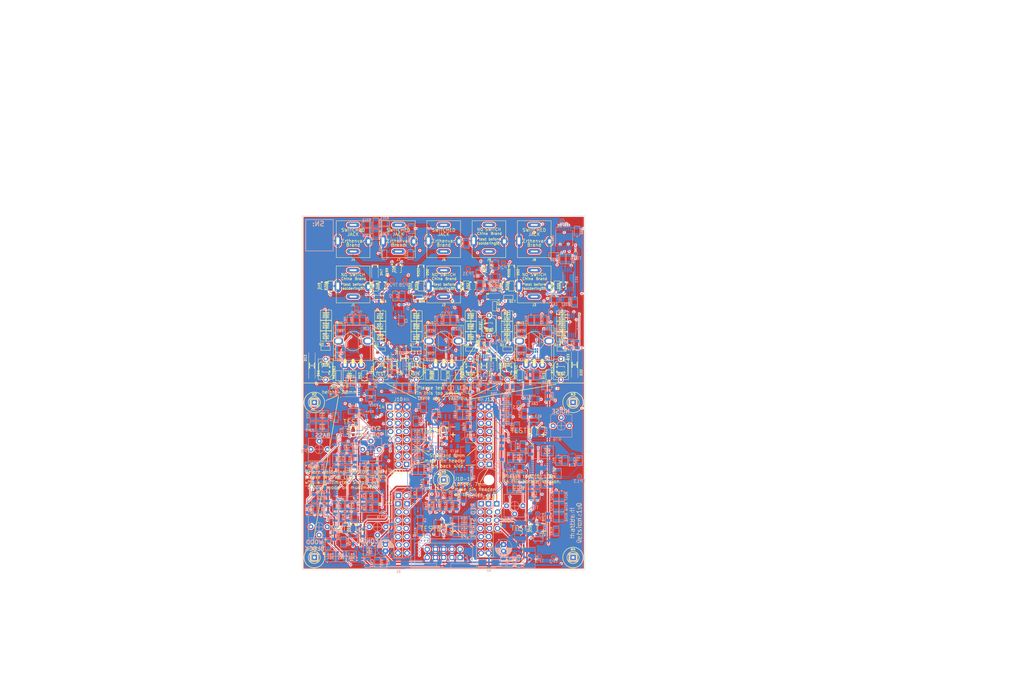
<source format=kicad_pcb>
(kicad_pcb (version 20171130) (host pcbnew "(5.0.0-rc2-148-g4dd2de9)")
  (layers (0 F.Cu mixed) (1 In1.Cu mixed) (2 In2.Cu mixed) (31 B.Cu mixed) (34 B.Paste user) (35 F.Paste user) (36 B.SilkS user) (37 F.SilkS user) (38 B.Mask user) (39 F.Mask user) (44 Edge.Cuts user))
  (net 0 "")
  (net 1 "Net-(C7-Pad1)")
  (net 2 +12V)
  (net 3 GND)
  (net 4 -12V)
  (net 5 +5V)
  (net 6 "Net-(C30-Pad1)")
  (net 7 "Net-(D2-Pad1)")
  (net 8 "Net-(D8-Pad1)")
  (net 9 "Net-(D8-Pad2)")
  (net 10 "Net-(J1-Pad2)")
  (net 11 "Net-(D10-Pad1)")
  (net 12 "Net-(D10-Pad2)")
  (net 13 "Net-(D11-Pad2)")
  (net 14 "Net-(D12-Pad2)")
  (net 15 "Net-(D13-Pad1)")
  (net 16 "Net-(D13-Pad2)")
  (net 17 "Net-(D16-Pad1)")
  (net 18 "Net-(D16-Pad2)")
  (net 19 "Net-(D19-Pad1)")
  (net 20 "Net-(D19-Pad2)")
  (net 21 "Net-(D20-Pad2)")
  (net 22 "Net-(D21-Pad2)")
  (net 23 "Net-(D22-Pad1)")
  (net 24 "Net-(D22-Pad2)")
  (net 25 "Net-(D23-Pad2)")
  (net 26 "Net-(D24-Pad2)")
  (net 27 "Net-(M1-Pad1)")
  (net 28 "Net-(M2-Pad1)")
  (net 29 "Net-(M3-Pad1)")
  (net 30 "Net-(M4-Pad1)")
  (net 31 "Net-(R73-Pad1)")
  (net 32 "Net-(R88-Pad1)")
  (net 33 "Net-(C9-Pad2)")
  (net 34 "Net-(C11-Pad1)")
  (net 35 "Net-(C23-Pad1)")
  (net 36 "Net-(D9-Pad2)")
  (net 37 "Net-(D11-Pad1)")
  (net 38 "Net-(D20-Pad1)")
  (net 39 "Net-(D23-Pad1)")
  (net 40 "Net-(D25-Pad1)")
  (net 41 "Net-(D25-Pad2)")
  (net 42 "Net-(J9-Pad2)")
  (net 43 "Net-(Q1-Pad3)")
  (net 44 "Net-(R56-Pad1)")
  (net 45 "Net-(R65-Pad1)")
  (net 46 "Net-(R76-Pad1)")
  (net 47 "Net-(R85-Pad1)")
  (net 48 "Net-(R86-Pad1)")
  (net 49 "Net-(R89-Pad1)")
  (net 50 "Net-(R103-Pad1)")
  (net 51 "Net-(R111-Pad1)")
  (net 52 "Net-(R112-Pad1)")
  (net 53 "Net-(C4-Pad1)")
  (net 54 "Net-(C10-Pad1)")
  (net 55 +5VA)
  (net 56 /Mix-Out/47k_IN4)
  (net 57 "Net-(C13-Pad2)")
  (net 58 "Net-(C15-Pad1)")
  (net 59 /Mix-Out/47k_IN1)
  (net 60 "Net-(C17-Pad2)")
  (net 61 "Net-(C18-Pad2)")
  (net 62 "Net-(C19-Pad1)")
  (net 63 "Net-(C19-Pad2)")
  (net 64 /Mix-Out/47k_IN2)
  (net 65 /Instruments/Conga/TRIG+)
  (net 66 "Net-(C22-Pad2)")
  (net 67 "Net-(C24-Pad1)")
  (net 68 /Mix-Out/47k_IN3)
  (net 69 /Instruments/Tom/TRIG+)
  (net 70 "Net-(C26-Pad2)")
  (net 71 "Net-(C28-Pad1)")
  (net 72 /Mix-Out/47k_IN5)
  (net 73 "Net-(C30-Pad2)")
  (net 74 /Mix-Out/22k_IN1)
  (net 75 "Net-(C34-Pad2)")
  (net 76 "Net-(C45-Pad1)")
  (net 77 /Mix-Out/+12V_MIX)
  (net 78 "Net-(C48-Pad2)")
  (net 79 "Net-(C49-Pad1)")
  (net 80 "Net-(C49-Pad2)")
  (net 81 "Net-(C50-Pad1)")
  (net 82 "Net-(C51-Pad1)")
  (net 83 "/Mix-Out/Output Gain/IN")
  (net 84 "Net-(C54-Pad1)")
  (net 85 "Net-(C54-Pad2)")
  (net 86 "Net-(D1-Pad1)")
  (net 87 "Net-(D1-Pad2)")
  (net 88 "Net-(D2-Pad2)")
  (net 89 "Net-(D4-Pad1)")
  (net 90 /Instruments/Tom/TRIG_EXT)
  (net 91 "Net-(D28-Pad2)")
  (net 92 "Net-(D28-Pad1)")
  (net 93 "Net-(D31-Pad2)")
  (net 94 "Net-(D31-Pad1)")
  (net 95 "Net-(D32-Pad1)")
  (net 96 "Net-(D32-Pad2)")
  (net 97 "Net-(D33-Pad2)")
  (net 98 "Net-(D34-Pad2)")
  (net 99 "Net-(D34-Pad1)")
  (net 100 "Net-(D35-Pad1)")
  (net 101 "Net-(D35-Pad2)")
  (net 102 "Net-(D36-Pad2)")
  (net 103 "Net-(D37-Pad2)")
  (net 104 "Net-(D37-Pad1)")
  (net 105 "Net-(D40-Pad2)")
  (net 106 "Net-(D40-Pad1)")
  (net 107 "Net-(D43-Pad2)")
  (net 108 "Net-(D43-Pad1)")
  (net 109 "Net-(D44-Pad1)")
  (net 110 "Net-(D44-Pad2)")
  (net 111 "Net-(D46-Pad2)")
  (net 112 "Net-(D46-Pad1)")
  (net 113 "Net-(D47-Pad1)")
  (net 114 "Net-(D47-Pad2)")
  (net 115 "Net-(D48-Pad1)")
  (net 116 "Net-(D49-Pad1)")
  (net 117 "Net-(D50-Pad1)")
  (net 118 "Net-(D50-Pad2)")
  (net 119 "Net-(D51-Pad1)")
  (net 120 "Net-(D52-Pad1)")
  (net 121 "Net-(D53-Pad1)")
  (net 122 "Net-(D53-Pad2)")
  (net 123 "Net-(D54-Pad1)")
  (net 124 "Net-(D55-Pad1)")
  (net 125 /1)
  (net 126 /2)
  (net 127 /3)
  (net 128 /4)
  (net 129 /5)
  (net 130 "/Vactrol Pots/L_1")
  (net 131 "/Vactrol Pots/L_3")
  (net 132 "/Vactrol Pots/M_3")
  (net 133 /6)
  (net 134 /7)
  (net 135 /8)
  (net 136 /9)
  (net 137 /10)
  (net 138 /11)
  (net 139 /12)
  (net 140 /13)
  (net 141 "/Vactrol Pots/M_1")
  (net 142 "/Vactrol Pots/R_1")
  (net 143 "/Vactrol Pots/R_3")
  (net 144 /14)
  (net 145 /15)
  (net 146 /16)
  (net 147 /17)
  (net 148 /18)
  (net 149 "Net-(R6-Pad2)")
  (net 150 "Net-(R12-Pad2)")
  (net 151 "Net-(R21-Pad2)")
  (net 152 "Net-(R25-Pad2)")
  (net 153 /Instruments/Conga/TRIG3)
  (net 154 "Net-(R39-Pad2)")
  (net 155 "Net-(R40-Pad2)")
  (net 156 "Net-(R42-Pad2)")
  (net 157 "Net-(R46-Pad1)")
  (net 158 "Net-(R47-Pad1)")
  (net 159 "Net-(R49-Pad1)")
  (net 160 "Net-(R50-Pad1)")
  (net 161 "Net-(R55-Pad1)")
  (net 162 "Net-(R58-Pad1)")
  (net 163 "Net-(R59-Pad1)")
  (net 164 "Net-(R64-Pad1)")
  (net 165 "Net-(R67-Pad1)")
  (net 166 "Net-(R68-Pad1)")
  (net 167 "Net-(R72-Pad1)")
  (net 168 "Net-(R75-Pad1)")
  (net 169 "Net-(R81-Pad2)")
  (net 170 "Net-(R82-Pad1)")
  (net 171 "Net-(R94-Pad1)")
  (net 172 "Net-(R95-Pad1)")
  (net 173 "Net-(R97-Pad1)")
  (net 174 "Net-(R98-Pad1)")
  (net 175 "Net-(R104-Pad1)")
  (net 176 "Net-(R106-Pad1)")
  (net 177 "Net-(R107-Pad1)")
  (net 178 "Net-(R114-Pad1)")
  (net 179 "Net-(R115-Pad1)")
  (net 180 "Net-(R120-Pad2)")
  (net 181 "Net-(R121-Pad1)")
  (net 182 "Net-(R124-Pad1)")
  (net 183 "Net-(R125-Pad1)")
  (net 184 "Net-(R127-Pad1)")
  (net 185 "Net-(R128-Pad1)")
  (net 186 "Net-(R133-Pad1)")
  (net 187 "Net-(R134-Pad1)")
  (net 188 "Net-(R136-Pad1)")
  (net 189 "Net-(R137-Pad1)")
  (net 190 "Net-(R142-Pad1)")
  (net 191 "Net-(R143-Pad1)")
  (net 192 "Net-(R145-Pad1)")
  (net 193 "Net-(R146-Pad1)")
  (net 194 "Net-(R150-Pad1)")
  (net 195 "Net-(R151-Pad1)")
  (net 196 "Net-(R153-Pad1)")
  (net 197 "Net-(R154-Pad1)")
  (net 198 "Net-(R159-Pad2)")
  (net 199 "Net-(R160-Pad1)")
  (net 200 "Net-(R176-Pad2)")
  (net 201 "Net-(R177-Pad1)")
  (net 202 "Net-(R181-Pad1)")
  (net 203 "Net-(R182-Pad1)")
  (net 204 "Net-(R183-Pad1)")
  (net 205 "Net-(R185-Pad2)")
  (net 206 "Net-(R189-Pad1)")
  (net 207 "Net-(R193-Pad1)")
  (net 208 "Net-(RV1-Pad3)")
  (net 209 "Net-(RV2-Pad3)")
  (net 210 "Net-(RV3-Pad3)")
  (net 211 "/Vactrol Pots/Vactrol Pot L/INV_L")
  (net 212 "/Vactrol Pots/Vactrol Pot L/NON_L")
  (net 213 "/Vactrol Pots/Vactrol Pot M/INV_M")
  (net 214 "/Vactrol Pots/Vactrol Pot M/NON_M")
  (net 215 "/Vactrol Pots/Vactrol Pot R/INV_R")
  (net 216 "/Vactrol Pots/Vactrol Pot R/NON_R")
  (net 217 /Instruments/+12V_INST)
  (net 218 /Mix-Out/-12V_MIX)
  (net 219 /CV3_DEF)
  (net 220 /AUDIO_OUT)
  (net 221 /AUDIO_CARD)
  (net 222 "/DPDT Analog Switch/NO1")
  (net 223 "/DPDT Analog Switch/IN")
  (net 224 "/DPDT Analog Switch/~IN")
  (net 225 "/Patch Points/-12V_OUT")
  (net 226 "/Patch Points/12V_OUT")
  (net 227 "Net-(D56-Pad1)")
  (net 228 "Net-(D56-Pad2)")
  (net 229 "Net-(D57-Pad2)")
  (net 230 "Net-(D58-Pad2)")
  (net 231 "Net-(D58-Pad1)")
  (net 232 "Net-(D59-Pad1)")
  (net 233 /output_indicator/IN)
  (net 234 "Net-(D60-Pad2)")
  (net 235 "Net-(D60-Pad1)")
  (net 236 /TRIG1)
  (net 237 /TRIG2)
  (net 238 /TRIG3)
  (net 239 /VAC_CV)
  (net 240 "Net-(C66-Pad1)")
  (net 241 /MIX_OUT)
  (net 242 "/Output Vactrol/PCELL_IN1")
  (net 243 "Net-(R208-Pad1)")
  (net 244 "Net-(R209-Pad1)")
  (net 245 "Net-(R211-Pad1)")
  (net 246 "Net-(R212-Pad1)")
  (net 247 /Detector/OUT)
  (net 248 /Detector/~OUT)
  (net 249 "Net-(J2-Pad2)")
  (net 250 "Net-(J3-Pad2)")
  (net 251 "Net-(M5-Pad1)")
  (net 252 "Net-(RT6-Pad3)")
  (net 253 /CV1_J)
  (net 254 /CV2_J)
  (net 255 /CV3_J)
  (net 256 /CV1_C)
  (net 257 /CV2_C)
  (net 258 /CV3_C)
  (net 259 "Net-(R1-Pad2)")
  (net 260 "/Vactrol Pots/CV1")
  (net 261 "/Vactrol Pots/CV2")
  (net 262 "/Vactrol Pots/CV3")
  (net 263 "Net-(R216-Pad1)")
  (net 264 "Net-(R217-Pad1)")
  (net 265 "Net-(R219-Pad2)")
  (net 266 "Net-(R221-Pad1)")
  (net 267 "Net-(R222-Pad1)")
  (net 268 "Net-(R232-Pad2)")
  (net 269 "Net-(R234-Pad1)")
  (net 270 "Net-(R235-Pad1)")
  (net 271 "/AUDIO_CARD BUFFER/in2")
  (net 272 "/DPDT Analog Switch/NO2")
  (net 273 "Net-(C61-Pad2)")
  (net 274 "/AUDIO_CARD BUFFER/out2")
  (net 275 /CV3_J_S)
  (net 276 "Net-(Q15-Pad3)")
  (net 277 "Net-(Q16-Pad3)")
  (net 278 "Net-(Q17-Pad3)")
  (net 279 "Net-(R105-Pad1)")
  (net 280 "Net-(R113-Pad1)")
  (net 281 "Net-(R192-Pad2)")
  (net 282 "Net-(R194-Pad2)")
  (net 283 "Net-(R144-Pad1)")
  (net 284 "Net-(R152-Pad1)")
  (net 285 "Net-(C27-Pad1)")
  (net 286 "Net-(Q4-Pad1)")
  (net 287 "Net-(Q5-Pad1)")
  (net 288 "Net-(Q8-Pad1)")
  (net 289 "Net-(Q9-Pad1)")
  (net 290 "Net-(Q12-Pad1)")
  (net 291 "Net-(Q13-Pad1)")
  (net 292 "Net-(R249-Pad1)")
  (net 293 "Net-(R250-Pad1)")
  (module jack:3.5MM-MONO-NO-SWITCH-JACK_ChinaBrand (layer F.Cu) (at 150 67)
    (fp_text reference J2 (at 0 5.85) (layer F.SilkS) (effects (font (size 0.7 0.7))))
    (fp_text value "Non-Switched 3.5mm Vertical Mono Jack PJ-301B China Brand" hide)
    (fp_text user soldering!!! (at 0 0.75) (layer F.SilkS) (effects (font (size 0.8 0.8))))
    (fp_text user "*test before" (at 0 -0.5) (layer F.SilkS) (effects (font (size 0.8 0.8))))
    (fp_text user Brand (at 2.25 -2.25) (layer F.SilkS) (effects (font (size 0.8 0.8))))
    (fp_text user China (at -2 -2.25) (layer F.SilkS) (effects (font (size 0.8 0.8))))
    (fp_text user "NO SWITCH" (at 0 -3.5) (layer F.SilkS) (effects (font (size 0.9 0.9))))
    (pad 2 thru_hole oval (at 0 3.3 90) (size 1.5 4) (drill oval 0.5 2.2) (layers *.Cu *.Mask) (net 249 "Net-(J2-Pad2)"))
    (pad 3 thru_hole oval (at 0 -4.9 90) (size 1.5 4) (drill oval 0.5 2.2) (layers *.Cu *.Mask) (net 237 /TRIG2))
    (pad 1 thru_hole oval (at 4.7 0.2) (size 2 3) (drill oval 0.8 1.4) (layers *.Cu *.Mask) (net 3 GND))
    (pad 1 thru_hole oval (at -4.7 0) (size 2 4) (drill oval 0.8 2.2) (layers *.Cu *.Mask) (net 3 GND))
  )
  (module jack:3.5MM-MONO-NO-SWITCH-JACK_ChinaBrand (layer F.Cu) (at 164 53)
    (fp_text reference J9 (at 0 5.85) (layer F.SilkS) (effects (font (size 0.7 0.7))))
    (fp_text value "Non-Switched 3.5mm Vertical Mono Jack PJ-301B China Brand" hide)
    (fp_text user soldering!!! (at 0 0.75) (layer F.SilkS) (effects (font (size 0.8 0.8))))
    (fp_text user "*test before" (at 0 -0.5) (layer F.SilkS) (effects (font (size 0.8 0.8))))
    (fp_text user Brand (at 2.25 -2.25) (layer F.SilkS) (effects (font (size 0.8 0.8))))
    (fp_text user China (at -2 -2.25) (layer F.SilkS) (effects (font (size 0.8 0.8))))
    (fp_text user "NO SWITCH" (at 0 -3.5) (layer F.SilkS) (effects (font (size 0.9 0.9))))
    (pad 2 thru_hole oval (at 0 3.3 90) (size 1.5 4) (drill oval 0.5 2.2) (layers *.Cu *.Mask) (net 42 "Net-(J9-Pad2)"))
    (pad 3 thru_hole oval (at 0 -4.9 90) (size 1.5 4) (drill oval 0.5 2.2) (layers *.Cu *.Mask) (net 220 /AUDIO_OUT))
    (pad 1 thru_hole oval (at 4.7 0.2) (size 2 3) (drill oval 0.8 1.4) (layers *.Cu *.Mask) (net 3 GND))
    (pad 1 thru_hole oval (at -4.7 0) (size 2 4) (drill oval 0.8 2.2) (layers *.Cu *.Mask) (net 3 GND))
  )
  (module jack:3.5MM-MONO-NO-SWITCH-JACK_ChinaBrand (layer F.Cu) (at 178 67)
    (fp_text reference J3 (at 0 5.85) (layer F.SilkS) (effects (font (size 0.7 0.7))))
    (fp_text value "Non-Switched 3.5mm Vertical Mono Jack PJ-301B China Brand" hide)
    (fp_text user soldering!!! (at 0 0.75) (layer F.SilkS) (effects (font (size 0.8 0.8))))
    (fp_text user "*test before" (at 0 -0.5) (layer F.SilkS) (effects (font (size 0.8 0.8))))
    (fp_text user Brand (at 2.25 -2.25) (layer F.SilkS) (effects (font (size 0.8 0.8))))
    (fp_text user China (at -2 -2.25) (layer F.SilkS) (effects (font (size 0.8 0.8))))
    (fp_text user "NO SWITCH" (at 0 -3.5) (layer F.SilkS) (effects (font (size 0.9 0.9))))
    (pad 2 thru_hole oval (at 0 3.3 90) (size 1.5 4) (drill oval 0.5 2.2) (layers *.Cu *.Mask) (net 250 "Net-(J3-Pad2)"))
    (pad 3 thru_hole oval (at 0 -4.9 90) (size 1.5 4) (drill oval 0.5 2.2) (layers *.Cu *.Mask) (net 238 /TRIG3))
    (pad 1 thru_hole oval (at 4.7 0.2) (size 2 3) (drill oval 0.8 1.4) (layers *.Cu *.Mask) (net 3 GND))
    (pad 1 thru_hole oval (at -4.7 0) (size 2 4) (drill oval 0.8 2.2) (layers *.Cu *.Mask) (net 3 GND))
  )
  (module jack:3.5MM-MONO-NO-SWITCH-JACK_ChinaBrand (layer F.Cu) (at 122 67)
    (fp_text reference J1 (at 0 5.85) (layer F.SilkS) (effects (font (size 0.7 0.7))))
    (fp_text value "Non-Switched 3.5mm Vertical Mono Jack PJ-301B China Brand" hide)
    (fp_text user soldering!!! (at 0 0.75) (layer F.SilkS) (effects (font (size 0.8 0.8))))
    (fp_text user "*test before" (at 0 -0.5) (layer F.SilkS) (effects (font (size 0.8 0.8))))
    (fp_text user Brand (at 2.25 -2.25) (layer F.SilkS) (effects (font (size 0.8 0.8))))
    (fp_text user China (at -2 -2.25) (layer F.SilkS) (effects (font (size 0.8 0.8))))
    (fp_text user "NO SWITCH" (at 0 -3.5) (layer F.SilkS) (effects (font (size 0.9 0.9))))
    (pad 2 thru_hole oval (at 0 3.3 90) (size 1.5 4) (drill oval 0.5 2.2) (layers *.Cu *.Mask) (net 10 "Net-(J1-Pad2)"))
    (pad 3 thru_hole oval (at 0 -4.9 90) (size 1.5 4) (drill oval 0.5 2.2) (layers *.Cu *.Mask) (net 236 /TRIG1))
    (pad 1 thru_hole oval (at 4.7 0.2) (size 2 3) (drill oval 0.8 1.4) (layers *.Cu *.Mask) (net 3 GND))
    (pad 1 thru_hole oval (at -4.7 0) (size 2 4) (drill oval 0.8 2.2) (layers *.Cu *.Mask) (net 3 GND))
  )
  (module opto:Photocell_5528CDS (layer F.Cu) (at 141.5 92.75 270)
    (fp_text reference R102 (at 0 -2.65 270) (layer F.SilkS) (effects (font (size 0.7 0.7))))
    (fp_text value 5528)
    (fp_text user TEST (at -1.5 0) (layer F.SilkS) (effects (font (size 0.9 0.9))))
    (pad 2 thru_hole circle (at 3.2 0 270) (size 1.4 1.4) (drill 0.8) (layers *.Cu *.Mask) (net 132 "/Vactrol Pots/M_3"))
    (pad 1 thru_hole circle (at -3.2 0 270) (size 1.4 1.4) (drill 0.8) (layers *.Cu *.Mask) (net 237 /TRIG2))
  )
  (module opto:Photocell_5528CDS (layer F.Cu) (at 113.5 92.75 270)
    (fp_text reference R63 (at 0 -2.65 270) (layer F.SilkS) (effects (font (size 0.7 0.7))))
    (fp_text value 5528)
    (fp_text user TEST (at -1.5 0) (layer F.SilkS) (effects (font (size 0.9 0.9))))
    (pad 2 thru_hole circle (at 3.2 0 270) (size 1.4 1.4) (drill 0.8) (layers *.Cu *.Mask) (net 131 "/Vactrol Pots/L_3"))
    (pad 1 thru_hole circle (at -3.2 0 270) (size 1.4 1.4) (drill 0.8) (layers *.Cu *.Mask) (net 236 /TRIG1))
  )
  (module opto:Photocell_5528CDS (layer F.Cu) (at 130.5 92.75 90)
    (fp_text reference R54 (at 0 -2.65 90) (layer F.SilkS) (effects (font (size 0.7 0.7))))
    (fp_text value 5528)
    (fp_text user TEST (at -1.5 0 -180) (layer F.SilkS) (effects (font (size 0.9 0.9))))
    (pad 2 thru_hole circle (at 3.2 0 90) (size 1.4 1.4) (drill 0.8) (layers *.Cu *.Mask) (net 236 /TRIG1))
    (pad 1 thru_hole circle (at -3.2 0 90) (size 1.4 1.4) (drill 0.8) (layers *.Cu *.Mask) (net 130 "/Vactrol Pots/L_1"))
  )
  (module opto:Photocell_5528CDS (layer F.Cu) (at 164 79.25 90)
    (fp_text reference R197 (at 0 -2.65 90) (layer F.SilkS) (effects (font (size 0.7 0.7))))
    (fp_text value 5528)
    (fp_text user TEST (at -1.5 0 -180) (layer F.SilkS) (effects (font (size 0.9 0.9))))
    (pad 2 thru_hole circle (at 3.2 0 90) (size 1.4 1.4) (drill 0.8) (layers *.Cu *.Mask) (net 242 "/Output Vactrol/PCELL_IN1"))
    (pad 1 thru_hole circle (at -3.2 0 90) (size 1.4 1.4) (drill 0.8) (layers *.Cu *.Mask) (net 241 /MIX_OUT))
  )
  (module opto:Photocell_5528CDS (layer F.Cu) (at 169.75 92.75 270)
    (fp_text reference R141 (at 0 -2.65 270) (layer F.SilkS) (effects (font (size 0.7 0.7))))
    (fp_text value 5528)
    (fp_text user TEST (at -1.5 0) (layer F.SilkS) (effects (font (size 0.9 0.9))))
    (pad 2 thru_hole circle (at 3.2 0 270) (size 1.4 1.4) (drill 0.8) (layers *.Cu *.Mask) (net 143 "/Vactrol Pots/R_3"))
    (pad 1 thru_hole circle (at -3.2 0 270) (size 1.4 1.4) (drill 0.8) (layers *.Cu *.Mask) (net 238 /TRIG3))
  )
  (module opto:Photocell_5528CDS (layer F.Cu) (at 186.25 92.75 90)
    (fp_text reference R132 (at 0 -2.65 90) (layer F.SilkS) (effects (font (size 0.7 0.7))))
    (fp_text value 5528)
    (fp_text user TEST (at -1.5 0 -180) (layer F.SilkS) (effects (font (size 0.9 0.9))))
    (pad 2 thru_hole circle (at 3.2 0 90) (size 1.4 1.4) (drill 0.8) (layers *.Cu *.Mask) (net 238 /TRIG3))
    (pad 1 thru_hole circle (at -3.2 0 90) (size 1.4 1.4) (drill 0.8) (layers *.Cu *.Mask) (net 142 "/Vactrol Pots/R_1"))
  )
  (module opto:Photocell_5528CDS (layer F.Cu) (at 158.25 92.75 90)
    (fp_text reference R93 (at 0 -2.65 90) (layer F.SilkS) (effects (font (size 0.7 0.7))))
    (fp_text value 5528)
    (fp_text user TEST (at -1.5 0 -180) (layer F.SilkS) (effects (font (size 0.9 0.9))))
    (pad 2 thru_hole circle (at 3.2 0 90) (size 1.4 1.4) (drill 0.8) (layers *.Cu *.Mask) (net 237 /TRIG2))
    (pad 1 thru_hole circle (at -3.2 0 90) (size 1.4 1.4) (drill 0.8) (layers *.Cu *.Mask) (net 141 "/Vactrol Pots/M_1"))
  )
  (module Package_SO:SOIC-8_3.9x4.9mm_P1.27mm (layer B.Cu) (at 151.2 104.655 90)
    (fp_text reference U9 (at 0 3.5 90) (layer B.SilkS) (effects (font (size 0.7 0.7)) (justify mirror)))
    (fp_text value NE5532)
    (pad 1 smd rect (at -2.7 1.905 90) (size 1.55 0.6) (layers B.Cu B.Paste B.Mask) (net 203 "Net-(R182-Pad1)"))
    (pad 2 smd rect (at -2.7 0.635 90) (size 1.55 0.6) (layers B.Cu B.Paste B.Mask) (net 202 "Net-(R181-Pad1)"))
    (pad 3 smd rect (at -2.7 -0.635 90) (size 1.55 0.6) (layers B.Cu B.Paste B.Mask) (net 83 "/Mix-Out/Output Gain/IN"))
    (pad 4 smd rect (at -2.7 -1.905 90) (size 1.55 0.6) (layers B.Cu B.Paste B.Mask) (net 218 /Mix-Out/-12V_MIX))
    (pad 5 smd rect (at 2.7 -1.905 90) (size 1.55 0.6) (layers B.Cu B.Paste B.Mask) (net 204 "Net-(R183-Pad1)"))
    (pad 6 smd rect (at 2.7 -0.635 90) (size 1.55 0.6) (layers B.Cu B.Paste B.Mask) (net 205 "Net-(R185-Pad2)"))
    (pad 7 smd rect (at 2.7 0.635 90) (size 1.55 0.6) (layers B.Cu B.Paste B.Mask) (net 205 "Net-(R185-Pad2)"))
    (pad 8 smd rect (at 2.7 1.905 90) (size 1.55 0.6) (layers B.Cu B.Paste B.Mask) (net 77 /Mix-Out/+12V_MIX))
  )
  (module Package_SO:SOIC-8_3.9x4.9mm_P1.27mm (layer B.Cu) (at 155.85 126.2 90)
    (fp_text reference U8 (at 0 3.5 90) (layer B.SilkS) (effects (font (size 0.7 0.7)) (justify mirror)))
    (fp_text value NE5532)
    (pad 1 smd rect (at -2.7 1.905 90) (size 1.55 0.6) (layers B.Cu B.Paste B.Mask) (net 78 "Net-(C48-Pad2)"))
    (pad 2 smd rect (at -2.7 0.635 90) (size 1.55 0.6) (layers B.Cu B.Paste B.Mask) (net 76 "Net-(C45-Pad1)"))
    (pad 3 smd rect (at -2.7 -0.635 90) (size 1.55 0.6) (layers B.Cu B.Paste B.Mask) (net 55 +5VA))
    (pad 4 smd rect (at -2.7 -1.905 90) (size 1.55 0.6) (layers B.Cu B.Paste B.Mask) (net 3 GND))
    (pad 5 smd rect (at 2.7 -1.905 90) (size 1.55 0.6) (layers B.Cu B.Paste B.Mask) (net 81 "Net-(C50-Pad1)"))
    (pad 6 smd rect (at 2.7 -0.635 90) (size 1.55 0.6) (layers B.Cu B.Paste B.Mask) (net 200 "Net-(R176-Pad2)"))
    (pad 7 smd rect (at 2.7 0.635 90) (size 1.55 0.6) (layers B.Cu B.Paste B.Mask) (net 201 "Net-(R177-Pad1)"))
    (pad 8 smd rect (at 2.7 1.905 90) (size 1.55 0.6) (layers B.Cu B.Paste B.Mask) (net 77 /Mix-Out/+12V_MIX))
  )
  (module Package_SO:TSSOP-8_4.4x3mm_P0.65mm (layer B.Cu) (at 122 84 90)
    (fp_text reference U5 (at 0 2.55 90) (layer B.SilkS) (effects (font (size 0.7 0.7)) (justify mirror)))
    (fp_text value TL072)
    (pad 1 smd rect (at -2.95 0.975 90) (size 1.45 0.45) (layers B.Cu B.Paste B.Mask) (net 208 "Net-(RV1-Pad3)"))
    (pad 2 smd rect (at -2.95 0.325 90) (size 1.45 0.45) (layers B.Cu B.Paste B.Mask) (net 208 "Net-(RV1-Pad3)"))
    (pad 3 smd rect (at -2.95 -0.325 90) (size 1.45 0.45) (layers B.Cu B.Paste B.Mask) (net 260 "/Vactrol Pots/CV1"))
    (pad 4 smd rect (at -2.95 -0.975 90) (size 1.45 0.45) (layers B.Cu B.Paste B.Mask) (net 4 -12V))
    (pad 5 smd rect (at 2.95 -0.975 90) (size 1.45 0.45) (layers B.Cu B.Paste B.Mask) (net 170 "Net-(R82-Pad1)"))
    (pad 6 smd rect (at 2.95 -0.325 90) (size 1.45 0.45) (layers B.Cu B.Paste B.Mask) (net 169 "Net-(R81-Pad2)"))
    (pad 7 smd rect (at 2.95 0.325 90) (size 1.45 0.45) (layers B.Cu B.Paste B.Mask) (net 211 "/Vactrol Pots/Vactrol Pot L/INV_L"))
    (pad 8 smd rect (at 2.95 0.975 90) (size 1.45 0.45) (layers B.Cu B.Paste B.Mask) (net 2 +12V))
  )
  (module cap:0805_L2xW1.25xH1.25 (layer B.Cu) (at 136.95 77.75 270)
    (fp_text reference C3 (at 0 -1.45 270) (layer B.SilkS) (effects (font (size 0.7 0.7)) (justify mirror)))
    (fp_text value 1u)
    (pad 1 smd rect (at -1 0 270) (size 0.8 1.4) (layers B.Cu B.Paste B.Mask) (net 2 +12V))
    (pad 2 smd rect (at 1 0 270) (size 0.8 1.4) (layers B.Cu B.Paste B.Mask) (net 3 GND))
  )
  (module cap:0805_L2xW1.25xH1.25 (layer B.Cu) (at 135.05 70.1 90)
    (fp_text reference C4 (at 0 -1.45 90) (layer B.SilkS) (effects (font (size 0.7 0.7)) (justify mirror)))
    (fp_text value 100p)
    (pad 1 smd rect (at -1 0 90) (size 0.8 1.4) (layers B.Cu B.Paste B.Mask) (net 53 "Net-(C4-Pad1)"))
    (pad 2 smd rect (at 1 0 90) (size 0.8 1.4) (layers B.Cu B.Paste B.Mask) (net 3 GND))
  )
  (module cap:0805_L2xW1.25xH1.25 (layer B.Cu) (at 137.2 70.1 90)
    (fp_text reference C5 (at 0 -1.45 90) (layer B.SilkS) (effects (font (size 0.7 0.7)) (justify mirror)))
    (fp_text value 1u)
    (pad 1 smd rect (at -1 0 90) (size 0.8 1.4) (layers B.Cu B.Paste B.Mask) (net 5 +5V))
    (pad 2 smd rect (at 1 0 90) (size 0.8 1.4) (layers B.Cu B.Paste B.Mask) (net 3 GND))
  )
  (module cap:0805_L2xW1.25xH1.25 (layer B.Cu) (at 142.75 139.5 270)
    (fp_text reference C6 (at 0 -1.45 270) (layer B.SilkS) (effects (font (size 0.7 0.7)) (justify mirror)))
    (fp_text value 1u)
    (pad 1 smd rect (at -1 0 270) (size 0.8 1.4) (layers B.Cu B.Paste B.Mask) (net 2 +12V))
    (pad 2 smd rect (at 1 0 270) (size 0.8 1.4) (layers B.Cu B.Paste B.Mask) (net 3 GND))
  )
  (module cap:0805_L2xW1.25xH1.25 (layer B.Cu) (at 140.75 131.15 90)
    (fp_text reference C7 (at 0 -1.45 90) (layer B.SilkS) (effects (font (size 0.7 0.7)) (justify mirror)))
    (fp_text value 100p)
    (pad 1 smd rect (at -1 0 90) (size 0.8 1.4) (layers B.Cu B.Paste B.Mask) (net 1 "Net-(C7-Pad1)"))
    (pad 2 smd rect (at 1 0 90) (size 0.8 1.4) (layers B.Cu B.Paste B.Mask) (net 3 GND))
  )
  (module cap:0805_L2xW1.25xH1.25 (layer B.Cu) (at 142.6 131.15 90)
    (fp_text reference C8 (at 0 -1.45 90) (layer B.SilkS) (effects (font (size 0.7 0.7)) (justify mirror)))
    (fp_text value 1u)
    (pad 1 smd rect (at -1 0 90) (size 0.8 1.4) (layers B.Cu B.Paste B.Mask) (net 55 +5VA))
    (pad 2 smd rect (at 1 0 90) (size 0.8 1.4) (layers B.Cu B.Paste B.Mask) (net 3 GND))
  )
  (module cap:0805_L2xW1.25xH1.25 (layer B.Cu) (at 110 132.5 270)
    (fp_text reference C9 (at 0 -1.45 270) (layer B.SilkS) (effects (font (size 0.7 0.7)) (justify mirror)))
    (fp_text value 10n)
    (pad 1 smd rect (at -1 0 270) (size 0.8 1.4) (layers B.Cu B.Paste B.Mask) (net 126 /2))
    (pad 2 smd rect (at 1 0 270) (size 0.8 1.4) (layers B.Cu B.Paste B.Mask) (net 33 "Net-(C9-Pad2)"))
  )
  (module cap:0805_L2xW1.25xH1.25 (layer B.Cu) (at 116.5 135 270)
    (fp_text reference C10 (at 0 -1.45 270) (layer B.SilkS) (effects (font (size 0.7 0.7)) (justify mirror)))
    (fp_text value "1n film")
    (pad 1 smd rect (at -1 0 270) (size 0.8 1.4) (layers B.Cu B.Paste B.Mask) (net 54 "Net-(C10-Pad1)"))
    (pad 2 smd rect (at 1 0 270) (size 0.8 1.4) (layers B.Cu B.Paste B.Mask) (net 144 /14))
  )
  (module cap:0805_L2xW1.25xH1.25 (layer B.Cu) (at 112 136 270)
    (fp_text reference C11 (at 0 -1.45 270) (layer B.SilkS) (effects (font (size 0.7 0.7)) (justify mirror)))
    (fp_text value "10n film")
    (pad 1 smd rect (at -1 0 270) (size 0.8 1.4) (layers B.Cu B.Paste B.Mask) (net 34 "Net-(C11-Pad1)"))
    (pad 2 smd rect (at 1 0 270) (size 0.8 1.4) (layers B.Cu B.Paste B.Mask) (net 55 +5VA))
  )
  (module cap:0805_L2xW1.25xH1.25 (layer B.Cu) (at 118.5 135 90)
    (fp_text reference C12 (at 0 -1.45 90) (layer B.SilkS) (effects (font (size 0.7 0.7)) (justify mirror)))
    (fp_text value "1n film")
    (pad 1 smd rect (at -1 0 90) (size 0.8 1.4) (layers B.Cu B.Paste B.Mask) (net 144 /14))
    (pad 2 smd rect (at 1 0 90) (size 0.8 1.4) (layers B.Cu B.Paste B.Mask) (net 56 /Mix-Out/47k_IN4))
  )
  (module cap:0805_L2xW1.25xH1.25 (layer B.Cu) (at 110 126.5 90)
    (fp_text reference C13 (at 0 -1.45 90) (layer B.SilkS) (effects (font (size 0.7 0.7)) (justify mirror)))
    (fp_text value 47n)
    (pad 1 smd rect (at -1 0 90) (size 0.8 1.4) (layers B.Cu B.Paste B.Mask) (net 147 /17))
    (pad 2 smd rect (at 1 0 90) (size 0.8 1.4) (layers B.Cu B.Paste B.Mask) (net 57 "Net-(C13-Pad2)"))
  )
  (module cap:0805_L2xW1.25xH1.25 (layer B.Cu) (at 116.5 124 90)
    (fp_text reference C14 (at 0 -1.45 90) (layer B.SilkS) (effects (font (size 0.7 0.7)) (justify mirror)))
    (fp_text value "4.7n film")
    (pad 1 smd rect (at -1 0 90) (size 0.8 1.4) (layers B.Cu B.Paste B.Mask) (net 135 /8))
    (pad 2 smd rect (at 1 0 90) (size 0.8 1.4) (layers B.Cu B.Paste B.Mask) (net 140 /13))
  )
  (module cap:0805_L2xW1.25xH1.25 (layer B.Cu) (at 118.5 120.5 90)
    (fp_text reference C15 (at 0 -1.45 90) (layer B.SilkS) (effects (font (size 0.7 0.7)) (justify mirror)))
    (fp_text value "10n film")
    (pad 1 smd rect (at -1 0 90) (size 0.8 1.4) (layers B.Cu B.Paste B.Mask) (net 58 "Net-(C15-Pad1)"))
    (pad 2 smd rect (at 1 0 90) (size 0.8 1.4) (layers B.Cu B.Paste B.Mask) (net 55 +5VA))
  )
  (module cap:0805_L2xW1.25xH1.25 (layer B.Cu) (at 118.5 124 270)
    (fp_text reference C16 (at 0 -1.45 270) (layer B.SilkS) (effects (font (size 0.7 0.7)) (justify mirror)))
    (fp_text value "4.7n film")
    (pad 1 smd rect (at -1 0 270) (size 0.8 1.4) (layers B.Cu B.Paste B.Mask) (net 140 /13))
    (pad 2 smd rect (at 1 0 270) (size 0.8 1.4) (layers B.Cu B.Paste B.Mask) (net 59 /Mix-Out/47k_IN1))
  )
  (module cap:0805_L2xW1.25xH1.25 (layer B.Cu) (at 129 127 90)
    (fp_text reference C17 (at 0 -1.45 90) (layer B.SilkS) (effects (font (size 0.7 0.7)) (justify mirror)))
    (fp_text value 10n)
    (pad 1 smd rect (at -1 0 90) (size 0.8 1.4) (layers B.Cu B.Paste B.Mask) (net 127 /3))
    (pad 2 smd rect (at 1 0 90) (size 0.8 1.4) (layers B.Cu B.Paste B.Mask) (net 60 "Net-(C17-Pad2)"))
  )
  (module cap:0805_L2xW1.25xH1.25 (layer B.Cu) (at 119 117 270)
    (fp_text reference C20 (at 0 -1.45 270) (layer B.SilkS) (effects (font (size 0.7 0.7)) (justify mirror)))
    (fp_text value "10n film")
    (pad 1 smd rect (at -1 0 270) (size 0.8 1.4) (layers B.Cu B.Paste B.Mask) (net 55 +5VA))
    (pad 2 smd rect (at 1 0 270) (size 0.8 1.4) (layers B.Cu B.Paste B.Mask) (net 128 /4))
  )
  (module cap:0805_L2xW1.25xH1.25 (layer B.Cu) (at 120.5 124 270)
    (fp_text reference C21 (at 0 -1.45 270) (layer B.SilkS) (effects (font (size 0.7 0.7)) (justify mirror)))
    (fp_text value "1n film")
    (pad 1 smd rect (at -1 0 270) (size 0.8 1.4) (layers B.Cu B.Paste B.Mask) (net 63 "Net-(C19-Pad2)"))
    (pad 2 smd rect (at 1 0 270) (size 0.8 1.4) (layers B.Cu B.Paste B.Mask) (net 64 /Mix-Out/47k_IN2))
  )
  (module cap:0805_L2xW1.25xH1.25 (layer B.Cu) (at 177 128 270)
    (fp_text reference C27 (at 0 -1.45 270) (layer B.SilkS) (effects (font (size 0.7 0.7)) (justify mirror)))
    (fp_text value "1n film")
    (pad 1 smd rect (at -1 0 270) (size 0.8 1.4) (layers B.Cu B.Paste B.Mask) (net 285 "Net-(C27-Pad1)"))
    (pad 2 smd rect (at 1 0 270) (size 0.8 1.4) (layers B.Cu B.Paste B.Mask) (net 146 /16))
  )
  (module cap:0805_L2xW1.25xH1.25 (layer B.Cu) (at 177 131.5 270)
    (fp_text reference C28 (at 0 -1.45 270) (layer B.SilkS) (effects (font (size 0.7 0.7)) (justify mirror)))
    (fp_text value "10n film")
    (pad 1 smd rect (at -1 0 270) (size 0.8 1.4) (layers B.Cu B.Paste B.Mask) (net 71 "Net-(C28-Pad1)"))
    (pad 2 smd rect (at 1 0 270) (size 0.8 1.4) (layers B.Cu B.Paste B.Mask) (net 55 +5VA))
  )
  (module cap:0805_L2xW1.25xH1.25 (layer B.Cu) (at 179 128 90)
    (fp_text reference C29 (at 0 -1.45 90) (layer B.SilkS) (effects (font (size 0.7 0.7)) (justify mirror)))
    (fp_text value "1n film")
    (pad 1 smd rect (at -1 0 90) (size 0.8 1.4) (layers B.Cu B.Paste B.Mask) (net 146 /16))
    (pad 2 smd rect (at 1 0 90) (size 0.8 1.4) (layers B.Cu B.Paste B.Mask) (net 72 /Mix-Out/47k_IN5))
  )
  (module cap:0805_L2xW1.25xH1.25 (layer B.Cu) (at 172.5 120 270)
    (fp_text reference C30 (at 0 -1.45 270) (layer B.SilkS) (effects (font (size 0.7 0.7)) (justify mirror)))
    (fp_text value "10n film")
    (pad 1 smd rect (at -1 0 270) (size 0.8 1.4) (layers B.Cu B.Paste B.Mask) (net 6 "Net-(C30-Pad1)"))
    (pad 2 smd rect (at 1 0 270) (size 0.8 1.4) (layers B.Cu B.Paste B.Mask) (net 73 "Net-(C30-Pad2)"))
  )
  (module cap:0805_L2xW1.25xH1.25 (layer B.Cu) (at 187.5 121 90)
    (fp_text reference C31 (at 0 -1.45 90) (layer B.SilkS) (effects (font (size 0.7 0.7)) (justify mirror)))
    (fp_text value "0.1u film")
    (pad 1 smd rect (at -1 0 90) (size 0.8 1.4) (layers B.Cu B.Paste B.Mask) (net 139 /12))
    (pad 2 smd rect (at 1 0 90) (size 0.8 1.4) (layers B.Cu B.Paste B.Mask) (net 3 GND))
  )
  (module cap:0805_L2xW1.25xH1.25 (layer B.Cu) (at 192 121 90)
    (fp_text reference C32 (at 0 -1.45 90) (layer B.SilkS) (effects (font (size 0.7 0.7)) (justify mirror)))
    (fp_text value 0.1u)
    (pad 1 smd rect (at -1 0 90) (size 0.8 1.4) (layers B.Cu B.Paste B.Mask) (net 74 /Mix-Out/22k_IN1))
    (pad 2 smd rect (at 1 0 90) (size 0.8 1.4) (layers B.Cu B.Paste B.Mask) (net 138 /11))
  )
  (module diode:SOT-23-3_MMBT2xxx (layer B.Cu) (at 171.5 116.5 90)
    (fp_text reference Q1 (at 1.275 -1.275 90) (layer B.SilkS) (effects (font (size 0.7 0.7)) (justify mirror)))
    (fp_text value MMBT3904)
    (pad 3 smd rect (at 0 -1 90) (size 0.8 0.9) (layers B.Cu B.Paste B.Mask) (net 43 "Net-(Q1-Pad3)"))
    (pad 1 smd rect (at 0.95 1 90) (size 0.8 0.9) (layers B.Cu B.Paste B.Mask) (net 3 GND))
    (pad 2 smd rect (at -0.95 1 90) (size 0.8 0.9) (layers B.Cu B.Paste B.Mask) (net 6 "Net-(C30-Pad1)"))
  )
  (module diode:SOT-23-3_MMBT2xxx (layer F.Cu) (at 130.5 86.5 180)
    (fp_text reference Q2 (at 1.275 1.275 180) (layer F.SilkS) (effects (font (size 0.7 0.7))))
    (fp_text value MMBT2222)
    (pad 3 smd rect (at 0 1 180) (size 0.8 0.9) (layers F.Cu F.Paste F.Mask) (net 5 +5V))
    (pad 1 smd rect (at 0.95 -1 180) (size 0.8 0.9) (layers F.Cu F.Paste F.Mask) (net 8 "Net-(D8-Pad1)"))
    (pad 2 smd rect (at -0.95 -1 180) (size 0.8 0.9) (layers F.Cu F.Paste F.Mask) (net 12 "Net-(D10-Pad2)"))
  )
  (module res:0805_L2xW1.25xH0.4 (layer B.Cu) (at 131.5 152.5 270)
    (fp_text reference R3 (at 0 -1.45 270) (layer B.SilkS) (effects (font (size 0.7 0.7)) (justify mirror)))
    (fp_text value 10)
    (pad 1 smd rect (at -1 0 270) (size 0.8 1.4) (layers B.Cu B.Paste B.Mask) (net 2 +12V))
    (pad 2 smd rect (at 1 0 270) (size 0.8 1.4) (layers B.Cu B.Paste B.Mask) (net 86 "Net-(D1-Pad1)"))
  )
  (module res:0805_L2xW1.25xH0.4 (layer B.Cu) (at 168.5 152.5 270)
    (fp_text reference R4 (at 0 -1.45 270) (layer B.SilkS) (effects (font (size 0.7 0.7)) (justify mirror)))
    (fp_text value 10)
    (pad 1 smd rect (at -1 0 270) (size 0.8 1.4) (layers B.Cu B.Paste B.Mask) (net 4 -12V))
    (pad 2 smd rect (at 1 0 270) (size 0.8 1.4) (layers B.Cu B.Paste B.Mask) (net 88 "Net-(D2-Pad2)"))
  )
  (module res:0805_L2xW1.25xH0.4 (layer B.Cu) (at 168 114.5 270)
    (fp_text reference R5 (at 0 -1.45 270) (layer B.SilkS) (effects (font (size 0.7 0.7)) (justify mirror)))
    (fp_text value 0)
    (pad 1 smd rect (at -1 0 270) (size 0.8 1.4) (layers B.Cu B.Paste B.Mask) (net 138 /11))
    (pad 2 smd rect (at 1 0 270) (size 0.8 1.4) (layers B.Cu B.Paste B.Mask) (net 90 /Instruments/Tom/TRIG_EXT))
  )
  (module res:0805_L2xW1.25xH0.4 (layer B.Cu) (at 112 132.5 270)
    (fp_text reference R6 (at 0 -1.45 270) (layer B.SilkS) (effects (font (size 0.7 0.7)) (justify mirror)))
    (fp_text value 1k)
    (pad 1 smd rect (at -1 0 270) (size 0.8 1.4) (layers B.Cu B.Paste B.Mask) (net 33 "Net-(C9-Pad2)"))
    (pad 2 smd rect (at 1 0 270) (size 0.8 1.4) (layers B.Cu B.Paste B.Mask) (net 149 "Net-(R6-Pad2)"))
  )
  (module res:0805_L2xW1.25xH0.4 (layer B.Cu) (at 114 132.5 90)
    (fp_text reference R7 (at 0 -1.45 90) (layer B.SilkS) (effects (font (size 0.7 0.7)) (justify mirror)))
    (fp_text value 10k)
    (pad 1 smd rect (at -1 0 90) (size 0.8 1.4) (layers B.Cu B.Paste B.Mask) (net 55 +5VA))
    (pad 2 smd rect (at 1 0 90) (size 0.8 1.4) (layers B.Cu B.Paste B.Mask) (net 149 "Net-(R6-Pad2)"))
  )
  (module res:0805_L2xW1.25xH0.4 (layer B.Cu) (at 114 136 90)
    (fp_text reference R8 (at 0 -1.45 90) (layer B.SilkS) (effects (font (size 0.7 0.7)) (justify mirror)))
    (fp_text value 3.9M)
    (pad 1 smd rect (at -1 0 90) (size 0.8 1.4) (layers B.Cu B.Paste B.Mask) (net 54 "Net-(C10-Pad1)"))
    (pad 2 smd rect (at 1 0 90) (size 0.8 1.4) (layers B.Cu B.Paste B.Mask) (net 129 /5))
  )
  (module res:0805_L2xW1.25xH0.4 (layer B.Cu) (at 116.5 138.5 90)
    (fp_text reference R9 (at 0 -1.45 90) (layer B.SilkS) (effects (font (size 0.7 0.7)) (justify mirror)))
    (fp_text value 2.2M)
    (pad 1 smd rect (at -1 0 90) (size 0.8 1.4) (layers B.Cu B.Paste B.Mask) (net 54 "Net-(C10-Pad1)"))
    (pad 2 smd rect (at 1 0 90) (size 0.8 1.4) (layers B.Cu B.Paste B.Mask) (net 34 "Net-(C11-Pad1)"))
  )
  (module res:0805_L2xW1.25xH0.4 (layer B.Cu) (at 110 136 90)
    (fp_text reference R10 (at 0 -1.45 90) (layer B.SilkS) (effects (font (size 0.7 0.7)) (justify mirror)))
    (fp_text value 10k)
    (pad 1 smd rect (at -1 0 90) (size 0.8 1.4) (layers B.Cu B.Paste B.Mask) (net 55 +5VA))
    (pad 2 smd rect (at 1 0 90) (size 0.8 1.4) (layers B.Cu B.Paste B.Mask) (net 144 /14))
  )
  (module res:0805_L2xW1.25xH0.4 (layer B.Cu) (at 118.5 138.5 90)
    (fp_text reference R11 (at 0 -1.45 90) (layer B.SilkS) (effects (font (size 0.7 0.7)) (justify mirror)))
    (fp_text value 2.2M)
    (pad 1 smd rect (at -1 0 90) (size 0.8 1.4) (layers B.Cu B.Paste B.Mask) (net 34 "Net-(C11-Pad1)"))
    (pad 2 smd rect (at 1 0 90) (size 0.8 1.4) (layers B.Cu B.Paste B.Mask) (net 56 /Mix-Out/47k_IN4))
  )
  (module res:0805_L2xW1.25xH0.4 (layer B.Cu) (at 112 126.5 270)
    (fp_text reference R12 (at 0 -1.45 270) (layer B.SilkS) (effects (font (size 0.7 0.7)) (justify mirror)))
    (fp_text value 330)
    (pad 1 smd rect (at -1 0 270) (size 0.8 1.4) (layers B.Cu B.Paste B.Mask) (net 57 "Net-(C13-Pad2)"))
    (pad 2 smd rect (at 1 0 270) (size 0.8 1.4) (layers B.Cu B.Paste B.Mask) (net 150 "Net-(R12-Pad2)"))
  )
  (module res:0805_L2xW1.25xH0.4 (layer B.Cu) (at 114 126.5 270)
    (fp_text reference R13 (at 0 -1.45 270) (layer B.SilkS) (effects (font (size 0.7 0.7)) (justify mirror)))
    (fp_text value 10k)
    (pad 1 smd rect (at -1 0 270) (size 0.8 1.4) (layers B.Cu B.Paste B.Mask) (net 55 +5VA))
    (pad 2 smd rect (at 1 0 270) (size 0.8 1.4) (layers B.Cu B.Paste B.Mask) (net 150 "Net-(R12-Pad2)"))
  )
  (module res:0805_L2xW1.25xH0.4 (layer B.Cu) (at 112 123 90)
    (fp_text reference R14 (at 0 -1.45 90) (layer B.SilkS) (effects (font (size 0.7 0.7)) (justify mirror)))
    (fp_text value 2.2M)
    (pad 1 smd rect (at -1 0 90) (size 0.8 1.4) (layers B.Cu B.Paste B.Mask) (net 135 /8))
    (pad 2 smd rect (at 1 0 90) (size 0.8 1.4) (layers B.Cu B.Paste B.Mask) (net 133 /6))
  )
  (module res:0805_L2xW1.25xH0.4 (layer B.Cu) (at 114 123 90)
    (fp_text reference R15 (at 0 -1.45 90) (layer B.SilkS) (effects (font (size 0.7 0.7)) (justify mirror)))
    (fp_text value 2.2M)
    (pad 1 smd rect (at -1 0 90) (size 0.8 1.4) (layers B.Cu B.Paste B.Mask) (net 135 /8))
    (pad 2 smd rect (at 1 0 90) (size 0.8 1.4) (layers B.Cu B.Paste B.Mask) (net 58 "Net-(C15-Pad1)"))
  )
  (module res:0805_L2xW1.25xH0.4 (layer B.Cu) (at 116.5 120.5 270)
    (fp_text reference R16 (at 0 -1.45 270) (layer B.SilkS) (effects (font (size 0.7 0.7)) (justify mirror)))
    (fp_text value 15k)
    (pad 1 smd rect (at -1 0 270) (size 0.8 1.4) (layers B.Cu B.Paste B.Mask) (net 55 +5VA))
    (pad 2 smd rect (at 1 0 270) (size 0.8 1.4) (layers B.Cu B.Paste B.Mask) (net 140 /13))
  )
  (module res:0805_L2xW1.25xH0.4 (layer B.Cu) (at 110 123 90)
    (fp_text reference R17 (at 0 -1.45 90) (layer B.SilkS) (effects (font (size 0.7 0.7)) (justify mirror)))
    (fp_text value 2.2M)
    (pad 1 smd rect (at -1 0 90) (size 0.8 1.4) (layers B.Cu B.Paste B.Mask) (net 58 "Net-(C15-Pad1)"))
    (pad 2 smd rect (at 1 0 90) (size 0.8 1.4) (layers B.Cu B.Paste B.Mask) (net 59 /Mix-Out/47k_IN1))
  )
  (module res:0805_L2xW1.25xH0.4 (layer B.Cu) (at 127 127 270)
    (fp_text reference R18 (at 0 -1.45 270) (layer B.SilkS) (effects (font (size 0.7 0.7)) (justify mirror)))
    (fp_text value 33k)
    (pad 1 smd rect (at -1 0 270) (size 0.8 1.4) (layers B.Cu B.Paste B.Mask) (net 60 "Net-(C17-Pad2)"))
    (pad 2 smd rect (at 1 0 270) (size 0.8 1.4) (layers B.Cu B.Paste B.Mask) (net 134 /7))
  )
  (module res:0805_L2xW1.25xH0.4 (layer B.Cu) (at 127 123.5 90)
    (fp_text reference R19 (at 0 -1.45 90) (layer B.SilkS) (effects (font (size 0.7 0.7)) (justify mirror)))
    (fp_text value 1M)
    (pad 1 smd rect (at -1 0 90) (size 0.8 1.4) (layers B.Cu B.Paste B.Mask) (net 61 "Net-(C18-Pad2)"))
    (pad 2 smd rect (at 1 0 90) (size 0.8 1.4) (layers B.Cu B.Paste B.Mask) (net 63 "Net-(C19-Pad2)"))
  )
  (module res:0805_L2xW1.25xH0.4 (layer B.Cu) (at 125 127 270)
    (fp_text reference R20 (at 0 -1.45 270) (layer B.SilkS) (effects (font (size 0.7 0.7)) (justify mirror)))
    (fp_text value 10k)
    (pad 1 smd rect (at -1 0 270) (size 0.8 1.4) (layers B.Cu B.Paste B.Mask) (net 55 +5VA))
    (pad 2 smd rect (at 1 0 270) (size 0.8 1.4) (layers B.Cu B.Paste B.Mask) (net 134 /7))
  )
  (module res:0805_L2xW1.25xH0.4 (layer B.Cu) (at 120.5 120.5 90)
    (fp_text reference R21 (at 0 -1.45 90) (layer B.SilkS) (effects (font (size 0.7 0.7)) (justify mirror)))
    (fp_text value 3.9M)
    (pad 1 smd rect (at -1 0 90) (size 0.8 1.4) (layers B.Cu B.Paste B.Mask) (net 62 "Net-(C19-Pad1)"))
    (pad 2 smd rect (at 1 0 90) (size 0.8 1.4) (layers B.Cu B.Paste B.Mask) (net 151 "Net-(R21-Pad2)"))
  )
  (module res:0805_L2xW1.25xH0.4 (layer B.Cu) (at 122.5 120.5 90)
    (fp_text reference R22 (at 0 -1.45 90) (layer B.SilkS) (effects (font (size 0.7 0.7)) (justify mirror)))
    (fp_text value 2.2M)
    (pad 1 smd rect (at -1 0 90) (size 0.8 1.4) (layers B.Cu B.Paste B.Mask) (net 62 "Net-(C19-Pad1)"))
    (pad 2 smd rect (at 1 0 90) (size 0.8 1.4) (layers B.Cu B.Paste B.Mask) (net 128 /4))
  )
  (module res:0805_L2xW1.25xH0.4 (layer B.Cu) (at 125 123.5 90)
    (fp_text reference R23 (at 0 -1.45 90) (layer B.SilkS) (effects (font (size 0.7 0.7)) (justify mirror)))
    (fp_text value 1M)
    (pad 1 smd rect (at -1 0 90) (size 0.8 1.4) (layers B.Cu B.Paste B.Mask) (net 63 "Net-(C19-Pad2)"))
    (pad 2 smd rect (at 1 0 90) (size 0.8 1.4) (layers B.Cu B.Paste B.Mask) (net 3 GND))
  )
  (module res:0805_L2xW1.25xH0.4 (layer B.Cu) (at 121 117 90)
    (fp_text reference R24 (at 0 -1.45 90) (layer B.SilkS) (effects (font (size 0.7 0.7)) (justify mirror)))
    (fp_text value 2.2M)
    (pad 1 smd rect (at -1 0 90) (size 0.8 1.4) (layers B.Cu B.Paste B.Mask) (net 128 /4))
    (pad 2 smd rect (at 1 0 90) (size 0.8 1.4) (layers B.Cu B.Paste B.Mask) (net 64 /Mix-Out/47k_IN2))
  )
  (module res:0805_L2xW1.25xH0.4 (layer B.Cu) (at 127 132 90)
    (fp_text reference R25 (at 0 -1.45 90) (layer B.SilkS) (effects (font (size 0.7 0.7)) (justify mirror)))
    (fp_text value 330)
    (pad 1 smd rect (at -1 0 90) (size 0.8 1.4) (layers B.Cu B.Paste B.Mask) (net 66 "Net-(C22-Pad2)"))
    (pad 2 smd rect (at 1 0 90) (size 0.8 1.4) (layers B.Cu B.Paste B.Mask) (net 152 "Net-(R25-Pad2)"))
  )
  (module res:0805_L2xW1.25xH0.4 (layer B.Cu) (at 125 132 90)
    (fp_text reference R26 (at 0 -1.45 90) (layer B.SilkS) (effects (font (size 0.7 0.7)) (justify mirror)))
    (fp_text value 10k)
    (pad 1 smd rect (at -1 0 90) (size 0.8 1.4) (layers B.Cu B.Paste B.Mask) (net 55 +5VA))
    (pad 2 smd rect (at 1 0 90) (size 0.8 1.4) (layers B.Cu B.Paste B.Mask) (net 152 "Net-(R25-Pad2)"))
  )
  (module res:0805_L2xW1.25xH0.4 (layer B.Cu) (at 129 135.5 90)
    (fp_text reference R27 (at 0 -1.45 90) (layer B.SilkS) (effects (font (size 0.7 0.7)) (justify mirror)))
    (fp_text value 3.9M)
    (pad 1 smd rect (at -1 0 90) (size 0.8 1.4) (layers B.Cu B.Paste B.Mask) (net 35 "Net-(C23-Pad1)"))
    (pad 2 smd rect (at 1 0 90) (size 0.8 1.4) (layers B.Cu B.Paste B.Mask) (net 153 /Instruments/Conga/TRIG3))
  )
  (module res:0805_L2xW1.25xH0.4 (layer B.Cu) (at 127 135.5 90)
    (fp_text reference R28 (at 0 -1.45 90) (layer B.SilkS) (effects (font (size 0.7 0.7)) (justify mirror)))
    (fp_text value 2.2M)
    (pad 1 smd rect (at -1 0 90) (size 0.8 1.4) (layers B.Cu B.Paste B.Mask) (net 35 "Net-(C23-Pad1)"))
    (pad 2 smd rect (at 1 0 90) (size 0.8 1.4) (layers B.Cu B.Paste B.Mask) (net 67 "Net-(C24-Pad1)"))
  )
  (module res:0805_L2xW1.25xH0.4 (layer B.Cu) (at 120.5 138.5 90)
    (fp_text reference R29 (at 0 -1.45 90) (layer B.SilkS) (effects (font (size 0.7 0.7)) (justify mirror)))
    (fp_text value 68k)
    (pad 1 smd rect (at -1 0 90) (size 0.8 1.4) (layers B.Cu B.Paste B.Mask) (net 55 +5VA))
    (pad 2 smd rect (at 1 0 90) (size 0.8 1.4) (layers B.Cu B.Paste B.Mask) (net 125 /1))
  )
  (module res:0805_L2xW1.25xH0.4 (layer B.Cu) (at 125 135.5 90)
    (fp_text reference R30 (at 0 -1.45 90) (layer B.SilkS) (effects (font (size 0.7 0.7)) (justify mirror)))
    (fp_text value 2.2M)
    (pad 1 smd rect (at -1 0 90) (size 0.8 1.4) (layers B.Cu B.Paste B.Mask) (net 67 "Net-(C24-Pad1)"))
    (pad 2 smd rect (at 1 0 90) (size 0.8 1.4) (layers B.Cu B.Paste B.Mask) (net 68 /Mix-Out/47k_IN3))
  )
  (module res:0805_L2xW1.25xH0.4 (layer B.Cu) (at 172.5 126 90)
    (fp_text reference R31 (at 0 -1.45 90) (layer B.SilkS) (effects (font (size 0.7 0.7)) (justify mirror)))
    (fp_text value 33k)
    (pad 1 smd rect (at -1 0 90) (size 0.8 1.4) (layers B.Cu B.Paste B.Mask) (net 70 "Net-(C26-Pad2)"))
    (pad 2 smd rect (at 1 0 90) (size 0.8 1.4) (layers B.Cu B.Paste B.Mask) (net 136 /9))
  )
  (module res:0805_L2xW1.25xH0.4 (layer B.Cu) (at 174.5 126 90)
    (fp_text reference R32 (at 0 -1.45 90) (layer B.SilkS) (effects (font (size 0.7 0.7)) (justify mirror)))
    (fp_text value 10k)
    (pad 1 smd rect (at -1 0 90) (size 0.8 1.4) (layers B.Cu B.Paste B.Mask) (net 55 +5VA))
    (pad 2 smd rect (at 1 0 90) (size 0.8 1.4) (layers B.Cu B.Paste B.Mask) (net 136 /9))
  )
  (module res:0805_L2xW1.25xH0.4 (layer B.Cu) (at 172.5 129.5 270)
    (fp_text reference R33 (at 0 -1.45 270) (layer B.SilkS) (effects (font (size 0.7 0.7)) (justify mirror)))
    (fp_text value 3.9M)
    (pad 1 smd rect (at -1 0 270) (size 0.8 1.4) (layers B.Cu B.Paste B.Mask) (net 285 "Net-(C27-Pad1)"))
    (pad 2 smd rect (at 1 0 270) (size 0.8 1.4) (layers B.Cu B.Paste B.Mask) (net 145 /15))
  )
  (module res:0805_L2xW1.25xH0.4 (layer B.Cu) (at 170.5 129.5 270)
    (fp_text reference R34 (at 0 -1.45 270) (layer B.SilkS) (effects (font (size 0.7 0.7)) (justify mirror)))
    (fp_text value 2.2M)
    (pad 1 smd rect (at -1 0 270) (size 0.8 1.4) (layers B.Cu B.Paste B.Mask) (net 285 "Net-(C27-Pad1)"))
    (pad 2 smd rect (at 1 0 270) (size 0.8 1.4) (layers B.Cu B.Paste B.Mask) (net 71 "Net-(C28-Pad1)"))
  )
  (module res:0805_L2xW1.25xH0.4 (layer B.Cu) (at 179 131.5 90)
    (fp_text reference R35 (at 0 -1.45 90) (layer B.SilkS) (effects (font (size 0.7 0.7)) (justify mirror)))
    (fp_text value 39.2k)
    (pad 1 smd rect (at -1 0 90) (size 0.8 1.4) (layers B.Cu B.Paste B.Mask) (net 55 +5VA))
    (pad 2 smd rect (at 1 0 90) (size 0.8 1.4) (layers B.Cu B.Paste B.Mask) (net 146 /16))
  )
  (module res:0805_L2xW1.25xH0.4 (layer B.Cu) (at 174.5 129.5 90)
    (fp_text reference R36 (at 0 -1.45 90) (layer B.SilkS) (effects (font (size 0.7 0.7)) (justify mirror)))
    (fp_text value 2.2M)
    (pad 1 smd rect (at -1 0 90) (size 0.8 1.4) (layers B.Cu B.Paste B.Mask) (net 71 "Net-(C28-Pad1)"))
    (pad 2 smd rect (at 1 0 90) (size 0.8 1.4) (layers B.Cu B.Paste B.Mask) (net 72 /Mix-Out/47k_IN5))
  )
  (module res:0805_L2xW1.25xH0.4 (layer B.Cu) (at 170.5 120 270)
    (fp_text reference R37 (at 0 -1.45 270) (layer B.SilkS) (effects (font (size 0.7 0.7)) (justify mirror)))
    (fp_text value 680k)
    (pad 1 smd rect (at -1 0 270) (size 0.8 1.4) (layers B.Cu B.Paste B.Mask) (net 6 "Net-(C30-Pad1)"))
    (pad 2 smd rect (at 1 0 270) (size 0.8 1.4) (layers B.Cu B.Paste B.Mask) (net 217 /Instruments/+12V_INST))
  )
  (module res:0805_L2xW1.25xH0.4 (layer B.Cu) (at 181 118 270)
    (fp_text reference R43 (at 0 -1.45 270) (layer B.SilkS) (effects (font (size 0.7 0.7)) (justify mirror)))
    (fp_text value 10k)
    (pad 1 smd rect (at -1 0 270) (size 0.8 1.4) (layers B.Cu B.Paste B.Mask) (net 156 "Net-(R42-Pad2)"))
    (pad 2 smd rect (at 1 0 270) (size 0.8 1.4) (layers B.Cu B.Paste B.Mask) (net 148 /18))
  )
  (module res:0805_L2xW1.25xH0.4 (layer B.Cu) (at 185.5 125 90)
    (fp_text reference R44 (at 0 -1.45 90) (layer B.SilkS) (effects (font (size 0.7 0.7)) (justify mirror)))
    (fp_text value 680k)
    (pad 1 smd rect (at -1 0 90) (size 0.8 1.4) (layers B.Cu B.Paste B.Mask) (net 74 /Mix-Out/22k_IN1))
    (pad 2 smd rect (at 1 0 90) (size 0.8 1.4) (layers B.Cu B.Paste B.Mask) (net 75 "Net-(C34-Pad2)"))
  )
  (module res:0805_L2xW1.25xH0.4 (layer B.Cu) (at 129.5 152.5 270)
    (fp_text reference R45 (at 0 -1.45 270) (layer B.SilkS) (effects (font (size 0.7 0.7)) (justify mirror)))
    (fp_text value 100)
    (pad 1 smd rect (at -1 0 270) (size 0.8 1.4) (layers B.Cu B.Paste B.Mask) (net 2 +12V))
    (pad 2 smd rect (at 1 0 270) (size 0.8 1.4) (layers B.Cu B.Paste B.Mask) (net 217 /Instruments/+12V_INST))
  )
  (module res:0805_L2xW1.25xH0.4 (layer F.Cu) (at 129.5 76.25 90)
    (fp_text reference R46 (at 0 1.45 90) (layer F.SilkS) (effects (font (size 0.7 0.7))))
    (fp_text value 22k)
    (pad 1 smd rect (at -1 0 90) (size 0.8 1.4) (layers F.Cu F.Paste F.Mask) (net 157 "Net-(R46-Pad1)"))
    (pad 2 smd rect (at 1 0 90) (size 0.8 1.4) (layers F.Cu F.Paste F.Mask) (net 5 +5V))
  )
  (module res:0805_L2xW1.25xH0.4 (layer F.Cu) (at 129.5 79.5 90)
    (fp_text reference R47 (at 0 1.45 90) (layer F.SilkS) (effects (font (size 0.7 0.7))))
    (fp_text value 0)
    (pad 1 smd rect (at -1 0 90) (size 0.8 1.4) (layers F.Cu F.Paste F.Mask) (net 158 "Net-(R47-Pad1)"))
    (pad 2 smd rect (at 1 0 90) (size 0.8 1.4) (layers F.Cu F.Paste F.Mask) (net 157 "Net-(R46-Pad1)"))
  )
  (module res:0805_L2xW1.25xH0.4 (layer F.Cu) (at 129.5 82.75 90)
    (fp_text reference R48 (at 0 1.45 90) (layer F.SilkS) (effects (font (size 0.7 0.7))))
    (fp_text value 0)
    (pad 1 smd rect (at -1 0 90) (size 0.8 1.4) (layers F.Cu F.Paste F.Mask) (net 36 "Net-(D9-Pad2)"))
    (pad 2 smd rect (at 1 0 90) (size 0.8 1.4) (layers F.Cu F.Paste F.Mask) (net 158 "Net-(R47-Pad1)"))
  )
  (module res:0805_L2xW1.25xH0.4 (layer F.Cu) (at 131.25 82.75 270)
    (fp_text reference R49 (at 0 1.45 270) (layer F.SilkS) (effects (font (size 0.7 0.7))))
    (fp_text value 22k)
    (pad 1 smd rect (at -1 0 270) (size 0.8 1.4) (layers F.Cu F.Paste F.Mask) (net 159 "Net-(R49-Pad1)"))
    (pad 2 smd rect (at 1 0 270) (size 0.8 1.4) (layers F.Cu F.Paste F.Mask) (net 36 "Net-(D9-Pad2)"))
  )
  (module res:0805_L2xW1.25xH0.4 (layer F.Cu) (at 131.25 79.5 270)
    (fp_text reference R50 (at 0 1.45 270) (layer F.SilkS) (effects (font (size 0.7 0.7))))
    (fp_text value 2.7k)
    (pad 1 smd rect (at -1 0 270) (size 0.8 1.4) (layers F.Cu F.Paste F.Mask) (net 160 "Net-(R50-Pad1)"))
    (pad 2 smd rect (at 1 0 270) (size 0.8 1.4) (layers F.Cu F.Paste F.Mask) (net 159 "Net-(R49-Pad1)"))
  )
  (module res:0805_L2xW1.25xH0.4 (layer F.Cu) (at 131.25 76.25 270)
    (fp_text reference R51 (at 0 1.45 270) (layer F.SilkS) (effects (font (size 0.7 0.7))))
    (fp_text value 2.7k)
    (pad 1 smd rect (at -1 0 270) (size 0.8 1.4) (layers F.Cu F.Paste F.Mask) (net 3 GND))
    (pad 2 smd rect (at 1 0 270) (size 0.8 1.4) (layers F.Cu F.Paste F.Mask) (net 160 "Net-(R50-Pad1)"))
  )
  (module res:0805_L2xW1.25xH0.4 (layer B.Cu) (at 125 77.5 270)
    (fp_text reference R52 (at 0 -1.45 270) (layer B.SilkS) (effects (font (size 0.7 0.7)) (justify mirror)))
    (fp_text value 100)
    (pad 1 smd rect (at -1 0 270) (size 0.8 1.4) (layers B.Cu B.Paste B.Mask) (net 9 "Net-(D8-Pad2)"))
    (pad 2 smd rect (at 1 0 270) (size 0.8 1.4) (layers B.Cu B.Paste B.Mask) (net 211 "/Vactrol Pots/Vactrol Pot L/INV_L"))
  )
  (module res:0805_L2xW1.25xH0.4 (layer F.Cu) (at 125.5 94.75 270)
    (fp_text reference R53 (at 0 1.45 270) (layer F.SilkS) (effects (font (size 0.7 0.7))))
    (fp_text value 100)
    (pad 1 smd rect (at -1 0 270) (size 0.8 1.4) (layers F.Cu F.Paste F.Mask) (net 11 "Net-(D10-Pad1)"))
    (pad 2 smd rect (at 1 0 270) (size 0.8 1.4) (layers F.Cu F.Paste F.Mask) (net 3 GND))
  )
  (module res:0805_L2xW1.25xH0.4 (layer F.Cu) (at 112.75 76 90)
    (fp_text reference R55 (at 0 1.45 90) (layer F.SilkS) (effects (font (size 0.7 0.7))))
    (fp_text value 22k)
    (pad 1 smd rect (at -1 0 90) (size 0.8 1.4) (layers F.Cu F.Paste F.Mask) (net 161 "Net-(R55-Pad1)"))
    (pad 2 smd rect (at 1 0 90) (size 0.8 1.4) (layers F.Cu F.Paste F.Mask) (net 5 +5V))
  )
  (module res:0805_L2xW1.25xH0.4 (layer F.Cu) (at 112.75 79.25 90)
    (fp_text reference R56 (at 0 1.45 90) (layer F.SilkS) (effects (font (size 0.7 0.7))))
    (fp_text value 0)
    (pad 1 smd rect (at -1 0 90) (size 0.8 1.4) (layers F.Cu F.Paste F.Mask) (net 44 "Net-(R56-Pad1)"))
    (pad 2 smd rect (at 1 0 90) (size 0.8 1.4) (layers F.Cu F.Paste F.Mask) (net 161 "Net-(R55-Pad1)"))
  )
  (module diode:SOT-23-3_MMBT2xxx (layer F.Cu) (at 113.5 86.25 180)
    (fp_text reference Q3 (at 1.275 1.275 180) (layer F.SilkS) (effects (font (size 0.7 0.7))))
    (fp_text value MMBT2222)
    (pad 3 smd rect (at 0 1 180) (size 0.8 0.9) (layers F.Cu F.Paste F.Mask) (net 5 +5V))
    (pad 1 smd rect (at 0.95 -1 180) (size 0.8 0.9) (layers F.Cu F.Paste F.Mask) (net 37 "Net-(D11-Pad1)"))
    (pad 2 smd rect (at -0.95 -1 180) (size 0.8 0.9) (layers F.Cu F.Paste F.Mask) (net 16 "Net-(D13-Pad2)"))
  )
  (module diode:SOT-23-3_MMBT2xxx (layer B.Cu) (at 122 145.5 180)
    (fp_text reference Q4 (at 1.275 -1.275 180) (layer B.SilkS) (effects (font (size 0.7 0.7)) (justify mirror)))
    (fp_text value MMBT2222)
    (pad 3 smd rect (at 0 -1 180) (size 0.8 0.9) (layers B.Cu B.Paste B.Mask) (net 5 +5V))
    (pad 1 smd rect (at 0.95 1 180) (size 0.8 0.9) (layers B.Cu B.Paste B.Mask) (net 286 "Net-(Q4-Pad1)"))
    (pad 2 smd rect (at -0.95 1 180) (size 0.8 0.9) (layers B.Cu B.Paste B.Mask) (net 18 "Net-(D16-Pad2)"))
  )
  (module diode:SOT-23-3_MMBT2xxx (layer B.Cu) (at 122 108.5)
    (fp_text reference Q5 (at 1.275 -1.275) (layer B.SilkS) (effects (font (size 0.7 0.7)) (justify mirror)))
    (fp_text value MMBT2222)
    (pad 3 smd rect (at 0 -1) (size 0.8 0.9) (layers B.Cu B.Paste B.Mask) (net 5 +5V))
    (pad 1 smd rect (at 0.95 1) (size 0.8 0.9) (layers B.Cu B.Paste B.Mask) (net 287 "Net-(Q5-Pad1)"))
    (pad 2 smd rect (at -0.95 1) (size 0.8 0.9) (layers B.Cu B.Paste B.Mask) (net 20 "Net-(D19-Pad2)"))
  )
  (module diode:SOT-23-3_MMBT2xxx (layer F.Cu) (at 158.25 86.5 180)
    (fp_text reference Q6 (at 1.275 1.275 180) (layer F.SilkS) (effects (font (size 0.7 0.7))))
    (fp_text value MMBT2222)
    (pad 3 smd rect (at 0 1 180) (size 0.8 0.9) (layers F.Cu F.Paste F.Mask) (net 5 +5V))
    (pad 1 smd rect (at 0.95 -1 180) (size 0.8 0.9) (layers F.Cu F.Paste F.Mask) (net 38 "Net-(D20-Pad1)"))
    (pad 2 smd rect (at -0.95 -1 180) (size 0.8 0.9) (layers F.Cu F.Paste F.Mask) (net 24 "Net-(D22-Pad2)"))
  )
  (module diode:SOT-23-3_MMBT2xxx (layer F.Cu) (at 141.5 86.5 180)
    (fp_text reference Q7 (at 1.275 1.275 180) (layer F.SilkS) (effects (font (size 0.7 0.7))))
    (fp_text value MMBT2222)
    (pad 3 smd rect (at 0 1 180) (size 0.8 0.9) (layers F.Cu F.Paste F.Mask) (net 5 +5V))
    (pad 1 smd rect (at 0.95 -1 180) (size 0.8 0.9) (layers F.Cu F.Paste F.Mask) (net 39 "Net-(D23-Pad1)"))
    (pad 2 smd rect (at -0.95 -1 180) (size 0.8 0.9) (layers F.Cu F.Paste F.Mask) (net 41 "Net-(D25-Pad2)"))
  )
  (module res:0805_L2xW1.25xH0.4 (layer F.Cu) (at 112.75 82.5 90)
    (fp_text reference R57 (at 0 1.45 90) (layer F.SilkS) (effects (font (size 0.7 0.7))))
    (fp_text value 0)
    (pad 1 smd rect (at -1 0 90) (size 0.8 1.4) (layers F.Cu F.Paste F.Mask) (net 14 "Net-(D12-Pad2)"))
    (pad 2 smd rect (at 1 0 90) (size 0.8 1.4) (layers F.Cu F.Paste F.Mask) (net 44 "Net-(R56-Pad1)"))
  )
  (module res:0805_L2xW1.25xH0.4 (layer F.Cu) (at 114.5 82.5 270)
    (fp_text reference R58 (at 0 1.45 270) (layer F.SilkS) (effects (font (size 0.7 0.7))))
    (fp_text value 22k)
    (pad 1 smd rect (at -1 0 270) (size 0.8 1.4) (layers F.Cu F.Paste F.Mask) (net 162 "Net-(R58-Pad1)"))
    (pad 2 smd rect (at 1 0 270) (size 0.8 1.4) (layers F.Cu F.Paste F.Mask) (net 14 "Net-(D12-Pad2)"))
  )
  (module res:0805_L2xW1.25xH0.4 (layer F.Cu) (at 114.5 79.25 270)
    (fp_text reference R59 (at 0 1.45 270) (layer F.SilkS) (effects (font (size 0.7 0.7))))
    (fp_text value 2.7k)
    (pad 1 smd rect (at -1 0 270) (size 0.8 1.4) (layers F.Cu F.Paste F.Mask) (net 163 "Net-(R59-Pad1)"))
    (pad 2 smd rect (at 1 0 270) (size 0.8 1.4) (layers F.Cu F.Paste F.Mask) (net 162 "Net-(R58-Pad1)"))
  )
  (module res:0805_L2xW1.25xH0.4 (layer F.Cu) (at 114.5 76 270)
    (fp_text reference R60 (at 0 1.45 270) (layer F.SilkS) (effects (font (size 0.7 0.7))))
    (fp_text value 2.7k)
    (pad 1 smd rect (at -1 0 270) (size 0.8 1.4) (layers F.Cu F.Paste F.Mask) (net 3 GND))
    (pad 2 smd rect (at 1 0 270) (size 0.8 1.4) (layers F.Cu F.Paste F.Mask) (net 163 "Net-(R59-Pad1)"))
  )
  (module res:0805_L2xW1.25xH0.4 (layer F.Cu) (at 117.5 94.75 270)
    (fp_text reference R62 (at 0 1.45 270) (layer F.SilkS) (effects (font (size 0.7 0.7))))
    (fp_text value 100)
    (pad 1 smd rect (at -1 0 270) (size 0.8 1.4) (layers F.Cu F.Paste F.Mask) (net 15 "Net-(D13-Pad1)"))
    (pad 2 smd rect (at 1 0 270) (size 0.8 1.4) (layers F.Cu F.Paste F.Mask) (net 3 GND))
  )
  (module res:0805_L2xW1.25xH0.4 (layer B.Cu) (at 115 149.75 180)
    (fp_text reference R64 (at 0 -1.45 180) (layer B.SilkS) (effects (font (size 0.7 0.7)) (justify mirror)))
    (fp_text value 10k)
    (pad 1 smd rect (at -1 0 180) (size 0.8 1.4) (layers B.Cu B.Paste B.Mask) (net 164 "Net-(R64-Pad1)"))
    (pad 2 smd rect (at 1 0 180) (size 0.8 1.4) (layers B.Cu B.Paste B.Mask) (net 5 +5V))
  )
  (module res:0805_L2xW1.25xH0.4 (layer B.Cu) (at 118.25 149.75 180)
    (fp_text reference R65 (at 0 -1.45 180) (layer B.SilkS) (effects (font (size 0.7 0.7)) (justify mirror)))
    (fp_text value 0)
    (pad 1 smd rect (at -1 0 180) (size 0.8 1.4) (layers B.Cu B.Paste B.Mask) (net 45 "Net-(R65-Pad1)"))
    (pad 2 smd rect (at 1 0 180) (size 0.8 1.4) (layers B.Cu B.Paste B.Mask) (net 164 "Net-(R64-Pad1)"))
  )
  (module res:0805_L2xW1.25xH0.4 (layer B.Cu) (at 121.5 149.75 180)
    (fp_text reference R66 (at 0 -1.45 180) (layer B.SilkS) (effects (font (size 0.7 0.7)) (justify mirror)))
    (fp_text value 0)
    (pad 1 smd rect (at -1 0 180) (size 0.8 1.4) (layers B.Cu B.Paste B.Mask) (net 281 "Net-(R192-Pad2)"))
    (pad 2 smd rect (at 1 0 180) (size 0.8 1.4) (layers B.Cu B.Paste B.Mask) (net 45 "Net-(R65-Pad1)"))
  )
  (module res:0805_L2xW1.25xH0.4 (layer B.Cu) (at 121.5 151.5)
    (fp_text reference R67 (at 0 -1.45) (layer B.SilkS) (effects (font (size 0.7 0.7)) (justify mirror)))
    (fp_text value 22k)
    (pad 1 smd rect (at -1 0) (size 0.8 1.4) (layers B.Cu B.Paste B.Mask) (net 165 "Net-(R67-Pad1)"))
    (pad 2 smd rect (at 1 0) (size 0.8 1.4) (layers B.Cu B.Paste B.Mask) (net 281 "Net-(R192-Pad2)"))
  )
  (module res:0805_L2xW1.25xH0.4 (layer B.Cu) (at 118.25 151.5)
    (fp_text reference R68 (at 0 -1.45) (layer B.SilkS) (effects (font (size 0.7 0.7)) (justify mirror)))
    (fp_text value 0)
    (pad 1 smd rect (at -1 0) (size 0.8 1.4) (layers B.Cu B.Paste B.Mask) (net 166 "Net-(R68-Pad1)"))
    (pad 2 smd rect (at 1 0) (size 0.8 1.4) (layers B.Cu B.Paste B.Mask) (net 165 "Net-(R67-Pad1)"))
  )
  (module res:0805_L2xW1.25xH0.4 (layer B.Cu) (at 115 151.5)
    (fp_text reference R69 (at 0 -1.45) (layer B.SilkS) (effects (font (size 0.7 0.7)) (justify mirror)))
    (fp_text value 2.7k)
    (pad 1 smd rect (at -1 0) (size 0.8 1.4) (layers B.Cu B.Paste B.Mask) (net 3 GND))
    (pad 2 smd rect (at 1 0) (size 0.8 1.4) (layers B.Cu B.Paste B.Mask) (net 166 "Net-(R68-Pad1)"))
  )
  (module res:0805_L2xW1.25xH0.4 (layer B.Cu) (at 119.5 142 270)
    (fp_text reference R71 (at 0 -1.45 270) (layer B.SilkS) (effects (font (size 0.7 0.7)) (justify mirror)))
    (fp_text value 1k)
    (pad 1 smd rect (at -1 0 270) (size 0.8 1.4) (layers B.Cu B.Paste B.Mask) (net 17 "Net-(D16-Pad1)"))
    (pad 2 smd rect (at 1 0 270) (size 0.8 1.4) (layers B.Cu B.Paste B.Mask) (net 3 GND))
  )
  (module res:0805_L2xW1.25xH0.4 (layer B.Cu) (at 109.5 107 90)
    (fp_text reference R72 (at 0 -1.45 90) (layer B.SilkS) (effects (font (size 0.7 0.7)) (justify mirror)))
    (fp_text value 10k)
    (pad 1 smd rect (at -1 0 90) (size 0.8 1.4) (layers B.Cu B.Paste B.Mask) (net 167 "Net-(R72-Pad1)"))
    (pad 2 smd rect (at 1 0 90) (size 0.8 1.4) (layers B.Cu B.Paste B.Mask) (net 5 +5V))
  )
  (module res:0805_L2xW1.25xH0.4 (layer B.Cu) (at 111.5 107 270)
    (fp_text reference R73 (at 0 -1.45 270) (layer B.SilkS) (effects (font (size 0.7 0.7)) (justify mirror)))
    (fp_text value 0)
    (pad 1 smd rect (at -1 0 270) (size 0.8 1.4) (layers B.Cu B.Paste B.Mask) (net 31 "Net-(R73-Pad1)"))
    (pad 2 smd rect (at 1 0 270) (size 0.8 1.4) (layers B.Cu B.Paste B.Mask) (net 167 "Net-(R72-Pad1)"))
  )
  (module res:0805_L2xW1.25xH0.4 (layer B.Cu) (at 113.5 107 90)
    (fp_text reference R74 (at 0 -1.45 90) (layer B.SilkS) (effects (font (size 0.7 0.7)) (justify mirror)))
    (fp_text value 0)
    (pad 1 smd rect (at -1 0 90) (size 0.8 1.4) (layers B.Cu B.Paste B.Mask) (net 282 "Net-(R194-Pad2)"))
    (pad 2 smd rect (at 1 0 90) (size 0.8 1.4) (layers B.Cu B.Paste B.Mask) (net 31 "Net-(R73-Pad1)"))
  )
  (module res:0805_L2xW1.25xH0.4 (layer B.Cu) (at 113.5 110.5 90)
    (fp_text reference R75 (at 0 -1.45 90) (layer B.SilkS) (effects (font (size 0.7 0.7)) (justify mirror)))
    (fp_text value 22k)
    (pad 1 smd rect (at -1 0 90) (size 0.8 1.4) (layers B.Cu B.Paste B.Mask) (net 168 "Net-(R75-Pad1)"))
    (pad 2 smd rect (at 1 0 90) (size 0.8 1.4) (layers B.Cu B.Paste B.Mask) (net 282 "Net-(R194-Pad2)"))
  )
  (module res:0805_L2xW1.25xH0.4 (layer B.Cu) (at 111.5 110.5 270)
    (fp_text reference R76 (at 0 -1.45 270) (layer B.SilkS) (effects (font (size 0.7 0.7)) (justify mirror)))
    (fp_text value 0)
    (pad 1 smd rect (at -1 0 270) (size 0.8 1.4) (layers B.Cu B.Paste B.Mask) (net 46 "Net-(R76-Pad1)"))
    (pad 2 smd rect (at 1 0 270) (size 0.8 1.4) (layers B.Cu B.Paste B.Mask) (net 168 "Net-(R75-Pad1)"))
  )
  (module res:0805_L2xW1.25xH0.4 (layer B.Cu) (at 122 105.75)
    (fp_text reference R78 (at 0 -1.45) (layer B.SilkS) (effects (font (size 0.7 0.7)) (justify mirror)))
    (fp_text value 100k)
    (pad 1 smd rect (at -1 0) (size 0.8 1.4) (layers B.Cu B.Paste B.Mask) (net 287 "Net-(Q5-Pad1)"))
    (pad 2 smd rect (at 1 0) (size 0.8 1.4) (layers B.Cu B.Paste B.Mask) (net 212 "/Vactrol Pots/Vactrol Pot L/NON_L"))
  )
  (module res:0805_L2xW1.25xH0.4 (layer B.Cu) (at 119.75 112 90)
    (fp_text reference R79 (at 0 -1.45 90) (layer B.SilkS) (effects (font (size 0.7 0.7)) (justify mirror)))
    (fp_text value 1k)
    (pad 1 smd rect (at -1 0 90) (size 0.8 1.4) (layers B.Cu B.Paste B.Mask) (net 19 "Net-(D19-Pad1)"))
    (pad 2 smd rect (at 1 0 90) (size 0.8 1.4) (layers B.Cu B.Paste B.Mask) (net 3 GND))
  )
  (module res:0805_L2xW1.25xH0.4 (layer B.Cu) (at 118 88.5 180)
    (fp_text reference R80 (at 0 -1.45 180) (layer B.SilkS) (effects (font (size 0.7 0.7)) (justify mirror)))
    (fp_text value 100k)
    (pad 1 smd rect (at -1 0 180) (size 0.8 1.4) (layers B.Cu B.Paste B.Mask) (net 260 "/Vactrol Pots/CV1"))
    (pad 2 smd rect (at 1 0 180) (size 0.8 1.4) (layers B.Cu B.Paste B.Mask) (net 3 GND))
  )
  (module res:0805_L2xW1.25xH0.4 (layer F.Cu) (at 122 94.75 270)
    (fp_text reference R81 (at 0 1.45 270) (layer F.SilkS) (effects (font (size 0.7 0.7))))
    (fp_text value 100k)
    (pad 1 smd rect (at -1 0 270) (size 0.8 1.4) (layers F.Cu F.Paste F.Mask) (net 212 "/Vactrol Pots/Vactrol Pot L/NON_L"))
    (pad 2 smd rect (at 1 0 270) (size 0.8 1.4) (layers F.Cu F.Paste F.Mask) (net 169 "Net-(R81-Pad2)"))
  )
  (module res:0805_L2xW1.25xH0.4 (layer B.Cu) (at 118 79.5 180)
    (fp_text reference R82 (at 0 -1.45 180) (layer B.SilkS) (effects (font (size 0.7 0.7)) (justify mirror)))
    (fp_text value 100k)
    (pad 1 smd rect (at -1 0 180) (size 0.8 1.4) (layers B.Cu B.Paste B.Mask) (net 170 "Net-(R82-Pad1)"))
    (pad 2 smd rect (at 1 0 180) (size 0.8 1.4) (layers B.Cu B.Paste B.Mask) (net 5 +5V))
  )
  (module res:0805_L2xW1.25xH0.4 (layer B.Cu) (at 121 77.5 90)
    (fp_text reference R83 (at 0 -1.45 90) (layer B.SilkS) (effects (font (size 0.7 0.7)) (justify mirror)))
    (fp_text value 100k)
    (pad 1 smd rect (at -1 0 90) (size 0.8 1.4) (layers B.Cu B.Paste B.Mask) (net 170 "Net-(R82-Pad1)"))
    (pad 2 smd rect (at 1 0 90) (size 0.8 1.4) (layers B.Cu B.Paste B.Mask) (net 3 GND))
  )
  (module res:0805_L2xW1.25xH0.4 (layer F.Cu) (at 157.5 76.25 90)
    (fp_text reference R85 (at 0 1.45 90) (layer F.SilkS) (effects (font (size 0.7 0.7))))
    (fp_text value 22k)
    (pad 1 smd rect (at -1 0 90) (size 0.8 1.4) (layers F.Cu F.Paste F.Mask) (net 47 "Net-(R85-Pad1)"))
    (pad 2 smd rect (at 1 0 90) (size 0.8 1.4) (layers F.Cu F.Paste F.Mask) (net 5 +5V))
  )
  (module res:0805_L2xW1.25xH0.4 (layer F.Cu) (at 157.5 82.75 90)
    (fp_text reference R87 (at 0 1.45 90) (layer F.SilkS) (effects (font (size 0.7 0.7))))
    (fp_text value 0)
    (pad 1 smd rect (at -1 0 90) (size 0.8 1.4) (layers F.Cu F.Paste F.Mask) (net 22 "Net-(D21-Pad2)"))
    (pad 2 smd rect (at 1 0 90) (size 0.8 1.4) (layers F.Cu F.Paste F.Mask) (net 48 "Net-(R86-Pad1)"))
  )
  (module res:0805_L2xW1.25xH0.4 (layer F.Cu) (at 159.25 82.75 270)
    (fp_text reference R88 (at 0 1.45 270) (layer F.SilkS) (effects (font (size 0.7 0.7))))
    (fp_text value 22k)
    (pad 1 smd rect (at -1 0 270) (size 0.8 1.4) (layers F.Cu F.Paste F.Mask) (net 32 "Net-(R88-Pad1)"))
    (pad 2 smd rect (at 1 0 270) (size 0.8 1.4) (layers F.Cu F.Paste F.Mask) (net 22 "Net-(D21-Pad2)"))
  )
  (module res:0805_L2xW1.25xH0.4 (layer F.Cu) (at 159.25 79.5 270)
    (fp_text reference R89 (at 0 1.45 270) (layer F.SilkS) (effects (font (size 0.7 0.7))))
    (fp_text value 2.7k)
    (pad 1 smd rect (at -1 0 270) (size 0.8 1.4) (layers F.Cu F.Paste F.Mask) (net 49 "Net-(R89-Pad1)"))
    (pad 2 smd rect (at 1 0 270) (size 0.8 1.4) (layers F.Cu F.Paste F.Mask) (net 32 "Net-(R88-Pad1)"))
  )
  (module res:0805_L2xW1.25xH0.4 (layer F.Cu) (at 159.25 76.25 270)
    (fp_text reference R90 (at 0 1.45 270) (layer F.SilkS) (effects (font (size 0.7 0.7))))
    (fp_text value 2.7k)
    (pad 1 smd rect (at -1 0 270) (size 0.8 1.4) (layers F.Cu F.Paste F.Mask) (net 3 GND))
    (pad 2 smd rect (at 1 0 270) (size 0.8 1.4) (layers F.Cu F.Paste F.Mask) (net 49 "Net-(R89-Pad1)"))
  )
  (module res:0805_L2xW1.25xH0.4 (layer B.Cu) (at 153 77.5 270)
    (fp_text reference R91 (at 0 -1.45 270) (layer B.SilkS) (effects (font (size 0.7 0.7)) (justify mirror)))
    (fp_text value 100)
    (pad 1 smd rect (at -1 0 270) (size 0.8 1.4) (layers B.Cu B.Paste B.Mask) (net 21 "Net-(D20-Pad2)"))
    (pad 2 smd rect (at 1 0 270) (size 0.8 1.4) (layers B.Cu B.Paste B.Mask) (net 213 "/Vactrol Pots/Vactrol Pot M/INV_M"))
  )
  (module res:0805_L2xW1.25xH0.4 (layer F.Cu) (at 154.5 94.5 90)
    (fp_text reference R92 (at 0 1.45 90) (layer F.SilkS) (effects (font (size 0.7 0.7))))
    (fp_text value 100)
    (pad 1 smd rect (at -1 0 90) (size 0.8 1.4) (layers F.Cu F.Paste F.Mask) (net 23 "Net-(D22-Pad1)"))
    (pad 2 smd rect (at 1 0 90) (size 0.8 1.4) (layers F.Cu F.Paste F.Mask) (net 3 GND))
  )
  (module res:0805_L2xW1.25xH0.4 (layer F.Cu) (at 140.75 76.217188 90)
    (fp_text reference R94 (at 0 1.45 90) (layer F.SilkS) (effects (font (size 0.7 0.7))))
    (fp_text value 22k)
    (pad 1 smd rect (at -1 0 90) (size 0.8 1.4) (layers F.Cu F.Paste F.Mask) (net 171 "Net-(R94-Pad1)"))
    (pad 2 smd rect (at 1 0 90) (size 0.8 1.4) (layers F.Cu F.Paste F.Mask) (net 5 +5V))
  )
  (module res:0805_L2xW1.25xH0.4 (layer F.Cu) (at 140.75 82.717188 90)
    (fp_text reference R96 (at 0 1.45 90) (layer F.SilkS) (effects (font (size 0.7 0.7))))
    (fp_text value 0)
    (pad 1 smd rect (at -1 0 90) (size 0.8 1.4) (layers F.Cu F.Paste F.Mask) (net 26 "Net-(D24-Pad2)"))
    (pad 2 smd rect (at 1 0 90) (size 0.8 1.4) (layers F.Cu F.Paste F.Mask) (net 172 "Net-(R95-Pad1)"))
  )
  (module res:0805_L2xW1.25xH0.4 (layer F.Cu) (at 142.5 82.717188 270)
    (fp_text reference R97 (at 0 1.45 270) (layer F.SilkS) (effects (font (size 0.7 0.7))))
    (fp_text value 22k)
    (pad 1 smd rect (at -1 0 270) (size 0.8 1.4) (layers F.Cu F.Paste F.Mask) (net 173 "Net-(R97-Pad1)"))
    (pad 2 smd rect (at 1 0 270) (size 0.8 1.4) (layers F.Cu F.Paste F.Mask) (net 26 "Net-(D24-Pad2)"))
  )
  (module res:0805_L2xW1.25xH0.4 (layer F.Cu) (at 142.5 79.467188 270)
    (fp_text reference R98 (at 0 1.45 270) (layer F.SilkS) (effects (font (size 0.7 0.7))))
    (fp_text value 2.7k)
    (pad 1 smd rect (at -1 0 270) (size 0.8 1.4) (layers F.Cu F.Paste F.Mask) (net 174 "Net-(R98-Pad1)"))
    (pad 2 smd rect (at 1 0 270) (size 0.8 1.4) (layers F.Cu F.Paste F.Mask) (net 173 "Net-(R97-Pad1)"))
  )
  (module res:0805_L2xW1.25xH0.4 (layer F.Cu) (at 142.5 76.217188 270)
    (fp_text reference R99 (at 0 1.45 270) (layer F.SilkS) (effects (font (size 0.7 0.7))))
    (fp_text value 2.7k)
    (pad 1 smd rect (at -1 0 270) (size 0.8 1.4) (layers F.Cu F.Paste F.Mask) (net 3 GND))
    (pad 2 smd rect (at 1 0 270) (size 0.8 1.4) (layers F.Cu F.Paste F.Mask) (net 174 "Net-(R98-Pad1)"))
  )
  (module res:0805_L2xW1.25xH0.4 (layer F.Cu) (at 147.5 94.5 270)
    (fp_text reference R100 (at 0 1.45 270) (layer F.SilkS) (effects (font (size 0.7 0.7))))
    (fp_text value 100)
    (pad 1 smd rect (at -1 0 270) (size 0.8 1.4) (layers F.Cu F.Paste F.Mask) (net 25 "Net-(D23-Pad2)"))
    (pad 2 smd rect (at 1 0 270) (size 0.8 1.4) (layers F.Cu F.Paste F.Mask) (net 214 "/Vactrol Pots/Vactrol Pot M/NON_M"))
  )
  (module res:0805_L2xW1.25xH0.4 (layer F.Cu) (at 145.25 94.5 90)
    (fp_text reference R101 (at 0 1.45 90) (layer F.SilkS) (effects (font (size 0.7 0.7))))
    (fp_text value 100)
    (pad 1 smd rect (at -1 0 90) (size 0.8 1.4) (layers F.Cu F.Paste F.Mask) (net 40 "Net-(D25-Pad1)"))
    (pad 2 smd rect (at 1 0 90) (size 0.8 1.4) (layers F.Cu F.Paste F.Mask) (net 3 GND))
  )
  (module res:0805_L2xW1.25xH0.4 (layer B.Cu) (at 157.25 139.75 90)
    (fp_text reference R103 (at 0 -1.45 90) (layer B.SilkS) (effects (font (size 0.7 0.7)) (justify mirror)))
    (fp_text value 10k)
    (pad 1 smd rect (at -1 0 90) (size 0.8 1.4) (layers B.Cu B.Paste B.Mask) (net 50 "Net-(R103-Pad1)"))
    (pad 2 smd rect (at 1 0 90) (size 0.8 1.4) (layers B.Cu B.Paste B.Mask) (net 5 +5V))
  )
  (module res:0805_L2xW1.25xH0.4 (layer B.Cu) (at 153.75 139.75 90)
    (fp_text reference R105 (at 0 -1.45 90) (layer B.SilkS) (effects (font (size 0.7 0.7)) (justify mirror)))
    (fp_text value 0)
    (pad 1 smd rect (at -1 0 90) (size 0.8 1.4) (layers B.Cu B.Paste B.Mask) (net 279 "Net-(R105-Pad1)"))
    (pad 2 smd rect (at 1 0 90) (size 0.8 1.4) (layers B.Cu B.Paste B.Mask) (net 175 "Net-(R104-Pad1)"))
  )
  (module res:0805_L2xW1.25xH0.4 (layer B.Cu) (at 153.75 143 90)
    (fp_text reference R106 (at 0 -1.45 90) (layer B.SilkS) (effects (font (size 0.7 0.7)) (justify mirror)))
    (fp_text value 22k)
    (pad 1 smd rect (at -1 0 90) (size 0.8 1.4) (layers B.Cu B.Paste B.Mask) (net 176 "Net-(R106-Pad1)"))
    (pad 2 smd rect (at 1 0 90) (size 0.8 1.4) (layers B.Cu B.Paste B.Mask) (net 279 "Net-(R105-Pad1)"))
  )
  (module res:0805_L2xW1.25xH0.4 (layer B.Cu) (at 157.25 143 90)
    (fp_text reference R108 (at 0 -1.45 90) (layer B.SilkS) (effects (font (size 0.7 0.7)) (justify mirror)))
    (fp_text value 2.7k)
    (pad 1 smd rect (at -1 0 90) (size 0.8 1.4) (layers B.Cu B.Paste B.Mask) (net 3 GND))
    (pad 2 smd rect (at 1 0 90) (size 0.8 1.4) (layers B.Cu B.Paste B.Mask) (net 177 "Net-(R107-Pad1)"))
  )
  (module res:0805_L2xW1.25xH0.4 (layer B.Cu) (at 142.75 143 90)
    (fp_text reference R109 (at 0 -1.45 90) (layer B.SilkS) (effects (font (size 0.7 0.7)) (justify mirror)))
    (fp_text value 100k)
    (pad 1 smd rect (at -1 0 90) (size 0.8 1.4) (layers B.Cu B.Paste B.Mask) (net 288 "Net-(Q8-Pad1)"))
    (pad 2 smd rect (at 1 0 90) (size 0.8 1.4) (layers B.Cu B.Paste B.Mask) (net 213 "/Vactrol Pots/Vactrol Pot M/INV_M"))
  )
  (module res:0805_L2xW1.25xH0.4 (layer B.Cu) (at 148.5 140.25 180)
    (fp_text reference R110 (at 0 -1.45 180) (layer B.SilkS) (effects (font (size 0.7 0.7)) (justify mirror)))
    (fp_text value 1k)
    (pad 1 smd rect (at -1 0 180) (size 0.8 1.4) (layers B.Cu B.Paste B.Mask) (net 92 "Net-(D28-Pad1)"))
    (pad 2 smd rect (at 1 0 180) (size 0.8 1.4) (layers B.Cu B.Paste B.Mask) (net 3 GND))
  )
  (module res:0805_L2xW1.25xH0.4 (layer B.Cu) (at 141 119.25 270)
    (fp_text reference R111 (at 0 -1.45 270) (layer B.SilkS) (effects (font (size 0.7 0.7)) (justify mirror)))
    (fp_text value 10k)
    (pad 1 smd rect (at -1 0 270) (size 0.8 1.4) (layers B.Cu B.Paste B.Mask) (net 51 "Net-(R111-Pad1)"))
    (pad 2 smd rect (at 1 0 270) (size 0.8 1.4) (layers B.Cu B.Paste B.Mask) (net 5 +5V))
  )
  (module res:0805_L2xW1.25xH0.4 (layer B.Cu) (at 141 116 270)
    (fp_text reference R112 (at 0 -1.45 270) (layer B.SilkS) (effects (font (size 0.7 0.7)) (justify mirror)))
    (fp_text value 0)
    (pad 1 smd rect (at -1 0 270) (size 0.8 1.4) (layers B.Cu B.Paste B.Mask) (net 52 "Net-(R112-Pad1)"))
    (pad 2 smd rect (at 1 0 270) (size 0.8 1.4) (layers B.Cu B.Paste B.Mask) (net 51 "Net-(R111-Pad1)"))
  )
  (module res:0805_L2xW1.25xH0.4 (layer B.Cu) (at 174.5 120 90)
    (fp_text reference R38 (at 0 -1.45 90) (layer B.SilkS) (effects (font (size 0.7 0.7)) (justify mirror)))
    (fp_text value 2.2k)
    (pad 1 smd rect (at -1 0 90) (size 0.8 1.4) (layers B.Cu B.Paste B.Mask) (net 73 "Net-(C30-Pad2)"))
    (pad 2 smd rect (at 1 0 90) (size 0.8 1.4) (layers B.Cu B.Paste B.Mask) (net 137 /10))
  )
  (module res:0805_L2xW1.25xH0.4 (layer B.Cu) (at 174.5 116.5 90)
    (fp_text reference R39 (at 0 -1.45 90) (layer B.SilkS) (effects (font (size 0.7 0.7)) (justify mirror)))
    (fp_text value 2.2M)
    (pad 1 smd rect (at -1 0 90) (size 0.8 1.4) (layers B.Cu B.Paste B.Mask) (net 137 /10))
    (pad 2 smd rect (at 1 0 90) (size 0.8 1.4) (layers B.Cu B.Paste B.Mask) (net 154 "Net-(R39-Pad2)"))
  )
  (module cap:0805_L2xW1.25xH1.25 (layer B.Cu) (at 183 128 90)
    (fp_text reference C33 (at 0 -1.45 90) (layer B.SilkS) (effects (font (size 0.7 0.7)) (justify mirror)))
    (fp_text value "560p film")
    (pad 1 smd rect (at -1 0 90) (size 0.8 1.4) (layers B.Cu B.Paste B.Mask) (net 148 /18))
    (pad 2 smd rect (at 1 0 90) (size 0.8 1.4) (layers B.Cu B.Paste B.Mask) (net 74 /Mix-Out/22k_IN1))
  )
  (module cap:0805_L2xW1.25xH1.25 (layer B.Cu) (at 181 128 90)
    (fp_text reference C34 (at 0 -1.45 90) (layer B.SilkS) (effects (font (size 0.7 0.7)) (justify mirror)))
    (fp_text value "560p film")
    (pad 1 smd rect (at -1 0 90) (size 0.8 1.4) (layers B.Cu B.Paste B.Mask) (net 148 /18))
    (pad 2 smd rect (at 1 0 90) (size 0.8 1.4) (layers B.Cu B.Paste B.Mask) (net 75 "Net-(C34-Pad2)"))
  )
  (module cap:0805_L2xW1.25xH1.25 (layer B.Cu) (at 126.5 152.5 270)
    (fp_text reference C35 (at 0 -1.45 270) (layer B.SilkS) (effects (font (size 0.7 0.7)) (justify mirror)))
    (fp_text value 10u)
    (pad 1 smd rect (at -1 0 270) (size 0.8 1.4) (layers B.Cu B.Paste B.Mask) (net 217 /Instruments/+12V_INST))
    (pad 2 smd rect (at 1 0 270) (size 0.8 1.4) (layers B.Cu B.Paste B.Mask) (net 3 GND))
  )
  (module cap:0805_L2xW1.25xH1.25 (layer B.Cu) (at 126 81.5)
    (fp_text reference C36 (at 0 -1.45) (layer B.SilkS) (effects (font (size 0.7 0.7)) (justify mirror)))
    (fp_text value 0.1u)
    (pad 1 smd rect (at -1 0) (size 0.8 1.4) (layers B.Cu B.Paste B.Mask) (net 2 +12V))
    (pad 2 smd rect (at 1 0) (size 0.8 1.4) (layers B.Cu B.Paste B.Mask) (net 3 GND))
  )
  (module cap:0805_L2xW1.25xH1.25 (layer B.Cu) (at 118 86.5 180)
    (fp_text reference C37 (at 0 -1.45 180) (layer B.SilkS) (effects (font (size 0.7 0.7)) (justify mirror)))
    (fp_text value 0.1u)
    (pad 1 smd rect (at -1 0 180) (size 0.8 1.4) (layers B.Cu B.Paste B.Mask) (net 4 -12V))
    (pad 2 smd rect (at 1 0 180) (size 0.8 1.4) (layers B.Cu B.Paste B.Mask) (net 3 GND))
  )
  (module cap:0805_L2xW1.25xH1.25 (layer B.Cu) (at 118 81.5 180)
    (fp_text reference C38 (at 0 -1.45 180) (layer B.SilkS) (effects (font (size 0.7 0.7)) (justify mirror)))
    (fp_text value 1u)
    (pad 1 smd rect (at -1 0 180) (size 0.8 1.4) (layers B.Cu B.Paste B.Mask) (net 5 +5V))
    (pad 2 smd rect (at 1 0 180) (size 0.8 1.4) (layers B.Cu B.Paste B.Mask) (net 3 GND))
  )
  (module cap:0805_L2xW1.25xH1.25 (layer B.Cu) (at 154 81.5)
    (fp_text reference C39 (at 0 -1.45) (layer B.SilkS) (effects (font (size 0.7 0.7)) (justify mirror)))
    (fp_text value 0.1u)
    (pad 1 smd rect (at -1 0) (size 0.8 1.4) (layers B.Cu B.Paste B.Mask) (net 2 +12V))
    (pad 2 smd rect (at 1 0) (size 0.8 1.4) (layers B.Cu B.Paste B.Mask) (net 3 GND))
  )
  (module cap:0805_L2xW1.25xH1.25 (layer B.Cu) (at 146 86.5 180)
    (fp_text reference C40 (at 0 -1.45 180) (layer B.SilkS) (effects (font (size 0.7 0.7)) (justify mirror)))
    (fp_text value 0.1u)
    (pad 1 smd rect (at -1 0 180) (size 0.8 1.4) (layers B.Cu B.Paste B.Mask) (net 4 -12V))
    (pad 2 smd rect (at 1 0 180) (size 0.8 1.4) (layers B.Cu B.Paste B.Mask) (net 3 GND))
  )
  (module cap:0805_L2xW1.25xH1.25 (layer B.Cu) (at 146 81.5 180)
    (fp_text reference C41 (at 0 -1.45 180) (layer B.SilkS) (effects (font (size 0.7 0.7)) (justify mirror)))
    (fp_text value 1u)
    (pad 1 smd rect (at -1 0 180) (size 0.8 1.4) (layers B.Cu B.Paste B.Mask) (net 5 +5V))
    (pad 2 smd rect (at 1 0 180) (size 0.8 1.4) (layers B.Cu B.Paste B.Mask) (net 3 GND))
  )
  (module cap:0805_L2xW1.25xH1.25 (layer B.Cu) (at 182 81.5)
    (fp_text reference C42 (at 0 -1.45) (layer B.SilkS) (effects (font (size 0.7 0.7)) (justify mirror)))
    (fp_text value 0.1u)
    (pad 1 smd rect (at -1 0) (size 0.8 1.4) (layers B.Cu B.Paste B.Mask) (net 2 +12V))
    (pad 2 smd rect (at 1 0) (size 0.8 1.4) (layers B.Cu B.Paste B.Mask) (net 3 GND))
  )
  (module cap:0805_L2xW1.25xH1.25 (layer B.Cu) (at 174 86.5 180)
    (fp_text reference C43 (at 0 -1.45 180) (layer B.SilkS) (effects (font (size 0.7 0.7)) (justify mirror)))
    (fp_text value 0.1u)
    (pad 1 smd rect (at -1 0 180) (size 0.8 1.4) (layers B.Cu B.Paste B.Mask) (net 4 -12V))
    (pad 2 smd rect (at 1 0 180) (size 0.8 1.4) (layers B.Cu B.Paste B.Mask) (net 3 GND))
  )
  (module cap:0805_L2xW1.25xH1.25 (layer B.Cu) (at 174 81.5 180)
    (fp_text reference C44 (at 0 -1.45 180) (layer B.SilkS) (effects (font (size 0.7 0.7)) (justify mirror)))
    (fp_text value 1u)
    (pad 1 smd rect (at -1 0 180) (size 0.8 1.4) (layers B.Cu B.Paste B.Mask) (net 5 +5V))
    (pad 2 smd rect (at 1 0 180) (size 0.8 1.4) (layers B.Cu B.Paste B.Mask) (net 3 GND))
  )
  (module cap:0805_L2xW1.25xH1.25 (layer B.Cu) (at 148.5 131.5 270)
    (fp_text reference C45 (at 0 -1.45 270) (layer B.SilkS) (effects (font (size 0.7 0.7)) (justify mirror)))
    (fp_text value 0.1u)
    (pad 1 smd rect (at -1 0 270) (size 0.8 1.4) (layers B.Cu B.Paste B.Mask) (net 76 "Net-(C45-Pad1)"))
    (pad 2 smd rect (at 1 0 270) (size 0.8 1.4) (layers B.Cu B.Paste B.Mask) (net 3 GND))
  )
  (module cap:0805_L2xW1.25xH1.25 (layer B.Cu) (at 146.5 131.5 270)
    (fp_text reference C46 (at 0 -1.45 270) (layer B.SilkS) (effects (font (size 0.7 0.7)) (justify mirror)))
    (fp_text value 0.1u)
    (pad 1 smd rect (at -1 0 270) (size 0.8 1.4) (layers B.Cu B.Paste B.Mask) (net 55 +5VA))
    (pad 2 smd rect (at 1 0 270) (size 0.8 1.4) (layers B.Cu B.Paste B.Mask) (net 3 GND))
  )
  (module res:0805_L2xW1.25xH0.4 (layer B.Cu) (at 142.75 112.75 90)
    (fp_text reference R114 (at 0 -1.45 90) (layer B.SilkS) (effects (font (size 0.7 0.7)) (justify mirror)))
    (fp_text value 22k)
    (pad 1 smd rect (at -1 0 90) (size 0.8 1.4) (layers B.Cu B.Paste B.Mask) (net 178 "Net-(R114-Pad1)"))
    (pad 2 smd rect (at 1 0 90) (size 0.8 1.4) (layers B.Cu B.Paste B.Mask) (net 280 "Net-(R113-Pad1)"))
  )
  (module res:0805_L2xW1.25xH0.4 (layer B.Cu) (at 142.75 116 90)
    (fp_text reference R115 (at 0 -1.45 90) (layer B.SilkS) (effects (font (size 0.7 0.7)) (justify mirror)))
    (fp_text value 0)
    (pad 1 smd rect (at -1 0 90) (size 0.8 1.4) (layers B.Cu B.Paste B.Mask) (net 179 "Net-(R115-Pad1)"))
    (pad 2 smd rect (at 1 0 90) (size 0.8 1.4) (layers B.Cu B.Paste B.Mask) (net 178 "Net-(R114-Pad1)"))
  )
  (module res:0805_L2xW1.25xH0.4 (layer B.Cu) (at 143.75 104.5 90)
    (fp_text reference R117 (at 0 -1.45 90) (layer B.SilkS) (effects (font (size 0.7 0.7)) (justify mirror)))
    (fp_text value 100k)
    (pad 1 smd rect (at -1 0 90) (size 0.8 1.4) (layers B.Cu B.Paste B.Mask) (net 289 "Net-(Q9-Pad1)"))
    (pad 2 smd rect (at 1 0 90) (size 0.8 1.4) (layers B.Cu B.Paste B.Mask) (net 214 "/Vactrol Pots/Vactrol Pot M/NON_M"))
  )
  (module res:0805_L2xW1.25xH0.4 (layer B.Cu) (at 144.75 116.5 270)
    (fp_text reference R118 (at 0 -1.45 270) (layer B.SilkS) (effects (font (size 0.7 0.7)) (justify mirror)))
    (fp_text value 1k)
    (pad 1 smd rect (at -1 0 270) (size 0.8 1.4) (layers B.Cu B.Paste B.Mask) (net 94 "Net-(D31-Pad1)"))
    (pad 2 smd rect (at 1 0 270) (size 0.8 1.4) (layers B.Cu B.Paste B.Mask) (net 3 GND))
  )
  (module res:0805_L2xW1.25xH0.4 (layer B.Cu) (at 146 88.5 180)
    (fp_text reference R119 (at 0 -1.45 180) (layer B.SilkS) (effects (font (size 0.7 0.7)) (justify mirror)))
    (fp_text value 100k)
    (pad 1 smd rect (at -1 0 180) (size 0.8 1.4) (layers B.Cu B.Paste B.Mask) (net 261 "/Vactrol Pots/CV2"))
    (pad 2 smd rect (at 1 0 180) (size 0.8 1.4) (layers B.Cu B.Paste B.Mask) (net 3 GND))
  )
  (module res:0805_L2xW1.25xH0.4 (layer F.Cu) (at 150 94.5 90)
    (fp_text reference R120 (at 0 1.45 90) (layer F.SilkS) (effects (font (size 0.7 0.7))))
    (fp_text value 100k)
    (pad 1 smd rect (at -1 0 90) (size 0.8 1.4) (layers F.Cu F.Paste F.Mask) (net 214 "/Vactrol Pots/Vactrol Pot M/NON_M"))
    (pad 2 smd rect (at 1 0 90) (size 0.8 1.4) (layers F.Cu F.Paste F.Mask) (net 180 "Net-(R120-Pad2)"))
  )
  (module res:0805_L2xW1.25xH0.4 (layer B.Cu) (at 146 79.5 180)
    (fp_text reference R121 (at 0 -1.45 180) (layer B.SilkS) (effects (font (size 0.7 0.7)) (justify mirror)))
    (fp_text value 100k)
    (pad 1 smd rect (at -1 0 180) (size 0.8 1.4) (layers B.Cu B.Paste B.Mask) (net 181 "Net-(R121-Pad1)"))
    (pad 2 smd rect (at 1 0 180) (size 0.8 1.4) (layers B.Cu B.Paste B.Mask) (net 5 +5V))
  )
  (module cap:0805_L2xW1.25xH1.25 (layer B.Cu) (at 129 132 90)
    (fp_text reference C22 (at 0 -1.45 90) (layer B.SilkS) (effects (font (size 0.7 0.7)) (justify mirror)))
    (fp_text value 10n)
    (pad 1 smd rect (at -1 0 90) (size 0.8 1.4) (layers B.Cu B.Paste B.Mask) (net 65 /Instruments/Conga/TRIG+))
    (pad 2 smd rect (at 1 0 90) (size 0.8 1.4) (layers B.Cu B.Paste B.Mask) (net 66 "Net-(C22-Pad2)"))
  )
  (module cap:0805_L2xW1.25xH1.25 (layer B.Cu) (at 120.5 135 270)
    (fp_text reference C23 (at 0 -1.45 270) (layer B.SilkS) (effects (font (size 0.7 0.7)) (justify mirror)))
    (fp_text value "1n film")
    (pad 1 smd rect (at -1 0 270) (size 0.8 1.4) (layers B.Cu B.Paste B.Mask) (net 35 "Net-(C23-Pad1)"))
    (pad 2 smd rect (at 1 0 270) (size 0.8 1.4) (layers B.Cu B.Paste B.Mask) (net 125 /1))
  )
  (module cap:0805_L2xW1.25xH1.25 (layer B.Cu) (at 122.5 138.5 90)
    (fp_text reference C24 (at 0 -1.45 90) (layer B.SilkS) (effects (font (size 0.7 0.7)) (justify mirror)))
    (fp_text value "10n film")
    (pad 1 smd rect (at -1 0 90) (size 0.8 1.4) (layers B.Cu B.Paste B.Mask) (net 67 "Net-(C24-Pad1)"))
    (pad 2 smd rect (at 1 0 90) (size 0.8 1.4) (layers B.Cu B.Paste B.Mask) (net 55 +5VA))
  )
  (module cap:0805_L2xW1.25xH1.25 (layer B.Cu) (at 122.5 135 90)
    (fp_text reference C25 (at 0 -1.45 90) (layer B.SilkS) (effects (font (size 0.7 0.7)) (justify mirror)))
    (fp_text value "1n film")
    (pad 1 smd rect (at -1 0 90) (size 0.8 1.4) (layers B.Cu B.Paste B.Mask) (net 125 /1))
    (pad 2 smd rect (at 1 0 90) (size 0.8 1.4) (layers B.Cu B.Paste B.Mask) (net 68 /Mix-Out/47k_IN3))
  )
  (module cap:0805_L2xW1.25xH1.25 (layer B.Cu) (at 170.5 126 270)
    (fp_text reference C26 (at 0 -1.45 270) (layer B.SilkS) (effects (font (size 0.7 0.7)) (justify mirror)))
    (fp_text value 10n)
    (pad 1 smd rect (at -1 0 270) (size 0.8 1.4) (layers B.Cu B.Paste B.Mask) (net 69 /Instruments/Tom/TRIG+))
    (pad 2 smd rect (at 1 0 270) (size 0.8 1.4) (layers B.Cu B.Paste B.Mask) (net 70 "Net-(C26-Pad2)"))
  )
  (module led:MP-2016-1100-27-90 (layer F.Cu) (at 130.5 92.75 270)
    (fp_text reference D10 (at -1.5 0) (layer F.SilkS) (effects (font (size 0.7 0.7))))
    (fp_text value LED)
    (fp_text user K (at -1.55 -1.04) (layer F.SilkS) (effects (font (size 0.7 0.7))))
    (pad 2 smd rect (at 0 1.185 270) (size 0.8 0.6) (layers F.Cu F.Mask) (net 12 "Net-(D10-Pad2)"))
    (pad 2 smd rect (at 0 0.735 270) (size 1.14 0.3) (layers F.Cu F.Paste F.Mask) (net 12 "Net-(D10-Pad2)"))
    (pad 1 smd rect (at 0 -0.375 270) (size 1.14 1.02) (layers F.Cu F.Paste F.Mask) (net 11 "Net-(D10-Pad1)"))
    (pad 1 smd rect (at 0 -1.2 270) (size 0.8 0.63) (layers F.Cu F.Mask) (net 11 "Net-(D10-Pad1)"))
  )
  (module led:MP-2016-1100-27-90 (layer F.Cu) (at 113.5 92.75 270)
    (fp_text reference D13 (at -1.5 0) (layer F.SilkS) (effects (font (size 0.7 0.7))))
    (fp_text value LED)
    (fp_text user K (at 1.45 -1.1) (layer F.SilkS) (effects (font (size 0.7 0.7))))
    (pad 2 smd rect (at 0 1.185 270) (size 0.8 0.6) (layers F.Cu F.Mask) (net 16 "Net-(D13-Pad2)"))
    (pad 2 smd rect (at 0 0.735 270) (size 1.14 0.3) (layers F.Cu F.Paste F.Mask) (net 16 "Net-(D13-Pad2)"))
    (pad 1 smd rect (at 0 -0.375 270) (size 1.14 1.02) (layers F.Cu F.Paste F.Mask) (net 15 "Net-(D13-Pad1)"))
    (pad 1 smd rect (at 0 -1.2 270) (size 0.8 0.63) (layers F.Cu F.Mask) (net 15 "Net-(D13-Pad1)"))
  )
  (module led:MP-2016-1100-27-90 (layer F.Cu) (at 122 142)
    (fp_text reference D16 (at -1.5 0 90) (layer F.SilkS) (effects (font (size 0.7 0.7))))
    (fp_text value LED)
    (fp_text user K (at 1.26 -1.04) (layer F.SilkS) (effects (font (size 0.7 0.7))))
    (pad 2 smd rect (at 0 1.185) (size 0.8 0.6) (layers F.Cu F.Mask) (net 18 "Net-(D16-Pad2)"))
    (pad 2 smd rect (at 0 0.735) (size 1.14 0.3) (layers F.Cu F.Paste F.Mask) (net 18 "Net-(D16-Pad2)"))
    (pad 1 smd rect (at 0 -0.375) (size 1.14 1.02) (layers F.Cu F.Paste F.Mask) (net 17 "Net-(D16-Pad1)"))
    (pad 1 smd rect (at 0 -1.2) (size 0.8 0.63) (layers F.Cu F.Mask) (net 17 "Net-(D16-Pad1)"))
  )
  (module led:MP-2016-1100-27-90 (layer F.Cu) (at 122 112)
    (fp_text reference D19 (at -1.5 0 90) (layer F.SilkS) (effects (font (size 0.7 0.7))))
    (fp_text value LED)
    (fp_text user K (at 1.26 -1.04) (layer F.SilkS) (effects (font (size 0.7 0.7))))
    (pad 2 smd rect (at 0 1.185) (size 0.8 0.6) (layers F.Cu F.Mask) (net 20 "Net-(D19-Pad2)"))
    (pad 2 smd rect (at 0 0.735) (size 1.14 0.3) (layers F.Cu F.Paste F.Mask) (net 20 "Net-(D19-Pad2)"))
    (pad 1 smd rect (at 0 -0.375) (size 1.14 1.02) (layers F.Cu F.Paste F.Mask) (net 19 "Net-(D19-Pad1)"))
    (pad 1 smd rect (at 0 -1.2) (size 0.8 0.63) (layers F.Cu F.Mask) (net 19 "Net-(D19-Pad1)"))
  )
  (module led:MP-2016-1100-27-90 (layer F.Cu) (at 158.25 92.75 90)
    (fp_text reference D22 (at -1.5 0 180) (layer F.SilkS) (effects (font (size 0.7 0.7))))
    (fp_text value LED)
    (fp_text user K (at 1.55 -1.25 180) (layer F.SilkS) (effects (font (size 0.7 0.7))))
    (pad 2 smd rect (at 0 1.185 90) (size 0.8 0.6) (layers F.Cu F.Mask) (net 24 "Net-(D22-Pad2)"))
    (pad 2 smd rect (at 0 0.735 90) (size 1.14 0.3) (layers F.Cu F.Paste F.Mask) (net 24 "Net-(D22-Pad2)"))
    (pad 1 smd rect (at 0 -0.375 90) (size 1.14 1.02) (layers F.Cu F.Paste F.Mask) (net 23 "Net-(D22-Pad1)"))
    (pad 1 smd rect (at 0 -1.2 90) (size 0.8 0.63) (layers F.Cu F.Mask) (net 23 "Net-(D22-Pad1)"))
  )
  (module led:MP-2016-1100-27-90 (layer F.Cu) (at 141.5 92.75 90)
    (fp_text reference D25 (at -1.5 0 180) (layer F.SilkS) (effects (font (size 0.7 0.7))))
    (fp_text value LED)
    (fp_text user K (at -1.45 -1.3 180) (layer F.SilkS) (effects (font (size 0.7 0.7))))
    (pad 2 smd rect (at 0 1.185 90) (size 0.8 0.6) (layers F.Cu F.Mask) (net 41 "Net-(D25-Pad2)"))
    (pad 2 smd rect (at 0 0.735 90) (size 1.14 0.3) (layers F.Cu F.Paste F.Mask) (net 41 "Net-(D25-Pad2)"))
    (pad 1 smd rect (at 0 -0.375 90) (size 1.14 1.02) (layers F.Cu F.Paste F.Mask) (net 40 "Net-(D25-Pad1)"))
    (pad 1 smd rect (at 0 -1.2 90) (size 0.8 0.63) (layers F.Cu F.Mask) (net 40 "Net-(D25-Pad1)"))
  )
  (module Connector_Multicomp:Multicomp_MC9A12-1034_2x05_P2.54mm_Vertical (layer B.Cu) (at 155.08 151 180)
    (fp_text reference J8 (at 14.08 6.75 180) (layer B.SilkS) (effects (font (size 0.7 0.7)) (justify mirror)))
    (fp_text value "Eurorack Power Header")
    (pad 1 thru_hole rect (at 0 0 180) (size 1.7 1.7) (drill 1) (layers *.Cu *.Mask) (net 7 "Net-(D2-Pad1)"))
    (pad 2 thru_hole circle (at 0 2.54 180) (size 1.7 1.7) (drill 1) (layers *.Cu *.Mask) (net 7 "Net-(D2-Pad1)"))
    (pad 3 thru_hole circle (at 2.54 0 180) (size 1.7 1.7) (drill 1) (layers *.Cu *.Mask) (net 3 GND))
    (pad 4 thru_hole circle (at 2.54 2.54 180) (size 1.7 1.7) (drill 1) (layers *.Cu *.Mask) (net 3 GND))
    (pad 5 thru_hole circle (at 5.08 0 180) (size 1.7 1.7) (drill 1) (layers *.Cu *.Mask) (net 3 GND))
    (pad 6 thru_hole circle (at 5.08 2.54 180) (size 1.7 1.7) (drill 1) (layers *.Cu *.Mask) (net 3 GND))
    (pad 7 thru_hole circle (at 7.62 0 180) (size 1.7 1.7) (drill 1) (layers *.Cu *.Mask) (net 3 GND))
    (pad 8 thru_hole circle (at 7.62 2.54 180) (size 1.7 1.7) (drill 1) (layers *.Cu *.Mask) (net 3 GND))
    (pad 9 thru_hole circle (at 10.16 0 180) (size 1.7 1.7) (drill 1) (layers *.Cu *.Mask) (net 87 "Net-(D1-Pad2)"))
    (pad 10 thru_hole circle (at 10.16 2.54 180) (size 1.7 1.7) (drill 1) (layers *.Cu *.Mask) (net 87 "Net-(D1-Pad2)"))
  )
  (module res:0805_L2xW1.25xH0.4 (layer B.Cu) (at 177 118 90)
    (fp_text reference R40 (at 0 -1.45 90) (layer B.SilkS) (effects (font (size 0.7 0.7)) (justify mirror)))
    (fp_text value 10k)
    (pad 1 smd rect (at -1 0 90) (size 0.8 1.4) (layers B.Cu B.Paste B.Mask) (net 154 "Net-(R39-Pad2)"))
    (pad 2 smd rect (at 1 0 90) (size 0.8 1.4) (layers B.Cu B.Paste B.Mask) (net 155 "Net-(R40-Pad2)"))
  )
  (module res:0805_L2xW1.25xH0.4 (layer B.Cu) (at 185.5 121 90)
    (fp_text reference R41 (at 0 -1.45 90) (layer B.SilkS) (effects (font (size 0.7 0.7)) (justify mirror)))
    (fp_text value 1M)
    (pad 1 smd rect (at -1 0 90) (size 0.8 1.4) (layers B.Cu B.Paste B.Mask) (net 139 /12))
    (pad 2 smd rect (at 1 0 90) (size 0.8 1.4) (layers B.Cu B.Paste B.Mask) (net 3 GND))
  )
  (module res:0805_L2xW1.25xH0.4 (layer B.Cu) (at 183 118 90)
    (fp_text reference R42 (at 0 -1.45 90) (layer B.SilkS) (effects (font (size 0.7 0.7)) (justify mirror)))
    (fp_text value 10k)
    (pad 1 smd rect (at -1 0 90) (size 0.8 1.4) (layers B.Cu B.Paste B.Mask) (net 155 "Net-(R40-Pad2)"))
    (pad 2 smd rect (at 1 0 90) (size 0.8 1.4) (layers B.Cu B.Paste B.Mask) (net 156 "Net-(R42-Pad2)"))
  )
  (module res:0805_L2xW1.25xH0.4 (layer B.Cu) (at 109.5 110.5 90)
    (fp_text reference R77 (at 0 -1.45 90) (layer B.SilkS) (effects (font (size 0.7 0.7)) (justify mirror)))
    (fp_text value 2.7k)
    (pad 1 smd rect (at -1 0 90) (size 0.8 1.4) (layers B.Cu B.Paste B.Mask) (net 3 GND))
    (pad 2 smd rect (at 1 0 90) (size 0.8 1.4) (layers B.Cu B.Paste B.Mask) (net 46 "Net-(R76-Pad1)"))
  )
  (module res:0805_L2xW1.25xH0.4 (layer F.Cu) (at 157.5 79.5 90)
    (fp_text reference R86 (at 0 1.45 90) (layer F.SilkS) (effects (font (size 0.7 0.7))))
    (fp_text value 0)
    (pad 1 smd rect (at -1 0 90) (size 0.8 1.4) (layers F.Cu F.Paste F.Mask) (net 48 "Net-(R86-Pad1)"))
    (pad 2 smd rect (at 1 0 90) (size 0.8 1.4) (layers F.Cu F.Paste F.Mask) (net 47 "Net-(R85-Pad1)"))
  )
  (module res:0805_L2xW1.25xH0.4 (layer F.Cu) (at 140.75 79.467188 90)
    (fp_text reference R95 (at 0 1.45 90) (layer F.SilkS) (effects (font (size 0.7 0.7))))
    (fp_text value 0)
    (pad 1 smd rect (at -1 0 90) (size 0.8 1.4) (layers F.Cu F.Paste F.Mask) (net 172 "Net-(R95-Pad1)"))
    (pad 2 smd rect (at 1 0 90) (size 0.8 1.4) (layers F.Cu F.Paste F.Mask) (net 171 "Net-(R94-Pad1)"))
  )
  (module res:0805_L2xW1.25xH0.4 (layer B.Cu) (at 155.5 139.75 270)
    (fp_text reference R104 (at 0 -1.45 270) (layer B.SilkS) (effects (font (size 0.7 0.7)) (justify mirror)))
    (fp_text value 0)
    (pad 1 smd rect (at -1 0 270) (size 0.8 1.4) (layers B.Cu B.Paste B.Mask) (net 175 "Net-(R104-Pad1)"))
    (pad 2 smd rect (at 1 0 270) (size 0.8 1.4) (layers B.Cu B.Paste B.Mask) (net 50 "Net-(R103-Pad1)"))
  )
  (module res:0805_L2xW1.25xH0.4 (layer B.Cu) (at 141 112.75 270)
    (fp_text reference R113 (at 0 -1.45 270) (layer B.SilkS) (effects (font (size 0.7 0.7)) (justify mirror)))
    (fp_text value 0)
    (pad 1 smd rect (at -1 0 270) (size 0.8 1.4) (layers B.Cu B.Paste B.Mask) (net 280 "Net-(R113-Pad1)"))
    (pad 2 smd rect (at 1 0 270) (size 0.8 1.4) (layers B.Cu B.Paste B.Mask) (net 52 "Net-(R112-Pad1)"))
  )
  (module Package_TO_SOT_SMD:SOT-23-5 (layer B.Cu) (at 142 134.75 90)
    (fp_text reference U2 (at 0 2.9 90) (layer B.SilkS) (effects (font (size 0.7 0.7)) (justify mirror)))
    (fp_text value AP2210K-5.0TRG1)
    (pad 1 smd rect (at -1.1 0.95 90) (size 1.06 0.65) (layers B.Cu B.Paste B.Mask) (net 2 +12V))
    (pad 2 smd rect (at -1.1 0 90) (size 1.06 0.65) (layers B.Cu B.Paste B.Mask) (net 3 GND))
    (pad 3 smd rect (at -1.1 -0.95 90) (size 1.06 0.65) (layers B.Cu B.Paste B.Mask) (net 2 +12V))
    (pad 4 smd rect (at 1.1 -0.95 90) (size 1.06 0.65) (layers B.Cu B.Paste B.Mask) (net 1 "Net-(C7-Pad1)"))
    (pad 5 smd rect (at 1.1 0.95 90) (size 1.06 0.65) (layers B.Cu B.Paste B.Mask) (net 55 +5VA))
  )
  (module cap:0805_L2xW1.25xH1.25 (layer B.Cu) (at 144.75 127.75 90)
    (fp_text reference C47 (at 0 -1.45 90) (layer B.SilkS) (effects (font (size 0.7 0.7)) (justify mirror)))
    (fp_text value 0.1u)
    (pad 1 smd rect (at -1 0 90) (size 0.8 1.4) (layers B.Cu B.Paste B.Mask) (net 77 /Mix-Out/+12V_MIX))
    (pad 2 smd rect (at 1 0 90) (size 0.8 1.4) (layers B.Cu B.Paste B.Mask) (net 3 GND))
  )
  (module cap:0805_L2xW1.25xH1.25 (layer B.Cu) (at 151.5 131.75 90)
    (fp_text reference C48 (at 0 -1.45 90) (layer B.SilkS) (effects (font (size 0.7 0.7)) (justify mirror)))
    (fp_text value "4.7n film")
    (pad 1 smd rect (at -1 0 90) (size 0.8 1.4) (layers B.Cu B.Paste B.Mask) (net 76 "Net-(C45-Pad1)"))
    (pad 2 smd rect (at 1 0 90) (size 0.8 1.4) (layers B.Cu B.Paste B.Mask) (net 78 "Net-(C48-Pad2)"))
  )
  (module Capacitor_SMD:CP_Elec_4x4.5 (layer B.Cu) (at 157.5 119.1 90)
    (fp_text reference C49 (at 0 -3.58 270) (layer B.SilkS) (effects (font (size 0.7 0.7)) (justify mirror)))
    (fp_text value 1u)
    (fp_text user + (at -2.78 -1.99 270) (layer B.SilkS) (effects (justify mirror)))
    (pad 1 smd rect (at -1.8 0 270) (size 2.6 1.6) (layers B.Cu B.Paste B.Mask) (net 79 "Net-(C49-Pad1)"))
    (pad 2 smd rect (at 1.8 0 270) (size 2.6 1.6) (layers B.Cu B.Paste B.Mask) (net 80 "Net-(C49-Pad2)"))
  )
  (module cap:0805_L2xW1.25xH1.25 (layer B.Cu) (at 144.75 123.75 270)
    (fp_text reference C50 (at 0 -1.45 270) (layer B.SilkS) (effects (font (size 0.7 0.7)) (justify mirror)))
    (fp_text value 0.1u)
    (pad 1 smd rect (at -1 0 270) (size 0.8 1.4) (layers B.Cu B.Paste B.Mask) (net 81 "Net-(C50-Pad1)"))
    (pad 2 smd rect (at 1 0 270) (size 0.8 1.4) (layers B.Cu B.Paste B.Mask) (net 3 GND))
  )
  (module Capacitor_SMD:CP_Elec_4x4.5 (layer B.Cu) (at 154.25 112.25 90)
    (fp_text reference C51 (at 0 -3.58 270) (layer B.SilkS) (effects (font (size 0.7 0.7)) (justify mirror)))
    (fp_text value 1u)
    (fp_text user + (at -2.78 -1.99 270) (layer B.SilkS) (effects (justify mirror)))
    (pad 1 smd rect (at -1.8 0 270) (size 2.6 1.6) (layers B.Cu B.Paste B.Mask) (net 82 "Net-(C51-Pad1)"))
    (pad 2 smd rect (at 1.8 0 270) (size 2.6 1.6) (layers B.Cu B.Paste B.Mask) (net 83 "/Mix-Out/Output Gain/IN"))
  )
  (module cap:0805_L2xW1.25xH1.25 (layer B.Cu) (at 155 102.75 90)
    (fp_text reference C52 (at 0 -1.45 90) (layer B.SilkS) (effects (font (size 0.7 0.7)) (justify mirror)))
    (fp_text value 0.1u)
    (pad 1 smd rect (at -1 0 90) (size 0.8 1.4) (layers B.Cu B.Paste B.Mask) (net 3 GND))
    (pad 2 smd rect (at 1 0 90) (size 0.8 1.4) (layers B.Cu B.Paste B.Mask) (net 77 /Mix-Out/+12V_MIX))
  )
  (module cap:0805_L2xW1.25xH1.25 (layer B.Cu) (at 147.25 106.75 270)
    (fp_text reference C53 (at 0 -1.45 270) (layer B.SilkS) (effects (font (size 0.7 0.7)) (justify mirror)))
    (fp_text value 0.1u)
    (pad 1 smd rect (at -1 0 270) (size 0.8 1.4) (layers B.Cu B.Paste B.Mask) (net 3 GND))
    (pad 2 smd rect (at 1 0 270) (size 0.8 1.4) (layers B.Cu B.Paste B.Mask) (net 218 /Mix-Out/-12V_MIX))
  )
  (module Capacitor_SMD:CP_Elec_4x4.5 (layer B.Cu) (at 154.25 97 90)
    (fp_text reference C54 (at 0 -3.58 270) (layer B.SilkS) (effects (font (size 0.7 0.7)) (justify mirror)))
    (fp_text value 1u)
    (fp_text user + (at -2.78 -1.99 270) (layer B.SilkS) (effects (justify mirror)))
    (pad 1 smd rect (at -1.8 0 270) (size 2.6 1.6) (layers B.Cu B.Paste B.Mask) (net 84 "Net-(C54-Pad1)"))
    (pad 2 smd rect (at 1.8 0 270) (size 2.6 1.6) (layers B.Cu B.Paste B.Mask) (net 85 "Net-(C54-Pad2)"))
  )
  (module cap:0805_L2xW1.25xH1.25 (layer B.Cu) (at 126 149 270)
    (fp_text reference C55 (at 0 -1.45 270) (layer B.SilkS) (effects (font (size 0.7 0.7)) (justify mirror)))
    (fp_text value 10u)
    (pad 1 smd rect (at -1 0 270) (size 0.8 1.4) (layers B.Cu B.Paste B.Mask) (net 77 /Mix-Out/+12V_MIX))
    (pad 2 smd rect (at 1 0 270) (size 0.8 1.4) (layers B.Cu B.Paste B.Mask) (net 3 GND))
  )
  (module cap:0805_L2xW1.25xH1.25 (layer B.Cu) (at 173.3 152.5 270)
    (fp_text reference C56 (at 0 -1.45 270) (layer B.SilkS) (effects (font (size 0.7 0.7)) (justify mirror)))
    (fp_text value 10u)
    (pad 1 smd rect (at -1 0 270) (size 0.8 1.4) (layers B.Cu B.Paste B.Mask) (net 218 /Mix-Out/-12V_MIX))
    (pad 2 smd rect (at 1 0 270) (size 0.8 1.4) (layers B.Cu B.Paste B.Mask) (net 3 GND))
  )
  (module led:MP-2016-1100-27-90 (layer F.Cu) (at 150 142)
    (fp_text reference D28 (at -1.5 0 90) (layer F.SilkS) (effects (font (size 0.7 0.7))))
    (fp_text value LED)
    (fp_text user K (at 1.26 -1.04) (layer F.SilkS) (effects (font (size 0.7 0.7))))
    (pad 2 smd rect (at 0 1.185) (size 0.8 0.6) (layers F.Cu F.Mask) (net 91 "Net-(D28-Pad2)"))
    (pad 2 smd rect (at 0 0.735) (size 1.14 0.3) (layers F.Cu F.Paste F.Mask) (net 91 "Net-(D28-Pad2)"))
    (pad 1 smd rect (at 0 -0.375) (size 1.14 1.02) (layers F.Cu F.Paste F.Mask) (net 92 "Net-(D28-Pad1)"))
    (pad 1 smd rect (at 0 -1.2) (size 0.8 0.63) (layers F.Cu F.Mask) (net 92 "Net-(D28-Pad1)"))
  )
  (module led:MP-2016-1100-27-90 (layer F.Cu) (at 150 112)
    (fp_text reference D31 (at -1.5 0 90) (layer F.SilkS) (effects (font (size 0.7 0.7))))
    (fp_text value LED)
    (fp_text user K (at 1.26 -1.04) (layer F.SilkS) (effects (font (size 0.7 0.7))))
    (pad 2 smd rect (at 0 1.185) (size 0.8 0.6) (layers F.Cu F.Mask) (net 93 "Net-(D31-Pad2)"))
    (pad 2 smd rect (at 0 0.735) (size 1.14 0.3) (layers F.Cu F.Paste F.Mask) (net 93 "Net-(D31-Pad2)"))
    (pad 1 smd rect (at 0 -0.375) (size 1.14 1.02) (layers F.Cu F.Paste F.Mask) (net 94 "Net-(D31-Pad1)"))
    (pad 1 smd rect (at 0 -1.2) (size 0.8 0.63) (layers F.Cu F.Mask) (net 94 "Net-(D31-Pad1)"))
  )
  (module led:MP-2016-1100-27-90 (layer F.Cu) (at 186.25 92.75 90)
    (fp_text reference D34 (at -1.5 0 180) (layer F.SilkS) (effects (font (size 0.7 0.7))))
    (fp_text value LED)
    (fp_text user K (at 1.55 -1.05 180) (layer F.SilkS) (effects (font (size 0.7 0.7))))
    (pad 2 smd rect (at 0 1.185 90) (size 0.8 0.6) (layers F.Cu F.Mask) (net 98 "Net-(D34-Pad2)"))
    (pad 2 smd rect (at 0 0.735 90) (size 1.14 0.3) (layers F.Cu F.Paste F.Mask) (net 98 "Net-(D34-Pad2)"))
    (pad 1 smd rect (at 0 -0.375 90) (size 1.14 1.02) (layers F.Cu F.Paste F.Mask) (net 99 "Net-(D34-Pad1)"))
    (pad 1 smd rect (at 0 -1.2 90) (size 0.8 0.63) (layers F.Cu F.Mask) (net 99 "Net-(D34-Pad1)"))
  )
  (module led:MP-2016-1100-27-90 (layer F.Cu) (at 169.75 92.75 270)
    (fp_text reference D37 (at -1.5 0) (layer F.SilkS) (effects (font (size 0.7 0.7))))
    (fp_text value LED)
    (fp_text user K (at 1.45 -1.05) (layer F.SilkS) (effects (font (size 0.7 0.7))))
    (pad 2 smd rect (at 0 1.185 270) (size 0.8 0.6) (layers F.Cu F.Mask) (net 103 "Net-(D37-Pad2)"))
    (pad 2 smd rect (at 0 0.735 270) (size 1.14 0.3) (layers F.Cu F.Paste F.Mask) (net 103 "Net-(D37-Pad2)"))
    (pad 1 smd rect (at 0 -0.375 270) (size 1.14 1.02) (layers F.Cu F.Paste F.Mask) (net 104 "Net-(D37-Pad1)"))
    (pad 1 smd rect (at 0 -1.2 270) (size 0.8 0.63) (layers F.Cu F.Mask) (net 104 "Net-(D37-Pad1)"))
  )
  (module led:MP-2016-1100-27-90 (layer F.Cu) (at 178 142)
    (fp_text reference D40 (at -1.5 0 90) (layer F.SilkS) (effects (font (size 0.7 0.7))))
    (fp_text value LED)
    (fp_text user K (at 1.26 -1.04) (layer F.SilkS) (effects (font (size 0.7 0.7))))
    (pad 2 smd rect (at 0 1.185) (size 0.8 0.6) (layers F.Cu F.Mask) (net 105 "Net-(D40-Pad2)"))
    (pad 2 smd rect (at 0 0.735) (size 1.14 0.3) (layers F.Cu F.Paste F.Mask) (net 105 "Net-(D40-Pad2)"))
    (pad 1 smd rect (at 0 -0.375) (size 1.14 1.02) (layers F.Cu F.Paste F.Mask) (net 106 "Net-(D40-Pad1)"))
    (pad 1 smd rect (at 0 -1.2) (size 0.8 0.63) (layers F.Cu F.Mask) (net 106 "Net-(D40-Pad1)"))
  )
  (module led:MP-2016-1100-27-90 (layer F.Cu) (at 178 112)
    (fp_text reference D43 (at -1.5 0 90) (layer F.SilkS) (effects (font (size 0.7 0.7))))
    (fp_text value LED)
    (fp_text user K (at 1.26 -1.04) (layer F.SilkS) (effects (font (size 0.7 0.7))))
    (pad 2 smd rect (at 0 1.185) (size 0.8 0.6) (layers F.Cu F.Mask) (net 107 "Net-(D43-Pad2)"))
    (pad 2 smd rect (at 0 0.735) (size 1.14 0.3) (layers F.Cu F.Paste F.Mask) (net 107 "Net-(D43-Pad2)"))
    (pad 1 smd rect (at 0 -0.375) (size 1.14 1.02) (layers F.Cu F.Paste F.Mask) (net 108 "Net-(D43-Pad1)"))
    (pad 1 smd rect (at 0 -1.2) (size 0.8 0.63) (layers F.Cu F.Mask) (net 108 "Net-(D43-Pad1)"))
  )
  (module led:MP-2016-1100-27-90 (layer F.Cu) (at 164 79.25 90)
    (fp_text reference D46 (at -1.5 0 180) (layer F.SilkS) (effects (font (size 0.7 0.7))))
    (fp_text value LED)
    (fp_text user K (at 1.45 -1.2 180) (layer F.SilkS) (effects (font (size 0.7 0.7))))
    (pad 2 smd rect (at 0 1.185 90) (size 0.8 0.6) (layers F.Cu F.Mask) (net 111 "Net-(D46-Pad2)"))
    (pad 2 smd rect (at 0 0.735 90) (size 1.14 0.3) (layers F.Cu F.Paste F.Mask) (net 111 "Net-(D46-Pad2)"))
    (pad 1 smd rect (at 0 -0.375 90) (size 1.14 1.02) (layers F.Cu F.Paste F.Mask) (net 112 "Net-(D46-Pad1)"))
    (pad 1 smd rect (at 0 -1.2 90) (size 0.8 0.63) (layers F.Cu F.Mask) (net 112 "Net-(D46-Pad1)"))
  )
  (module led:MP-2016-1100-27-90 (layer F.Cu) (at 131 67)
    (fp_text reference D48 (at -1.5 0 90) (layer F.SilkS) (effects (font (size 0.7 0.7))))
    (fp_text value LED)
    (fp_text user K (at 1.26 -1.04) (layer F.SilkS) (effects (font (size 0.7 0.7))))
    (pad 2 smd rect (at 0 1.185) (size 0.8 0.6) (layers F.Cu F.Mask) (net 2 +12V))
    (pad 2 smd rect (at 0 0.735) (size 1.14 0.3) (layers F.Cu F.Paste F.Mask) (net 2 +12V))
    (pad 1 smd rect (at 0 -0.375) (size 1.14 1.02) (layers F.Cu F.Paste F.Mask) (net 115 "Net-(D48-Pad1)"))
    (pad 1 smd rect (at 0 -1.2) (size 0.8 0.63) (layers F.Cu F.Mask) (net 115 "Net-(D48-Pad1)"))
  )
  (module led:MP-2016-1100-27-90 (layer F.Cu) (at 113 67)
    (fp_text reference D49 (at -1.5 0 90) (layer F.SilkS) (effects (font (size 0.7 0.7))))
    (fp_text value LED)
    (fp_text user K (at 1.26 -1.04) (layer F.SilkS) (effects (font (size 0.7 0.7))))
    (pad 2 smd rect (at 0 1.185) (size 0.8 0.6) (layers F.Cu F.Mask) (net 115 "Net-(D48-Pad1)"))
    (pad 2 smd rect (at 0 0.735) (size 1.14 0.3) (layers F.Cu F.Paste F.Mask) (net 115 "Net-(D48-Pad1)"))
    (pad 1 smd rect (at 0 -0.375) (size 1.14 1.02) (layers F.Cu F.Paste F.Mask) (net 116 "Net-(D49-Pad1)"))
    (pad 1 smd rect (at 0 -1.2) (size 0.8 0.63) (layers F.Cu F.Mask) (net 116 "Net-(D49-Pad1)"))
  )
  (module led:MP-2016-1100-27-90 (layer F.Cu) (at 141 67)
    (fp_text reference D51 (at -1.5 0 90) (layer F.SilkS) (effects (font (size 0.7 0.7))))
    (fp_text value LED)
    (fp_text user K (at 1.26 -1.04) (layer F.SilkS) (effects (font (size 0.7 0.7))))
    (pad 2 smd rect (at 0 1.185) (size 0.8 0.6) (layers F.Cu F.Mask) (net 2 +12V))
    (pad 2 smd rect (at 0 0.735) (size 1.14 0.3) (layers F.Cu F.Paste F.Mask) (net 2 +12V))
    (pad 1 smd rect (at 0 -0.375) (size 1.14 1.02) (layers F.Cu F.Paste F.Mask) (net 119 "Net-(D51-Pad1)"))
    (pad 1 smd rect (at 0 -1.2) (size 0.8 0.63) (layers F.Cu F.Mask) (net 119 "Net-(D51-Pad1)"))
  )
  (module led:MP-2016-1100-27-90 (layer F.Cu) (at 159 67)
    (fp_text reference D52 (at -1.5 0 90) (layer F.SilkS) (effects (font (size 0.7 0.7))))
    (fp_text value LED)
    (fp_text user K (at 1.26 -1.04) (layer F.SilkS) (effects (font (size 0.7 0.7))))
    (pad 2 smd rect (at 0 1.185) (size 0.8 0.6) (layers F.Cu F.Mask) (net 119 "Net-(D51-Pad1)"))
    (pad 2 smd rect (at 0 0.735) (size 1.14 0.3) (layers F.Cu F.Paste F.Mask) (net 119 "Net-(D51-Pad1)"))
    (pad 1 smd rect (at 0 -0.375) (size 1.14 1.02) (layers F.Cu F.Paste F.Mask) (net 120 "Net-(D52-Pad1)"))
    (pad 1 smd rect (at 0 -1.2) (size 0.8 0.63) (layers F.Cu F.Mask) (net 120 "Net-(D52-Pad1)"))
  )
  (module led:MP-2016-1100-27-90 (layer F.Cu) (at 169 67)
    (fp_text reference D54 (at -1.5 0 90) (layer F.SilkS) (effects (font (size 0.7 0.7))))
    (fp_text value LED)
    (fp_text user K (at 1.26 -1.04) (layer F.SilkS) (effects (font (size 0.7 0.7))))
    (pad 2 smd rect (at 0 1.185) (size 0.8 0.6) (layers F.Cu F.Mask) (net 2 +12V))
    (pad 2 smd rect (at 0 0.735) (size 1.14 0.3) (layers F.Cu F.Paste F.Mask) (net 2 +12V))
    (pad 1 smd rect (at 0 -0.375) (size 1.14 1.02) (layers F.Cu F.Paste F.Mask) (net 123 "Net-(D54-Pad1)"))
    (pad 1 smd rect (at 0 -1.2) (size 0.8 0.63) (layers F.Cu F.Mask) (net 123 "Net-(D54-Pad1)"))
  )
  (module led:MP-2016-1100-27-90 (layer F.Cu) (at 187 67)
    (fp_text reference D55 (at -1.5 0 90) (layer F.SilkS) (effects (font (size 0.7 0.7))))
    (fp_text value LED)
    (fp_text user K (at 1.26 -1.04) (layer F.SilkS) (effects (font (size 0.7 0.7))))
    (pad 2 smd rect (at 0 1.185) (size 0.8 0.6) (layers F.Cu F.Mask) (net 123 "Net-(D54-Pad1)"))
    (pad 2 smd rect (at 0 0.735) (size 1.14 0.3) (layers F.Cu F.Paste F.Mask) (net 123 "Net-(D54-Pad1)"))
    (pad 1 smd rect (at 0 -0.375) (size 1.14 1.02) (layers F.Cu F.Paste F.Mask) (net 124 "Net-(D55-Pad1)"))
    (pad 1 smd rect (at 0 -1.2) (size 0.8 0.63) (layers F.Cu F.Mask) (net 124 "Net-(D55-Pad1)"))
  )
  (module diode:SOT-23-3_MMBT2xxx (layer B.Cu) (at 148 143 90)
    (fp_text reference Q8 (at 1.275 -1.275 90) (layer B.SilkS) (effects (font (size 0.7 0.7)) (justify mirror)))
    (fp_text value MMBT2222)
    (pad 3 smd rect (at 0 -1 90) (size 0.8 0.9) (layers B.Cu B.Paste B.Mask) (net 5 +5V))
    (pad 1 smd rect (at 0.95 1 90) (size 0.8 0.9) (layers B.Cu B.Paste B.Mask) (net 288 "Net-(Q8-Pad1)"))
    (pad 2 smd rect (at -0.95 1 90) (size 0.8 0.9) (layers B.Cu B.Paste B.Mask) (net 91 "Net-(D28-Pad2)"))
  )
  (module diode:SOT-23-3_MMBT2xxx (layer B.Cu) (at 145.5 113 180)
    (fp_text reference Q9 (at 1.275 -1.275 180) (layer B.SilkS) (effects (font (size 0.7 0.7)) (justify mirror)))
    (fp_text value MMBT2222)
    (pad 3 smd rect (at 0 -1 180) (size 0.8 0.9) (layers B.Cu B.Paste B.Mask) (net 5 +5V))
    (pad 1 smd rect (at 0.95 1 180) (size 0.8 0.9) (layers B.Cu B.Paste B.Mask) (net 289 "Net-(Q9-Pad1)"))
    (pad 2 smd rect (at -0.95 1 180) (size 0.8 0.9) (layers B.Cu B.Paste B.Mask) (net 93 "Net-(D31-Pad2)"))
  )
  (module diode:SOT-23-3_MMBT2xxx (layer F.Cu) (at 186.5 86.5 180)
    (fp_text reference Q10 (at 1.275 1.275 180) (layer F.SilkS) (effects (font (size 0.7 0.7))))
    (fp_text value MMBT2222)
    (pad 3 smd rect (at 0 1 180) (size 0.8 0.9) (layers F.Cu F.Paste F.Mask) (net 5 +5V))
    (pad 1 smd rect (at 0.95 -1 180) (size 0.8 0.9) (layers F.Cu F.Paste F.Mask) (net 95 "Net-(D32-Pad1)"))
    (pad 2 smd rect (at -0.95 -1 180) (size 0.8 0.9) (layers F.Cu F.Paste F.Mask) (net 98 "Net-(D34-Pad2)"))
  )
  (module diode:SOT-23-3_MMBT2xxx (layer F.Cu) (at 169.75 86.5 180)
    (fp_text reference Q11 (at 1.275 1.275 180) (layer F.SilkS) (effects (font (size 0.7 0.7))))
    (fp_text value MMBT2222)
    (pad 3 smd rect (at 0 1 180) (size 0.8 0.9) (layers F.Cu F.Paste F.Mask) (net 5 +5V))
    (pad 1 smd rect (at 0.95 -1 180) (size 0.8 0.9) (layers F.Cu F.Paste F.Mask) (net 100 "Net-(D35-Pad1)"))
    (pad 2 smd rect (at -0.95 -1 180) (size 0.8 0.9) (layers F.Cu F.Paste F.Mask) (net 103 "Net-(D37-Pad2)"))
  )
  (module diode:SOT-23-3_MMBT2xxx (layer B.Cu) (at 179.25 145.25)
    (fp_text reference Q12 (at 1.275 -1.275) (layer B.SilkS) (effects (font (size 0.7 0.7)) (justify mirror)))
    (fp_text value MMBT2222)
    (pad 3 smd rect (at 0 -1) (size 0.8 0.9) (layers B.Cu B.Paste B.Mask) (net 5 +5V))
    (pad 1 smd rect (at 0.95 1) (size 0.8 0.9) (layers B.Cu B.Paste B.Mask) (net 290 "Net-(Q12-Pad1)"))
    (pad 2 smd rect (at -0.95 1) (size 0.8 0.9) (layers B.Cu B.Paste B.Mask) (net 105 "Net-(D40-Pad2)"))
  )
  (module diode:SOT-23-3_MMBT2xxx (layer B.Cu) (at 178 108.5)
    (fp_text reference Q13 (at 1.275 -1.275) (layer B.SilkS) (effects (font (size 0.7 0.7)) (justify mirror)))
    (fp_text value MMBT2222)
    (pad 3 smd rect (at 0 -1) (size 0.8 0.9) (layers B.Cu B.Paste B.Mask) (net 5 +5V))
    (pad 1 smd rect (at 0.95 1) (size 0.8 0.9) (layers B.Cu B.Paste B.Mask) (net 291 "Net-(Q13-Pad1)"))
    (pad 2 smd rect (at -0.95 1) (size 0.8 0.9) (layers B.Cu B.Paste B.Mask) (net 107 "Net-(D43-Pad2)"))
  )
  (module diode:SOT-23-3_MMBT2xxx (layer F.Cu) (at 165.75 73.25 90)
    (fp_text reference Q14 (at 1.275 1.275 90) (layer F.SilkS) (effects (font (size 0.7 0.7))))
    (fp_text value MMBT2222)
    (pad 3 smd rect (at 0 1 90) (size 0.8 0.9) (layers F.Cu F.Paste F.Mask) (net 5 +5V))
    (pad 1 smd rect (at 0.95 -1 90) (size 0.8 0.9) (layers F.Cu F.Paste F.Mask) (net 109 "Net-(D44-Pad1)"))
    (pad 2 smd rect (at -0.95 -1 90) (size 0.8 0.9) (layers F.Cu F.Paste F.Mask) (net 111 "Net-(D46-Pad2)"))
  )
  (module diode:SOT-23-3_MMBT2xxx (layer F.Cu) (at 130 70.5)
    (fp_text reference Q15 (at 1.275 1.275) (layer F.SilkS) (effects (font (size 0.7 0.7))))
    (fp_text value MMBT2222)
    (pad 3 smd rect (at 0 1) (size 0.8 0.9) (layers F.Cu F.Paste F.Mask) (net 276 "Net-(Q15-Pad3)"))
    (pad 1 smd rect (at 0.95 -1) (size 0.8 0.9) (layers F.Cu F.Paste F.Mask) (net 113 "Net-(D47-Pad1)"))
    (pad 2 smd rect (at -0.95 -1) (size 0.8 0.9) (layers F.Cu F.Paste F.Mask) (net 3 GND))
  )
  (module diode:SOT-23-3_MMBT2xxx (layer F.Cu) (at 142 70.5)
    (fp_text reference Q16 (at 1.275 1.275) (layer F.SilkS) (effects (font (size 0.7 0.7))))
    (fp_text value MMBT2222)
    (pad 3 smd rect (at 0 1) (size 0.8 0.9) (layers F.Cu F.Paste F.Mask) (net 277 "Net-(Q16-Pad3)"))
    (pad 1 smd rect (at 0.95 -1) (size 0.8 0.9) (layers F.Cu F.Paste F.Mask) (net 117 "Net-(D50-Pad1)"))
    (pad 2 smd rect (at -0.95 -1) (size 0.8 0.9) (layers F.Cu F.Paste F.Mask) (net 3 GND))
  )
  (module diode:SOT-23-3_MMBT2xxx (layer F.Cu) (at 170 70.5)
    (fp_text reference Q17 (at 1.275 1.275) (layer F.SilkS) (effects (font (size 0.7 0.7))))
    (fp_text value MMBT2222)
    (pad 3 smd rect (at 0 1) (size 0.8 0.9) (layers F.Cu F.Paste F.Mask) (net 278 "Net-(Q17-Pad3)"))
    (pad 1 smd rect (at 0.95 -1) (size 0.8 0.9) (layers F.Cu F.Paste F.Mask) (net 121 "Net-(D53-Pad1)"))
    (pad 2 smd rect (at -0.95 -1) (size 0.8 0.9) (layers F.Cu F.Paste F.Mask) (net 3 GND))
  )
  (module res:0805_L2xW1.25xH0.4 (layer B.Cu) (at 149 77.5 90)
    (fp_text reference R122 (at 0 -1.45 90) (layer B.SilkS) (effects (font (size 0.7 0.7)) (justify mirror)))
    (fp_text value 100k)
    (pad 1 smd rect (at -1 0 90) (size 0.8 1.4) (layers B.Cu B.Paste B.Mask) (net 181 "Net-(R121-Pad1)"))
    (pad 2 smd rect (at 1 0 90) (size 0.8 1.4) (layers B.Cu B.Paste B.Mask) (net 3 GND))
  )
  (module res:0805_L2xW1.25xH0.4 (layer B.Cu) (at 151 77.5 90)
    (fp_text reference R123 (at 0 -1.45 90) (layer B.SilkS) (effects (font (size 0.7 0.7)) (justify mirror)))
    (fp_text value 100k)
    (pad 1 smd rect (at -1 0 90) (size 0.8 1.4) (layers B.Cu B.Paste B.Mask) (net 180 "Net-(R120-Pad2)"))
    (pad 2 smd rect (at 1 0 90) (size 0.8 1.4) (layers B.Cu B.Paste B.Mask) (net 213 "/Vactrol Pots/Vactrol Pot M/INV_M"))
  )
  (module res:0805_L2xW1.25xH0.4 (layer F.Cu) (at 185.75 76.25 90)
    (fp_text reference R124 (at 0 1.45 90) (layer F.SilkS) (effects (font (size 0.7 0.7))))
    (fp_text value 22k)
    (pad 1 smd rect (at -1 0 90) (size 0.8 1.4) (layers F.Cu F.Paste F.Mask) (net 182 "Net-(R124-Pad1)"))
    (pad 2 smd rect (at 1 0 90) (size 0.8 1.4) (layers F.Cu F.Paste F.Mask) (net 5 +5V))
  )
  (module res:0805_L2xW1.25xH0.4 (layer F.Cu) (at 185.75 79.5 90)
    (fp_text reference R125 (at 0 1.45 90) (layer F.SilkS) (effects (font (size 0.7 0.7))))
    (fp_text value 0)
    (pad 1 smd rect (at -1 0 90) (size 0.8 1.4) (layers F.Cu F.Paste F.Mask) (net 183 "Net-(R125-Pad1)"))
    (pad 2 smd rect (at 1 0 90) (size 0.8 1.4) (layers F.Cu F.Paste F.Mask) (net 182 "Net-(R124-Pad1)"))
  )
  (module res:0805_L2xW1.25xH0.4 (layer F.Cu) (at 185.75 82.75 90)
    (fp_text reference R126 (at 0 1.45 90) (layer F.SilkS) (effects (font (size 0.7 0.7))))
    (fp_text value 0)
    (pad 1 smd rect (at -1 0 90) (size 0.8 1.4) (layers F.Cu F.Paste F.Mask) (net 97 "Net-(D33-Pad2)"))
    (pad 2 smd rect (at 1 0 90) (size 0.8 1.4) (layers F.Cu F.Paste F.Mask) (net 183 "Net-(R125-Pad1)"))
  )
  (module res:0805_L2xW1.25xH0.4 (layer F.Cu) (at 187.5 82.75 270)
    (fp_text reference R127 (at 0 1.45 270) (layer F.SilkS) (effects (font (size 0.7 0.7))))
    (fp_text value 22k)
    (pad 1 smd rect (at -1 0 270) (size 0.8 1.4) (layers F.Cu F.Paste F.Mask) (net 184 "Net-(R127-Pad1)"))
    (pad 2 smd rect (at 1 0 270) (size 0.8 1.4) (layers F.Cu F.Paste F.Mask) (net 97 "Net-(D33-Pad2)"))
  )
  (module res:0805_L2xW1.25xH0.4 (layer F.Cu) (at 187.5 79.5 270)
    (fp_text reference R128 (at 0 1.45 270) (layer F.SilkS) (effects (font (size 0.7 0.7))))
    (fp_text value 2.7k)
    (pad 1 smd rect (at -1 0 270) (size 0.8 1.4) (layers F.Cu F.Paste F.Mask) (net 185 "Net-(R128-Pad1)"))
    (pad 2 smd rect (at 1 0 270) (size 0.8 1.4) (layers F.Cu F.Paste F.Mask) (net 184 "Net-(R127-Pad1)"))
  )
  (module res:0805_L2xW1.25xH0.4 (layer F.Cu) (at 187.5 76.25 270)
    (fp_text reference R129 (at 0 1.45 270) (layer F.SilkS) (effects (font (size 0.7 0.7))))
    (fp_text value 2.7k)
    (pad 1 smd rect (at -1 0 270) (size 0.8 1.4) (layers F.Cu F.Paste F.Mask) (net 3 GND))
    (pad 2 smd rect (at 1 0 270) (size 0.8 1.4) (layers F.Cu F.Paste F.Mask) (net 185 "Net-(R128-Pad1)"))
  )
  (module res:0805_L2xW1.25xH0.4 (layer B.Cu) (at 181 77.5 270)
    (fp_text reference R130 (at 0 -1.45 270) (layer B.SilkS) (effects (font (size 0.7 0.7)) (justify mirror)))
    (fp_text value 100)
    (pad 1 smd rect (at -1 0 270) (size 0.8 1.4) (layers B.Cu B.Paste B.Mask) (net 96 "Net-(D32-Pad2)"))
    (pad 2 smd rect (at 1 0 270) (size 0.8 1.4) (layers B.Cu B.Paste B.Mask) (net 215 "/Vactrol Pots/Vactrol Pot R/INV_R"))
  )
  (module res:0805_L2xW1.25xH0.4 (layer F.Cu) (at 182.5 94.5 270)
    (fp_text reference R131 (at 0 1.45 270) (layer F.SilkS) (effects (font (size 0.7 0.7))))
    (fp_text value 100)
    (pad 1 smd rect (at -1 0 270) (size 0.8 1.4) (layers F.Cu F.Paste F.Mask) (net 99 "Net-(D34-Pad1)"))
    (pad 2 smd rect (at 1 0 270) (size 0.8 1.4) (layers F.Cu F.Paste F.Mask) (net 3 GND))
  )
  (module res:0805_L2xW1.25xH0.4 (layer F.Cu) (at 168.75 76.25 90)
    (fp_text reference R133 (at 0 1.45 90) (layer F.SilkS) (effects (font (size 0.7 0.7))))
    (fp_text value 22k)
    (pad 1 smd rect (at -1 0 90) (size 0.8 1.4) (layers F.Cu F.Paste F.Mask) (net 186 "Net-(R133-Pad1)"))
    (pad 2 smd rect (at 1 0 90) (size 0.8 1.4) (layers F.Cu F.Paste F.Mask) (net 5 +5V))
  )
  (module res:0805_L2xW1.25xH0.4 (layer F.Cu) (at 168.75 79.5 90)
    (fp_text reference R134 (at 0 1.45 90) (layer F.SilkS) (effects (font (size 0.7 0.7))))
    (fp_text value 0)
    (pad 1 smd rect (at -1 0 90) (size 0.8 1.4) (layers F.Cu F.Paste F.Mask) (net 187 "Net-(R134-Pad1)"))
    (pad 2 smd rect (at 1 0 90) (size 0.8 1.4) (layers F.Cu F.Paste F.Mask) (net 186 "Net-(R133-Pad1)"))
  )
  (module res:0805_L2xW1.25xH0.4 (layer F.Cu) (at 168.75 82.75 90)
    (fp_text reference R135 (at 0 1.45 90) (layer F.SilkS) (effects (font (size 0.7 0.7))))
    (fp_text value 0)
    (pad 1 smd rect (at -1 0 90) (size 0.8 1.4) (layers F.Cu F.Paste F.Mask) (net 102 "Net-(D36-Pad2)"))
    (pad 2 smd rect (at 1 0 90) (size 0.8 1.4) (layers F.Cu F.Paste F.Mask) (net 187 "Net-(R134-Pad1)"))
  )
  (module res:0805_L2xW1.25xH0.4 (layer F.Cu) (at 170.5 82.75 270)
    (fp_text reference R136 (at 0 1.45 270) (layer F.SilkS) (effects (font (size 0.7 0.7))))
    (fp_text value 22k)
    (pad 1 smd rect (at -1 0 270) (size 0.8 1.4) (layers F.Cu F.Paste F.Mask) (net 188 "Net-(R136-Pad1)"))
    (pad 2 smd rect (at 1 0 270) (size 0.8 1.4) (layers F.Cu F.Paste F.Mask) (net 102 "Net-(D36-Pad2)"))
  )
  (module res:0805_L2xW1.25xH0.4 (layer F.Cu) (at 170.5 79.5 270)
    (fp_text reference R137 (at 0 1.45 270) (layer F.SilkS) (effects (font (size 0.7 0.7))))
    (fp_text value 2.7k)
    (pad 1 smd rect (at -1 0 270) (size 0.8 1.4) (layers F.Cu F.Paste F.Mask) (net 189 "Net-(R137-Pad1)"))
    (pad 2 smd rect (at 1 0 270) (size 0.8 1.4) (layers F.Cu F.Paste F.Mask) (net 188 "Net-(R136-Pad1)"))
  )
  (module res:0805_L2xW1.25xH0.4 (layer F.Cu) (at 170.5 76.25 270)
    (fp_text reference R138 (at 0 1.45 270) (layer F.SilkS) (effects (font (size 0.7 0.7))))
    (fp_text value 2.7k)
    (pad 1 smd rect (at -1 0 270) (size 0.8 1.4) (layers F.Cu F.Paste F.Mask) (net 3 GND))
    (pad 2 smd rect (at 1 0 270) (size 0.8 1.4) (layers F.Cu F.Paste F.Mask) (net 189 "Net-(R137-Pad1)"))
  )
  (module res:0805_L2xW1.25xH0.4 (layer B.Cu) (at 176.75 94.5 90)
    (fp_text reference R139 (at 0 -1.45 90) (layer B.SilkS) (effects (font (size 0.7 0.7)) (justify mirror)))
    (fp_text value 100)
    (pad 1 smd rect (at -1 0 90) (size 0.8 1.4) (layers B.Cu B.Paste B.Mask) (net 101 "Net-(D35-Pad2)"))
    (pad 2 smd rect (at 1 0 90) (size 0.8 1.4) (layers B.Cu B.Paste B.Mask) (net 216 "/Vactrol Pots/Vactrol Pot R/NON_R"))
  )
  (module res:0805_L2xW1.25xH0.4 (layer F.Cu) (at 173.5 94.5 270)
    (fp_text reference R140 (at 0 1.45 270) (layer F.SilkS) (effects (font (size 0.7 0.7))))
    (fp_text value 100)
    (pad 1 smd rect (at -1 0 270) (size 0.8 1.4) (layers F.Cu F.Paste F.Mask) (net 104 "Net-(D37-Pad1)"))
    (pad 2 smd rect (at 1 0 270) (size 0.8 1.4) (layers F.Cu F.Paste F.Mask) (net 3 GND))
  )
  (module res:0805_L2xW1.25xH0.4 (layer B.Cu) (at 184.75 132 90)
    (fp_text reference R142 (at 0 -1.45 90) (layer B.SilkS) (effects (font (size 0.7 0.7)) (justify mirror)))
    (fp_text value 10k)
    (pad 1 smd rect (at -1 0 90) (size 0.8 1.4) (layers B.Cu B.Paste B.Mask) (net 190 "Net-(R142-Pad1)"))
    (pad 2 smd rect (at 1 0 90) (size 0.8 1.4) (layers B.Cu B.Paste B.Mask) (net 5 +5V))
  )
  (module res:0805_L2xW1.25xH0.4 (layer B.Cu) (at 184.75 135.25 90)
    (fp_text reference R143 (at 0 -1.45 90) (layer B.SilkS) (effects (font (size 0.7 0.7)) (justify mirror)))
    (fp_text value 0)
    (pad 1 smd rect (at -1 0 90) (size 0.8 1.4) (layers B.Cu B.Paste B.Mask) (net 191 "Net-(R143-Pad1)"))
    (pad 2 smd rect (at 1 0 90) (size 0.8 1.4) (layers B.Cu B.Paste B.Mask) (net 190 "Net-(R142-Pad1)"))
  )
  (module res:0805_L2xW1.25xH0.4 (layer B.Cu) (at 184.75 138.5 90)
    (fp_text reference R144 (at 0 -1.45 90) (layer B.SilkS) (effects (font (size 0.7 0.7)) (justify mirror)))
    (fp_text value 0)
    (pad 1 smd rect (at -1 0 90) (size 0.8 1.4) (layers B.Cu B.Paste B.Mask) (net 283 "Net-(R144-Pad1)"))
    (pad 2 smd rect (at 1 0 90) (size 0.8 1.4) (layers B.Cu B.Paste B.Mask) (net 191 "Net-(R143-Pad1)"))
  )
  (module res:0805_L2xW1.25xH0.4 (layer B.Cu) (at 186.5 138.5 270)
    (fp_text reference R145 (at 0 -1.45 270) (layer B.SilkS) (effects (font (size 0.7 0.7)) (justify mirror)))
    (fp_text value 22k)
    (pad 1 smd rect (at -1 0 270) (size 0.8 1.4) (layers B.Cu B.Paste B.Mask) (net 192 "Net-(R145-Pad1)"))
    (pad 2 smd rect (at 1 0 270) (size 0.8 1.4) (layers B.Cu B.Paste B.Mask) (net 283 "Net-(R144-Pad1)"))
  )
  (module res:0805_L2xW1.25xH0.4 (layer B.Cu) (at 186.5 135.25 270)
    (fp_text reference R146 (at 0 -1.45 270) (layer B.SilkS) (effects (font (size 0.7 0.7)) (justify mirror)))
    (fp_text value 0)
    (pad 1 smd rect (at -1 0 270) (size 0.8 1.4) (layers B.Cu B.Paste B.Mask) (net 193 "Net-(R146-Pad1)"))
    (pad 2 smd rect (at 1 0 270) (size 0.8 1.4) (layers B.Cu B.Paste B.Mask) (net 192 "Net-(R145-Pad1)"))
  )
  (module res:0805_L2xW1.25xH0.4 (layer B.Cu) (at 186.5 132 270)
    (fp_text reference R147 (at 0 -1.45 270) (layer B.SilkS) (effects (font (size 0.7 0.7)) (justify mirror)))
    (fp_text value 2.7k)
    (pad 1 smd rect (at -1 0 270) (size 0.8 1.4) (layers B.Cu B.Paste B.Mask) (net 3 GND))
    (pad 2 smd rect (at 1 0 270) (size 0.8 1.4) (layers B.Cu B.Paste B.Mask) (net 193 "Net-(R146-Pad1)"))
  )
  (module res:0805_L2xW1.25xH0.4 (layer B.Cu) (at 182.25 138.5 90)
    (fp_text reference R148 (at 0 -1.45 90) (layer B.SilkS) (effects (font (size 0.7 0.7)) (justify mirror)))
    (fp_text value 100k)
    (pad 1 smd rect (at -1 0 90) (size 0.8 1.4) (layers B.Cu B.Paste B.Mask) (net 290 "Net-(Q12-Pad1)"))
    (pad 2 smd rect (at 1 0 90) (size 0.8 1.4) (layers B.Cu B.Paste B.Mask) (net 215 "/Vactrol Pots/Vactrol Pot R/INV_R"))
  )
  (module res:0805_L2xW1.25xH0.4 (layer B.Cu) (at 180 141.75 270)
    (fp_text reference R149 (at 0 -1.45 270) (layer B.SilkS) (effects (font (size 0.7 0.7)) (justify mirror)))
    (fp_text value 1k)
    (pad 1 smd rect (at -1 0 270) (size 0.8 1.4) (layers B.Cu B.Paste B.Mask) (net 106 "Net-(D40-Pad1)"))
    (pad 2 smd rect (at 1 0 270) (size 0.8 1.4) (layers B.Cu B.Paste B.Mask) (net 3 GND))
  )
  (module res:0805_L2xW1.25xH0.4 (layer B.Cu) (at 170.25 102 90)
    (fp_text reference R150 (at 0 -1.45 90) (layer B.SilkS) (effects (font (size 0.7 0.7)) (justify mirror)))
    (fp_text value 10k)
    (pad 1 smd rect (at -1 0 90) (size 0.8 1.4) (layers B.Cu B.Paste B.Mask) (net 194 "Net-(R150-Pad1)"))
    (pad 2 smd rect (at 1 0 90) (size 0.8 1.4) (layers B.Cu B.Paste B.Mask) (net 5 +5V))
  )
  (module res:0805_L2xW1.25xH0.4 (layer B.Cu) (at 170.25 105.25 90)
    (fp_text reference R151 (at 0 -1.45 90) (layer B.SilkS) (effects (font (size 0.7 0.7)) (justify mirror)))
    (fp_text value 0)
    (pad 1 smd rect (at -1 0 90) (size 0.8 1.4) (layers B.Cu B.Paste B.Mask) (net 195 "Net-(R151-Pad1)"))
    (pad 2 smd rect (at 1 0 90) (size 0.8 1.4) (layers B.Cu B.Paste B.Mask) (net 194 "Net-(R150-Pad1)"))
  )
  (module res:0805_L2xW1.25xH0.4 (layer B.Cu) (at 170.25 108.5 90)
    (fp_text reference R152 (at 0 -1.45 90) (layer B.SilkS) (effects (font (size 0.7 0.7)) (justify mirror)))
    (fp_text value 0)
    (pad 1 smd rect (at -1 0 90) (size 0.8 1.4) (layers B.Cu B.Paste B.Mask) (net 284 "Net-(R152-Pad1)"))
    (pad 2 smd rect (at 1 0 90) (size 0.8 1.4) (layers B.Cu B.Paste B.Mask) (net 195 "Net-(R151-Pad1)"))
  )
  (module res:0805_L2xW1.25xH0.4 (layer B.Cu) (at 168.5 108.5 270)
    (fp_text reference R153 (at 0 -1.45 270) (layer B.SilkS) (effects (font (size 0.7 0.7)) (justify mirror)))
    (fp_text value 22k)
    (pad 1 smd rect (at -1 0 270) (size 0.8 1.4) (layers B.Cu B.Paste B.Mask) (net 196 "Net-(R153-Pad1)"))
    (pad 2 smd rect (at 1 0 270) (size 0.8 1.4) (layers B.Cu B.Paste B.Mask) (net 284 "Net-(R152-Pad1)"))
  )
  (module res:0805_L2xW1.25xH0.4 (layer B.Cu) (at 168.5 105.25 270)
    (fp_text reference R154 (at 0 -1.45 270) (layer B.SilkS) (effects (font (size 0.7 0.7)) (justify mirror)))
    (fp_text value 0)
    (pad 1 smd rect (at -1 0 270) (size 0.8 1.4) (layers B.Cu B.Paste B.Mask) (net 197 "Net-(R154-Pad1)"))
    (pad 2 smd rect (at 1 0 270) (size 0.8 1.4) (layers B.Cu B.Paste B.Mask) (net 196 "Net-(R153-Pad1)"))
  )
  (module res:0805_L2xW1.25xH0.4 (layer B.Cu) (at 168.5 102 270)
    (fp_text reference R155 (at 0 -1.45 270) (layer B.SilkS) (effects (font (size 0.7 0.7)) (justify mirror)))
    (fp_text value 2.7k)
    (pad 1 smd rect (at -1 0 270) (size 0.8 1.4) (layers B.Cu B.Paste B.Mask) (net 3 GND))
    (pad 2 smd rect (at 1 0 270) (size 0.8 1.4) (layers B.Cu B.Paste B.Mask) (net 197 "Net-(R154-Pad1)"))
  )
  (module res:0805_L2xW1.25xH0.4 (layer B.Cu) (at 175 106.5 90)
    (fp_text reference R156 (at 0 -1.45 90) (layer B.SilkS) (effects (font (size 0.7 0.7)) (justify mirror)))
    (fp_text value 100k)
    (pad 1 smd rect (at -1 0 90) (size 0.8 1.4) (layers B.Cu B.Paste B.Mask) (net 291 "Net-(Q13-Pad1)"))
    (pad 2 smd rect (at 1 0 90) (size 0.8 1.4) (layers B.Cu B.Paste B.Mask) (net 216 "/Vactrol Pots/Vactrol Pot R/NON_R"))
  )
  (module res:0805_L2xW1.25xH0.4 (layer B.Cu) (at 180.25 112 270)
    (fp_text reference R157 (at 0 -1.45 270) (layer B.SilkS) (effects (font (size 0.7 0.7)) (justify mirror)))
    (fp_text value 1k)
    (pad 1 smd rect (at -1 0 270) (size 0.8 1.4) (layers B.Cu B.Paste B.Mask) (net 108 "Net-(D43-Pad1)"))
    (pad 2 smd rect (at 1 0 270) (size 0.8 1.4) (layers B.Cu B.Paste B.Mask) (net 3 GND))
  )
  (module res:0805_L2xW1.25xH0.4 (layer B.Cu) (at 174 88.5 180)
    (fp_text reference R158 (at 0 -1.45 180) (layer B.SilkS) (effects (font (size 0.7 0.7)) (justify mirror)))
    (fp_text value 100k)
    (pad 1 smd rect (at -1 0 180) (size 0.8 1.4) (layers B.Cu B.Paste B.Mask) (net 262 "/Vactrol Pots/CV3"))
    (pad 2 smd rect (at 1 0 180) (size 0.8 1.4) (layers B.Cu B.Paste B.Mask) (net 3 GND))
  )
  (module res:0805_L2xW1.25xH0.4 (layer B.Cu) (at 178.75 94.5 270)
    (fp_text reference R159 (at 0 -1.45 270) (layer B.SilkS) (effects (font (size 0.7 0.7)) (justify mirror)))
    (fp_text value 100k)
    (pad 1 smd rect (at -1 0 270) (size 0.8 1.4) (layers B.Cu B.Paste B.Mask) (net 216 "/Vactrol Pots/Vactrol Pot R/NON_R"))
    (pad 2 smd rect (at 1 0 270) (size 0.8 1.4) (layers B.Cu B.Paste B.Mask) (net 198 "Net-(R159-Pad2)"))
  )
  (module res:0805_L2xW1.25xH0.4 (layer B.Cu) (at 174 79.5 180)
    (fp_text reference R160 (at 0 -1.45 180) (layer B.SilkS) (effects (font (size 0.7 0.7)) (justify mirror)))
    (fp_text value 100k)
    (pad 1 smd rect (at -1 0 180) (size 0.8 1.4) (layers B.Cu B.Paste B.Mask) (net 199 "Net-(R160-Pad1)"))
    (pad 2 smd rect (at 1 0 180) (size 0.8 1.4) (layers B.Cu B.Paste B.Mask) (net 5 +5V))
  )
  (module res:0805_L2xW1.25xH0.4 (layer B.Cu) (at 177 77.5 90)
    (fp_text reference R161 (at 0 -1.45 90) (layer B.SilkS) (effects (font (size 0.7 0.7)) (justify mirror)))
    (fp_text value 100k)
    (pad 1 smd rect (at -1 0 90) (size 0.8 1.4) (layers B.Cu B.Paste B.Mask) (net 199 "Net-(R160-Pad1)"))
    (pad 2 smd rect (at 1 0 90) (size 0.8 1.4) (layers B.Cu B.Paste B.Mask) (net 3 GND))
  )
  (module res:0805_L2xW1.25xH0.4 (layer B.Cu) (at 179 77.5 270)
    (fp_text reference R162 (at 0 -1.45 270) (layer B.SilkS) (effects (font (size 0.7 0.7)) (justify mirror)))
    (fp_text value 100k)
    (pad 1 smd rect (at -1 0 270) (size 0.8 1.4) (layers B.Cu B.Paste B.Mask) (net 198 "Net-(R159-Pad2)"))
    (pad 2 smd rect (at 1 0 270) (size 0.8 1.4) (layers B.Cu B.Paste B.Mask) (net 215 "/Vactrol Pots/Vactrol Pot R/INV_R"))
  )
  (module res:0805_L2xW1.25xH0.4_no-silk (layer B.Cu) (at 158.75 106.75 90)
    (fp_text reference R163 (at 0 -1.45 90) (layer B.SilkS) (effects (font (size 0.7 0.7)) (justify mirror)))
    (fp_text value 0)
    (pad 1 smd rect (at -1 0 90) (size 0.8 1.4) (layers B.Cu B.Paste B.Mask) (net 83 "/Mix-Out/Output Gain/IN"))
    (pad 2 smd rect (at 1 0 90) (size 0.8 1.4) (layers B.Cu B.Paste B.Mask) (net 241 /MIX_OUT))
  )
  (module res:0805_L2xW1.25xH0.4 (layer B.Cu) (at 108 123 270)
    (fp_text reference R164 (at 0 -1.45 270) (layer B.SilkS) (effects (font (size 0.7 0.7)) (justify mirror)))
    (fp_text value 47k)
    (pad 1 smd rect (at -1 0 270) (size 0.8 1.4) (layers B.Cu B.Paste B.Mask) (net 59 /Mix-Out/47k_IN1))
    (pad 2 smd rect (at 1 0 270) (size 0.8 1.4) (layers B.Cu B.Paste B.Mask) (net 76 "Net-(C45-Pad1)"))
  )
  (module res:0805_L2xW1.25xH0.4 (layer B.Cu) (at 146 135 90)
    (fp_text reference R165 (at 0 -1.45 90) (layer B.SilkS) (effects (font (size 0.7 0.7)) (justify mirror)))
    (fp_text value 47k)
    (pad 1 smd rect (at -1 0 90) (size 0.8 1.4) (layers B.Cu B.Paste B.Mask) (net 64 /Mix-Out/47k_IN2))
    (pad 2 smd rect (at 1 0 90) (size 0.8 1.4) (layers B.Cu B.Paste B.Mask) (net 76 "Net-(C45-Pad1)"))
  )
  (module res:0805_L2xW1.25xH0.4 (layer B.Cu) (at 148 135 90)
    (fp_text reference R166 (at 0 -1.45 90) (layer B.SilkS) (effects (font (size 0.7 0.7)) (justify mirror)))
    (fp_text value 47k)
    (pad 1 smd rect (at -1 0 90) (size 0.8 1.4) (layers B.Cu B.Paste B.Mask) (net 68 /Mix-Out/47k_IN3))
    (pad 2 smd rect (at 1 0 90) (size 0.8 1.4) (layers B.Cu B.Paste B.Mask) (net 76 "Net-(C45-Pad1)"))
  )
  (module res:0805_L2xW1.25xH0.4 (layer B.Cu) (at 150 135 90)
    (fp_text reference R167 (at 0 -1.45 90) (layer B.SilkS) (effects (font (size 0.7 0.7)) (justify mirror)))
    (fp_text value 47k)
    (pad 1 smd rect (at -1 0 90) (size 0.8 1.4) (layers B.Cu B.Paste B.Mask) (net 56 /Mix-Out/47k_IN4))
    (pad 2 smd rect (at 1 0 90) (size 0.8 1.4) (layers B.Cu B.Paste B.Mask) (net 76 "Net-(C45-Pad1)"))
  )
  (module res:0805_L2xW1.25xH0.4 (layer B.Cu) (at 152 135 90)
    (fp_text reference R168 (at 0 -1.45 90) (layer B.SilkS) (effects (font (size 0.7 0.7)) (justify mirror)))
    (fp_text value 47k)
    (pad 1 smd rect (at -1 0 90) (size 0.8 1.4) (layers B.Cu B.Paste B.Mask) (net 72 /Mix-Out/47k_IN5))
    (pad 2 smd rect (at 1 0 90) (size 0.8 1.4) (layers B.Cu B.Paste B.Mask) (net 76 "Net-(C45-Pad1)"))
  )
  (module res:0805_L2xW1.25xH0.4 (layer B.Cu) (at 154 135 90)
    (fp_text reference R169 (at 0 -1.45 90) (layer B.SilkS) (effects (font (size 0.7 0.7)) (justify mirror)))
    (fp_text value 22k)
    (pad 1 smd rect (at -1 0 90) (size 0.8 1.4) (layers B.Cu B.Paste B.Mask) (net 74 /Mix-Out/22k_IN1))
    (pad 2 smd rect (at 1 0 90) (size 0.8 1.4) (layers B.Cu B.Paste B.Mask) (net 76 "Net-(C45-Pad1)"))
  )
  (module res:0805_L2xW1.25xH0.4 (layer B.Cu) (at 153.5 131.75 90)
    (fp_text reference R170 (at 0 -1.45 90) (layer B.SilkS) (effects (font (size 0.7 0.7)) (justify mirror)))
    (fp_text value 22k)
    (pad 1 smd rect (at -1 0 90) (size 0.8 1.4) (layers B.Cu B.Paste B.Mask) (net 76 "Net-(C45-Pad1)"))
    (pad 2 smd rect (at 1 0 90) (size 0.8 1.4) (layers B.Cu B.Paste B.Mask) (net 78 "Net-(C48-Pad2)"))
  )
  (module res:0805_L2xW1.25xH0.4 (layer B.Cu) (at 156.05 132.6 90)
    (fp_text reference R171 (at 0 -1.45 90) (layer B.SilkS) (effects (font (size 0.7 0.7)) (justify mirror)))
    (fp_text value 330)
    (pad 1 smd rect (at -1 0 90) (size 0.8 1.4) (layers B.Cu B.Paste B.Mask) (net 78 "Net-(C48-Pad2)"))
    (pad 2 smd rect (at 1 0 90) (size 0.8 1.4) (layers B.Cu B.Paste B.Mask) (net 79 "Net-(C49-Pad1)"))
  )
  (module res:0805_L2xW1.25xH0.4_no-silk (layer B.Cu) (at 153.35 116.6 180)
    (fp_text reference R172 (at 0 -1.45 180) (layer B.SilkS) (effects (font (size 0.7 0.7)) (justify mirror)))
    (fp_text value 0)
    (pad 1 smd rect (at -1 0 180) (size 0.8 1.4) (layers B.Cu B.Paste B.Mask) (net 80 "Net-(C49-Pad2)"))
    (pad 2 smd rect (at 1 0 180) (size 0.8 1.4) (layers B.Cu B.Paste B.Mask) (net 81 "Net-(C50-Pad1)"))
  )
  (module res:0805_L2xW1.25xH0.4 (layer B.Cu) (at 141.25 123.75 90)
    (fp_text reference R173 (at 0 -1.45 90) (layer B.SilkS) (effects (font (size 0.7 0.7)) (justify mirror)))
    (fp_text value 100k)
    (pad 1 smd rect (at -1 0 90) (size 0.8 1.4) (layers B.Cu B.Paste B.Mask) (net 77 /Mix-Out/+12V_MIX))
    (pad 2 smd rect (at 1 0 90) (size 0.8 1.4) (layers B.Cu B.Paste B.Mask) (net 81 "Net-(C50-Pad1)"))
  )
  (module res:0805_L2xW1.25xH0.4 (layer B.Cu) (at 143 123.75 270)
    (fp_text reference R174 (at 0 -1.45 270) (layer B.SilkS) (effects (font (size 0.7 0.7)) (justify mirror)))
    (fp_text value 100k)
    (pad 1 smd rect (at -1 0 270) (size 0.8 1.4) (layers B.Cu B.Paste B.Mask) (net 81 "Net-(C50-Pad1)"))
    (pad 2 smd rect (at 1 0 270) (size 0.8 1.4) (layers B.Cu B.Paste B.Mask) (net 3 GND))
  )
  (module res:0805_L2xW1.25xH0.4 (layer B.Cu) (at 158.35 114.65)
    (fp_text reference R175 (at 0 -1.45) (layer B.SilkS) (effects (font (size 0.7 0.7)) (justify mirror)))
    (fp_text value 0)
    (pad 1 smd rect (at -1 0) (size 0.8 1.4) (layers B.Cu B.Paste B.Mask) (net 82 "Net-(C51-Pad1)"))
    (pad 2 smd rect (at 1 0) (size 0.8 1.4) (layers B.Cu B.Paste B.Mask) (net 80 "Net-(C49-Pad2)"))
  )
  (module res:0805_L2xW1.25xH0.4 (layer B.Cu) (at 150.2 119.3 90)
    (fp_text reference R176 (at 0 -1.45 90) (layer B.SilkS) (effects (font (size 0.7 0.7)) (justify mirror)))
    (fp_text value 2.2k)
    (pad 1 smd rect (at -1 0 90) (size 0.8 1.4) (layers B.Cu B.Paste B.Mask) (net 3 GND))
    (pad 2 smd rect (at 1 0 90) (size 0.8 1.4) (layers B.Cu B.Paste B.Mask) (net 200 "Net-(R176-Pad2)"))
  )
  (module res:0805_L2xW1.25xH0.4 (layer B.Cu) (at 148.5 119.3 270)
    (fp_text reference R177 (at 0 -1.45 270) (layer B.SilkS) (effects (font (size 0.7 0.7)) (justify mirror)))
    (fp_text value 3.3k)
    (pad 1 smd rect (at -1 0 270) (size 0.8 1.4) (layers B.Cu B.Paste B.Mask) (net 201 "Net-(R177-Pad1)"))
    (pad 2 smd rect (at 1 0 270) (size 0.8 1.4) (layers B.Cu B.Paste B.Mask) (net 200 "Net-(R176-Pad2)"))
  )
  (module res:0805_L2xW1.25xH0.4_no-silk (layer B.Cu) (at 150.75 114 90)
    (fp_text reference R178 (at 0 -1.45 90) (layer B.SilkS) (effects (font (size 0.7 0.7)) (justify mirror)))
    (fp_text value 0)
    (pad 1 smd rect (at -1 0 90) (size 0.8 1.4) (layers B.Cu B.Paste B.Mask) (net 201 "Net-(R177-Pad1)"))
    (pad 2 smd rect (at 1 0 90) (size 0.8 1.4) (layers B.Cu B.Paste B.Mask) (net 82 "Net-(C51-Pad1)"))
  )
  (module res:0805_L2xW1.25xH0.4 (layer B.Cu) (at 150.75 110.5 90)
    (fp_text reference R179 (at 0 -1.45 90) (layer B.SilkS) (effects (font (size 0.7 0.7)) (justify mirror)))
    (fp_text value 0)
    (pad 1 smd rect (at -1 0 90) (size 0.8 1.4) (layers B.Cu B.Paste B.Mask) (net 82 "Net-(C51-Pad1)"))
    (pad 2 smd rect (at 1 0 90) (size 0.8 1.4) (layers B.Cu B.Paste B.Mask) (net 83 "/Mix-Out/Output Gain/IN"))
  )
  (module res:0805_L2xW1.25xH0.4 (layer B.Cu) (at 157.75 110.5 90)
    (fp_text reference R180 (at 0 -1.45 90) (layer B.SilkS) (effects (font (size 0.7 0.7)) (justify mirror)))
    (fp_text value 100k)
    (pad 1 smd rect (at -1 0 90) (size 0.8 1.4) (layers B.Cu B.Paste B.Mask) (net 3 GND))
    (pad 2 smd rect (at 1 0 90) (size 0.8 1.4) (layers B.Cu B.Paste B.Mask) (net 83 "/Mix-Out/Output Gain/IN"))
  )
  (module res:0805_L2xW1.25xH0.4 (layer B.Cu) (at 155 106.75 90)
    (fp_text reference R181 (at 0 -1.45 90) (layer B.SilkS) (effects (font (size 0.7 0.7)) (justify mirror)))
    (fp_text value 2.2k)
    (pad 1 smd rect (at -1 0 90) (size 0.8 1.4) (layers B.Cu B.Paste B.Mask) (net 202 "Net-(R181-Pad1)"))
    (pad 2 smd rect (at 1 0 90) (size 0.8 1.4) (layers B.Cu B.Paste B.Mask) (net 3 GND))
  )
  (module res:0805_L2xW1.25xH0.4 (layer B.Cu) (at 156.75 106.75 270)
    (fp_text reference R182 (at 0 -1.45 270) (layer B.SilkS) (effects (font (size 0.7 0.7)) (justify mirror)))
    (fp_text value 3.3k)
    (pad 1 smd rect (at -1 0 270) (size 0.8 1.4) (layers B.Cu B.Paste B.Mask) (net 203 "Net-(R182-Pad1)"))
    (pad 2 smd rect (at 1 0 270) (size 0.8 1.4) (layers B.Cu B.Paste B.Mask) (net 202 "Net-(R181-Pad1)"))
  )
  (module res:0805_L2xW1.25xH0.4_no-silk (layer B.Cu) (at 157 103.25 270)
    (fp_text reference R183 (at 0 -1.45 270) (layer B.SilkS) (effects (font (size 0.7 0.7)) (justify mirror)))
    (fp_text value 0)
    (pad 1 smd rect (at -1 0 270) (size 0.8 1.4) (layers B.Cu B.Paste B.Mask) (net 204 "Net-(R183-Pad1)"))
    (pad 2 smd rect (at 1 0 270) (size 0.8 1.4) (layers B.Cu B.Paste B.Mask) (net 203 "Net-(R182-Pad1)"))
  )
  (module res:0805_L2xW1.25xH0.4 (layer B.Cu) (at 159 103.25 90)
    (fp_text reference R184 (at 0 -1.45 90) (layer B.SilkS) (effects (font (size 0.7 0.7)) (justify mirror)))
    (fp_text value 0)
    (pad 1 smd rect (at -1 0 90) (size 0.8 1.4) (layers B.Cu B.Paste B.Mask) (net 203 "Net-(R182-Pad1)"))
    (pad 2 smd rect (at 1 0 90) (size 0.8 1.4) (layers B.Cu B.Paste B.Mask) (net 84 "Net-(C54-Pad1)"))
  )
  (module res:0805_L2xW1.25xH0.4_no-silk (layer B.Cu) (at 150.75 98.75 270)
    (fp_text reference R185 (at 0 -1.45 270) (layer B.SilkS) (effects (font (size 0.7 0.7)) (justify mirror)))
    (fp_text value 0)
    (pad 1 smd rect (at -1 0 270) (size 0.8 1.4) (layers B.Cu B.Paste B.Mask) (net 84 "Net-(C54-Pad1)"))
    (pad 2 smd rect (at 1 0 270) (size 0.8 1.4) (layers B.Cu B.Paste B.Mask) (net 205 "Net-(R185-Pad2)"))
  )
  (module res:0805_L2xW1.25xH0.4 (layer B.Cu) (at 157.75 98.75 90)
    (fp_text reference R186 (at 0 -1.45 90) (layer B.SilkS) (effects (font (size 0.7 0.7)) (justify mirror)))
    (fp_text value 1k)
    (pad 1 smd rect (at -1 0 90) (size 0.8 1.4) (layers B.Cu B.Paste B.Mask) (net 241 /MIX_OUT))
    (pad 2 smd rect (at 1 0 90) (size 0.8 1.4) (layers B.Cu B.Paste B.Mask) (net 85 "Net-(C54-Pad2)"))
  )
  (module res:0805_L2xW1.25xH0.4 (layer B.Cu) (at 128 149 90)
    (fp_text reference R187 (at 0 -1.45 90) (layer B.SilkS) (effects (font (size 0.7 0.7)) (justify mirror)))
    (fp_text value 100)
    (pad 1 smd rect (at -1 0 90) (size 0.8 1.4) (layers B.Cu B.Paste B.Mask) (net 2 +12V))
    (pad 2 smd rect (at 1 0 90) (size 0.8 1.4) (layers B.Cu B.Paste B.Mask) (net 77 /Mix-Out/+12V_MIX))
  )
  (module res:0805_L2xW1.25xH0.4 (layer B.Cu) (at 170.5 152.5 270)
    (fp_text reference R188 (at 0 -1.45 270) (layer B.SilkS) (effects (font (size 0.7 0.7)) (justify mirror)))
    (fp_text value 100)
    (pad 1 smd rect (at -1 0 270) (size 0.8 1.4) (layers B.Cu B.Paste B.Mask) (net 4 -12V))
    (pad 2 smd rect (at 1 0 270) (size 0.8 1.4) (layers B.Cu B.Paste B.Mask) (net 218 /Mix-Out/-12V_MIX))
  )
  (module res:0805_L2xW1.25xH0.4 (layer B.Cu) (at 157 53.75 90)
    (fp_text reference R195 (at 0 -1.45 90) (layer B.SilkS) (effects (font (size 0.7 0.7)) (justify mirror)))
    (fp_text value 100)
    (pad 1 smd rect (at -1 0 90) (size 0.8 1.4) (layers B.Cu B.Paste B.Mask) (net 110 "Net-(D44-Pad2)"))
    (pad 2 smd rect (at 1 0 90) (size 0.8 1.4) (layers B.Cu B.Paste B.Mask) (net 239 /VAC_CV))
  )
  (module res:0805_L2xW1.25xH0.4 (layer F.Cu) (at 162 85 270)
    (fp_text reference R196 (at 0 1.45 270) (layer F.SilkS) (effects (font (size 0.7 0.7))))
    (fp_text value 100)
    (pad 1 smd rect (at -1 0 270) (size 0.8 1.4) (layers F.Cu F.Paste F.Mask) (net 112 "Net-(D46-Pad1)"))
    (pad 2 smd rect (at 1 0 270) (size 0.8 1.4) (layers F.Cu F.Paste F.Mask) (net 3 GND))
  )
  (module res:0805_L2xW1.25xH0.4 (layer F.Cu) (at 129 67 270)
    (fp_text reference R198 (at 0 1.45 270) (layer F.SilkS) (effects (font (size 0.7 0.7))))
    (fp_text value 100k)
    (pad 1 smd rect (at -1 0 270) (size 0.8 1.4) (layers F.Cu F.Paste F.Mask) (net 114 "Net-(D47-Pad2)"))
    (pad 2 smd rect (at 1 0 270) (size 0.8 1.4) (layers F.Cu F.Paste F.Mask) (net 236 /TRIG1))
  )
  (module res:0805_L2xW1.25xH0.4_no-silk (layer F.Cu) (at 131 62.75 90)
    (fp_text reference R199 (at 0 1.45 90) (layer F.SilkS) (effects (font (size 0.7 0.7))))
    (fp_text value 0)
    (pad 1 smd rect (at -1 0 90) (size 0.8 1.4) (layers F.Cu F.Paste F.Mask) (net 114 "Net-(D47-Pad2)"))
    (pad 2 smd rect (at 1 0 90) (size 0.8 1.4) (layers F.Cu F.Paste F.Mask) (net 113 "Net-(D47-Pad1)"))
  )
  (module res:0805_L2xW1.25xH0.4 (layer F.Cu) (at 115 67 270)
    (fp_text reference R200 (at 0 1.45 270) (layer F.SilkS) (effects (font (size 0.7 0.7))))
    (fp_text value 10k)
    (pad 1 smd rect (at -1 0 270) (size 0.8 1.4) (layers F.Cu F.Paste F.Mask) (net 116 "Net-(D49-Pad1)"))
    (pad 2 smd rect (at 1 0 270) (size 0.8 1.4) (layers F.Cu F.Paste F.Mask) (net 276 "Net-(Q15-Pad3)"))
  )
  (module res:0805_L2xW1.25xH0.4 (layer F.Cu) (at 143 67 270)
    (fp_text reference R201 (at 0 1.45 270) (layer F.SilkS) (effects (font (size 0.7 0.7))))
    (fp_text value 100k)
    (pad 1 smd rect (at -1 0 270) (size 0.8 1.4) (layers F.Cu F.Paste F.Mask) (net 118 "Net-(D50-Pad2)"))
    (pad 2 smd rect (at 1 0 270) (size 0.8 1.4) (layers F.Cu F.Paste F.Mask) (net 237 /TRIG2))
  )
  (module res:0805_L2xW1.25xH0.4_no-silk (layer F.Cu) (at 140.75 62.75 90)
    (fp_text reference R202 (at 0 1.45 90) (layer F.SilkS) (effects (font (size 0.7 0.7))))
    (fp_text value 0)
    (pad 1 smd rect (at -1 0 90) (size 0.8 1.4) (layers F.Cu F.Paste F.Mask) (net 118 "Net-(D50-Pad2)"))
    (pad 2 smd rect (at 1 0 90) (size 0.8 1.4) (layers F.Cu F.Paste F.Mask) (net 117 "Net-(D50-Pad1)"))
  )
  (module res:0805_L2xW1.25xH0.4 (layer F.Cu) (at 157 67 270)
    (fp_text reference R203 (at 0 1.45 270) (layer F.SilkS) (effects (font (size 0.7 0.7))))
    (fp_text value 10k)
    (pad 1 smd rect (at -1 0 270) (size 0.8 1.4) (layers F.Cu F.Paste F.Mask) (net 120 "Net-(D52-Pad1)"))
    (pad 2 smd rect (at 1 0 270) (size 0.8 1.4) (layers F.Cu F.Paste F.Mask) (net 277 "Net-(Q16-Pad3)"))
  )
  (module res:0805_L2xW1.25xH0.4 (layer F.Cu) (at 171 67 270)
    (fp_text reference R204 (at 0 1.45 270) (layer F.SilkS) (effects (font (size 0.7 0.7))))
    (fp_text value 100k)
    (pad 1 smd rect (at -1 0 270) (size 0.8 1.4) (layers F.Cu F.Paste F.Mask) (net 122 "Net-(D53-Pad2)"))
    (pad 2 smd rect (at 1 0 270) (size 0.8 1.4) (layers F.Cu F.Paste F.Mask) (net 238 /TRIG3))
  )
  (module res:0805_L2xW1.25xH0.4_no-silk (layer F.Cu) (at 168.75 63 90)
    (fp_text reference R205 (at 0 1.45 90) (layer F.SilkS) (effects (font (size 0.7 0.7))))
    (fp_text value 0)
    (pad 1 smd rect (at -1 0 90) (size 0.8 1.4) (layers F.Cu F.Paste F.Mask) (net 122 "Net-(D53-Pad2)"))
    (pad 2 smd rect (at 1 0 90) (size 0.8 1.4) (layers F.Cu F.Paste F.Mask) (net 121 "Net-(D53-Pad1)"))
  )
  (module res:0805_L2xW1.25xH0.4 (layer F.Cu) (at 185 67 270)
    (fp_text reference R206 (at 0 1.45 270) (layer F.SilkS) (effects (font (size 0.7 0.7))))
    (fp_text value 10k)
    (pad 1 smd rect (at -1 0 270) (size 0.8 1.4) (layers F.Cu F.Paste F.Mask) (net 124 "Net-(D55-Pad1)"))
    (pad 2 smd rect (at 1 0 270) (size 0.8 1.4) (layers F.Cu F.Paste F.Mask) (net 278 "Net-(Q17-Pad3)"))
  )
  (module pot:Potentiometer_Bourns_3362P (layer B.Cu) (at 111.46 144.04 180)
    (fp_text reference RT1 (at -1.3 6.8 180) (layer B.SilkS) (effects (font (size 0.7 0.7)) (justify mirror)))
    (fp_text value DNP)
    (pad 2 thru_hole circle (at 0 0 180) (size 1.524 1.524) (drill 0.762) (layers *.Cu *.Mask) (net 129 /5))
    (pad 1 thru_hole circle (at -2.54 2.54 180) (size 1.524 1.524) (drill 0.762) (layers *.Cu *.Mask) (net 56 /Mix-Out/47k_IN4))
    (pad 3 thru_hole circle (at 2.54 2.54 180) (size 1.524 1.524) (drill 0.762) (layers *.Cu *.Mask) (net 55 +5VA))
  )
  (module pot:Potentiometer_Bourns_3362P (layer B.Cu) (at 111.5 115)
    (fp_text reference RT2 (at -1.3 6.8) (layer B.SilkS) (effects (font (size 0.7 0.7)) (justify mirror)))
    (fp_text value 100k)
    (pad 2 thru_hole circle (at 0 0) (size 1.524 1.524) (drill 0.762) (layers *.Cu *.Mask) (net 133 /6))
    (pad 1 thru_hole circle (at -2.54 2.54) (size 1.524 1.524) (drill 0.762) (layers *.Cu *.Mask) (net 59 /Mix-Out/47k_IN1))
    (pad 3 thru_hole circle (at 2.54 2.54) (size 1.524 1.524) (drill 0.762) (layers *.Cu *.Mask) (net 55 +5VA))
  )
  (module pot:Potentiometer_Bourns_3362P (layer B.Cu) (at 127.5 115)
    (fp_text reference RT3 (at -1.3 6.8) (layer B.SilkS) (effects (font (size 0.7 0.7)) (justify mirror)))
    (fp_text value 100k)
    (pad 2 thru_hole circle (at 0 0) (size 1.524 1.524) (drill 0.762) (layers *.Cu *.Mask) (net 151 "Net-(R21-Pad2)"))
    (pad 1 thru_hole circle (at -2.54 2.54) (size 1.524 1.524) (drill 0.762) (layers *.Cu *.Mask) (net 64 /Mix-Out/47k_IN2))
    (pad 3 thru_hole circle (at 2.54 2.54) (size 1.524 1.524) (drill 0.762) (layers *.Cu *.Mask) (net 55 +5VA))
  )
  (module pot:Potentiometer_Bourns_3362P (layer B.Cu) (at 129.54 144.04 180)
    (fp_text reference RT4 (at -1.3 6.8 180) (layer B.SilkS) (effects (font (size 0.7 0.7)) (justify mirror)))
    (fp_text value DNP)
    (pad 2 thru_hole circle (at 0 0 180) (size 1.524 1.524) (drill 0.762) (layers *.Cu *.Mask) (net 153 /Instruments/Conga/TRIG3))
    (pad 1 thru_hole circle (at -2.54 2.54 180) (size 1.524 1.524) (drill 0.762) (layers *.Cu *.Mask) (net 68 /Mix-Out/47k_IN3))
    (pad 3 thru_hole circle (at 2.54 2.54 180) (size 1.524 1.524) (drill 0.762) (layers *.Cu *.Mask) (net 55 +5VA))
  )
  (module pot:Potentiometer_Bourns_3362P (layer B.Cu) (at 171.96 137.54 180)
    (fp_text reference RT5 (at -1.3 6.8 180) (layer B.SilkS) (effects (font (size 0.7 0.7)) (justify mirror)))
    (fp_text value 100k)
    (pad 2 thru_hole circle (at 0 0 180) (size 1.524 1.524) (drill 0.762) (layers *.Cu *.Mask) (net 145 /15))
    (pad 1 thru_hole circle (at -2.54 2.54 180) (size 1.524 1.524) (drill 0.762) (layers *.Cu *.Mask) (net 72 /Mix-Out/47k_IN5))
    (pad 3 thru_hole circle (at 2.54 2.54 180) (size 1.524 1.524) (drill 0.762) (layers *.Cu *.Mask) (net 55 +5VA))
  )
  (module Capacitor_THT:CP_Radial_D5.0mm_P2.00mm (layer B.Cu) (at 132 149 90)
    (fp_text reference C1 (at 1 3.87 90) (layer B.SilkS) (effects (font (size 0.7 0.7)) (justify mirror)))
    (fp_text value 10u)
    (pad 1 thru_hole rect (at 0 0 90) (size 1.6 1.6) (drill 0.8) (layers *.Cu *.Mask) (net 2 +12V))
    (pad 2 thru_hole circle (at 2 0 90) (size 1.6 1.6) (drill 0.8) (layers *.Cu *.Mask) (net 3 GND))
  )
  (module Capacitor_THT:CP_Radial_D5.0mm_P2.00mm (layer B.Cu) (at 168.5 147 270)
    (fp_text reference C2 (at 1 3.87 270) (layer B.SilkS) (effects (font (size 0.7 0.7)) (justify mirror)))
    (fp_text value 10u)
    (pad 1 thru_hole rect (at 0 0 270) (size 1.6 1.6) (drill 0.8) (layers *.Cu *.Mask) (net 3 GND))
    (pad 2 thru_hole circle (at 2 0 270) (size 1.6 1.6) (drill 0.8) (layers *.Cu *.Mask) (net 4 -12V))
  )
  (module cap:0805_L2xW1.25xH1.25 (layer B.Cu) (at 129 123.5 270)
    (fp_text reference C18 (at 0 -1.45 270) (layer B.SilkS) (effects (font (size 0.7 0.7)) (justify mirror)))
    (fp_text value "220n film")
    (pad 1 smd rect (at -1 0 270) (size 0.8 1.4) (layers B.Cu B.Paste B.Mask) (net 3 GND))
    (pad 2 smd rect (at 1 0 270) (size 0.8 1.4) (layers B.Cu B.Paste B.Mask) (net 61 "Net-(C18-Pad2)"))
  )
  (module cap:0805_L2xW1.25xH1.25 (layer B.Cu) (at 122.5 124 90)
    (fp_text reference C19 (at 0 -1.45 90) (layer B.SilkS) (effects (font (size 0.7 0.7)) (justify mirror)))
    (fp_text value "1n film")
    (pad 1 smd rect (at -1 0 90) (size 0.8 1.4) (layers B.Cu B.Paste B.Mask) (net 62 "Net-(C19-Pad1)"))
    (pad 2 smd rect (at 1 0 90) (size 0.8 1.4) (layers B.Cu B.Paste B.Mask) (net 63 "Net-(C19-Pad2)"))
  )
  (module Diode_SMD:D_SMA (layer B.Cu) (at 136 152.9)
    (fp_text reference D1 (at 0 2.5) (layer B.SilkS) (effects (font (size 0.7 0.7)) (justify mirror)))
    (fp_text value S1G)
    (pad 1 smd rect (at -2 0) (size 2.5 1.8) (layers B.Cu B.Paste B.Mask) (net 86 "Net-(D1-Pad1)"))
    (pad 2 smd rect (at 2 0) (size 2.5 1.8) (layers B.Cu B.Paste B.Mask) (net 87 "Net-(D1-Pad2)"))
  )
  (module Diode_SMD:D_SMA (layer B.Cu) (at 164 152.5)
    (fp_text reference D2 (at 0 2.5) (layer B.SilkS) (effects (font (size 0.7 0.7)) (justify mirror)))
    (fp_text value S1G)
    (pad 1 smd rect (at -2 0) (size 2.5 1.8) (layers B.Cu B.Paste B.Mask) (net 7 "Net-(D2-Pad1)"))
    (pad 2 smd rect (at 2 0) (size 2.5 1.8) (layers B.Cu B.Paste B.Mask) (net 88 "Net-(D2-Pad2)"))
  )
  (module res:0805_L2xW1.25xH0.4 (layer F.Cu) (at 119.75 94.75 90)
    (fp_text reference R61 (at 0 1.45 90) (layer F.SilkS) (effects (font (size 0.7 0.7))))
    (fp_text value 100)
    (pad 1 smd rect (at -1 0 90) (size 0.8 1.4) (layers F.Cu F.Paste F.Mask) (net 13 "Net-(D11-Pad2)"))
    (pad 2 smd rect (at 1 0 90) (size 0.8 1.4) (layers F.Cu F.Paste F.Mask) (net 212 "/Vactrol Pots/Vactrol Pot L/NON_L"))
  )
  (module res:0805_L2xW1.25xH0.4 (layer B.Cu) (at 114.25 147 90)
    (fp_text reference R70 (at 0 -1.45 90) (layer B.SilkS) (effects (font (size 0.7 0.7)) (justify mirror)))
    (fp_text value 100k)
    (pad 1 smd rect (at -1 0 90) (size 0.8 1.4) (layers B.Cu B.Paste B.Mask) (net 286 "Net-(Q4-Pad1)"))
    (pad 2 smd rect (at 1 0 90) (size 0.8 1.4) (layers B.Cu B.Paste B.Mask) (net 211 "/Vactrol Pots/Vactrol Pot L/INV_L"))
  )
  (module res:0805_L2xW1.25xH0.4 (layer B.Cu) (at 123 77.5 90)
    (fp_text reference R84 (at 0 -1.45 90) (layer B.SilkS) (effects (font (size 0.7 0.7)) (justify mirror)))
    (fp_text value 100k)
    (pad 1 smd rect (at -1 0 90) (size 0.8 1.4) (layers B.Cu B.Paste B.Mask) (net 169 "Net-(R81-Pad2)"))
    (pad 2 smd rect (at 1 0 90) (size 0.8 1.4) (layers B.Cu B.Paste B.Mask) (net 211 "/Vactrol Pots/Vactrol Pot L/INV_L"))
  )
  (module res:0805_L2xW1.25xH0.4 (layer B.Cu) (at 155.5 143 270)
    (fp_text reference R107 (at 0 -1.45 270) (layer B.SilkS) (effects (font (size 0.7 0.7)) (justify mirror)))
    (fp_text value 0)
    (pad 1 smd rect (at -1 0 270) (size 0.8 1.4) (layers B.Cu B.Paste B.Mask) (net 177 "Net-(R107-Pad1)"))
    (pad 2 smd rect (at 1 0 270) (size 0.8 1.4) (layers B.Cu B.Paste B.Mask) (net 176 "Net-(R106-Pad1)"))
  )
  (module res:0805_L2xW1.25xH0.4 (layer B.Cu) (at 142.75 119.25 90)
    (fp_text reference R116 (at 0 -1.45 90) (layer B.SilkS) (effects (font (size 0.7 0.7)) (justify mirror)))
    (fp_text value 2.7k)
    (pad 1 smd rect (at -1 0 90) (size 0.8 1.4) (layers B.Cu B.Paste B.Mask) (net 3 GND))
    (pad 2 smd rect (at 1 0 90) (size 0.8 1.4) (layers B.Cu B.Paste B.Mask) (net 179 "Net-(R115-Pad1)"))
  )
  (module Package_TO_SOT_SMD:SOT-23-5 (layer B.Cu) (at 136.025 73.925 90)
    (fp_text reference U1 (at 0 2.9 90) (layer B.SilkS) (effects (font (size 0.7 0.7)) (justify mirror)))
    (fp_text value AP2210K-5.0TRG1)
    (pad 1 smd rect (at -1.1 0.95 90) (size 1.06 0.65) (layers B.Cu B.Paste B.Mask) (net 2 +12V))
    (pad 2 smd rect (at -1.1 0 90) (size 1.06 0.65) (layers B.Cu B.Paste B.Mask) (net 3 GND))
    (pad 3 smd rect (at -1.1 -0.95 90) (size 1.06 0.65) (layers B.Cu B.Paste B.Mask) (net 2 +12V))
    (pad 4 smd rect (at 1.1 -0.95 90) (size 1.06 0.65) (layers B.Cu B.Paste B.Mask) (net 53 "Net-(C4-Pad1)"))
    (pad 5 smd rect (at 1.1 0.95 90) (size 1.06 0.65) (layers B.Cu B.Paste B.Mask) (net 5 +5V))
  )
  (module Package_SO:TSSOP-8_4.4x3mm_P0.65mm (layer B.Cu) (at 150 84 90)
    (fp_text reference U6 (at 0 2.55 90) (layer B.SilkS) (effects (font (size 0.7 0.7)) (justify mirror)))
    (fp_text value TL072)
    (pad 1 smd rect (at -2.95 0.975 90) (size 1.45 0.45) (layers B.Cu B.Paste B.Mask) (net 209 "Net-(RV2-Pad3)"))
    (pad 2 smd rect (at -2.95 0.325 90) (size 1.45 0.45) (layers B.Cu B.Paste B.Mask) (net 209 "Net-(RV2-Pad3)"))
    (pad 3 smd rect (at -2.95 -0.325 90) (size 1.45 0.45) (layers B.Cu B.Paste B.Mask) (net 261 "/Vactrol Pots/CV2"))
    (pad 4 smd rect (at -2.95 -0.975 90) (size 1.45 0.45) (layers B.Cu B.Paste B.Mask) (net 4 -12V))
    (pad 5 smd rect (at 2.95 -0.975 90) (size 1.45 0.45) (layers B.Cu B.Paste B.Mask) (net 181 "Net-(R121-Pad1)"))
    (pad 6 smd rect (at 2.95 -0.325 90) (size 1.45 0.45) (layers B.Cu B.Paste B.Mask) (net 180 "Net-(R120-Pad2)"))
    (pad 7 smd rect (at 2.95 0.325 90) (size 1.45 0.45) (layers B.Cu B.Paste B.Mask) (net 213 "/Vactrol Pots/Vactrol Pot M/INV_M"))
    (pad 8 smd rect (at 2.95 0.975 90) (size 1.45 0.45) (layers B.Cu B.Paste B.Mask) (net 2 +12V))
  )
  (module Package_SO:TSSOP-8_4.4x3mm_P0.65mm (layer B.Cu) (at 178 84 90)
    (fp_text reference U7 (at 0 2.55 90) (layer B.SilkS) (effects (font (size 0.7 0.7)) (justify mirror)))
    (fp_text value TL072)
    (pad 1 smd rect (at -2.95 0.975 90) (size 1.45 0.45) (layers B.Cu B.Paste B.Mask) (net 210 "Net-(RV3-Pad3)"))
    (pad 2 smd rect (at -2.95 0.325 90) (size 1.45 0.45) (layers B.Cu B.Paste B.Mask) (net 210 "Net-(RV3-Pad3)"))
    (pad 3 smd rect (at -2.95 -0.325 90) (size 1.45 0.45) (layers B.Cu B.Paste B.Mask) (net 262 "/Vactrol Pots/CV3"))
    (pad 4 smd rect (at -2.95 -0.975 90) (size 1.45 0.45) (layers B.Cu B.Paste B.Mask) (net 4 -12V))
    (pad 5 smd rect (at 2.95 -0.975 90) (size 1.45 0.45) (layers B.Cu B.Paste B.Mask) (net 199 "Net-(R160-Pad1)"))
    (pad 6 smd rect (at 2.95 -0.325 90) (size 1.45 0.45) (layers B.Cu B.Paste B.Mask) (net 198 "Net-(R159-Pad2)"))
    (pad 7 smd rect (at 2.95 0.325 90) (size 1.45 0.45) (layers B.Cu B.Paste B.Mask) (net 215 "/Vactrol Pots/Vactrol Pot R/INV_R"))
    (pad 8 smd rect (at 2.95 0.975 90) (size 1.45 0.45) (layers B.Cu B.Paste B.Mask) (net 2 +12V))
  )
  (module Package_SO:TSSOP-14_4.4x5mm_P0.65mm (layer B.Cu) (at 119.5 129.5)
    (fp_text reference U3 (at 0 3.55) (layer B.SilkS) (effects (font (size 0.7 0.7)) (justify mirror)))
    (fp_text value LM324)
    (pad 1 smd rect (at -2.95 1.95) (size 1.45 0.45) (layers B.Cu B.Paste B.Mask) (net 56 /Mix-Out/47k_IN4))
    (pad 2 smd rect (at -2.95 1.3) (size 1.45 0.45) (layers B.Cu B.Paste B.Mask) (net 54 "Net-(C10-Pad1)"))
    (pad 3 smd rect (at -2.95 0.65) (size 1.45 0.45) (layers B.Cu B.Paste B.Mask) (net 149 "Net-(R6-Pad2)"))
    (pad 4 smd rect (at -2.95 0) (size 1.45 0.45) (layers B.Cu B.Paste B.Mask) (net 217 /Instruments/+12V_INST))
    (pad 5 smd rect (at -2.95 -0.65) (size 1.45 0.45) (layers B.Cu B.Paste B.Mask) (net 150 "Net-(R12-Pad2)"))
    (pad 6 smd rect (at -2.95 -1.3) (size 1.45 0.45) (layers B.Cu B.Paste B.Mask) (net 135 /8))
    (pad 7 smd rect (at -2.95 -1.95) (size 1.45 0.45) (layers B.Cu B.Paste B.Mask) (net 59 /Mix-Out/47k_IN1))
    (pad 8 smd rect (at 2.95 -1.95) (size 1.45 0.45) (layers B.Cu B.Paste B.Mask) (net 64 /Mix-Out/47k_IN2))
    (pad 9 smd rect (at 2.95 -1.3) (size 1.45 0.45) (layers B.Cu B.Paste B.Mask) (net 62 "Net-(C19-Pad1)"))
    (pad 10 smd rect (at 2.95 -0.65) (size 1.45 0.45) (layers B.Cu B.Paste B.Mask) (net 134 /7))
    (pad 11 smd rect (at 2.95 0) (size 1.45 0.45) (layers B.Cu B.Paste B.Mask) (net 3 GND))
    (pad 12 smd rect (at 2.95 0.65) (size 1.45 0.45) (layers B.Cu B.Paste B.Mask) (net 152 "Net-(R25-Pad2)"))
    (pad 13 smd rect (at 2.95 1.3) (size 1.45 0.45) (layers B.Cu B.Paste B.Mask) (net 35 "Net-(C23-Pad1)"))
    (pad 14 smd rect (at 2.95 1.95) (size 1.45 0.45) (layers B.Cu B.Paste B.Mask) (net 68 /Mix-Out/47k_IN3))
  )
  (module Package_SO:TSSOP-14_4.4x5mm_P0.65mm (layer B.Cu) (at 180 123)
    (fp_text reference U4 (at 0 3.55) (layer B.SilkS) (effects (font (size 0.7 0.7)) (justify mirror)))
    (fp_text value LM324)
    (pad 1 smd rect (at -2.95 1.95) (size 1.45 0.45) (layers B.Cu B.Paste B.Mask) (net 72 /Mix-Out/47k_IN5))
    (pad 2 smd rect (at -2.95 1.3) (size 1.45 0.45) (layers B.Cu B.Paste B.Mask) (net 285 "Net-(C27-Pad1)"))
    (pad 3 smd rect (at -2.95 0.65) (size 1.45 0.45) (layers B.Cu B.Paste B.Mask) (net 136 /9))
    (pad 4 smd rect (at -2.95 0) (size 1.45 0.45) (layers B.Cu B.Paste B.Mask) (net 217 /Instruments/+12V_INST))
    (pad 5 smd rect (at -2.95 -0.65) (size 1.45 0.45) (layers B.Cu B.Paste B.Mask) (net 55 +5VA))
    (pad 6 smd rect (at -2.95 -1.3) (size 1.45 0.45) (layers B.Cu B.Paste B.Mask) (net 137 /10))
    (pad 7 smd rect (at -2.95 -1.95) (size 1.45 0.45) (layers B.Cu B.Paste B.Mask) (net 154 "Net-(R39-Pad2)"))
    (pad 8 smd rect (at 2.95 -1.95) (size 1.45 0.45) (layers B.Cu B.Paste B.Mask) (net 156 "Net-(R42-Pad2)"))
    (pad 9 smd rect (at 2.95 -1.3) (size 1.45 0.45) (layers B.Cu B.Paste B.Mask) (net 155 "Net-(R40-Pad2)"))
    (pad 10 smd rect (at 2.95 -0.65) (size 1.45 0.45) (layers B.Cu B.Paste B.Mask) (net 139 /12))
    (pad 11 smd rect (at 2.95 0) (size 1.45 0.45) (layers B.Cu B.Paste B.Mask) (net 3 GND))
    (pad 12 smd rect (at 2.95 0.65) (size 1.45 0.45) (layers B.Cu B.Paste B.Mask) (net 55 +5VA))
    (pad 13 smd rect (at 2.95 1.3) (size 1.45 0.45) (layers B.Cu B.Paste B.Mask) (net 75 "Net-(C34-Pad2)"))
    (pad 14 smd rect (at 2.95 1.95) (size 1.45 0.45) (layers B.Cu B.Paste B.Mask) (net 74 /Mix-Out/22k_IN1))
  )
  (module cap:0805_L2xW1.25xH1.25 (layer B.Cu) (at 112.25 129.5 180)
    (fp_text reference C57 (at 0 -1.45 180) (layer B.SilkS) (effects (font (size 0.7 0.7)) (justify mirror)))
    (fp_text value 0.1u)
    (pad 1 smd rect (at -1 0 180) (size 0.8 1.4) (layers B.Cu B.Paste B.Mask) (net 217 /Instruments/+12V_INST))
    (pad 2 smd rect (at 1 0 180) (size 0.8 1.4) (layers B.Cu B.Paste B.Mask) (net 3 GND))
  )
  (module cap:0805_L2xW1.25xH1.25 (layer B.Cu) (at 173.5 123 180)
    (fp_text reference C58 (at 0 -1.45 180) (layer B.SilkS) (effects (font (size 0.7 0.7)) (justify mirror)))
    (fp_text value 0.1u)
    (pad 1 smd rect (at -1 0 180) (size 0.8 1.4) (layers B.Cu B.Paste B.Mask) (net 217 /Instruments/+12V_INST))
    (pad 2 smd rect (at 1 0 180) (size 0.8 1.4) (layers B.Cu B.Paste B.Mask) (net 3 GND))
  )
  (module cap:0805_L2xW1.25xH1.25 (layer B.Cu) (at 184 57.5 180)
    (fp_text reference C59 (at 0 -1.45 180) (layer B.SilkS) (effects (font (size 0.7 0.7)) (justify mirror)))
    (fp_text value 0.1u)
    (pad 1 smd rect (at -1 0 180) (size 0.8 1.4) (layers B.Cu B.Paste B.Mask) (net 2 +12V))
    (pad 2 smd rect (at 1 0 180) (size 0.8 1.4) (layers B.Cu B.Paste B.Mask) (net 3 GND))
  )
  (module cap:0805_L2xW1.25xH1.25 (layer B.Cu) (at 191.25 50 270)
    (fp_text reference C60 (at 0 -1.45 270) (layer B.SilkS) (effects (font (size 0.7 0.7)) (justify mirror)))
    (fp_text value 0.1u)
    (pad 1 smd rect (at -1 0 270) (size 0.8 1.4) (layers B.Cu B.Paste B.Mask) (net 4 -12V))
    (pad 2 smd rect (at 1 0 270) (size 0.8 1.4) (layers B.Cu B.Paste B.Mask) (net 3 GND))
  )
  (module fuse:1812_BelFuse_ZCGSeries (layer B.Cu) (at 173.75 142.75 90)
    (fp_text reference F1 (at 0 2.375 90) (layer B.SilkS) (effects (font (size 0.7 0.7)) (justify mirror)))
    (fp_text value 0.3A)
    (pad 1 smd rect (at -2.375 0 270) (size 1.4 3.5) (layers B.Cu B.Paste B.Mask) (net 2 +12V))
    (pad 2 smd rect (at 2.375 0 270) (size 1.4 3.5) (layers B.Cu B.Paste B.Mask) (net 226 "/Patch Points/12V_OUT"))
  )
  (module fuse:1812_BelFuse_ZCGSeries (layer B.Cu) (at 176.5 151 90)
    (fp_text reference F2 (at 0 2.375 90) (layer B.SilkS) (effects (font (size 0.7 0.7)) (justify mirror)))
    (fp_text value 0.3A)
    (pad 1 smd rect (at -2.375 0 270) (size 1.4 3.5) (layers B.Cu B.Paste B.Mask) (net 4 -12V))
    (pad 2 smd rect (at 2.375 0 270) (size 1.4 3.5) (layers B.Cu B.Paste B.Mask) (net 225 "/Patch Points/-12V_OUT"))
  )
  (module res:0805_L2xW1.25xH0.4 (layer B.Cu) (at 187.75 71.25 180)
    (fp_text reference R207 (at 0 -1.45 180) (layer B.SilkS) (effects (font (size 0.7 0.7)) (justify mirror)))
    (fp_text value 100k)
    (pad 1 smd rect (at -1 0 180) (size 0.8 1.4) (layers B.Cu B.Paste B.Mask) (net 221 /AUDIO_CARD))
    (pad 2 smd rect (at 1 0 180) (size 0.8 1.4) (layers B.Cu B.Paste B.Mask) (net 2 +12V))
  )
  (module Package_SO:TSSOP-14_4.4x5mm_P0.65mm (layer B.Cu) (at 187.25 52.25 270)
    (fp_text reference U10 (at 0 3.55 270) (layer B.SilkS) (effects (font (size 0.7 0.7)) (justify mirror)))
    (fp_text value CD4066)
    (pad 1 smd rect (at -2.95 1.95 270) (size 1.45 0.45) (layers B.Cu B.Paste B.Mask) (net 222 "/DPDT Analog Switch/NO1"))
    (pad 2 smd rect (at -2.95 1.3 270) (size 1.45 0.45) (layers B.Cu B.Paste B.Mask) (net 5 +5V))
    (pad 3 smd rect (at -2.95 0.65 270) (size 1.45 0.45) (layers B.Cu B.Paste B.Mask) (net 219 /CV3_DEF))
    (pad 4 smd rect (at -2.95 0 270) (size 1.45 0.45) (layers B.Cu B.Paste B.Mask) (net 5 +5V))
    (pad 5 smd rect (at -2.95 -0.65 270) (size 1.45 0.45) (layers B.Cu B.Paste B.Mask) (net 223 "/DPDT Analog Switch/IN"))
    (pad 6 smd rect (at -2.95 -1.3 270) (size 1.45 0.45) (layers B.Cu B.Paste B.Mask) (net 224 "/DPDT Analog Switch/~IN"))
    (pad 7 smd rect (at -2.95 -1.95 270) (size 1.45 0.45) (layers B.Cu B.Paste B.Mask) (net 4 -12V))
    (pad 8 smd rect (at 2.95 -1.95 270) (size 1.45 0.45) (layers B.Cu B.Paste B.Mask) (net 272 "/DPDT Analog Switch/NO2"))
    (pad 9 smd rect (at 2.95 -1.3 270) (size 1.45 0.45) (layers B.Cu B.Paste B.Mask) (net 255 /CV3_J))
    (pad 10 smd rect (at 2.95 -0.65 270) (size 1.45 0.45) (layers B.Cu B.Paste B.Mask) (net 275 /CV3_J_S))
    (pad 11 smd rect (at 2.95 0 270) (size 1.45 0.45) (layers B.Cu B.Paste B.Mask) (net 255 /CV3_J))
    (pad 12 smd rect (at 2.95 0.65 270) (size 1.45 0.45) (layers B.Cu B.Paste B.Mask) (net 223 "/DPDT Analog Switch/IN"))
    (pad 13 smd rect (at 2.95 1.3 270) (size 1.45 0.45) (layers B.Cu B.Paste B.Mask) (net 224 "/DPDT Analog Switch/~IN"))
    (pad 14 smd rect (at 2.95 1.95 270) (size 1.45 0.45) (layers B.Cu B.Paste B.Mask) (net 2 +12V))
  )
  (module Package_SO:TSSOP-8_4.4x3mm_P0.65mm (layer B.Cu) (at 188.5 65 90)
    (fp_text reference U11 (at 0 2.55 90) (layer B.SilkS) (effects (font (size 0.7 0.7)) (justify mirror)))
    (fp_text value LM358)
    (pad 1 smd rect (at -2.95 0.975 90) (size 1.45 0.45) (layers B.Cu B.Paste B.Mask) (net 247 /Detector/OUT))
    (pad 2 smd rect (at -2.95 0.325 90) (size 1.45 0.45) (layers B.Cu B.Paste B.Mask) (net 221 /AUDIO_CARD))
    (pad 3 smd rect (at -2.95 -0.325 90) (size 1.45 0.45) (layers B.Cu B.Paste B.Mask) (net 2 +12V))
    (pad 4 smd rect (at -2.95 -0.975 90) (size 1.45 0.45) (layers B.Cu B.Paste B.Mask) (net 4 -12V))
    (pad 5 smd rect (at 2.95 -0.975 90) (size 1.45 0.45) (layers B.Cu B.Paste B.Mask) (net 3 GND))
    (pad 6 smd rect (at 2.95 -0.325 90) (size 1.45 0.45) (layers B.Cu B.Paste B.Mask) (net 247 /Detector/OUT))
    (pad 7 smd rect (at 2.95 0.325 90) (size 1.45 0.45) (layers B.Cu B.Paste B.Mask) (net 248 /Detector/~OUT))
    (pad 8 smd rect (at 2.95 0.975 90) (size 1.45 0.45) (layers B.Cu B.Paste B.Mask) (net 2 +12V))
  )
  (module jack:3.5MM-MONO-SWITCHED-JACK_PJ-301B (layer F.Cu) (at 136 53)
    (fp_text reference J7 (at 0 5.85) (layer F.SilkS) (effects (font (size 0.7 0.7))))
    (fp_text value "PJ-301B Switched 3.5mm Vertical Mono Jack" hide)
    (fp_text user SWITCHED (at 0 -3.3) (layer F.SilkS))
    (fp_text user Erthenvar (at 0 0.05) (layer F.SilkS))
    (fp_text user Brand (at 0 1.3) (layer F.SilkS))
    (fp_text user JACK (at 0 -2) (layer F.SilkS))
    (pad 1 thru_hole oval (at -4.7 0) (size 2 4) (drill oval 0.8 2.2) (layers *.Cu *.Mask) (net 3 GND))
    (pad 1 thru_hole oval (at 4.7 0.2) (size 2 3) (drill oval 0.8 1.4) (layers *.Cu *.Mask) (net 3 GND))
    (pad 3 thru_hole oval (at 0 -4.9 90) (size 1.5 4) (drill oval 0.5 2.2) (layers *.Cu *.Mask) (net 239 /VAC_CV))
    (pad 2 thru_hole oval (at 0 3.3 90) (size 1.5 4) (drill oval 0.5 2.2) (layers *.Cu *.Mask) (net 5 +5V))
  )
  (module jack:3.5MM-MONO-SWITCHED-JACK_PJ-301B (layer F.Cu) (at 122 53)
    (fp_text reference J4 (at 0 5.85) (layer F.SilkS) (effects (font (size 0.7 0.7))))
    (fp_text value "PJ-301B Switched 3.5mm Vertical Mono Jack" hide)
    (fp_text user SWITCHED (at 0 -3.3) (layer F.SilkS))
    (fp_text user Erthenvar (at 0 0.05) (layer F.SilkS))
    (fp_text user Brand (at 0 1.3) (layer F.SilkS))
    (fp_text user JACK (at 0 -2) (layer F.SilkS))
    (pad 1 thru_hole oval (at -4.7 0) (size 2 4) (drill oval 0.8 2.2) (layers *.Cu *.Mask) (net 3 GND))
    (pad 1 thru_hole oval (at 4.7 0.2) (size 2 3) (drill oval 0.8 1.4) (layers *.Cu *.Mask) (net 3 GND))
    (pad 3 thru_hole oval (at 0 -4.9 90) (size 1.5 4) (drill oval 0.5 2.2) (layers *.Cu *.Mask) (net 253 /CV1_J))
    (pad 2 thru_hole oval (at 0 3.3 90) (size 1.5 4) (drill oval 0.5 2.2) (layers *.Cu *.Mask) (net 219 /CV3_DEF))
  )
  (module jack:3.5MM-MONO-SWITCHED-JACK_PJ-301B (layer F.Cu) (at 150 53)
    (fp_text reference J5 (at 0 5.85) (layer F.SilkS) (effects (font (size 0.7 0.7))))
    (fp_text value "PJ-301B Switched 3.5mm Vertical Mono Jack" hide)
    (fp_text user SWITCHED (at 0 -3.3) (layer F.SilkS))
    (fp_text user Erthenvar (at 0 0.05) (layer F.SilkS))
    (fp_text user Brand (at 0 1.3) (layer F.SilkS))
    (fp_text user JACK (at 0 -2) (layer F.SilkS))
    (pad 1 thru_hole oval (at -4.7 0) (size 2 4) (drill oval 0.8 2.2) (layers *.Cu *.Mask) (net 3 GND))
    (pad 1 thru_hole oval (at 4.7 0.2) (size 2 3) (drill oval 0.8 1.4) (layers *.Cu *.Mask) (net 3 GND))
    (pad 3 thru_hole oval (at 0 -4.9 90) (size 1.5 4) (drill oval 0.5 2.2) (layers *.Cu *.Mask) (net 254 /CV2_J))
    (pad 2 thru_hole oval (at 0 3.3 90) (size 1.5 4) (drill oval 0.5 2.2) (layers *.Cu *.Mask) (net 219 /CV3_DEF))
  )
  (module jack:3.5MM-MONO-SWITCHED-JACK_PJ-301B (layer F.Cu) (at 178 53)
    (fp_text reference J6 (at 0 5.85) (layer F.SilkS) (effects (font (size 0.7 0.7))))
    (fp_text value "PJ-301B Switched 3.5mm Vertical Mono Jack" hide)
    (fp_text user SWITCHED (at 0 -3.3) (layer F.SilkS))
    (fp_text user Erthenvar (at 0 0.05) (layer F.SilkS))
    (fp_text user Brand (at 0 1.3) (layer F.SilkS))
    (fp_text user JACK (at 0 -2) (layer F.SilkS))
    (pad 1 thru_hole oval (at -4.7 0) (size 2 4) (drill oval 0.8 2.2) (layers *.Cu *.Mask) (net 3 GND))
    (pad 1 thru_hole oval (at 4.7 0.2) (size 2 3) (drill oval 0.8 1.4) (layers *.Cu *.Mask) (net 3 GND))
    (pad 3 thru_hole oval (at 0 -4.9 90) (size 1.5 4) (drill oval 0.5 2.2) (layers *.Cu *.Mask) (net 255 /CV3_J))
    (pad 2 thru_hole oval (at 0 3.3 90) (size 1.5 4) (drill oval 0.5 2.2) (layers *.Cu *.Mask) (net 219 /CV3_DEF))
  )
  (module pot:Potentiometer_Alps_RK09L1140A5P (layer F.Cu) (at 178 84)
    (fp_text reference RV3 (at -4.1 -5.55) (layer F.SilkS) (effects (font (size 0.7 0.7))))
    (fp_text value 50k)
    (pad 1 thru_hole circle (at -2.5 7.5) (size 2 2) (drill 0.9) (layers *.Cu *.Mask) (net 3 GND))
    (pad 2 thru_hole circle (at 0 7.5) (size 2 2) (drill 0.9) (layers *.Cu *.Mask) (net 216 "/Vactrol Pots/Vactrol Pot R/NON_R"))
    (pad 3 thru_hole circle (at 2.5 7.5) (size 2 2) (drill 0.9) (layers *.Cu *.Mask) (net 210 "Net-(RV3-Pad3)"))
    (pad 4 thru_hole oval (at -4.55 0) (size 3 2.3) (drill oval 2 1.3) (layers *.Cu *.Mask))
    (pad 5 thru_hole oval (at 4.55 0) (size 3 2.3) (drill oval 2 1.3) (layers *.Cu *.Mask))
  )
  (module pot:Potentiometer_Alps_RK09L1140A5P (layer F.Cu) (at 150 84)
    (fp_text reference RV2 (at -4.1 -5.55) (layer F.SilkS) (effects (font (size 0.7 0.7))))
    (fp_text value 50k)
    (pad 1 thru_hole circle (at -2.5 7.5) (size 2 2) (drill 0.9) (layers *.Cu *.Mask) (net 3 GND))
    (pad 2 thru_hole circle (at 0 7.5) (size 2 2) (drill 0.9) (layers *.Cu *.Mask) (net 214 "/Vactrol Pots/Vactrol Pot M/NON_M"))
    (pad 3 thru_hole circle (at 2.5 7.5) (size 2 2) (drill 0.9) (layers *.Cu *.Mask) (net 209 "Net-(RV2-Pad3)"))
    (pad 4 thru_hole oval (at -4.55 0) (size 3 2.3) (drill oval 2 1.3) (layers *.Cu *.Mask))
    (pad 5 thru_hole oval (at 4.55 0) (size 3 2.3) (drill oval 2 1.3) (layers *.Cu *.Mask))
  )
  (module pot:Potentiometer_Alps_RK09L1140A5P (layer F.Cu) (at 122 84)
    (fp_text reference RV1 (at -4.1 -5.55) (layer F.SilkS) (effects (font (size 0.7 0.7))))
    (fp_text value 50k)
    (pad 1 thru_hole circle (at -2.5 7.5) (size 2 2) (drill 0.9) (layers *.Cu *.Mask) (net 3 GND))
    (pad 2 thru_hole circle (at 0 7.5) (size 2 2) (drill 0.9) (layers *.Cu *.Mask) (net 212 "/Vactrol Pots/Vactrol Pot L/NON_L"))
    (pad 3 thru_hole circle (at 2.5 7.5) (size 2 2) (drill 0.9) (layers *.Cu *.Mask) (net 208 "Net-(RV1-Pad3)"))
    (pad 4 thru_hole oval (at -4.55 0) (size 3 2.3) (drill oval 2 1.3) (layers *.Cu *.Mask))
    (pad 5 thru_hole oval (at 4.55 0) (size 3 2.3) (drill oval 2 1.3) (layers *.Cu *.Mask))
  )
  (module cap:0805_L2xW1.25xH1.25 (layer B.Cu) (at 178.125 102 180)
    (fp_text reference C64 (at 0 -1.45 180) (layer B.SilkS) (effects (font (size 0.7 0.7)) (justify mirror)))
    (fp_text value 0.1u)
    (pad 1 smd rect (at -1 0 180) (size 0.8 1.4) (layers B.Cu B.Paste B.Mask) (net 2 +12V))
    (pad 2 smd rect (at 1 0 180) (size 0.8 1.4) (layers B.Cu B.Paste B.Mask) (net 3 GND))
  )
  (module cap:0805_L2xW1.25xH1.25 (layer B.Cu) (at 170.275 98.1 180)
    (fp_text reference C65 (at 0 -1.45 180) (layer B.SilkS) (effects (font (size 0.7 0.7)) (justify mirror)))
    (fp_text value 0.1u)
    (pad 1 smd rect (at -1 0 180) (size 0.8 1.4) (layers B.Cu B.Paste B.Mask) (net 4 -12V))
    (pad 2 smd rect (at 1 0 180) (size 0.8 1.4) (layers B.Cu B.Paste B.Mask) (net 3 GND))
  )
  (module led:MP-2016-1100-27-90 (layer F.Cu) (at 136 61.75)
    (fp_text reference D58 (at -1.5 0 90) (layer F.SilkS) (effects (font (size 0.7 0.7))))
    (fp_text value LED)
    (fp_text user K (at 1.26 -1.04) (layer F.SilkS) (effects (font (size 0.7 0.7))))
    (pad 2 smd rect (at 0 1.185) (size 0.8 0.6) (layers F.Cu F.Mask) (net 230 "Net-(D58-Pad2)"))
    (pad 2 smd rect (at 0 0.735) (size 1.14 0.3) (layers F.Cu F.Paste F.Mask) (net 230 "Net-(D58-Pad2)"))
    (pad 1 smd rect (at 0 -0.375) (size 1.14 1.02) (layers F.Cu F.Paste F.Mask) (net 231 "Net-(D58-Pad1)"))
    (pad 1 smd rect (at 0 -1.2) (size 0.8 0.63) (layers F.Cu F.Mask) (net 231 "Net-(D58-Pad1)"))
  )
  (module led:MP-2016-1100-27-90 (layer F.Cu) (at 164 61.75)
    (fp_text reference D60 (at -1.5 0 90) (layer F.SilkS) (effects (font (size 0.7 0.7))))
    (fp_text value LED)
    (fp_text user K (at 1.26 -1.04) (layer F.SilkS) (effects (font (size 0.7 0.7))))
    (pad 2 smd rect (at 0 1.185) (size 0.8 0.6) (layers F.Cu F.Mask) (net 234 "Net-(D60-Pad2)"))
    (pad 2 smd rect (at 0 0.735) (size 1.14 0.3) (layers F.Cu F.Paste F.Mask) (net 234 "Net-(D60-Pad2)"))
    (pad 1 smd rect (at 0 -0.375) (size 1.14 1.02) (layers F.Cu F.Paste F.Mask) (net 235 "Net-(D60-Pad1)"))
    (pad 1 smd rect (at 0 -1.2) (size 0.8 0.63) (layers F.Cu F.Mask) (net 235 "Net-(D60-Pad1)"))
  )
  (module conn:Pin_Header_Straight_1x07_Pitch2.54_Lock0.13mm (layer B.Cu) (at 138.54 104.38 180)
    (fp_text reference J16 (at 0 2.33 180) (layer B.SilkS) (effects (font (size 0.7 0.7)) (justify mirror)))
    (fp_text value "Expansion Header")
    (pad 1 thru_hole rect (at -0.13 0 180) (size 1.7 1.7) (drill 1) (layers *.Cu *.Mask) (net 3 GND))
    (pad 2 thru_hole oval (at 0.13 -2.54 180) (size 1.7 1.7) (drill 1) (layers *.Cu *.Mask) (net 125 /1))
    (pad 3 thru_hole oval (at -0.13 -5.08 180) (size 1.7 1.7) (drill 1) (layers *.Cu *.Mask) (net 126 /2))
    (pad 4 thru_hole oval (at 0.13 -7.62 180) (size 1.7 1.7) (drill 1) (layers *.Cu *.Mask) (net 127 /3))
    (pad 5 thru_hole oval (at -0.13 -10.16 180) (size 1.7 1.7) (drill 1) (layers *.Cu *.Mask) (net 128 /4))
    (pad 6 thru_hole oval (at 0.13 -12.7 180) (size 1.7 1.7) (drill 1) (layers *.Cu *.Mask) (net 129 /5))
    (pad 7 thru_hole oval (at -0.13 -15.24 180) (size 1.7 1.7) (drill 1) (layers *.Cu *.Mask) (net 130 "/Vactrol Pots/L_1"))
  )
  (module conn:Pin_Header_Straight_1x07_Pitch2.54_Lock0.13mm (layer B.Cu) (at 138.54 134.38 180)
    (fp_text reference J17 (at 0 2.33 180) (layer B.SilkS) (effects (font (size 0.7 0.7)) (justify mirror)))
    (fp_text value "Expansion Header")
    (pad 1 thru_hole rect (at -0.13 0 180) (size 1.7 1.7) (drill 1) (layers *.Cu *.Mask) (net 131 "/Vactrol Pots/L_3"))
    (pad 2 thru_hole oval (at 0.13 -2.54 180) (size 1.7 1.7) (drill 1) (layers *.Cu *.Mask) (net 132 "/Vactrol Pots/M_3"))
    (pad 3 thru_hole oval (at -0.13 -5.08 180) (size 1.7 1.7) (drill 1) (layers *.Cu *.Mask) (net 133 /6))
    (pad 4 thru_hole oval (at 0.13 -7.62 180) (size 1.7 1.7) (drill 1) (layers *.Cu *.Mask) (net 134 /7))
    (pad 5 thru_hole oval (at -0.13 -10.16 180) (size 1.7 1.7) (drill 1) (layers *.Cu *.Mask) (net 135 /8))
    (pad 6 thru_hole oval (at 0.13 -12.7 180) (size 1.7 1.7) (drill 1) (layers *.Cu *.Mask) (net 136 /9))
    (pad 7 thru_hole oval (at -0.13 -15.24 180) (size 1.7 1.7) (drill 1) (layers *.Cu *.Mask) (net 3 GND))
  )
  (module conn:Pin_Header_Straight_1x07_Pitch2.54_Lock0.13mm (layer B.Cu) (at 161.46 104.38 180)
    (fp_text reference J18 (at 0 2.33 180) (layer B.SilkS) (effects (font (size 0.7 0.7)) (justify mirror)))
    (fp_text value "Expansion Header")
    (pad 1 thru_hole rect (at -0.13 0 180) (size 1.7 1.7) (drill 1) (layers *.Cu *.Mask) (net 3 GND))
    (pad 2 thru_hole oval (at 0.13 -2.54 180) (size 1.7 1.7) (drill 1) (layers *.Cu *.Mask) (net 137 /10))
    (pad 3 thru_hole oval (at -0.13 -5.08 180) (size 1.7 1.7) (drill 1) (layers *.Cu *.Mask) (net 138 /11))
    (pad 4 thru_hole oval (at 0.13 -7.62 180) (size 1.7 1.7) (drill 1) (layers *.Cu *.Mask) (net 139 /12))
    (pad 5 thru_hole oval (at -0.13 -10.16 180) (size 1.7 1.7) (drill 1) (layers *.Cu *.Mask) (net 140 /13))
    (pad 6 thru_hole oval (at 0.13 -12.7 180) (size 1.7 1.7) (drill 1) (layers *.Cu *.Mask) (net 141 "/Vactrol Pots/M_1"))
    (pad 7 thru_hole oval (at -0.13 -15.24 180) (size 1.7 1.7) (drill 1) (layers *.Cu *.Mask) (net 142 "/Vactrol Pots/R_1"))
  )
  (module conn:Pin_Header_Straight_1x07_Pitch2.54_Lock0.13mm (layer B.Cu) (at 161.46 134.38 180)
    (fp_text reference J19 (at 0 2.33 180) (layer B.SilkS) (effects (font (size 0.7 0.7)) (justify mirror)))
    (fp_text value "Expansion Header")
    (pad 1 thru_hole rect (at -0.13 0 180) (size 1.7 1.7) (drill 1) (layers *.Cu *.Mask) (net 143 "/Vactrol Pots/R_3"))
    (pad 2 thru_hole oval (at 0.13 -2.54 180) (size 1.7 1.7) (drill 1) (layers *.Cu *.Mask) (net 144 /14))
    (pad 3 thru_hole oval (at -0.13 -5.08 180) (size 1.7 1.7) (drill 1) (layers *.Cu *.Mask) (net 145 /15))
    (pad 4 thru_hole oval (at 0.13 -7.62 180) (size 1.7 1.7) (drill 1) (layers *.Cu *.Mask) (net 146 /16))
    (pad 5 thru_hole oval (at -0.13 -10.16 180) (size 1.7 1.7) (drill 1) (layers *.Cu *.Mask) (net 147 /17))
    (pad 6 thru_hole oval (at 0.13 -12.7 180) (size 1.7 1.7) (drill 1) (layers *.Cu *.Mask) (net 148 /18))
    (pad 7 thru_hole oval (at -0.13 -15.24 180) (size 1.7 1.7) (drill 1) (layers *.Cu *.Mask) (net 3 GND))
  )
  (module diode:SOT-23-3_MMBT2xxx (layer B.Cu) (at 131.75 57.3 90)
    (fp_text reference Q18 (at 1.275 -1.275 90) (layer B.SilkS) (effects (font (size 0.7 0.7)) (justify mirror)))
    (fp_text value MMBT2222)
    (pad 3 smd rect (at 0 -1 90) (size 0.8 0.9) (layers B.Cu B.Paste B.Mask) (net 5 +5V))
    (pad 1 smd rect (at 0.95 1 90) (size 0.8 0.9) (layers B.Cu B.Paste B.Mask) (net 227 "Net-(D56-Pad1)"))
    (pad 2 smd rect (at -0.95 1 90) (size 0.8 0.9) (layers B.Cu B.Paste B.Mask) (net 230 "Net-(D58-Pad2)"))
  )
  (module diode:SOT-23-3_MMBT2xxx (layer B.Cu) (at 161.425 62.75 180)
    (fp_text reference Q19 (at 1.275 -1.275 180) (layer B.SilkS) (effects (font (size 0.7 0.7)) (justify mirror)))
    (fp_text value MMBT2222)
    (pad 3 smd rect (at 0 -1 180) (size 0.8 0.9) (layers B.Cu B.Paste B.Mask) (net 5 +5V))
    (pad 1 smd rect (at 0.95 1 180) (size 0.8 0.9) (layers B.Cu B.Paste B.Mask) (net 240 "Net-(C66-Pad1)"))
    (pad 2 smd rect (at -0.95 1 180) (size 0.8 0.9) (layers B.Cu B.Paste B.Mask) (net 234 "Net-(D60-Pad2)"))
  )
  (module res:0805_L2xW1.25xH0.4 (layer B.Cu) (at 126.25 50 180)
    (fp_text reference R208 (at 0 -1.45 180) (layer B.SilkS) (effects (font (size 0.7 0.7)) (justify mirror)))
    (fp_text value 10k)
    (pad 1 smd rect (at -1 0 180) (size 0.8 1.4) (layers B.Cu B.Paste B.Mask) (net 243 "Net-(R208-Pad1)"))
    (pad 2 smd rect (at 1 0 180) (size 0.8 1.4) (layers B.Cu B.Paste B.Mask) (net 5 +5V))
  )
  (module res:0805_L2xW1.25xH0.4 (layer B.Cu) (at 129 51 270)
    (fp_text reference R209 (at 0 -1.45 270) (layer B.SilkS) (effects (font (size 0.7 0.7)) (justify mirror)))
    (fp_text value 0)
    (pad 1 smd rect (at -1 0 270) (size 0.8 1.4) (layers B.Cu B.Paste B.Mask) (net 244 "Net-(R209-Pad1)"))
    (pad 2 smd rect (at 1 0 270) (size 0.8 1.4) (layers B.Cu B.Paste B.Mask) (net 243 "Net-(R208-Pad1)"))
  )
  (module res:0805_L2xW1.25xH0.4 (layer B.Cu) (at 131.75 49.5 180)
    (fp_text reference R210 (at 0 -1.45 180) (layer B.SilkS) (effects (font (size 0.7 0.7)) (justify mirror)))
    (fp_text value 0)
    (pad 1 smd rect (at -1 0 180) (size 0.8 1.4) (layers B.Cu B.Paste B.Mask) (net 229 "Net-(D57-Pad2)"))
    (pad 2 smd rect (at 1 0 180) (size 0.8 1.4) (layers B.Cu B.Paste B.Mask) (net 244 "Net-(R209-Pad1)"))
  )
  (module res:0805_L2xW1.25xH0.4 (layer B.Cu) (at 131.75 47.5)
    (fp_text reference R211 (at 0 -1.45) (layer B.SilkS) (effects (font (size 0.7 0.7)) (justify mirror)))
    (fp_text value 10k)
    (pad 1 smd rect (at -1 0) (size 0.8 1.4) (layers B.Cu B.Paste B.Mask) (net 245 "Net-(R211-Pad1)"))
    (pad 2 smd rect (at 1 0) (size 0.8 1.4) (layers B.Cu B.Paste B.Mask) (net 229 "Net-(D57-Pad2)"))
  )
  (module res:0805_L2xW1.25xH0.4 (layer B.Cu) (at 129 47.5 270)
    (fp_text reference R212 (at 0 -1.45 270) (layer B.SilkS) (effects (font (size 0.7 0.7)) (justify mirror)))
    (fp_text value 0)
    (pad 1 smd rect (at -1 0 270) (size 0.8 1.4) (layers B.Cu B.Paste B.Mask) (net 246 "Net-(R212-Pad1)"))
    (pad 2 smd rect (at 1 0 270) (size 0.8 1.4) (layers B.Cu B.Paste B.Mask) (net 245 "Net-(R211-Pad1)"))
  )
  (module res:0805_L2xW1.25xH0.4 (layer B.Cu) (at 126.25 48)
    (fp_text reference R213 (at 0 -1.45) (layer B.SilkS) (effects (font (size 0.7 0.7)) (justify mirror)))
    (fp_text value 10k)
    (pad 1 smd rect (at -1 0) (size 0.8 1.4) (layers B.Cu B.Paste B.Mask) (net 3 GND))
    (pad 2 smd rect (at 1 0) (size 0.8 1.4) (layers B.Cu B.Paste B.Mask) (net 246 "Net-(R212-Pad1)"))
  )
  (module res:0805_L2xW1.25xH0.4 (layer B.Cu) (at 140 49.25 90)
    (fp_text reference R214 (at 0 -1.45 90) (layer B.SilkS) (effects (font (size 0.7 0.7)) (justify mirror)))
    (fp_text value 100k)
    (pad 1 smd rect (at -1 0 90) (size 0.8 1.4) (layers B.Cu B.Paste B.Mask) (net 228 "Net-(D56-Pad2)"))
    (pad 2 smd rect (at 1 0 90) (size 0.8 1.4) (layers B.Cu B.Paste B.Mask) (net 239 /VAC_CV))
  )
  (module res:0805_L2xW1.25xH0.4 (layer B.Cu) (at 139.75 57.25 90)
    (fp_text reference R215 (at 0 -1.45 90) (layer B.SilkS) (effects (font (size 0.7 0.7)) (justify mirror)))
    (fp_text value 1k)
    (pad 1 smd rect (at -1 0 90) (size 0.8 1.4) (layers B.Cu B.Paste B.Mask) (net 231 "Net-(D58-Pad1)"))
    (pad 2 smd rect (at 1 0 90) (size 0.8 1.4) (layers B.Cu B.Paste B.Mask) (net 3 GND))
  )
  (module res:0805_L2xW1.25xH0.4 (layer B.Cu) (at 181.85 98.257456)
    (fp_text reference R223 (at 0 -1.45) (layer B.SilkS) (effects (font (size 0.7 0.7)) (justify mirror)))
    (fp_text value 1k)
    (pad 1 smd rect (at -1 0) (size 0.8 1.4) (layers B.Cu B.Paste B.Mask) (net 242 "/Output Vactrol/PCELL_IN1"))
    (pad 2 smd rect (at 1 0) (size 0.8 1.4) (layers B.Cu B.Paste B.Mask) (net 3 GND))
  )
  (module res:0805_L2xW1.25xH0.4 (layer B.Cu) (at 166.05 60.45 90)
    (fp_text reference R226 (at 0 -1.45 90) (layer B.SilkS) (effects (font (size 0.7 0.7)) (justify mirror)))
    (fp_text value 1k)
    (pad 1 smd rect (at -1 0 90) (size 0.8 1.4) (layers B.Cu B.Paste B.Mask) (net 235 "Net-(D60-Pad1)"))
    (pad 2 smd rect (at 1 0 90) (size 0.8 1.4) (layers B.Cu B.Paste B.Mask) (net 3 GND))
  )
  (module Package_SO:TSSOP-8_4.4x3mm_P0.65mm (layer B.Cu) (at 175.975 99.175)
    (fp_text reference U13 (at 0 2.55) (layer B.SilkS) (effects (font (size 0.7 0.7)) (justify mirror)))
    (fp_text value TL072)
    (pad 1 smd rect (at -2.95 0.975) (size 1.45 0.45) (layers B.Cu B.Paste B.Mask) (net 233 /output_indicator/IN))
    (pad 2 smd rect (at -2.95 0.325) (size 1.45 0.45) (layers B.Cu B.Paste B.Mask) (net 233 /output_indicator/IN))
    (pad 3 smd rect (at -2.95 -0.325) (size 1.45 0.45) (layers B.Cu B.Paste B.Mask) (net 242 "/Output Vactrol/PCELL_IN1"))
    (pad 4 smd rect (at -2.95 -0.975) (size 1.45 0.45) (layers B.Cu B.Paste B.Mask) (net 4 -12V))
    (pad 5 smd rect (at 2.95 -0.975) (size 1.45 0.45) (layers B.Cu B.Paste B.Mask) (net 242 "/Output Vactrol/PCELL_IN1"))
    (pad 6 smd rect (at 2.95 -0.325) (size 1.45 0.45) (layers B.Cu B.Paste B.Mask) (net 293 "Net-(R250-Pad1)"))
    (pad 7 smd rect (at 2.95 0.325) (size 1.45 0.45) (layers B.Cu B.Paste B.Mask) (net 293 "Net-(R250-Pad1)"))
    (pad 8 smd rect (at 2.95 0.975) (size 1.45 0.45) (layers B.Cu B.Paste B.Mask) (net 2 +12V))
  )
  (module cap:0805_L2xW1.25xH1.25 (layer B.Cu) (at 165.15 66.8 270)
    (fp_text reference C66 (at 0 -1.45 270) (layer B.SilkS) (effects (font (size 0.7 0.7)) (justify mirror)))
    (fp_text value 1u)
    (pad 1 smd rect (at -1 0 270) (size 0.8 1.4) (layers B.Cu B.Paste B.Mask) (net 240 "Net-(C66-Pad1)"))
    (pad 2 smd rect (at 1 0 270) (size 0.8 1.4) (layers B.Cu B.Paste B.Mask) (net 3 GND))
  )
  (module res:0805_L2xW1.25xH0.4 (layer B.Cu) (at 163.15 66.8 270)
    (fp_text reference R224 (at 0 -1.45 270) (layer B.SilkS) (effects (font (size 0.7 0.7)) (justify mirror)))
    (fp_text value 15k)
    (pad 1 smd rect (at -1 0 270) (size 0.8 1.4) (layers B.Cu B.Paste B.Mask) (net 240 "Net-(C66-Pad1)"))
    (pad 2 smd rect (at 1 0 270) (size 0.8 1.4) (layers B.Cu B.Paste B.Mask) (net 5 +5V))
  )
  (module res:0805_L2xW1.25xH0.4 (layer B.Cu) (at 167.125 66.8 90)
    (fp_text reference R225 (at 0 -1.45 90) (layer B.SilkS) (effects (font (size 0.7 0.7)) (justify mirror)))
    (fp_text value 15k)
    (pad 1 smd rect (at -1 0 90) (size 0.8 1.4) (layers B.Cu B.Paste B.Mask) (net 3 GND))
    (pad 2 smd rect (at 1 0 90) (size 0.8 1.4) (layers B.Cu B.Paste B.Mask) (net 206 "Net-(R189-Pad1)"))
  )
  (module res:0805_L2xW1.25xH0.4 (layer B.Cu) (at 161.125 66.775 270)
    (fp_text reference R227 (at 0 -1.45 270) (layer B.SilkS) (effects (font (size 0.7 0.7)) (justify mirror)))
    (fp_text value 1k)
    (pad 1 smd rect (at -1 0 270) (size 0.8 1.4) (layers B.Cu B.Paste B.Mask) (net 240 "Net-(C66-Pad1)"))
    (pad 2 smd rect (at 1 0 270) (size 0.8 1.4) (layers B.Cu B.Paste B.Mask) (net 232 "Net-(D59-Pad1)"))
  )
  (module res:0805_L2xW1.25xH0.4 (layer B.Cu) (at 186.8 58.6 90)
    (fp_text reference R228 (at 0 -1.45 90) (layer B.SilkS) (effects (font (size 0.7 0.7)) (justify mirror)))
    (fp_text value 0)
    (pad 1 smd rect (at -1 0 90) (size 0.8 1.4) (layers B.Cu B.Paste B.Mask) (net 247 /Detector/OUT))
    (pad 2 smd rect (at 1 0 90) (size 0.8 1.4) (layers B.Cu B.Paste B.Mask) (net 224 "/DPDT Analog Switch/~IN"))
  )
  (module res:0805_L2xW1.25xH0.4 (layer B.Cu) (at 188.75 58.6 270)
    (fp_text reference R229 (at 0 -1.45 270) (layer B.SilkS) (effects (font (size 0.7 0.7)) (justify mirror)))
    (fp_text value 0)
    (pad 1 smd rect (at -1 0 270) (size 0.8 1.4) (layers B.Cu B.Paste B.Mask) (net 223 "/DPDT Analog Switch/IN"))
    (pad 2 smd rect (at 1 0 270) (size 0.8 1.4) (layers B.Cu B.Paste B.Mask) (net 248 /Detector/~OUT))
  )
  (module TestPoint:TestPoint_Pad_D1.0mm (layer B.Cu) (at 133.95 144.45)
    (fp_text reference TP1 (at 0 1.448) (layer B.SilkS) (effects (justify mirror)))
    (fp_text value +12V)
    (pad 1 smd circle (at 0 0) (size 1 1) (layers B.Cu B.Mask) (net 2 +12V))
  )
  (module TestPoint:TestPoint_Pad_D1.0mm (layer B.Cu) (at 184 150.8)
    (fp_text reference TP2 (at 0 1.448) (layer B.SilkS) (effects (justify mirror)))
    (fp_text value -12V)
    (pad 1 smd circle (at 0 0) (size 1 1) (layers B.Cu B.Mask) (net 4 -12V))
  )
  (module TestPoint:TestPoint_Pad_D1.0mm (layer B.Cu) (at 179.6 150.6)
    (fp_text reference TP3 (at 0 1.448) (layer B.SilkS) (effects (justify mirror)))
    (fp_text value 5V)
    (pad 1 smd circle (at 0 0) (size 1 1) (layers B.Cu B.Mask) (net 5 +5V))
  )
  (module TestPoint:TestPoint_Pad_D1.0mm (layer B.Cu) (at 178 134.1)
    (fp_text reference TP4 (at 0 1.448) (layer B.SilkS) (effects (justify mirror)))
    (fp_text value 5VA)
    (pad 1 smd circle (at 0 0) (size 1 1) (layers B.Cu B.Mask) (net 55 +5VA))
  )
  (module TestPoint:TestPoint_Pad_D1.0mm (layer B.Cu) (at 107.25 116.75)
    (fp_text reference TP8 (at 0 1.448) (layer B.SilkS) (effects (justify mirror)))
    (fp_text value BASS)
    (pad 1 smd circle (at 0 0) (size 1 1) (layers B.Cu B.Mask) (net 59 /Mix-Out/47k_IN1))
  )
  (module TestPoint:TestPoint_Pad_D1.0mm (layer B.Cu) (at 122.75 132.5)
    (fp_text reference TP9 (at 0 1.448) (layer B.SilkS) (effects (justify mirror)))
    (fp_text value CONGA)
    (pad 1 smd circle (at 0 0) (size 1 1) (layers B.Cu B.Mask) (net 68 /Mix-Out/47k_IN3))
  )
  (module TestPoint:TestPoint_Pad_D1.0mm (layer B.Cu) (at 122.9 114.9)
    (fp_text reference TP10 (at 0 1.448) (layer B.SilkS) (effects (justify mirror)))
    (fp_text value SDRUM)
    (pad 1 smd circle (at 0 0) (size 1 1) (layers B.Cu B.Mask) (net 64 /Mix-Out/47k_IN2))
  )
  (module TestPoint:TestPoint_Pad_D1.0mm (layer B.Cu) (at 116.25 141.5)
    (fp_text reference TP11 (at 0 1.448) (layer B.SilkS) (effects (justify mirror)))
    (fp_text value WB)
    (pad 1 smd circle (at 0 0) (size 1 1) (layers B.Cu B.Mask) (net 56 /Mix-Out/47k_IN4))
  )
  (module TestPoint:TestPoint_Pad_D1.0mm (layer B.Cu) (at 159.4 130.6)
    (fp_text reference TP12 (at 0 1.448) (layer B.SilkS) (effects (justify mirror)))
    (fp_text value TOM)
    (pad 1 smd circle (at 0 0) (size 1 1) (layers B.Cu B.Mask) (net 72 /Mix-Out/47k_IN5))
  )
  (module TestPoint:TestPoint_Pad_D1.0mm (layer B.Cu) (at 192 125.9)
    (fp_text reference TP13 (at 0 1.448) (layer B.SilkS) (effects (justify mirror)))
    (fp_text value SNARE)
    (pad 1 smd circle (at 0 0) (size 1 1) (layers B.Cu B.Mask) (net 74 /Mix-Out/22k_IN1))
  )
  (module TestPoint:TestPoint_Pad_D1.0mm (layer B.Cu) (at 190.8 57)
    (fp_text reference TP14 (at 0 1.448) (layer B.SilkS) (effects (justify mirror)))
    (fp_text value VAC3)
    (pad 1 smd circle (at 0 0) (size 1 1) (layers B.Cu B.Mask) (net 275 /CV3_J_S))
  )
  (module TestPoint:TestPoint_Pad_D1.0mm (layer B.Cu) (at 166.6 83)
    (fp_text reference TP16 (at 0 1.448) (layer B.SilkS) (effects (justify mirror)))
    (fp_text value MIXOUT)
    (pad 1 smd circle (at 0 0) (size 1 1) (layers B.Cu B.Mask) (net 241 /MIX_OUT))
  )
  (module TestPoint:TestPoint_Pad_D1.0mm (layer B.Cu) (at 169.9 122.6)
    (fp_text reference TP18 (at 0 1.448) (layer B.SilkS) (effects (justify mirror)))
    (fp_text value test_point)
    (pad 1 smd circle (at 0 0) (size 1 1) (layers B.Cu B.Mask) (net 217 /Instruments/+12V_INST))
  )
  (module TestPoint:TestPoint_Pad_D1.0mm (layer B.Cu) (at 131.2 137.1)
    (fp_text reference TP19 (at 0 1.448) (layer B.SilkS) (effects (justify mirror)))
    (fp_text value test_point)
    (pad 1 smd circle (at 0 0) (size 1 1) (layers B.Cu B.Mask) (net 77 /Mix-Out/+12V_MIX))
  )
  (module TestPoint:TestPoint_Pad_D1.0mm (layer B.Cu) (at 171.95 150.2)
    (fp_text reference TP20 (at 0 1.448) (layer B.SilkS) (effects (justify mirror)))
    (fp_text value test_point)
    (pad 1 smd circle (at 0 0) (size 1 1) (layers B.Cu B.Mask) (net 218 /Mix-Out/-12V_MIX))
  )
  (module TestPoint:TestPoint_Pad_D1.0mm (layer B.Cu) (at 186.6 46.9)
    (fp_text reference TP21 (at 0 1.448) (layer B.SilkS) (effects (justify mirror)))
    (fp_text value CVDEF)
    (pad 1 smd circle (at 0 0) (size 1 1) (layers B.Cu B.Mask) (net 219 /CV3_DEF))
  )
  (module TestPoint:TestPoint_Pad_D1.0mm (layer B.Cu) (at 124.75 105.75)
    (fp_text reference TP25 (at 0 1.448) (layer B.SilkS) (effects (justify mirror)))
    (fp_text value NONL)
    (pad 1 smd circle (at 0 0) (size 1 1) (layers B.Cu B.Mask) (net 212 "/Vactrol Pots/Vactrol Pot L/NON_L"))
  )
  (module TestPoint:TestPoint_Pad_D1.0mm (layer B.Cu) (at 123 73.8)
    (fp_text reference TP26 (at 0 1.448) (layer B.SilkS) (effects (justify mirror)))
    (fp_text value INVL)
    (pad 1 smd circle (at 0 0) (size 1 1) (layers B.Cu B.Mask) (net 211 "/Vactrol Pots/Vactrol Pot L/INV_L"))
  )
  (module TestPoint:TestPoint_Pad_D1.0mm (layer B.Cu) (at 134 65.2)
    (fp_text reference TP27 (at 0 1.448) (layer B.SilkS) (effects (justify mirror)))
    (fp_text value TRIGLED)
    (pad 1 smd circle (at 0 0) (size 1 1) (layers B.Cu B.Mask) (net 113 "Net-(D47-Pad1)"))
  )
  (module TestPoint:TestPoint_Pad_D1.0mm (layer B.Cu) (at 138 65.2)
    (fp_text reference TP28 (at 0 1.448) (layer B.SilkS) (effects (justify mirror)))
    (fp_text value TRIGLED)
    (pad 1 smd circle (at 0 0) (size 1 1) (layers B.Cu B.Mask) (net 117 "Net-(D50-Pad1)"))
  )
  (module TestPoint:TestPoint_Pad_D1.0mm (layer B.Cu) (at 168.5 59.8)
    (fp_text reference TP29 (at 0 1.448) (layer B.SilkS) (effects (justify mirror)))
    (fp_text value TRIGLED)
    (pad 1 smd circle (at 0 0) (size 1 1) (layers B.Cu B.Mask) (net 121 "Net-(D53-Pad1)"))
  )
  (module TestPoint:TestPoint_Pad_D1.0mm (layer B.Cu) (at 143.8 100.3)
    (fp_text reference TP30 (at 0 1.448) (layer B.SilkS) (effects (justify mirror)))
    (fp_text value NONM)
    (pad 1 smd circle (at 0 0) (size 1 1) (layers B.Cu B.Mask) (net 214 "/Vactrol Pots/Vactrol Pot M/NON_M"))
  )
  (module TestPoint:TestPoint_Pad_D1.0mm (layer B.Cu) (at 157.6 61.7)
    (fp_text reference TP31 (at 0 1.448) (layer B.SilkS) (effects (justify mirror)))
    (fp_text value OUTLED)
    (pad 1 smd circle (at 0 0) (size 1 1) (layers B.Cu B.Mask) (net 240 "Net-(C66-Pad1)"))
  )
  (module TestPoint:TestPoint_Pad_D1.0mm (layer B.Cu) (at 151 74.1)
    (fp_text reference TP32 (at 0 1.448) (layer B.SilkS) (effects (justify mirror)))
    (fp_text value INVM)
    (pad 1 smd circle (at 0 0) (size 1 1) (layers B.Cu B.Mask) (net 213 "/Vactrol Pots/Vactrol Pot M/INV_M"))
  )
  (module TestPoint:TestPoint_Pad_D1.0mm (layer B.Cu) (at 173.2 103.1)
    (fp_text reference TP33 (at 0 1.448) (layer B.SilkS) (effects (justify mirror)))
    (fp_text value NONR)
    (pad 1 smd circle (at 0 0) (size 1 1) (layers B.Cu B.Mask) (net 216 "/Vactrol Pots/Vactrol Pot R/NON_R"))
  )
  (module TestPoint:TestPoint_Pad_D1.0mm (layer B.Cu) (at 179.1 137.5)
    (fp_text reference TP34 (at 0 1.448) (layer B.SilkS) (effects (justify mirror)))
    (fp_text value INVR)
    (pad 1 smd circle (at 0 0) (size 1 1) (layers B.Cu B.Mask) (net 215 "/Vactrol Pots/Vactrol Pot R/INV_R"))
  )
  (module conn:Pin_Header_Straight_1x07_Pitch2.54_Lock0.13mm (layer F.Cu) (at 136 104.38)
    (fp_text reference J10 (at 0 -2.33) (layer F.SilkS))
    (fp_text value "Matrix Connector")
    (pad 1 thru_hole rect (at -0.13 0) (size 1.7 1.7) (drill 1) (layers *.Cu *.Mask) (net 3 GND))
    (pad 2 thru_hole oval (at 0.13 2.54) (size 1.7 1.7) (drill 1) (layers *.Cu *.Mask) (net 125 /1))
    (pad 3 thru_hole oval (at -0.13 5.08) (size 1.7 1.7) (drill 1) (layers *.Cu *.Mask) (net 126 /2))
    (pad 4 thru_hole oval (at 0.13 7.62) (size 1.7 1.7) (drill 1) (layers *.Cu *.Mask) (net 127 /3))
    (pad 5 thru_hole oval (at -0.13 10.16) (size 1.7 1.7) (drill 1) (layers *.Cu *.Mask) (net 128 /4))
    (pad 6 thru_hole oval (at 0.13 12.7) (size 1.7 1.7) (drill 1) (layers *.Cu *.Mask) (net 129 /5))
    (pad 7 thru_hole oval (at -0.13 15.24) (size 1.7 1.7) (drill 1) (layers *.Cu *.Mask) (net 130 "/Vactrol Pots/L_1"))
  )
  (module conn:Pin_Header_Straight_1x07_Pitch2.54_Lock0.13mm (layer F.Cu) (at 136 134.38)
    (fp_text reference J11 (at -3 -0.18) (layer F.SilkS))
    (fp_text value "Matrix Connector")
    (pad 1 thru_hole rect (at -0.13 0) (size 1.7 1.7) (drill 1) (layers *.Cu *.Mask) (net 131 "/Vactrol Pots/L_3"))
    (pad 2 thru_hole oval (at 0.13 2.54) (size 1.7 1.7) (drill 1) (layers *.Cu *.Mask) (net 132 "/Vactrol Pots/M_3"))
    (pad 3 thru_hole oval (at -0.13 5.08) (size 1.7 1.7) (drill 1) (layers *.Cu *.Mask) (net 133 /6))
    (pad 4 thru_hole oval (at 0.13 7.62) (size 1.7 1.7) (drill 1) (layers *.Cu *.Mask) (net 134 /7))
    (pad 5 thru_hole oval (at -0.13 10.16) (size 1.7 1.7) (drill 1) (layers *.Cu *.Mask) (net 135 /8))
    (pad 6 thru_hole oval (at 0.13 12.7) (size 1.7 1.7) (drill 1) (layers *.Cu *.Mask) (net 136 /9))
    (pad 7 thru_hole oval (at -0.13 15.24) (size 1.7 1.7) (drill 1) (layers *.Cu *.Mask) (net 3 GND))
  )
  (module conn:Pin_Header_Straight_1x07_Pitch2.54_Lock0.13mm (layer F.Cu) (at 164 104.38)
    (fp_text reference J12 (at 0 -2.33) (layer F.SilkS))
    (fp_text value "Matrix Connector")
    (pad 1 thru_hole rect (at -0.13 0) (size 1.7 1.7) (drill 1) (layers *.Cu *.Mask) (net 3 GND))
    (pad 2 thru_hole oval (at 0.13 2.54) (size 1.7 1.7) (drill 1) (layers *.Cu *.Mask) (net 137 /10))
    (pad 3 thru_hole oval (at -0.13 5.08) (size 1.7 1.7) (drill 1) (layers *.Cu *.Mask) (net 138 /11))
    (pad 4 thru_hole oval (at 0.13 7.62) (size 1.7 1.7) (drill 1) (layers *.Cu *.Mask) (net 139 /12))
    (pad 5 thru_hole oval (at -0.13 10.16) (size 1.7 1.7) (drill 1) (layers *.Cu *.Mask) (net 140 /13))
    (pad 6 thru_hole oval (at 0.13 12.7) (size 1.7 1.7) (drill 1) (layers *.Cu *.Mask) (net 141 "/Vactrol Pots/M_1"))
    (pad 7 thru_hole oval (at -0.13 15.24) (size 1.7 1.7) (drill 1) (layers *.Cu *.Mask) (net 142 "/Vactrol Pots/R_1"))
  )
  (module conn:Pin_Header_Straight_1x07_Pitch2.54_Lock0.13mm (layer F.Cu) (at 164 134.38)
    (fp_text reference J13 (at -0.7 -2.13) (layer F.SilkS))
    (fp_text value "Matrix Connector")
    (pad 1 thru_hole rect (at -0.13 0) (size 1.7 1.7) (drill 1) (layers *.Cu *.Mask) (net 143 "/Vactrol Pots/R_3"))
    (pad 2 thru_hole oval (at 0.13 2.54) (size 1.7 1.7) (drill 1) (layers *.Cu *.Mask) (net 144 /14))
    (pad 3 thru_hole oval (at -0.13 5.08) (size 1.7 1.7) (drill 1) (layers *.Cu *.Mask) (net 145 /15))
    (pad 4 thru_hole oval (at 0.13 7.62) (size 1.7 1.7) (drill 1) (layers *.Cu *.Mask) (net 146 /16))
    (pad 5 thru_hole oval (at -0.13 10.16) (size 1.7 1.7) (drill 1) (layers *.Cu *.Mask) (net 147 /17))
    (pad 6 thru_hole oval (at 0.13 12.7) (size 1.7 1.7) (drill 1) (layers *.Cu *.Mask) (net 148 /18))
    (pad 7 thru_hole oval (at -0.13 15.24) (size 1.7 1.7) (drill 1) (layers *.Cu *.Mask) (net 3 GND))
  )
  (module conn:PinHeader_1x04_P2.54_Vertical_Lock0.127mm (layer F.Cu) (at 133.46 104.38)
    (fp_text reference J14 (at -3.06 0.02) (layer F.SilkS))
    (fp_text value "Matrix Connector")
    (pad 1 thru_hole rect (at -0.127 0) (size 1.7 1.7) (drill 1) (layers *.Cu *.Mask) (net 256 /CV1_C))
    (pad 2 thru_hole oval (at 0.127 2.54) (size 1.7 1.7) (drill 1) (layers *.Cu *.Mask) (net 257 /CV2_C))
    (pad 3 thru_hole oval (at -0.127 5.08) (size 1.7 1.7) (drill 1) (layers *.Cu *.Mask) (net 258 /CV3_C))
    (pad 4 thru_hole oval (at 0.127 7.62) (size 1.7 1.7) (drill 1) (layers *.Cu *.Mask) (net 3 GND))
  )
  (module conn:PinHeader_1x04_P2.54_Vertical_Lock0.127mm (layer F.Cu) (at 166.54 134.38)
    (fp_text reference J15 (at -0.59 -2.03) (layer F.SilkS))
    (fp_text value "Matrix Connector")
    (pad 1 thru_hole rect (at -0.127 0) (size 1.7 1.7) (drill 1) (layers *.Cu *.Mask) (net 221 /AUDIO_CARD))
    (pad 2 thru_hole oval (at 0.127 2.54) (size 1.7 1.7) (drill 1) (layers *.Cu *.Mask) (net 220 /AUDIO_OUT))
    (pad 3 thru_hole oval (at -0.127 5.08) (size 1.7 1.7) (drill 1) (layers *.Cu *.Mask) (net 226 "/Patch Points/12V_OUT"))
    (pad 4 thru_hole oval (at 0.127 7.62) (size 1.7 1.7) (drill 1) (layers *.Cu *.Mask) (net 225 "/Patch Points/-12V_OUT"))
  )
  (module eurorack_faceplate:eurorack_component_18HP (layer F.Cu) (at 150 100)
    (fp_text reference BOARD_OUTLINE1 hide)
    (fp_text value "18 HP")
  )
  (module mfg:comp_mfg_doc (layer F.Cu) (at 266.95 -3.5)
    (fp_text reference LABEL1 hide)
    (fp_text value "MFG DOC" hide)
  )
  (module folk-holes:bolt_d2.8_washer (layer B.Cu) (at 136 127)
    (fp_text reference BOLT1 hide)
    (fp_text value "Copper Bolt" hide)
    (pad "" np_thru_hole circle (at 0 0) (size 2.8 2.8) (drill 2.8) (layers *.Cu))
    (pad "" np_thru_hole circle (at 0 0) (size 2.8 2.8) (drill 2.8) (layers *.Cu))
  )
  (module folk-holes:bolt_d2.8_washer (layer B.Cu) (at 164 127)
    (fp_text reference BOLT2 hide)
    (fp_text value "Copper Bolt" hide)
    (pad "" np_thru_hole circle (at 0 0) (size 2.8 2.8) (drill 2.8) (layers *.Cu))
    (pad "" np_thru_hole circle (at 0 0) (size 2.8 2.8) (drill 2.8) (layers *.Cu))
  )
  (module folk-holes:matrix_mounting-pin_1x1_drill0.85_id-3.73_od-6.35_Bivar_905-150 (layer F.Cu) (at 110 151)
    (fp_text reference M1 (at 0 -2.5) (layer F.SilkS) (effects (font (size 0.7 0.7) (thickness 0.175))))
    (fp_text value "Mounting Pin")
    (pad 1 thru_hole rect (at 0 0) (size 1.7 1.7) (drill 0.85) (layers *.Cu *.Mask) (net 27 "Net-(M1-Pad1)"))
  )
  (module folk-holes:matrix_mounting-pin_1x1_drill0.85_id-3.73_od-6.35_Bivar_905-150 (layer F.Cu) (at 110 103)
    (fp_text reference M2 (at 0 -2.5) (layer F.SilkS) (effects (font (size 0.7 0.7) (thickness 0.175))))
    (fp_text value "Mounting Pin")
    (pad 1 thru_hole rect (at 0 0) (size 1.7 1.7) (drill 0.85) (layers *.Cu *.Mask) (net 28 "Net-(M2-Pad1)"))
  )
  (module folk-holes:matrix_mounting-pin_1x1_drill0.85_id-3.73_od-6.35_Bivar_905-150 (layer F.Cu) (at 190 103)
    (fp_text reference M3 (at 0 -2.5) (layer F.SilkS) (effects (font (size 0.7 0.7) (thickness 0.175))))
    (fp_text value "Mounting Pin")
    (pad 1 thru_hole rect (at 0 0) (size 1.7 1.7) (drill 0.85) (layers *.Cu *.Mask) (net 29 "Net-(M3-Pad1)"))
  )
  (module folk-holes:matrix_mounting-pin_1x1_drill0.85_id-3.73_od-6.35_Bivar_905-150 (layer F.Cu) (at 190 151)
    (fp_text reference M4 (at 0 -2.5) (layer F.SilkS) (effects (font (size 0.7 0.7) (thickness 0.175))))
    (fp_text value "Mounting Pin")
    (pad 1 thru_hole rect (at 0 0) (size 1.7 1.7) (drill 0.85) (layers *.Cu *.Mask) (net 30 "Net-(M4-Pad1)"))
  )
  (module folk-holes:matrix_mounting-pin_1x1_drill0.85_id-3.73_od-6.35_Bivar_905-150 (layer F.Cu) (at 150 127)
    (fp_text reference M5 (at 0 -2.5) (layer F.SilkS) (effects (font (size 0.7 0.7) (thickness 0.175))))
    (fp_text value "Mounting Pin")
    (pad 1 thru_hole rect (at 0 0) (size 1.7 1.7) (drill 0.85) (layers *.Cu *.Mask) (net 251 "Net-(M5-Pad1)"))
  )
  (module pot:Potentiometer_Bourns_3362P (layer B.Cu) (at 186.35 107.7)
    (fp_text reference RT6 (at -1.3 6.8) (layer B.SilkS) (effects (justify mirror)))
    (fp_text value 500k)
    (pad 2 thru_hole circle (at 0 0) (size 1.524 1.524) (drill 0.762) (layers *.Cu *.Mask) (net 154 "Net-(R39-Pad2)"))
    (pad 1 thru_hole circle (at -2.54 2.54) (size 1.524 1.524) (drill 0.762) (layers *.Cu *.Mask) (net 73 "Net-(C30-Pad2)"))
    (pad 3 thru_hole circle (at 2.54 2.54) (size 1.524 1.524) (drill 0.762) (layers *.Cu *.Mask) (net 252 "Net-(RT6-Pad3)"))
  )
  (module cap:0805_L2xW1.25xH1.25 (layer B.Cu) (at 184.2 71.2 180)
    (fp_text reference C62 (at 0 -1.45 180) (layer B.SilkS) (effects (font (size 0.7 0.7)) (justify mirror)))
    (fp_text value 0.1u)
    (pad 2 smd rect (at 1 0 180) (size 0.8 1.4) (layers B.Cu B.Paste B.Mask) (net 3 GND))
    (pad 1 smd rect (at -1 0 180) (size 0.8 1.4) (layers B.Cu B.Paste B.Mask) (net 2 +12V))
  )
  (module cap:0805_L2xW1.25xH1.25 (layer B.Cu) (at 186.2 81 90)
    (fp_text reference C63 (at 0 -1.45 90) (layer B.SilkS) (effects (font (size 0.7 0.7)) (justify mirror)))
    (fp_text value 0.1u)
    (pad 1 smd rect (at -1 0 90) (size 0.8 1.4) (layers B.Cu B.Paste B.Mask) (net 4 -12V))
    (pad 2 smd rect (at 1 0 90) (size 0.8 1.4) (layers B.Cu B.Paste B.Mask) (net 3 GND))
  )
  (module res:0805_L2xW1.25xH0.4 (layer B.Cu) (at 127.4 100 180)
    (fp_text reference R1 (at 0 -1.45 180) (layer B.SilkS) (effects (font (size 0.7 0.7)) (justify mirror)))
    (fp_text value 100k)
    (pad 2 smd rect (at 1 0 180) (size 0.8 1.4) (layers B.Cu B.Paste B.Mask) (net 259 "Net-(R1-Pad2)"))
    (pad 1 smd rect (at -1 0 180) (size 0.8 1.4) (layers B.Cu B.Paste B.Mask) (net 253 /CV1_J))
  )
  (module res:0805_L2xW1.25xH0.4 (layer B.Cu) (at 127.4 101.8 180)
    (fp_text reference R2 (at 0 -1.45 180) (layer B.SilkS) (effects (font (size 0.7 0.7)) (justify mirror)))
    (fp_text value 100k)
    (pad 1 smd rect (at -1 0 180) (size 0.8 1.4) (layers B.Cu B.Paste B.Mask) (net 256 /CV1_C))
    (pad 2 smd rect (at 1 0 180) (size 0.8 1.4) (layers B.Cu B.Paste B.Mask) (net 259 "Net-(R1-Pad2)"))
  )
  (module res:0805_L2xW1.25xH0.4 (layer B.Cu) (at 127.6 97.2 270)
    (fp_text reference R216 (at 0 -1.45 270) (layer B.SilkS) (effects (font (size 0.7 0.7)) (justify mirror)))
    (fp_text value 100k)
    (pad 1 smd rect (at -1 0 270) (size 0.8 1.4) (layers B.Cu B.Paste B.Mask) (net 263 "Net-(R216-Pad1)"))
    (pad 2 smd rect (at 1 0 270) (size 0.8 1.4) (layers B.Cu B.Paste B.Mask) (net 259 "Net-(R1-Pad2)"))
  )
  (module res:0805_L2xW1.25xH0.4 (layer B.Cu) (at 121.2 96.4)
    (fp_text reference R217 (at 0 -1.45) (layer B.SilkS) (effects (font (size 0.7 0.7)) (justify mirror)))
    (fp_text value 100k)
    (pad 2 smd rect (at 1 0) (size 0.8 1.4) (layers B.Cu B.Paste B.Mask) (net 263 "Net-(R216-Pad1)"))
    (pad 1 smd rect (at -1 0) (size 0.8 1.4) (layers B.Cu B.Paste B.Mask) (net 264 "Net-(R217-Pad1)"))
  )
  (module res:0805_L2xW1.25xH0.4 (layer B.Cu) (at 115.6 99.6 270)
    (fp_text reference R218 (at 0 -1.45 270) (layer B.SilkS) (effects (font (size 0.7 0.7)) (justify mirror)))
    (fp_text value 100k)
    (pad 1 smd rect (at -1 0 270) (size 0.8 1.4) (layers B.Cu B.Paste B.Mask) (net 260 "/Vactrol Pots/CV1"))
    (pad 2 smd rect (at 1 0 270) (size 0.8 1.4) (layers B.Cu B.Paste B.Mask) (net 264 "Net-(R217-Pad1)"))
  )
  (module res:0805_L2xW1.25xH0.4 (layer B.Cu) (at 140.2 98.6 270)
    (fp_text reference R219 (at 0 -1.45 270) (layer B.SilkS) (effects (font (size 0.7 0.7)) (justify mirror)))
    (fp_text value 100k)
    (pad 2 smd rect (at 1 0 270) (size 0.8 1.4) (layers B.Cu B.Paste B.Mask) (net 265 "Net-(R219-Pad2)"))
    (pad 1 smd rect (at -1 0 270) (size 0.8 1.4) (layers B.Cu B.Paste B.Mask) (net 254 /CV2_J))
  )
  (module res:0805_L2xW1.25xH0.4 (layer B.Cu) (at 136.2 98.6 90)
    (fp_text reference R220 (at 0 -1.45 90) (layer B.SilkS) (effects (font (size 0.7 0.7)) (justify mirror)))
    (fp_text value 100k)
    (pad 1 smd rect (at -1 0 90) (size 0.8 1.4) (layers B.Cu B.Paste B.Mask) (net 257 /CV2_C))
    (pad 2 smd rect (at 1 0 90) (size 0.8 1.4) (layers B.Cu B.Paste B.Mask) (net 265 "Net-(R219-Pad2)"))
  )
  (module res:0805_L2xW1.25xH0.4 (layer B.Cu) (at 138.2 98.6 270)
    (fp_text reference R221 (at 0 -1.45 270) (layer B.SilkS) (effects (font (size 0.7 0.7)) (justify mirror)))
    (fp_text value 100k)
    (pad 1 smd rect (at -1 0 270) (size 0.8 1.4) (layers B.Cu B.Paste B.Mask) (net 266 "Net-(R221-Pad1)"))
    (pad 2 smd rect (at 1 0 270) (size 0.8 1.4) (layers B.Cu B.Paste B.Mask) (net 265 "Net-(R219-Pad2)"))
  )
  (module res:0805_L2xW1.25xH0.4 (layer B.Cu) (at 132.4 91.8 270)
    (fp_text reference R222 (at 0 -1.45 270) (layer B.SilkS) (effects (font (size 0.7 0.7)) (justify mirror)))
    (fp_text value 100k)
    (pad 2 smd rect (at 1 0 270) (size 0.8 1.4) (layers B.Cu B.Paste B.Mask) (net 266 "Net-(R221-Pad1)"))
    (pad 1 smd rect (at -1 0 270) (size 0.8 1.4) (layers B.Cu B.Paste B.Mask) (net 267 "Net-(R222-Pad1)"))
  )
  (module res:0805_L2xW1.25xH0.4 (layer B.Cu) (at 136.8 86.4 180)
    (fp_text reference R231 (at 0 -1.45 180) (layer B.SilkS) (effects (font (size 0.7 0.7)) (justify mirror)))
    (fp_text value 100k)
    (pad 1 smd rect (at -1 0 180) (size 0.8 1.4) (layers B.Cu B.Paste B.Mask) (net 261 "/Vactrol Pots/CV2"))
    (pad 2 smd rect (at 1 0 180) (size 0.8 1.4) (layers B.Cu B.Paste B.Mask) (net 267 "Net-(R222-Pad1)"))
  )
  (module res:0805_L2xW1.25xH0.4 (layer B.Cu) (at 166.6 95.6 180)
    (fp_text reference R232 (at 0 -1.45 180) (layer B.SilkS) (effects (font (size 0.7 0.7)) (justify mirror)))
    (fp_text value 100k)
    (pad 1 smd rect (at -1 0 180) (size 0.8 1.4) (layers B.Cu B.Paste B.Mask) (net 275 /CV3_J_S))
    (pad 2 smd rect (at 1 0 180) (size 0.8 1.4) (layers B.Cu B.Paste B.Mask) (net 268 "Net-(R232-Pad2)"))
  )
  (module res:0805_L2xW1.25xH0.4 (layer B.Cu) (at 162 98.6 90)
    (fp_text reference R233 (at 0 -1.45 90) (layer B.SilkS) (effects (font (size 0.7 0.7)) (justify mirror)))
    (fp_text value 100k)
    (pad 2 smd rect (at 1 0 90) (size 0.8 1.4) (layers B.Cu B.Paste B.Mask) (net 268 "Net-(R232-Pad2)"))
    (pad 1 smd rect (at -1 0 90) (size 0.8 1.4) (layers B.Cu B.Paste B.Mask) (net 258 /CV3_C))
  )
  (module res:0805_L2xW1.25xH0.4 (layer B.Cu) (at 160 97 270)
    (fp_text reference R234 (at 0 -1.45 270) (layer B.SilkS) (effects (font (size 0.7 0.7)) (justify mirror)))
    (fp_text value 100k)
    (pad 2 smd rect (at 1 0 270) (size 0.8 1.4) (layers B.Cu B.Paste B.Mask) (net 268 "Net-(R232-Pad2)"))
    (pad 1 smd rect (at -1 0 270) (size 0.8 1.4) (layers B.Cu B.Paste B.Mask) (net 269 "Net-(R234-Pad1)"))
  )
  (module res:0805_L2xW1.25xH0.4 (layer B.Cu) (at 159.4 92.4 270)
    (fp_text reference R235 (at 0 -1.45 270) (layer B.SilkS) (effects (font (size 0.7 0.7)) (justify mirror)))
    (fp_text value 100k)
    (pad 1 smd rect (at -1 0 270) (size 0.8 1.4) (layers B.Cu B.Paste B.Mask) (net 270 "Net-(R235-Pad1)"))
    (pad 2 smd rect (at 1 0 270) (size 0.8 1.4) (layers B.Cu B.Paste B.Mask) (net 269 "Net-(R234-Pad1)"))
  )
  (module res:0805_L2xW1.25xH0.4 (layer B.Cu) (at 162.6 85 180)
    (fp_text reference R236 (at 0 -1.45 180) (layer B.SilkS) (effects (font (size 0.7 0.7)) (justify mirror)))
    (fp_text value 100k)
    (pad 2 smd rect (at 1 0 180) (size 0.8 1.4) (layers B.Cu B.Paste B.Mask) (net 270 "Net-(R235-Pad1)"))
    (pad 1 smd rect (at -1 0 180) (size 0.8 1.4) (layers B.Cu B.Paste B.Mask) (net 262 "/Vactrol Pots/CV3"))
  )
  (module res:0805_L2xW1.25xH0.4 (layer B.Cu) (at 189.25 85 90)
    (fp_text reference R237 (at 0 -1.45 90) (layer B.SilkS) (effects (font (size 0.7 0.7)) (justify mirror)))
    (fp_text value 100k)
    (pad 1 smd rect (at -1 0 90) (size 0.8 1.4) (layers B.Cu B.Paste B.Mask) (net 3 GND))
    (pad 2 smd rect (at 1 0 90) (size 0.8 1.4) (layers B.Cu B.Paste B.Mask) (net 273 "Net-(C61-Pad2)"))
  )
  (module res:0805_L2xW1.25xH0.4 (layer B.Cu) (at 190.5 72 90)
    (fp_text reference R238 (at 0 -1.45 90) (layer B.SilkS) (effects (font (size 0.7 0.7)) (justify mirror)))
    (fp_text value 100k)
    (pad 2 smd rect (at 1 0 90) (size 0.8 1.4) (layers B.Cu B.Paste B.Mask) (net 3 GND))
    (pad 1 smd rect (at -1 0 90) (size 0.8 1.4) (layers B.Cu B.Paste B.Mask) (net 271 "/AUDIO_CARD BUFFER/in2"))
  )
  (module Package_SO:TSSOP-8_4.4x3mm_P0.65mm (layer B.Cu) (at 121.2 99.6 180)
    (fp_text reference U12 (at 0 2.55 180) (layer B.SilkS) (effects (justify mirror)))
    (fp_text value LM358)
    (pad 1 smd rect (at -2.95 0.975 180) (size 1.45 0.45) (layers B.Cu B.Paste B.Mask) (net 263 "Net-(R216-Pad1)"))
    (pad 2 smd rect (at -2.95 0.325 180) (size 1.45 0.45) (layers B.Cu B.Paste B.Mask) (net 259 "Net-(R1-Pad2)"))
    (pad 3 smd rect (at -2.95 -0.325 180) (size 1.45 0.45) (layers B.Cu B.Paste B.Mask) (net 3 GND))
    (pad 4 smd rect (at -2.95 -0.975 180) (size 1.45 0.45) (layers B.Cu B.Paste B.Mask) (net 4 -12V))
    (pad 5 smd rect (at 2.95 -0.975 180) (size 1.45 0.45) (layers B.Cu B.Paste B.Mask) (net 3 GND))
    (pad 6 smd rect (at 2.95 -0.325 180) (size 1.45 0.45) (layers B.Cu B.Paste B.Mask) (net 264 "Net-(R217-Pad1)"))
    (pad 7 smd rect (at 2.95 0.325 180) (size 1.45 0.45) (layers B.Cu B.Paste B.Mask) (net 260 "/Vactrol Pots/CV1"))
    (pad 8 smd rect (at 2.95 0.975 180) (size 1.45 0.45) (layers B.Cu B.Paste B.Mask) (net 2 +12V))
  )
  (module Package_SO:TSSOP-8_4.4x3mm_P0.65mm (layer B.Cu) (at 135.8 91.8 90)
    (fp_text reference U14 (at 0 2.55 90) (layer B.SilkS) (effects (justify mirror)))
    (fp_text value LM358)
    (pad 8 smd rect (at 2.95 0.975 90) (size 1.45 0.45) (layers B.Cu B.Paste B.Mask) (net 2 +12V))
    (pad 7 smd rect (at 2.95 0.325 90) (size 1.45 0.45) (layers B.Cu B.Paste B.Mask) (net 261 "/Vactrol Pots/CV2"))
    (pad 6 smd rect (at 2.95 -0.325 90) (size 1.45 0.45) (layers B.Cu B.Paste B.Mask) (net 267 "Net-(R222-Pad1)"))
    (pad 5 smd rect (at 2.95 -0.975 90) (size 1.45 0.45) (layers B.Cu B.Paste B.Mask) (net 3 GND))
    (pad 4 smd rect (at -2.95 -0.975 90) (size 1.45 0.45) (layers B.Cu B.Paste B.Mask) (net 4 -12V))
    (pad 3 smd rect (at -2.95 -0.325 90) (size 1.45 0.45) (layers B.Cu B.Paste B.Mask) (net 3 GND))
    (pad 2 smd rect (at -2.95 0.325 90) (size 1.45 0.45) (layers B.Cu B.Paste B.Mask) (net 265 "Net-(R219-Pad2)"))
    (pad 1 smd rect (at -2.95 0.975 90) (size 1.45 0.45) (layers B.Cu B.Paste B.Mask) (net 266 "Net-(R221-Pad1)"))
  )
  (module Package_SO:TSSOP-8_4.4x3mm_P0.65mm (layer B.Cu) (at 162.4 91.8 90)
    (fp_text reference U15 (at 0 2.55 90) (layer B.SilkS) (effects (justify mirror)))
    (fp_text value LM358)
    (pad 8 smd rect (at 2.95 0.975 90) (size 1.45 0.45) (layers B.Cu B.Paste B.Mask) (net 2 +12V))
    (pad 7 smd rect (at 2.95 0.325 90) (size 1.45 0.45) (layers B.Cu B.Paste B.Mask) (net 262 "/Vactrol Pots/CV3"))
    (pad 6 smd rect (at 2.95 -0.325 90) (size 1.45 0.45) (layers B.Cu B.Paste B.Mask) (net 270 "Net-(R235-Pad1)"))
    (pad 5 smd rect (at 2.95 -0.975 90) (size 1.45 0.45) (layers B.Cu B.Paste B.Mask) (net 3 GND))
    (pad 4 smd rect (at -2.95 -0.975 90) (size 1.45 0.45) (layers B.Cu B.Paste B.Mask) (net 4 -12V))
    (pad 3 smd rect (at -2.95 -0.325 90) (size 1.45 0.45) (layers B.Cu B.Paste B.Mask) (net 3 GND))
    (pad 2 smd rect (at -2.95 0.325 90) (size 1.45 0.45) (layers B.Cu B.Paste B.Mask) (net 268 "Net-(R232-Pad2)"))
    (pad 1 smd rect (at -2.95 0.975 90) (size 1.45 0.45) (layers B.Cu B.Paste B.Mask) (net 269 "Net-(R234-Pad1)"))
  )
  (module Package_SO:TSSOP-8_4.4x3mm_P0.65mm (layer B.Cu) (at 189.25 79.25 90)
    (fp_text reference U16 (at 0 2.55 90) (layer B.SilkS) (effects (justify mirror)))
    (fp_text value TL072)
    (pad 1 smd rect (at -2.95 0.975 90) (size 1.45 0.45) (layers B.Cu B.Paste B.Mask) (net 292 "Net-(R249-Pad1)"))
    (pad 2 smd rect (at -2.95 0.325 90) (size 1.45 0.45) (layers B.Cu B.Paste B.Mask) (net 292 "Net-(R249-Pad1)"))
    (pad 3 smd rect (at -2.95 -0.325 90) (size 1.45 0.45) (layers B.Cu B.Paste B.Mask) (net 273 "Net-(C61-Pad2)"))
    (pad 4 smd rect (at -2.95 -0.975 90) (size 1.45 0.45) (layers B.Cu B.Paste B.Mask) (net 4 -12V))
    (pad 5 smd rect (at 2.95 -0.975 90) (size 1.45 0.45) (layers B.Cu B.Paste B.Mask) (net 271 "/AUDIO_CARD BUFFER/in2"))
    (pad 6 smd rect (at 2.95 -0.325 90) (size 1.45 0.45) (layers B.Cu B.Paste B.Mask) (net 274 "/AUDIO_CARD BUFFER/out2"))
    (pad 7 smd rect (at 2.95 0.325 90) (size 1.45 0.45) (layers B.Cu B.Paste B.Mask) (net 274 "/AUDIO_CARD BUFFER/out2"))
    (pad 8 smd rect (at 2.95 0.975 90) (size 1.45 0.45) (layers B.Cu B.Paste B.Mask) (net 2 +12V))
  )
  (module Capacitor_SMD:CP_Elec_4x4.5 (layer B.Cu) (at 184.75 75.95 270)
    (fp_text reference C61 (at 0 -3.58 90) (layer B.SilkS) (effects (justify mirror)))
    (fp_text value 1u)
    (fp_text user + (at -2.78 -1.99 90) (layer B.SilkS) (effects (justify mirror)))
    (pad 1 smd rect (at -1.8 0 90) (size 2.6 1.6) (layers B.Cu B.Paste B.Mask) (net 221 /AUDIO_CARD))
    (pad 2 smd rect (at 1.8 0 90) (size 2.6 1.6) (layers B.Cu B.Paste B.Mask) (net 273 "Net-(C61-Pad2)"))
  )
  (module Connector_PinHeader_2.54mm:PinHeader_1x02_P2.54mm_Vertical (layer B.Cu) (at 138.54 122.16 90)
    (fp_text reference J20 (at 0 2.33 90) (layer B.SilkS) (effects (justify mirror)))
    (fp_text value T1)
    (pad 1 thru_hole rect (at 0 0 90) (size 1.7 1.7) (drill 1) (layers *.Cu *.Mask) (net 236 /TRIG1))
    (pad 2 thru_hole oval (at 0 -2.54 90) (size 1.7 1.7) (drill 1) (layers *.Cu *.Mask) (net 236 /TRIG1))
  )
  (module Connector_PinHeader_2.54mm:PinHeader_1x02_P2.54mm_Vertical (layer B.Cu) (at 136 131.84 270)
    (fp_text reference J21 (at 0 2.33 270) (layer B.SilkS) (effects (justify mirror)))
    (fp_text value T2)
    (pad 2 thru_hole oval (at 0 -2.54 270) (size 1.7 1.7) (drill 1) (layers *.Cu *.Mask) (net 237 /TRIG2))
    (pad 1 thru_hole rect (at 0 0 270) (size 1.7 1.7) (drill 1) (layers *.Cu *.Mask) (net 237 /TRIG2))
  )
  (module Connector_PinHeader_2.54mm:PinHeader_1x02_P2.54mm_Vertical (layer B.Cu) (at 164.13 122.16 90)
    (fp_text reference J22 (at 0 2.33 90) (layer B.SilkS) (effects (justify mirror)))
    (fp_text value T3)
    (pad 1 thru_hole rect (at 0 0 90) (size 1.7 1.7) (drill 1) (layers *.Cu *.Mask) (net 238 /TRIG3))
    (pad 2 thru_hole oval (at 0 -2.54 90) (size 1.7 1.7) (drill 1) (layers *.Cu *.Mask) (net 238 /TRIG3))
  )
  (module res:0805_L2xW1.25xH0.4 (layer B.Cu) (at 165.9 64.1 180)
    (fp_text reference R189 (at 0 -1.45 180) (layer B.SilkS) (effects (font (size 0.7 0.7)) (justify mirror)))
    (fp_text value 10k)
    (pad 1 smd rect (at -1 0 180) (size 0.8 1.4) (layers B.Cu B.Paste B.Mask) (net 206 "Net-(R189-Pad1)"))
    (pad 2 smd rect (at 1 0 180) (size 0.8 1.4) (layers B.Cu B.Paste B.Mask) (net 240 "Net-(C66-Pad1)"))
  )
  (module res:0805_L2xW1.25xH0.4 (layer B.Cu) (at 151.8 142.4 90)
    (fp_text reference R190 (at 0 -1.45 90) (layer B.SilkS) (effects (font (size 0.7 0.7)) (justify mirror)))
    (fp_text value 100k)
    (pad 2 smd rect (at 1 0 90) (size 0.8 1.4) (layers B.Cu B.Paste B.Mask) (net 279 "Net-(R105-Pad1)"))
    (pad 1 smd rect (at -1 0 90) (size 0.8 1.4) (layers B.Cu B.Paste B.Mask) (net 288 "Net-(Q8-Pad1)"))
  )
  (module res:0805_L2xW1.25xH0.4 (layer B.Cu) (at 141.4 108.8 270)
    (fp_text reference R191 (at 0 -1.45 270) (layer B.SilkS) (effects (font (size 0.7 0.7)) (justify mirror)))
    (fp_text value 100k)
    (pad 2 smd rect (at 1 0 270) (size 0.8 1.4) (layers B.Cu B.Paste B.Mask) (net 280 "Net-(R113-Pad1)"))
    (pad 1 smd rect (at -1 0 270) (size 0.8 1.4) (layers B.Cu B.Paste B.Mask) (net 289 "Net-(Q9-Pad1)"))
  )
  (module res:0805_L2xW1.25xH0.4 (layer B.Cu) (at 119 146.2 270)
    (fp_text reference R192 (at 0 -1.45 270) (layer B.SilkS) (effects (font (size 0.7 0.7)) (justify mirror)))
    (fp_text value 100k)
    (pad 1 smd rect (at -1 0 270) (size 0.8 1.4) (layers B.Cu B.Paste B.Mask) (net 286 "Net-(Q4-Pad1)"))
    (pad 2 smd rect (at 1 0 270) (size 0.8 1.4) (layers B.Cu B.Paste B.Mask) (net 281 "Net-(R192-Pad2)"))
  )
  (module res:0805_L2xW1.25xH0.4 (layer B.Cu) (at 184.8 142.8 90)
    (fp_text reference R193 (at 0 -1.45 90) (layer B.SilkS) (effects (font (size 0.7 0.7)) (justify mirror)))
    (fp_text value 100k)
    (pad 1 smd rect (at -1 0 90) (size 0.8 1.4) (layers B.Cu B.Paste B.Mask) (net 290 "Net-(Q12-Pad1)"))
    (pad 2 smd rect (at 1 0 90) (size 0.8 1.4) (layers B.Cu B.Paste B.Mask) (net 283 "Net-(R144-Pad1)"))
  )
  (module res:0805_L2xW1.25xH0.4 (layer B.Cu) (at 116.6 107.6 90)
    (fp_text reference R194 (at 0 -1.45 90) (layer B.SilkS) (effects (font (size 0.7 0.7)) (justify mirror)))
    (fp_text value 100k)
    (pad 1 smd rect (at -1 0 90) (size 0.8 1.4) (layers B.Cu B.Paste B.Mask) (net 287 "Net-(Q5-Pad1)"))
    (pad 2 smd rect (at 1 0 90) (size 0.8 1.4) (layers B.Cu B.Paste B.Mask) (net 282 "Net-(R194-Pad2)"))
  )
  (module res:0805_L2xW1.25xH0.4 (layer B.Cu) (at 172.6 110.6 90)
    (fp_text reference R230 (at 0 -1.45 90) (layer B.SilkS) (effects (font (size 0.7 0.7)) (justify mirror)))
    (fp_text value 100k)
    (pad 2 smd rect (at 1 0 90) (size 0.8 1.4) (layers B.Cu B.Paste B.Mask) (net 284 "Net-(R152-Pad1)"))
    (pad 1 smd rect (at -1 0 90) (size 0.8 1.4) (layers B.Cu B.Paste B.Mask) (net 291 "Net-(Q13-Pad1)"))
  )
  (module res:0805_L2xW1.25xH0.4 (layer B.Cu) (at 108.05 136.05 270)
    (fp_text reference R239 (at 0 -1.45 270) (layer B.SilkS) (effects (font (size 0.7 0.7)) (justify mirror)))
    (fp_text value 56k)
    (pad 2 smd rect (at 1 0 270) (size 0.8 1.4) (layers B.Cu B.Paste B.Mask) (net 55 +5VA))
    (pad 1 smd rect (at -1 0 270) (size 0.8 1.4) (layers B.Cu B.Paste B.Mask) (net 129 /5))
  )
  (module res:0805_L2xW1.25xH0.4 (layer B.Cu) (at 116.1 144.35 270)
    (fp_text reference R240 (at 0 -1.45 270) (layer B.SilkS) (effects (font (size 0.7 0.7)) (justify mirror)))
    (fp_text value 33k)
    (pad 1 smd rect (at -1 0 270) (size 0.8 1.4) (layers B.Cu B.Paste B.Mask) (net 56 /Mix-Out/47k_IN4))
    (pad 2 smd rect (at 1 0 270) (size 0.8 1.4) (layers B.Cu B.Paste B.Mask) (net 129 /5))
  )
  (module res:0805_L2xW1.25xH0.4 (layer B.Cu) (at 125 143.4 90)
    (fp_text reference R245 (at 0 -1.45 90) (layer B.SilkS) (effects (font (size 0.7 0.7)) (justify mirror)))
    (fp_text value 33k)
    (pad 2 smd rect (at 1 0 90) (size 0.8 1.4) (layers B.Cu B.Paste B.Mask) (net 55 +5VA))
    (pad 1 smd rect (at -1 0 90) (size 0.8 1.4) (layers B.Cu B.Paste B.Mask) (net 153 /Instruments/Conga/TRIG3))
  )
  (module res:0805_L2xW1.25xH0.4 (layer B.Cu) (at 133.95 141.75 270)
    (fp_text reference R246 (at 0 -1.45 270) (layer B.SilkS) (effects (font (size 0.7 0.7)) (justify mirror)))
    (fp_text value 56k)
    (pad 1 smd rect (at -1 0 270) (size 0.8 1.4) (layers B.Cu B.Paste B.Mask) (net 68 /Mix-Out/47k_IN3))
    (pad 2 smd rect (at 1 0 270) (size 0.8 1.4) (layers B.Cu B.Paste B.Mask) (net 153 /Instruments/Conga/TRIG3))
  )
  (module res:0805_L2xW1.25xH0.4_no-silk (layer B.Cu) (at 169.8 141.2)
    (fp_text reference R247 (at 0 -1.45) (layer B.SilkS) (effects (font (size 0.7 0.7)) (justify mirror)))
    (fp_text value DNP)
    (pad 2 smd rect (at 1 0) (size 0.8 1.4) (layers B.Cu B.Paste B.Mask) (net 145 /15))
    (pad 1 smd rect (at -1 0) (size 0.8 1.4) (layers B.Cu B.Paste B.Mask) (net 55 +5VA))
  )
  (module res:0805_L2xW1.25xH0.4_no-silk (layer B.Cu) (at 176.85 138.4 90)
    (fp_text reference R248 (at 0 -1.45 90) (layer B.SilkS) (effects (font (size 0.7 0.7)) (justify mirror)))
    (fp_text value DNP)
    (pad 1 smd rect (at -1 0 90) (size 0.8 1.4) (layers B.Cu B.Paste B.Mask) (net 72 /Mix-Out/47k_IN5))
    (pad 2 smd rect (at 1 0 90) (size 0.8 1.4) (layers B.Cu B.Paste B.Mask) (net 145 /15))
  )
  (module diode:SOD-123_1N4148_matterii (layer B.Cu) (at 131.15 129 270)
    (fp_text reference D3 (at 0 2 270) (layer B.SilkS) (effects (font (size 0.7 0.7)) (justify mirror)))
    (fp_text value 1N4148)
    (pad 1 smd rect (at -1.65 0 270) (size 0.9 1.2) (layers B.Cu B.Paste B.Mask) (net 61 "Net-(C18-Pad2)"))
    (pad 2 smd rect (at 1.65 0 270) (size 0.9 1.2) (layers B.Cu B.Paste B.Mask) (net 127 /3))
  )
  (module diode:SOD-123_1N4148_matterii (layer B.Cu) (at 131.2 124 90)
    (fp_text reference D4 (at 0 2 90) (layer B.SilkS) (effects (font (size 0.7 0.7)) (justify mirror)))
    (fp_text value 1N4148)
    (pad 1 smd rect (at -1.65 0 90) (size 0.9 1.2) (layers B.Cu B.Paste B.Mask) (net 89 "Net-(D4-Pad1)"))
    (pad 2 smd rect (at 1.65 0 90) (size 0.9 1.2) (layers B.Cu B.Paste B.Mask) (net 63 "Net-(C19-Pad2)"))
  )
  (module diode:SOD-123_1N4148_matterii (layer B.Cu) (at 132.2 118.25 270)
    (fp_text reference D5 (at 0 2 270) (layer B.SilkS) (effects (font (size 0.7 0.7)) (justify mirror)))
    (fp_text value 1N4148)
    (pad 2 smd rect (at 1.65 0 270) (size 0.9 1.2) (layers B.Cu B.Paste B.Mask) (net 89 "Net-(D4-Pad1)"))
    (pad 1 smd rect (at -1.65 0 270) (size 0.9 1.2) (layers B.Cu B.Paste B.Mask) (net 3 GND))
  )
  (module diode:SOD-123_1N4148_matterii (layer B.Cu) (at 168 119 90)
    (fp_text reference D6 (at 0 2 90) (layer B.SilkS) (effects (font (size 0.7 0.7)) (justify mirror)))
    (fp_text value 1N4148)
    (pad 2 smd rect (at 1.65 0 90) (size 0.9 1.2) (layers B.Cu B.Paste B.Mask) (net 90 /Instruments/Tom/TRIG_EXT))
    (pad 1 smd rect (at -1.65 0 90) (size 0.9 1.2) (layers B.Cu B.Paste B.Mask) (net 69 /Instruments/Tom/TRIG+))
  )
  (module diode:SOD-123_1N4148_matterii (layer B.Cu) (at 189.75 120.5 90)
    (fp_text reference D7 (at 0 2 90) (layer B.SilkS) (effects (font (size 0.7 0.7)) (justify mirror)))
    (fp_text value 1N4148)
    (pad 1 smd rect (at -1.65 0 90) (size 0.9 1.2) (layers B.Cu B.Paste B.Mask) (net 139 /12))
    (pad 2 smd rect (at 1.65 0 90) (size 0.9 1.2) (layers B.Cu B.Paste B.Mask) (net 138 /11))
  )
  (module diode:SOD-123_1N4148_matterii (layer F.Cu) (at 134.75 89.25 90)
    (fp_text reference D8 (at 0 -2 90) (layer F.SilkS) (effects (font (size 0.7 0.7))))
    (fp_text value 1N4148)
    (pad 1 smd rect (at -1.65 0 90) (size 0.9 1.2) (layers F.Cu F.Paste F.Mask) (net 8 "Net-(D8-Pad1)"))
    (pad 2 smd rect (at 1.65 0 90) (size 0.9 1.2) (layers F.Cu F.Paste F.Mask) (net 9 "Net-(D8-Pad2)"))
  )
  (module diode:SOD-123_1N4148_matterii (layer F.Cu) (at 134.75 94 270)
    (fp_text reference D9 (at 0 -2 270) (layer F.SilkS) (effects (font (size 0.7 0.7))))
    (fp_text value 1N4148)
    (pad 1 smd rect (at -1.65 0 270) (size 0.9 1.2) (layers F.Cu F.Paste F.Mask) (net 8 "Net-(D8-Pad1)"))
    (pad 2 smd rect (at 1.65 0 270) (size 0.9 1.2) (layers F.Cu F.Paste F.Mask) (net 36 "Net-(D9-Pad2)"))
  )
  (module diode:SOD-123_1N4148_matterii (layer F.Cu) (at 109.25 94 270)
    (fp_text reference D11 (at 0 -2 270) (layer F.SilkS) (effects (font (size 0.7 0.7))))
    (fp_text value 1N4148)
    (pad 2 smd rect (at 1.65 0 270) (size 0.9 1.2) (layers F.Cu F.Paste F.Mask) (net 13 "Net-(D11-Pad2)"))
    (pad 1 smd rect (at -1.65 0 270) (size 0.9 1.2) (layers F.Cu F.Paste F.Mask) (net 37 "Net-(D11-Pad1)"))
  )
  (module diode:SOD-123_1N4148_matterii (layer F.Cu) (at 109.25 89.25 90)
    (fp_text reference D12 (at 0 -2 90) (layer F.SilkS) (effects (font (size 0.7 0.7))))
    (fp_text value 1N4148)
    (pad 2 smd rect (at 1.65 0 90) (size 0.9 1.2) (layers F.Cu F.Paste F.Mask) (net 14 "Net-(D12-Pad2)"))
    (pad 1 smd rect (at -1.65 0 90) (size 0.9 1.2) (layers F.Cu F.Paste F.Mask) (net 37 "Net-(D11-Pad1)"))
  )
  (module diode:SOD-123_1N4148_matterii (layer F.Cu) (at 162.5 89.25 90)
    (fp_text reference D20 (at 0 -2 90) (layer F.SilkS) (effects (font (size 0.7 0.7))))
    (fp_text value 1N4148)
    (pad 1 smd rect (at -1.65 0 90) (size 0.9 1.2) (layers F.Cu F.Paste F.Mask) (net 38 "Net-(D20-Pad1)"))
    (pad 2 smd rect (at 1.65 0 90) (size 0.9 1.2) (layers F.Cu F.Paste F.Mask) (net 21 "Net-(D20-Pad2)"))
  )
  (module diode:SOD-123_1N4148_matterii (layer F.Cu) (at 162.5 94 270)
    (fp_text reference D21 (at 0 -2 270) (layer F.SilkS) (effects (font (size 0.7 0.7))))
    (fp_text value 1N4148)
    (pad 2 smd rect (at 1.65 0 270) (size 0.9 1.2) (layers F.Cu F.Paste F.Mask) (net 22 "Net-(D21-Pad2)"))
    (pad 1 smd rect (at -1.65 0 270) (size 0.9 1.2) (layers F.Cu F.Paste F.Mask) (net 38 "Net-(D20-Pad1)"))
  )
  (module diode:SOD-123_1N4148_matterii (layer F.Cu) (at 137.5 91.75 270)
    (fp_text reference D23 (at 0 -2 270) (layer F.SilkS) (effects (font (size 0.7 0.7))))
    (fp_text value 1N4148)
    (pad 2 smd rect (at 1.65 0 270) (size 0.9 1.2) (layers F.Cu F.Paste F.Mask) (net 25 "Net-(D23-Pad2)"))
    (pad 1 smd rect (at -1.65 0 270) (size 0.9 1.2) (layers F.Cu F.Paste F.Mask) (net 39 "Net-(D23-Pad1)"))
  )
  (module diode:SOD-123_1N4148_matterii (layer F.Cu) (at 137.5 87 90)
    (fp_text reference D24 (at 0 -2 90) (layer F.SilkS) (effects (font (size 0.7 0.7))))
    (fp_text value 1N4148)
    (pad 2 smd rect (at 1.65 0 90) (size 0.9 1.2) (layers F.Cu F.Paste F.Mask) (net 26 "Net-(D24-Pad2)"))
    (pad 1 smd rect (at -1.65 0 90) (size 0.9 1.2) (layers F.Cu F.Paste F.Mask) (net 39 "Net-(D23-Pad1)"))
  )
  (module diode:SOD-123_1N4148_matterii (layer F.Cu) (at 190.5 93.75 270)
    (fp_text reference D32 (at 0 -2 270) (layer F.SilkS) (effects (font (size 0.7 0.7))))
    (fp_text value 1N4148)
    (pad 1 smd rect (at -1.65 0 270) (size 0.9 1.2) (layers F.Cu F.Paste F.Mask) (net 95 "Net-(D32-Pad1)"))
    (pad 2 smd rect (at 1.65 0 270) (size 0.9 1.2) (layers F.Cu F.Paste F.Mask) (net 96 "Net-(D32-Pad2)"))
  )
  (module diode:SOD-123_1N4148_matterii (layer F.Cu) (at 190.5 89 90)
    (fp_text reference D33 (at 0 -2 90) (layer F.SilkS) (effects (font (size 0.7 0.7))))
    (fp_text value 1N4148)
    (pad 2 smd rect (at 1.65 0 90) (size 0.9 1.2) (layers F.Cu F.Paste F.Mask) (net 97 "Net-(D33-Pad2)"))
    (pad 1 smd rect (at -1.65 0 90) (size 0.9 1.2) (layers F.Cu F.Paste F.Mask) (net 95 "Net-(D32-Pad1)"))
  )
  (module diode:SOD-123_1N4148_matterii (layer F.Cu) (at 165.5 91.7 270)
    (fp_text reference D35 (at 0 -2 270) (layer F.SilkS) (effects (font (size 0.7 0.7))))
    (fp_text value 1N4148)
    (pad 1 smd rect (at -1.65 0 270) (size 0.9 1.2) (layers F.Cu F.Paste F.Mask) (net 100 "Net-(D35-Pad1)"))
    (pad 2 smd rect (at 1.65 0 270) (size 0.9 1.2) (layers F.Cu F.Paste F.Mask) (net 101 "Net-(D35-Pad2)"))
  )
  (module diode:SOD-123_1N4148_matterii (layer F.Cu) (at 165.5 87 90)
    (fp_text reference D36 (at 0 -2 90) (layer F.SilkS) (effects (font (size 0.7 0.7))))
    (fp_text value 1N4148)
    (pad 2 smd rect (at 1.65 0 90) (size 0.9 1.2) (layers F.Cu F.Paste F.Mask) (net 102 "Net-(D36-Pad2)"))
    (pad 1 smd rect (at -1.65 0 90) (size 0.9 1.2) (layers F.Cu F.Paste F.Mask) (net 100 "Net-(D35-Pad1)"))
  )
  (module diode:SOD-123_1N4148_matterii (layer F.Cu) (at 165.5 70.25)
    (fp_text reference D44 (at 0 -2) (layer F.SilkS) (effects (font (size 0.7 0.7))))
    (fp_text value 1N4148)
    (pad 1 smd rect (at -1.65 0) (size 0.9 1.2) (layers F.Cu F.Paste F.Mask) (net 109 "Net-(D44-Pad1)"))
    (pad 2 smd rect (at 1.65 0) (size 0.9 1.2) (layers F.Cu F.Paste F.Mask) (net 110 "Net-(D44-Pad2)"))
  )
  (module diode:SOD-123_1N4148_matterii (layer F.Cu) (at 128.75 62.75 270)
    (fp_text reference D47 (at 0 -2 270) (layer F.SilkS) (effects (font (size 0.7 0.7))))
    (fp_text value 1N4148)
    (pad 1 smd rect (at -1.65 0 270) (size 0.9 1.2) (layers F.Cu F.Paste F.Mask) (net 113 "Net-(D47-Pad1)"))
    (pad 2 smd rect (at 1.65 0 270) (size 0.9 1.2) (layers F.Cu F.Paste F.Mask) (net 114 "Net-(D47-Pad2)"))
  )
  (module diode:SOD-123_1N4148_matterii (layer F.Cu) (at 143 62.75 270)
    (fp_text reference D50 (at 0 -2 270) (layer F.SilkS) (effects (font (size 0.7 0.7))))
    (fp_text value 1N4148)
    (pad 1 smd rect (at -1.65 0 270) (size 0.9 1.2) (layers F.Cu F.Paste F.Mask) (net 117 "Net-(D50-Pad1)"))
    (pad 2 smd rect (at 1.65 0 270) (size 0.9 1.2) (layers F.Cu F.Paste F.Mask) (net 118 "Net-(D50-Pad2)"))
  )
  (module diode:SOD-123_1N4148_matterii (layer F.Cu) (at 171 62.75 270)
    (fp_text reference D53 (at 0 -2 270) (layer F.SilkS) (effects (font (size 0.7 0.7))))
    (fp_text value 1N4148)
    (pad 2 smd rect (at 1.65 0 270) (size 0.9 1.2) (layers F.Cu F.Paste F.Mask) (net 122 "Net-(D53-Pad2)"))
    (pad 1 smd rect (at -1.65 0 270) (size 0.9 1.2) (layers F.Cu F.Paste F.Mask) (net 121 "Net-(D53-Pad1)"))
  )
  (module diode:SOD-123_1N4148_matterii (layer B.Cu) (at 137.5 52.5 90)
    (fp_text reference D56 (at 0 2 90) (layer B.SilkS) (effects (font (size 0.7 0.7)) (justify mirror)))
    (fp_text value 1N4148)
    (pad 2 smd rect (at 1.65 0 90) (size 0.9 1.2) (layers B.Cu B.Paste B.Mask) (net 228 "Net-(D56-Pad2)"))
    (pad 1 smd rect (at -1.65 0 90) (size 0.9 1.2) (layers B.Cu B.Paste B.Mask) (net 227 "Net-(D56-Pad1)"))
  )
  (module diode:SOD-123_1N4148_matterii (layer B.Cu) (at 134.75 52.5 90)
    (fp_text reference D57 (at 0 2 90) (layer B.SilkS) (effects (font (size 0.7 0.7)) (justify mirror)))
    (fp_text value 1N4148)
    (pad 1 smd rect (at -1.65 0 90) (size 0.9 1.2) (layers B.Cu B.Paste B.Mask) (net 227 "Net-(D56-Pad1)"))
    (pad 2 smd rect (at 1.65 0 90) (size 0.9 1.2) (layers B.Cu B.Paste B.Mask) (net 229 "Net-(D57-Pad2)"))
  )
  (module diode:SOD-123_1N4148_matterii (layer B.Cu) (at 165.55 98.275)
    (fp_text reference D59 (at 0 2) (layer B.SilkS) (effects (font (size 0.7 0.7)) (justify mirror)))
    (fp_text value 1N4148)
    (pad 2 smd rect (at 1.65 0) (size 0.9 1.2) (layers B.Cu B.Paste B.Mask) (net 233 /output_indicator/IN))
    (pad 1 smd rect (at -1.65 0) (size 0.9 1.2) (layers B.Cu B.Paste B.Mask) (net 232 "Net-(D59-Pad1)"))
  )
  (module res:0805_L2xW1.25xH0.4 (layer B.Cu) (at 191.3 85.1 90)
    (fp_text reference R249 (at 0 -1.45 90) (layer B.SilkS) (effects (font (size 0.7 0.7)) (justify mirror)))
    (fp_text value 1k)
    (pad 1 smd rect (at -1 0 90) (size 0.8 1.4) (layers B.Cu B.Paste B.Mask) (net 292 "Net-(R249-Pad1)"))
    (pad 2 smd rect (at 1 0 90) (size 0.8 1.4) (layers B.Cu B.Paste B.Mask) (net 272 "/DPDT Analog Switch/NO2"))
  )
  (module res:0805_L2xW1.25xH0.4 (layer B.Cu) (at 182.2 101.05 270)
    (fp_text reference R250 (at 0 -1.45 270) (layer B.SilkS) (effects (font (size 0.7 0.7)) (justify mirror)))
    (fp_text value 1k)
    (pad 1 smd rect (at -1 0 270) (size 0.8 1.4) (layers B.Cu B.Paste B.Mask) (net 293 "Net-(R250-Pad1)"))
    (pad 2 smd rect (at 1 0 270) (size 0.8 1.4) (layers B.Cu B.Paste B.Mask) (net 220 /AUDIO_OUT))
  )
  (module res:0805_L2xW1.25xH0.4_no-silk (layer B.Cu) (at 116.2 115 270)
    (fp_text reference R241 (at 0 -1.45 270) (layer B.SilkS) (effects (font (size 0.7 0.7)) (justify mirror)))
    (fp_text value DNP)
    (pad 2 smd rect (at 1 0 270) (size 0.8 1.4) (layers B.Cu B.Paste B.Mask) (net 55 +5VA))
    (pad 1 smd rect (at -1 0 270) (size 0.8 1.4) (layers B.Cu B.Paste B.Mask) (net 133 /6))
  )
  (module res:0805_L2xW1.25xH0.4_no-silk (layer B.Cu) (at 108.6 113.05)
    (fp_text reference R242 (at 0 -1.45) (layer B.SilkS) (effects (font (size 0.7 0.7)) (justify mirror)))
    (fp_text value DNP)
    (pad 1 smd rect (at -1 0) (size 0.8 1.4) (layers B.Cu B.Paste B.Mask) (net 59 /Mix-Out/47k_IN1))
    (pad 2 smd rect (at 1 0) (size 0.8 1.4) (layers B.Cu B.Paste B.Mask) (net 133 /6))
  )
  (module res:0805_L2xW1.25xH0.4_no-silk (layer B.Cu) (at 128.45 105.35)
    (fp_text reference R243 (at 0 -1.45) (layer B.SilkS) (effects (font (size 0.7 0.7)) (justify mirror)))
    (fp_text value DNP)
    (pad 1 smd rect (at -1 0) (size 0.8 1.4) (layers B.Cu B.Paste B.Mask) (net 151 "Net-(R21-Pad2)"))
    (pad 2 smd rect (at 1 0) (size 0.8 1.4) (layers B.Cu B.Paste B.Mask) (net 55 +5VA))
  )
  (module res:0805_L2xW1.25xH0.4_no-silk (layer B.Cu) (at 127.1 107.35)
    (fp_text reference R244 (at 0 -1.45) (layer B.SilkS) (effects (font (size 0.7 0.7)) (justify mirror)))
    (fp_text value DNP)
    (pad 2 smd rect (at 1 0) (size 0.8 1.4) (layers B.Cu B.Paste B.Mask) (net 151 "Net-(R21-Pad2)"))
    (pad 1 smd rect (at -1 0) (size 0.8 1.4) (layers B.Cu B.Paste B.Mask) (net 64 /Mix-Out/47k_IN2))
  )
  (gr_line (start 164.35 131.05) (end 164 132.65) (layer F.SilkS) (width 0.2))
  (gr_line (start 165.45 130.7) (end 166.25 132.65) (layer F.SilkS) (width 0.2))
  (gr_line (start 161.3 127.7) (end 163.8 123.4) (layer F.SilkS) (width 0.2))
  (gr_line (start 145.35 119.4) (end 140.4 115.9) (layer F.SilkS) (width 0.2))
  (gr_line (start 144.1 121.4) (end 140.65 122.25) (layer F.SilkS) (width 0.2))
  (gr_line (start 156.85 122.5) (end 159.8 122.35) (layer F.SilkS) (width 0.2))
  (gr_line (start 157.3 119.5) (end 159.75 117.3) (layer F.SilkS) (width 0.2))
  (gr_text "Standard 6mm\nmale pin header\non back side." (at 156.7 121.05) (layer F.SilkS) (effects (font (size 1 1)) (justify right)))
  (gr_text "J10-15\nLonger, 7mm\nmale pin header\non top side" (at 153.25 129.1) (layer F.SilkS) (effects (font (size 1 1)) (justify left)))
  (gr_line (start 161.35 82.55) (end 152.15 97.5) (layer F.SilkS) (width 0.2))
  (gr_line (start 158 102) (end 184.7 97.4) (layer F.SilkS) (width 0.2))
  (gr_line (start 157.8 101.6) (end 166.7 97.45) (layer F.SilkS) (width 0.2))
  (gr_line (start 157.75 100.3) (end 158.2 97.7) (layer F.SilkS) (width 0.2))
  (gr_line (start 141.5 101.7) (end 132.45 97.3) (layer F.SilkS) (width 0.2))
  (gr_line (start 141.4 100.5) (end 140.95 97.6) (layer F.SilkS) (width 0.2))
  (gr_text "Please test (7) LEDs\nin this top section.\nThere are 7 vactrols." (at 141.7 100.1) (layer F.SilkS) (effects (font (size 1 1)) (justify left)))
  (gr_text "Please test (6) LEDs\nin this bottom section." (at 168.65 126.65) (layer F.SilkS) (effects (font (size 1 1)) (justify left)))
  (gr_text "*Note:\nBefore soldering \"BOTTOM\" board (#51),\nplease test all LEDs with \"TEST\"\nwith a multimeter. Simply use \n\"DIODE\" mode on multimeter." (at 107 126.1) (layer F.SilkS) (effects (font (size 1 1)) (justify left)))
  (gr_line (start 117.5 100.95) (end 109.55 146.9) (layer F.SilkS) (width 0.2))
  (gr_line (start 117 101) (end 113.6 102.4) (layer F.SilkS) (width 0.2))
  (gr_text "SPACER\nheight=3.8mm" (at 117.8 99) (layer F.SilkS) (effects (font (size 1 1))))
  (gr_text "matter II" (at 189.75 140.335 90) (layer B.SilkS) (effects (font (size 1.5 1.5)) (justify mirror)))
  (gr_text "version 1.0" (at 191.9 140.3 90) (layer B.SilkS) (effects (font (size 1.5 1.5)) (justify mirror)))
  (gr_text NOISE (at 186.2 105.8) (layer B.SilkS) (effects (font (size 1.25 1.25) (thickness 0.3125)) (justify mirror)))
  (gr_text "+\n-" (at 180.8 141.8 180) (layer F.SilkS) (effects (font (size 1.5 1.5) (thickness 0.3)) (justify mirror)))
  (gr_text "+\n-" (at 180.8 111.9 180) (layer F.SilkS) (effects (font (size 1.5 1.5) (thickness 0.3)) (justify mirror)))
  (gr_text "+\n-" (at 152.9 111.9 180) (layer F.SilkS) (effects (font (size 1.5 1.5) (thickness 0.3)) (justify mirror)))
  (gr_text "+\n-" (at 152.9 141.75 180) (layer F.SilkS) (effects (font (size 1.5 1.5) (thickness 0.3)) (justify mirror)))
  (gr_text TEST (at 173.3 141.95) (layer F.SilkS) (effects (font (size 1.5 1.5))))
  (gr_text TEST (at 173.2 111.75) (layer F.SilkS) (effects (font (size 1.5 1.5))))
  (gr_text TEST (at 145.25 111.95) (layer F.SilkS) (effects (font (size 1.5 1.5))))
  (gr_text TEST (at 145.2 142.1) (layer F.SilkS) (effects (font (size 1.5 1.5))))
  (gr_text TEST (at 117.35 142) (layer F.SilkS) (effects (font (size 1.5 1.5))))
  (gr_text "+\n-" (at 124.7 141.8 180) (layer F.SilkS) (effects (font (size 1.5 1.5) (thickness 0.3)) (justify mirror)))
  (gr_text "+\n-" (at 124.7 111.9 180) (layer F.SilkS) (effects (font (size 1.5 1.5) (thickness 0.3)) (justify mirror)))
  (gr_text TEST (at 121.4 109.05) (layer F.SilkS) (effects (font (size 1.5 1.5))))
  (gr_line (start 115.85 46.45) (end 107.35 46.45) (layer B.SilkS) (width 0.2))
  (gr_line (start 115.85 56.15) (end 115.85 46.45) (layer B.SilkS) (width 0.2))
  (gr_line (start 107.35 56.15) (end 115.85 56.15) (layer B.SilkS) (width 0.2))
  (gr_line (start 107.35 46.45) (end 107.35 56.15) (layer B.SilkS) (width 0.2))
  (gr_text "version 1.0" (at 191.9 140.3 90) (layer F.SilkS) (effects (font (size 1.5 1.5))))
  (gr_text "matter II" (at 189.75 140.35 90) (layer F.SilkS) (effects (font (size 1.5 1.5))))
  (gr_text SN: (at 111.25 47.75) (layer B.SilkS) (effects (font (size 1.5 1.5) (thickness 0.3)) (justify mirror)))
  (gr_text TOM (at 169.8 139.5) (layer B.SilkS) (effects (font (size 1.25 1.25) (thickness 0.3125)) (justify mirror)))
  (gr_text "SYNTH\nDRUM" (at 127.65 112.1) (layer B.SilkS) (effects (font (size 1.25 1.25) (thickness 0.3125)) (justify mirror)))
  (gr_text BASS (at 112.6 113.2) (layer B.SilkS) (effects (font (size 1.25 1.25) (thickness 0.3125)) (justify mirror)))
  (gr_text "WOOD\nBLOCK" (at 110.1 147.25) (layer B.SilkS) (effects (font (size 1.25 1.25) (thickness 0.3125)) (justify mirror)))
  (gr_text CONGA (at 126.8 146) (layer B.SilkS) (effects (font (size 1.25 1.25) (thickness 0.3125)) (justify mirror)))
  (gr_text "RED STRIPE" (at 159.15 139.65 90) (layer B.SilkS) (effects (font (size 1.25 1.25) (thickness 0.3125)) (justify mirror)))
  (gr_line (start 193.65 154.725) (end 193.65 45.275) (layer Edge.Cuts) (width 0.15))
  (gr_line (start 106.35 154.725) (end 106.35 45.275) (layer Edge.Cuts) (width 0.15))
  (gr_line (start 106.35 45.275) (end 193.65 45.275) (layer Edge.Cuts) (width 0.15))
  (gr_line (start 106.35 154.725) (end 193.65 154.725) (layer Edge.Cuts) (width 0.15))
  (gr_line (start 106.4 97) (end 193.600242 97) (layer F.SilkS) (width 0.2))
  (segment (start 141.05 132.45) (end 140.75 132.15) (width 0.1524) (layer B.Cu) (net 1))
  (segment (start 141.05 133.65) (end 141.05 132.45) (width 0.1524) (layer B.Cu) (net 1))
  (segment (start 182.4 146.8) (end 182.4 97) (width 0.508) (layer F.Cu) (net 2))
  (segment (start 182.4 97) (end 182.6 96.8) (width 0.508) (layer F.Cu) (net 2))
  (via (at 182.6 96.8) (size 0.508) (drill 0.254) (layers F.Cu B.Cu) (net 2))
  (segment (start 133.308 149) (end 134.15 149.842) (width 0.508) (layer B.Cu) (net 2))
  (segment (start 134.15 149.842) (end 134.15 150.55) (width 0.508) (layer B.Cu) (net 2))
  (segment (start 134.15 150.55) (end 135 151.4) (width 0.508) (layer B.Cu) (net 2))
  (segment (start 135 151.4) (end 139.55 151.4) (width 0.508) (layer B.Cu) (net 2))
  (segment (start 139.55 151.4) (end 141 149.95) (width 0.508) (layer B.Cu) (net 2))
  (segment (start 141 149.95) (end 141 139.042) (width 0.508) (layer B.Cu) (net 2))
  (segment (start 141 139.042) (end 141.542 138.5) (width 0.508) (layer B.Cu) (net 2))
  (segment (start 141.542 138.5) (end 142.75 138.5) (width 0.508) (layer B.Cu) (net 2))
  (segment (start 124.3 147.65) (end 124.3 128) (width 0.508) (layer F.Cu) (net 2))
  (segment (start 122.9 125.2) (end 123.689999 124.410001) (width 0.508) (layer F.Cu) (net 2))
  (segment (start 124.3 128) (end 122.9 126.6) (width 0.508) (layer F.Cu) (net 2))
  (segment (start 122.9 126.6) (end 122.9 125.2) (width 0.508) (layer F.Cu) (net 2))
  (segment (start 123.689999 124.410001) (end 123.689999 115.210001) (width 0.508) (layer F.Cu) (net 2))
  (segment (start 123.689999 115.210001) (end 126.454002 112.445998) (width 0.508) (layer F.Cu) (net 2))
  (segment (start 126.454002 112.445998) (end 126.708001 112.191999) (width 0.508) (layer F.Cu) (net 2))
  (via (at 182.4 146.8) (size 0.508) (drill 0.254) (layers F.Cu B.Cu) (net 2))
  (segment (start 142.95 135.85) (end 142.95 137.35) (width 0.508) (layer B.Cu) (net 2))
  (segment (start 142.95 137.35) (end 142.9 137.4) (width 0.508) (layer B.Cu) (net 2))
  (segment (start 142.9 137.4) (end 142.9 138.35) (width 0.508) (layer B.Cu) (net 2))
  (segment (start 142.9 138.35) (end 142.75 138.5) (width 0.508) (layer B.Cu) (net 2))
  (segment (start 142.75 138.5) (end 142 138.5) (width 0.508) (layer B.Cu) (net 2))
  (segment (start 142 138.5) (end 141.05 137.55) (width 0.508) (layer B.Cu) (net 2))
  (segment (start 141.05 137.55) (end 141.05 135.85) (width 0.508) (layer B.Cu) (net 2))
  (segment (start 125 81.5) (end 125 82.3) (width 0.254) (layer B.Cu) (net 2))
  (segment (start 125 82.3) (end 124.35 82.95) (width 0.254) (layer B.Cu) (net 2))
  (via (at 124.35 82.95) (size 0.508) (drill 0.254) (layers F.Cu B.Cu) (net 2))
  (segment (start 133.95 144.45) (end 133.95 148.358) (width 0.254) (layer B.Cu) (net 2))
  (segment (start 133.95 148.358) (end 133.308 149) (width 0.254) (layer B.Cu) (net 2))
  (segment (start 179.125 102) (end 179.125 100.35) (width 0.254) (layer B.Cu) (net 2))
  (segment (start 179.125 100.35) (end 178.925 100.15) (width 0.254) (layer B.Cu) (net 2))
  (via (at 182.1 70.85) (size 0.508) (drill 0.254) (layers F.Cu B.Cu) (net 2))
  (via (at 181 71.600002) (size 0.508) (drill 0.254) (layers F.Cu B.Cu) (net 2))
  (segment (start 181 81.5) (end 180.5 81.5) (width 0.254) (layer B.Cu) (net 2))
  (segment (start 180.5 81.5) (end 180 81) (width 0.254) (layer B.Cu) (net 2))
  (segment (start 180 81) (end 179.025 81) (width 0.254) (layer B.Cu) (net 2))
  (segment (start 179.025 81) (end 178.975 81.05) (width 0.254) (layer B.Cu) (net 2))
  (segment (start 181 81.5) (end 181 80.25) (width 0.254) (layer B.Cu) (net 2))
  (segment (start 181 80.25) (end 180.95 80.2) (width 0.254) (layer B.Cu) (net 2))
  (via (at 180.95 80.2) (size 0.508) (drill 0.254) (layers F.Cu B.Cu) (net 2))
  (segment (start 153 81.5) (end 152.35 81.5) (width 0.254) (layer B.Cu) (net 2))
  (segment (start 151.075 80.95) (end 150.975 81.05) (width 0.254) (layer B.Cu) (net 2))
  (segment (start 152.35 81.5) (end 151.8 80.95) (width 0.254) (layer B.Cu) (net 2))
  (segment (start 151.8 80.95) (end 151.075 80.95) (width 0.254) (layer B.Cu) (net 2))
  (segment (start 152.85 80.15) (end 152.85 81.35) (width 0.254) (layer B.Cu) (net 2))
  (segment (start 152.85 81.35) (end 153 81.5) (width 0.254) (layer B.Cu) (net 2))
  (via (at 152.85 80.15) (size 0.508) (drill 0.254) (layers F.Cu B.Cu) (net 2))
  (via (at 152.65 71.6) (size 0.508) (drill 0.254) (layers F.Cu B.Cu) (net 2))
  (segment (start 185.3 55.2) (end 185.3 57.2) (width 0.254) (layer B.Cu) (net 2))
  (segment (start 185.3 57.2) (end 185 57.5) (width 0.254) (layer B.Cu) (net 2))
  (segment (start 185 57.5) (end 185 58.9) (width 0.508) (layer B.Cu) (net 2))
  (segment (start 185 58.9) (end 185.05 58.95) (width 0.508) (layer B.Cu) (net 2))
  (via (at 185.05 58.95) (size 0.508) (drill 0.254) (layers F.Cu B.Cu) (net 2))
  (via (at 168.9 71.6) (size 0.508) (drill 0.254) (layers F.Cu B.Cu) (net 2))
  (via (at 141.1 71.6) (size 0.508) (drill 0.254) (layers F.Cu B.Cu) (net 2))
  (via (at 131 71.85) (size 0.508) (drill 0.254) (layers F.Cu B.Cu) (net 2))
  (segment (start 136.95 76.75) (end 136.95 75.05) (width 0.508) (layer B.Cu) (net 2))
  (segment (start 136.95 75.05) (end 136.975 75.025) (width 0.508) (layer B.Cu) (net 2))
  (segment (start 135.1 76.7) (end 135.1 75.05) (width 0.508) (layer B.Cu) (net 2))
  (segment (start 135.1 75.05) (end 135.075 75.025) (width 0.508) (layer B.Cu) (net 2))
  (segment (start 136.95 76.75) (end 135.15 76.75) (width 0.508) (layer B.Cu) (net 2))
  (segment (start 135.15 76.75) (end 135.1 76.7) (width 0.508) (layer B.Cu) (net 2))
  (segment (start 135.075 76.725) (end 135.1 76.7) (width 0.508) (layer B.Cu) (net 2))
  (via (at 135.1 76.7) (size 0.508) (drill 0.254) (layers F.Cu B.Cu) (net 2))
  (via (at 126.708001 112.191999) (size 0.508) (drill 0.254) (layers F.Cu B.Cu) (net 2))
  (segment (start 125 81.5) (end 124.092 81.5) (width 0.508) (layer B.Cu) (net 2))
  (segment (start 124.092 81.5) (end 123.642 81.05) (width 0.508) (layer B.Cu) (net 2))
  (segment (start 123.642 81.05) (end 123.058001 81.05) (width 0.508) (layer B.Cu) (net 2))
  (segment (start 128 150) (end 128 149.092) (width 0.508) (layer B.Cu) (net 2))
  (segment (start 128 149.092) (end 127.816001 148.908001) (width 0.508) (layer B.Cu) (net 2))
  (segment (start 127.816001 148.908001) (end 124.893599 148.908001) (width 0.508) (layer B.Cu) (net 2))
  (segment (start 124.893599 148.908001) (end 124.3 148.314402) (width 0.508) (layer B.Cu) (net 2))
  (segment (start 124.3 148.314402) (end 124.3 147.65) (width 0.508) (layer B.Cu) (net 2))
  (via (at 124.3 147.65) (size 0.508) (drill 0.254) (layers F.Cu B.Cu) (net 2))
  (segment (start 132 149) (end 133.308 149) (width 0.508) (layer B.Cu) (net 2))
  (segment (start 132 149) (end 132 150.308) (width 0.508) (layer F.Cu) (net 2))
  (segment (start 174.75 151.25) (end 174.75 146.75) (width 0.508) (layer F.Cu) (net 2))
  (segment (start 132 150.308) (end 134.192 152.5) (width 0.508) (layer F.Cu) (net 2))
  (segment (start 134.192 152.5) (end 173.5 152.5) (width 0.508) (layer F.Cu) (net 2))
  (segment (start 173.5 152.5) (end 174.75 151.25) (width 0.508) (layer F.Cu) (net 2))
  (segment (start 174.75 146.75) (end 174.75 146.125) (width 0.508) (layer B.Cu) (net 2))
  (segment (start 174.75 146.125) (end 173.75 145.125) (width 0.508) (layer B.Cu) (net 2))
  (via (at 174.75 146.75) (size 0.508) (drill 0.254) (layers F.Cu B.Cu) (net 2))
  (segment (start 130.5 149) (end 129.5 150) (width 0.508) (layer B.Cu) (net 2))
  (segment (start 129.5 150) (end 128 150) (width 0.508) (layer B.Cu) (net 2))
  (segment (start 132 149) (end 130.5 149) (width 0.508) (layer B.Cu) (net 2))
  (segment (start 132 149) (end 129.5 151.5) (width 0.508) (layer B.Cu) (net 2))
  (segment (start 132 150.092) (end 132 149) (width 0.508) (layer B.Cu) (net 2))
  (segment (start 131.5 151.5) (end 131.5 150.592) (width 0.508) (layer B.Cu) (net 2))
  (segment (start 131.5 150.592) (end 132 150.092) (width 0.508) (layer B.Cu) (net 2))
  (segment (start 188.175 67.95) (end 188.175 69.825) (width 0.254) (layer B.Cu) (net 2))
  (segment (start 188.175 69.825) (end 188 70) (width 0.254) (layer B.Cu) (net 2))
  (segment (start 188 70) (end 186.75 71.25) (width 0.254) (layer B.Cu) (net 2))
  (via (at 190.25 75) (size 0.508) (drill 0.254) (layers F.Cu B.Cu) (net 2))
  (segment (start 190.225 75.025) (end 190.25 75) (width 0.254) (layer B.Cu) (net 2))
  (segment (start 190.225 76.3) (end 190.225 75.025) (width 0.254) (layer B.Cu) (net 2))
  (via (at 183.25 75) (size 0.508) (drill 0.254) (layers F.Cu B.Cu) (net 2))
  (segment (start 118.25 98.625) (end 118.25 97.95) (width 0.254) (layer B.Cu) (net 2))
  (segment (start 118.25 97.95) (end 118.4 97.8) (width 0.254) (layer B.Cu) (net 2))
  (via (at 118.4 97.8) (size 0.508) (drill 0.254) (layers F.Cu B.Cu) (net 2))
  (via (at 127.108001 97.2) (size 0.508) (drill 0.254) (layers F.Cu B.Cu) (net 2))
  (segment (start 131 68.185) (end 131 68.25) (width 0.1524) (layer F.Cu) (net 2))
  (segment (start 131 67.735) (end 131 68.185) (width 0.1524) (layer F.Cu) (net 2))
  (via (at 132.2 68) (size 0.508) (drill 0.254) (layers F.Cu B.Cu) (net 2))
  (segment (start 131 68.185) (end 132.015 68.185) (width 0.254) (layer F.Cu) (net 2))
  (segment (start 132.015 68.185) (end 132.2 68) (width 0.254) (layer F.Cu) (net 2))
  (segment (start 131 69.2) (end 131 71.85) (width 0.254) (layer B.Cu) (net 2))
  (segment (start 132.2 68) (end 131 69.2) (width 0.254) (layer B.Cu) (net 2))
  (segment (start 141 68.185) (end 141 67.735) (width 0.1524) (layer F.Cu) (net 2))
  (segment (start 169 67.735) (end 169 68.185) (width 0.1524) (layer F.Cu) (net 2))
  (via (at 168.2 68.6) (size 0.508) (drill 0.254) (layers F.Cu B.Cu) (net 2))
  (segment (start 168.615 68.185) (end 168.2 68.6) (width 0.254) (layer F.Cu) (net 2))
  (segment (start 169 68.185) (end 168.615 68.185) (width 0.254) (layer F.Cu) (net 2))
  (via (at 164 88.4) (size 0.508) (drill 0.254) (layers F.Cu B.Cu) (net 2))
  (segment (start 163.55 88.85) (end 164 88.4) (width 0.1524) (layer B.Cu) (net 2))
  (segment (start 163.375 88.85) (end 163.55 88.85) (width 0.1524) (layer B.Cu) (net 2))
  (via (at 162 71.6) (size 0.508) (drill 0.254) (layers F.Cu B.Cu) (net 2))
  (via (at 138.8 89) (size 0.508) (drill 0.254) (layers F.Cu B.Cu) (net 2))
  (segment (start 138.65 88.85) (end 138.8 89) (width 0.1524) (layer B.Cu) (net 2))
  (segment (start 136.775 88.85) (end 138.65 88.85) (width 0.1524) (layer B.Cu) (net 2))
  (segment (start 140.346 68.185) (end 140.28261 68.24839) (width 0.254) (layer F.Cu) (net 2))
  (segment (start 140.28261 68.24839) (end 140.28261 68.6) (width 0.254) (layer F.Cu) (net 2))
  (segment (start 141 68.185) (end 140.346 68.185) (width 0.254) (layer F.Cu) (net 2))
  (via (at 140.28261 68.6) (size 0.508) (drill 0.254) (layers F.Cu B.Cu) (net 2))
  (segment (start 186.7 71.2) (end 186.75 71.25) (width 0.254) (layer B.Cu) (net 2))
  (segment (start 185.2 71.2) (end 186.7 71.2) (width 0.254) (layer B.Cu) (net 2))
  (segment (start 186.75 70.296) (end 186.354 69.9) (width 0.254) (layer B.Cu) (net 2))
  (segment (start 186.75 71.25) (end 186.75 70.296) (width 0.254) (layer B.Cu) (net 2))
  (segment (start 185.1 69.9) (end 185.05 69.95) (width 0.254) (layer B.Cu) (net 2))
  (via (at 185.05 69.95) (size 0.508) (drill 0.254) (layers F.Cu B.Cu) (net 2))
  (segment (start 186.354 69.9) (end 185.1 69.9) (width 0.254) (layer B.Cu) (net 2))
  (segment (start 189.475 60.675) (end 189.45 60.65) (width 0.254) (layer B.Cu) (net 2))
  (via (at 189.45 60.65) (size 0.508) (drill 0.254) (layers F.Cu B.Cu) (net 2))
  (segment (start 189.475 62.05) (end 189.475 60.675) (width 0.254) (layer B.Cu) (net 2))
  (via (at 185.05 60.45) (size 0.508) (drill 0.254) (layers F.Cu B.Cu) (net 2))
  (via (at 180.140782 102.059218) (size 0.508) (drill 0.254) (layers F.Cu B.Cu) (net 2))
  (segment (start 179.125 102) (end 180.081564 102) (width 0.254) (layer B.Cu) (net 2))
  (segment (start 180.081564 102) (end 180.140782 102.059218) (width 0.254) (layer B.Cu) (net 2))
  (segment (start 143.75 139.5) (end 142.75 140.5) (width 0.1524) (layer B.Cu) (net 3))
  (segment (start 142 135.85) (end 142 135.25) (width 0.1524) (layer B.Cu) (net 3))
  (segment (start 142.25 135) (end 143.75 135) (width 0.1524) (layer B.Cu) (net 3))
  (segment (start 143.75 135) (end 143.75 139.5) (width 0.1524) (layer B.Cu) (net 3))
  (segment (start 142 135.25) (end 142.25 135) (width 0.1524) (layer B.Cu) (net 3))
  (segment (start 144.75 124.75) (end 147 124.75) (width 0.1524) (layer B.Cu) (net 3))
  (segment (start 147 124.75) (end 147.15 124.9) (width 0.1524) (layer B.Cu) (net 3))
  (via (at 147.15 124.9) (size 0.508) (drill 0.254) (layers F.Cu B.Cu) (net 3))
  (segment (start 168.5 147) (end 168.5 147.25) (width 0.1524) (layer B.Cu) (net 3))
  (segment (start 168.5 147.25) (end 167.5 148.25) (width 0.1524) (layer B.Cu) (net 3))
  (segment (start 167.5 148.25) (end 167.5 148.5) (width 0.1524) (layer B.Cu) (net 3))
  (segment (start 167.5 148.5) (end 167.25 148.75) (width 0.1524) (layer B.Cu) (net 3))
  (segment (start 167.25 148.75) (end 167.25 151) (width 0.1524) (layer B.Cu) (net 3))
  (segment (start 167.25 151) (end 167.5 151.25) (width 0.1524) (layer B.Cu) (net 3))
  (segment (start 167.5 151.25) (end 167.5 152.25) (width 0.1524) (layer B.Cu) (net 3))
  (segment (start 167.5 152.25) (end 168 152.75) (width 0.1524) (layer B.Cu) (net 3))
  (segment (start 168 152.75) (end 169.5 152.75) (width 0.1524) (layer B.Cu) (net 3))
  (segment (start 169.5 152.75) (end 169.5 154.25) (width 0.1524) (layer B.Cu) (net 3))
  (segment (start 169.5 154.25) (end 171.5 154.25) (width 0.1524) (layer B.Cu) (net 3))
  (segment (start 171.5 154.25) (end 172.25 153.5) (width 0.1524) (layer B.Cu) (net 3))
  (segment (start 172.25 153.5) (end 173.3 153.5) (width 0.1524) (layer B.Cu) (net 3))
  (segment (start 182.95 123) (end 181.75 123) (width 0.1524) (layer B.Cu) (net 3))
  (segment (start 181.75 123) (end 181.25 122.5) (width 0.1524) (layer B.Cu) (net 3))
  (via (at 181.25 122.5) (size 0.508) (layers F.Cu B.Cu) (net 3))
  (segment (start 181.25 122.5) (end 181.25 115.5) (width 0.1524) (layer F.Cu) (net 3))
  (via (at 181.25 115.5) (size 0.508) (layers F.Cu B.Cu) (net 3))
  (segment (start 181.25 115.5) (end 182 116.25) (width 0.1524) (layer B.Cu) (net 3))
  (segment (start 182 116.25) (end 184 116.25) (width 0.1524) (layer B.Cu) (net 3))
  (segment (start 184 116.25) (end 184.5 116.75) (width 0.1524) (layer B.Cu) (net 3))
  (segment (start 184.5 116.75) (end 184.5 119) (width 0.1524) (layer B.Cu) (net 3))
  (segment (start 184.5 119) (end 185.5 120) (width 0.1524) (layer B.Cu) (net 3))
  (segment (start 147.5 91.5) (end 148.75 92.75) (width 0.1524) (layer B.Cu) (net 3))
  (segment (start 148.75 92.75) (end 153.25 92.75) (width 0.1524) (layer B.Cu) (net 3))
  (segment (start 153.25 92.75) (end 154 92) (width 0.1524) (layer B.Cu) (net 3))
  (segment (start 154 92) (end 154.25 92) (width 0.1524) (layer B.Cu) (net 3))
  (via (at 154.25 92) (size 0.508) (layers F.Cu B.Cu) (net 3))
  (segment (start 154.25 92) (end 154.5 92.25) (width 0.1524) (layer F.Cu) (net 3))
  (segment (start 154.5 92.25) (end 154.5 93.5) (width 0.1524) (layer F.Cu) (net 3))
  (segment (start 142.75 140.5) (end 144.75 138.5) (width 0.1524) (layer B.Cu) (net 3))
  (segment (start 144.75 138.5) (end 146.75 138.5) (width 0.1524) (layer B.Cu) (net 3))
  (segment (start 146.75 138.5) (end 146.75 139.5) (width 0.1524) (layer B.Cu) (net 3))
  (segment (start 146.75 139.5) (end 147.5 140.25) (width 0.1524) (layer B.Cu) (net 3))
  (segment (start 147.3524 132.5) (end 147.5 132.6476) (width 0.1524) (layer B.Cu) (net 3))
  (segment (start 146.5 132.5) (end 147.3524 132.5) (width 0.1524) (layer B.Cu) (net 3))
  (segment (start 147.6476 132.5) (end 147.5 132.6476) (width 0.1524) (layer B.Cu) (net 3))
  (segment (start 148.5 132.5) (end 147.6476 132.5) (width 0.1524) (layer B.Cu) (net 3))
  (segment (start 157.25 144.65) (end 157.4 144.8) (width 0.1524) (layer B.Cu) (net 3))
  (segment (start 157.25 144) (end 157.25 144.65) (width 0.1524) (layer B.Cu) (net 3))
  (via (at 157.4 144.8) (size 0.508) (drill 0.254) (layers F.Cu B.Cu) (net 3))
  (segment (start 183.940003 123) (end 183.991429 122.948574) (width 0.254) (layer B.Cu) (net 3))
  (segment (start 182.95 123) (end 183.940003 123) (width 0.254) (layer B.Cu) (net 3))
  (via (at 183.991429 122.948574) (size 0.508) (drill 0.254) (layers F.Cu B.Cu) (net 3))
  (segment (start 182.85 98.257456) (end 183.557456 98.257456) (width 0.254) (layer B.Cu) (net 3))
  (segment (start 183.557456 98.257456) (end 183.6 98.3) (width 0.254) (layer B.Cu) (net 3))
  (via (at 183.6 98.3) (size 0.508) (drill 0.254) (layers F.Cu B.Cu) (net 3))
  (segment (start 182.5 95.5) (end 183.5 95.5) (width 0.254) (layer F.Cu) (net 3))
  (via (at 183.5 95.5) (size 0.508) (drill 0.254) (layers F.Cu B.Cu) (net 3))
  (segment (start 173 88.5) (end 173 89.5) (width 0.254) (layer B.Cu) (net 3))
  (via (at 173 89.5) (size 0.508) (drill 0.254) (layers F.Cu B.Cu) (net 3))
  (via (at 172.3 86.5) (size 0.508) (drill 0.254) (layers F.Cu B.Cu) (net 3))
  (segment (start 173 86.5) (end 172.3 86.5) (width 0.254) (layer B.Cu) (net 3))
  (segment (start 183 81.5) (end 183.799998 81.5) (width 0.254) (layer B.Cu) (net 3))
  (via (at 183.799998 81.5) (size 0.508) (drill 0.254) (layers F.Cu B.Cu) (net 3))
  (segment (start 173 81.5) (end 172.2 81.5) (width 0.254) (layer B.Cu) (net 3))
  (via (at 172.2 81.5) (size 0.508) (drill 0.254) (layers F.Cu B.Cu) (net 3))
  (segment (start 177 76.5) (end 177 75.7) (width 0.254) (layer B.Cu) (net 3))
  (via (at 177 75.7) (size 0.508) (drill 0.254) (layers F.Cu B.Cu) (net 3))
  (segment (start 170.5 75.25) (end 170.5 74.7) (width 0.254) (layer F.Cu) (net 3))
  (segment (start 170.5 74.7) (end 170.3 74.5) (width 0.254) (layer F.Cu) (net 3))
  (via (at 170.3 74.5) (size 0.508) (drill 0.254) (layers F.Cu B.Cu) (net 3))
  (segment (start 165.15 67.8) (end 165.15 68.55) (width 0.254) (layer B.Cu) (net 3))
  (segment (start 165.15 68.55) (end 165.2 68.6) (width 0.254) (layer B.Cu) (net 3))
  (via (at 165.2 68.6) (size 0.508) (drill 0.254) (layers F.Cu B.Cu) (net 3))
  (segment (start 167.125 67.8) (end 167.125 68.575) (width 0.254) (layer B.Cu) (net 3))
  (segment (start 167.125 68.575) (end 167.1 68.6) (width 0.254) (layer B.Cu) (net 3))
  (via (at 167.1 68.6) (size 0.508) (drill 0.254) (layers F.Cu B.Cu) (net 3))
  (segment (start 166.05 59.45) (end 164.95 59.45) (width 0.254) (layer B.Cu) (net 3))
  (segment (start 164.95 59.45) (end 164.9 59.4) (width 0.254) (layer B.Cu) (net 3))
  (via (at 164.9 59.4) (size 0.508) (drill 0.254) (layers F.Cu B.Cu) (net 3))
  (segment (start 125.25 48) (end 125.25 46.95) (width 0.254) (layer B.Cu) (net 3))
  (segment (start 125.25 46.95) (end 125.2 46.9) (width 0.254) (layer B.Cu) (net 3))
  (via (at 125.2 46.9) (size 0.508) (drill 0.254) (layers F.Cu B.Cu) (net 3))
  (segment (start 139.75 56.25) (end 140.85 56.25) (width 0.254) (layer B.Cu) (net 3))
  (segment (start 140.85 56.25) (end 140.9 56.3) (width 0.254) (layer B.Cu) (net 3))
  (via (at 140.9 56.3) (size 0.508) (drill 0.254) (layers F.Cu B.Cu) (net 3))
  (segment (start 159.25 75.25) (end 159.25 74.65) (width 0.254) (layer F.Cu) (net 3))
  (via (at 159 74.4) (size 0.508) (drill 0.254) (layers F.Cu B.Cu) (net 3))
  (segment (start 159.25 74.65) (end 159 74.4) (width 0.254) (layer F.Cu) (net 3))
  (segment (start 149 76.5) (end 149 75.8) (width 0.254) (layer B.Cu) (net 3))
  (via (at 149 75.8) (size 0.508) (drill 0.254) (layers F.Cu B.Cu) (net 3))
  (segment (start 155 81.5) (end 155.8 81.5) (width 0.254) (layer B.Cu) (net 3))
  (via (at 155.8 81.5) (size 0.508) (drill 0.254) (layers F.Cu B.Cu) (net 3))
  (segment (start 145.25 93.5) (end 145.25 92.75) (width 0.254) (layer F.Cu) (net 3))
  (via (at 145.25 92.75) (size 0.508) (drill 0.254) (layers F.Cu B.Cu) (net 3))
  (segment (start 145 88.5) (end 144.25 88.5) (width 0.254) (layer B.Cu) (net 3))
  (via (at 144.25 88.5) (size 0.508) (drill 0.254) (layers F.Cu B.Cu) (net 3))
  (segment (start 145 86.5) (end 144.4 86.5) (width 0.254) (layer B.Cu) (net 3))
  (segment (start 144.4 86.5) (end 144.25 86.65) (width 0.254) (layer B.Cu) (net 3))
  (via (at 144.25 86.65) (size 0.508) (drill 0.254) (layers F.Cu B.Cu) (net 3))
  (segment (start 145 81.5) (end 144.3 81.5) (width 0.254) (layer B.Cu) (net 3))
  (segment (start 144.3 81.5) (end 144.25 81.45) (width 0.254) (layer B.Cu) (net 3))
  (via (at 144.25 81.45) (size 0.508) (drill 0.254) (layers F.Cu B.Cu) (net 3))
  (segment (start 142.5 75.217188) (end 142.5 74.55) (width 0.254) (layer F.Cu) (net 3))
  (segment (start 142.5 74.55) (end 142.45 74.5) (width 0.254) (layer F.Cu) (net 3))
  (via (at 142.45 74.5) (size 0.508) (drill 0.254) (layers F.Cu B.Cu) (net 3))
  (segment (start 136.15 69.1) (end 137.2 69.1) (width 0.254) (layer B.Cu) (net 3))
  (via (at 136.15 69.1) (size 0.508) (drill 0.254) (layers F.Cu B.Cu) (net 3))
  (segment (start 135.05 69.1) (end 136.15 69.1) (width 0.254) (layer B.Cu) (net 3))
  (segment (start 136.025 75.025) (end 136.025 75.825) (width 0.254) (layer B.Cu) (net 3))
  (segment (start 136.025 75.825) (end 136.1 75.9) (width 0.254) (layer B.Cu) (net 3))
  (via (at 136.1 75.9) (size 0.508) (drill 0.254) (layers F.Cu B.Cu) (net 3))
  (segment (start 131.25 75.25) (end 131.25 74.45) (width 0.254) (layer F.Cu) (net 3))
  (via (at 131.25 74.45) (size 0.508) (drill 0.254) (layers F.Cu B.Cu) (net 3))
  (segment (start 117 86.5) (end 116.25 86.5) (width 0.254) (layer B.Cu) (net 3))
  (via (at 116.25 86.5) (size 0.508) (drill 0.254) (layers F.Cu B.Cu) (net 3))
  (segment (start 117 88.5) (end 116.2 88.5) (width 0.254) (layer B.Cu) (net 3))
  (via (at 116.2 88.5) (size 0.508) (drill 0.254) (layers F.Cu B.Cu) (net 3))
  (segment (start 121 76.5) (end 121 75.75) (width 0.254) (layer B.Cu) (net 3))
  (via (at 121 75.75) (size 0.508) (drill 0.254) (layers F.Cu B.Cu) (net 3))
  (segment (start 114.5 75) (end 114.5 74.25) (width 0.254) (layer F.Cu) (net 3))
  (via (at 114.5 74.25) (size 0.508) (drill 0.254) (layers F.Cu B.Cu) (net 3))
  (segment (start 117 81.5) (end 116.25 81.5) (width 0.254) (layer B.Cu) (net 3))
  (via (at 116.25 81.5) (size 0.508) (drill 0.254) (layers F.Cu B.Cu) (net 3))
  (segment (start 127 81.5) (end 127.75 81.5) (width 0.254) (layer B.Cu) (net 3))
  (via (at 127.75 81.5) (size 0.508) (drill 0.254) (layers F.Cu B.Cu) (net 3))
  (segment (start 125.5 95.75) (end 125.5 96.5) (width 0.254) (layer F.Cu) (net 3))
  (via (at 125.5 96.5) (size 0.508) (drill 0.254) (layers F.Cu B.Cu) (net 3))
  (via (at 147.5 105) (size 0.508) (drill 0.254) (layers F.Cu B.Cu) (net 3))
  (segment (start 147.25 105.75) (end 147.25 105.25) (width 0.254) (layer B.Cu) (net 3))
  (segment (start 147.25 105.25) (end 147.5 105) (width 0.254) (layer B.Cu) (net 3))
  (segment (start 155 104.75) (end 155 105.75) (width 0.254) (layer B.Cu) (net 3))
  (segment (start 155 103.75) (end 155 104.75) (width 0.254) (layer B.Cu) (net 3))
  (via (at 155 104.75) (size 0.508) (drill 0.254) (layers F.Cu B.Cu) (net 3))
  (segment (start 173.5 95.5) (end 173.5 96.25) (width 0.254) (layer F.Cu) (net 3))
  (via (at 173.5 96.25) (size 0.508) (drill 0.254) (layers F.Cu B.Cu) (net 3))
  (segment (start 177.125 102) (end 176.25 102) (width 0.254) (layer B.Cu) (net 3))
  (via (at 176.25 102) (size 0.508) (drill 0.254) (layers F.Cu B.Cu) (net 3))
  (segment (start 180.25 113) (end 181.5 113) (width 0.254) (layer B.Cu) (net 3))
  (via (at 181.5 113) (size 0.508) (drill 0.254) (layers F.Cu B.Cu) (net 3))
  (segment (start 172.5 115.55) (end 172.5 114.75) (width 0.254) (layer B.Cu) (net 3))
  (via (at 172.5 114.75) (size 0.508) (drill 0.254) (layers F.Cu B.Cu) (net 3))
  (segment (start 172.5 123) (end 171.75 123) (width 0.254) (layer B.Cu) (net 3))
  (via (at 171.75 123) (size 0.508) (drill 0.254) (layers F.Cu B.Cu) (net 3))
  (segment (start 185.5 120) (end 185.5 119.25) (width 0.254) (layer B.Cu) (net 3))
  (via (at 185.5 119.25) (size 0.508) (drill 0.254) (layers F.Cu B.Cu) (net 3))
  (segment (start 187.5 120) (end 185.5 120) (width 0.254) (layer B.Cu) (net 3))
  (segment (start 186.5 131) (end 186.5 130.25) (width 0.254) (layer B.Cu) (net 3))
  (via (at 186.5 130.25) (size 0.508) (drill 0.254) (layers F.Cu B.Cu) (net 3))
  (segment (start 180 142.75) (end 180 143.25) (width 0.254) (layer B.Cu) (net 3))
  (segment (start 180 143.25) (end 180.25 143.5) (width 0.254) (layer B.Cu) (net 3))
  (via (at 180.25 143.5) (size 0.508) (drill 0.254) (layers F.Cu B.Cu) (net 3))
  (segment (start 173.3 153.5) (end 173.3 154.2) (width 0.254) (layer B.Cu) (net 3))
  (segment (start 173.3 154.2) (end 173.25 154.25) (width 0.254) (layer B.Cu) (net 3))
  (via (at 173.25 154.25) (size 0.508) (drill 0.254) (layers F.Cu B.Cu) (net 3))
  (segment (start 142 135.85) (end 142 136.75) (width 0.1524) (layer B.Cu) (net 3))
  (via (at 142 136.75) (size 0.508) (drill 0.254) (layers F.Cu B.Cu) (net 3))
  (segment (start 125 122.5) (end 125 121.75) (width 0.1524) (layer B.Cu) (net 3))
  (via (at 125 121.75) (size 0.508) (drill 0.254) (layers F.Cu B.Cu) (net 3))
  (segment (start 129 122.5) (end 129 121.75) (width 0.1524) (layer B.Cu) (net 3))
  (via (at 129 121.75) (size 0.508) (drill 0.254) (layers F.Cu B.Cu) (net 3))
  (segment (start 142.75 120.25) (end 143.75 120.25) (width 0.1524) (layer B.Cu) (net 3))
  (via (at 143.75 120.25) (size 0.508) (drill 0.254) (layers F.Cu B.Cu) (net 3))
  (segment (start 144.75 117.5) (end 145.75 117.5) (width 0.1524) (layer B.Cu) (net 3))
  (via (at 145.75 117.5) (size 0.508) (drill 0.254) (layers F.Cu B.Cu) (net 3))
  (segment (start 150.25 120.25) (end 151.25 120.25) (width 0.1524) (layer B.Cu) (net 3))
  (segment (start 151.25 120.25) (end 151.3 120.3) (width 0.1524) (layer B.Cu) (net 3))
  (via (at 151.3 120.3) (size 0.508) (drill 0.254) (layers F.Cu B.Cu) (net 3))
  (segment (start 144.75 124.75) (end 143.8976 124.75) (width 0.1524) (layer B.Cu) (net 3))
  (segment (start 143.8976 124.75) (end 143 124.75) (width 0.1524) (layer B.Cu) (net 3))
  (segment (start 144.75 126.75) (end 143.75 126.75) (width 0.1524) (layer B.Cu) (net 3))
  (segment (start 143.75 126.75) (end 143.7 126.7) (width 0.1524) (layer B.Cu) (net 3))
  (via (at 143.7 126.7) (size 0.508) (drill 0.254) (layers F.Cu B.Cu) (net 3))
  (segment (start 147.5 140.25) (end 147.5 139.2) (width 0.1524) (layer B.Cu) (net 3))
  (via (at 147.5 139.2) (size 0.508) (drill 0.254) (layers F.Cu B.Cu) (net 3))
  (segment (start 142.75 140.5) (end 141.7 140.5) (width 0.1524) (layer B.Cu) (net 3))
  (via (at 141.7 140.5) (size 0.508) (drill 0.254) (layers F.Cu B.Cu) (net 3))
  (segment (start 126.5 153.5) (end 125.5 153.5) (width 0.1524) (layer B.Cu) (net 3))
  (via (at 125.5 153.5) (size 0.508) (drill 0.254) (layers F.Cu B.Cu) (net 3))
  (segment (start 126 150) (end 125 150) (width 0.1524) (layer B.Cu) (net 3))
  (via (at 125 150) (size 0.508) (drill 0.254) (layers F.Cu B.Cu) (net 3))
  (segment (start 114 151.5) (end 114 152.5) (width 0.1524) (layer B.Cu) (net 3))
  (via (at 114 152.5) (size 0.508) (drill 0.254) (layers F.Cu B.Cu) (net 3))
  (segment (start 119.5 143) (end 120.6 143) (width 0.1524) (layer B.Cu) (net 3))
  (via (at 120.6 143) (size 0.508) (drill 0.254) (layers F.Cu B.Cu) (net 3))
  (segment (start 122.45 129.5) (end 123.5 129.5) (width 0.1524) (layer B.Cu) (net 3))
  (via (at 123.5 129.5) (size 0.508) (drill 0.254) (layers F.Cu B.Cu) (net 3))
  (segment (start 111.25 129.5) (end 110.5 129.5) (width 0.1524) (layer B.Cu) (net 3))
  (via (at 110.5 129.5) (size 0.508) (drill 0.254) (layers F.Cu B.Cu) (net 3))
  (segment (start 119.75 111) (end 118.7 111) (width 0.1524) (layer B.Cu) (net 3))
  (via (at 118.7 111) (size 0.508) (drill 0.254) (layers F.Cu B.Cu) (net 3))
  (segment (start 109.5 111.5) (end 108.5 111.5) (width 0.1524) (layer B.Cu) (net 3))
  (via (at 108.5 111.5) (size 0.508) (drill 0.254) (layers F.Cu B.Cu) (net 3))
  (segment (start 183 57.5) (end 183 56) (width 0.1524) (layer B.Cu) (net 3))
  (segment (start 183 56) (end 184 55) (width 0.1524) (layer B.Cu) (net 3))
  (segment (start 184 55) (end 184 54.75) (width 0.1524) (layer B.Cu) (net 3))
  (segment (start 184 54.75) (end 185.25 53.5) (width 0.1524) (layer B.Cu) (net 3))
  (segment (start 185.25 53.5) (end 187 53.5) (width 0.1524) (layer B.Cu) (net 3))
  (segment (start 187 53.5) (end 189.5 51) (width 0.1524) (layer B.Cu) (net 3))
  (segment (start 189.5 51) (end 191.25 51) (width 0.1524) (layer B.Cu) (net 3))
  (segment (start 191.25 51) (end 191.25 51.75) (width 0.1524) (layer B.Cu) (net 3))
  (segment (start 191.25 51.75) (end 191.3 51.8) (width 0.1524) (layer B.Cu) (net 3))
  (via (at 191.3 51.8) (size 0.508) (drill 0.254) (layers F.Cu B.Cu) (net 3))
  (segment (start 183 57.5) (end 183 58.6) (width 0.1524) (layer B.Cu) (net 3))
  (via (at 183 58.6) (size 0.508) (drill 0.254) (layers F.Cu B.Cu) (net 3))
  (segment (start 142.6 130.15) (end 140.75 130.15) (width 0.254) (layer B.Cu) (net 3))
  (segment (start 157.75 111.5) (end 158.704 111.5) (width 0.254) (layer B.Cu) (net 3))
  (segment (start 158.704 111.5) (end 159 111.796) (width 0.254) (layer B.Cu) (net 3))
  (segment (start 159 111.796) (end 159 111.95) (width 0.254) (layer B.Cu) (net 3))
  (via (at 159 111.95) (size 0.508) (drill 0.254) (layers F.Cu B.Cu) (net 3))
  (via (at 153.05 128.65) (size 0.508) (drill 0.254) (layers F.Cu B.Cu) (net 3))
  (segment (start 153.3 128.9) (end 153.05 128.65) (width 0.254) (layer B.Cu) (net 3))
  (segment (start 153.945 128.9) (end 153.3 128.9) (width 0.254) (layer B.Cu) (net 3))
  (segment (start 147.5 132.6476) (end 147.5 132.903478) (width 0.1524) (layer B.Cu) (net 3))
  (segment (start 147.5 132.903478) (end 147.424532 132.978946) (width 0.1524) (layer B.Cu) (net 3))
  (via (at 147.424532 132.978946) (size 0.508) (drill 0.254) (layers F.Cu B.Cu) (net 3))
  (via (at 139.3 129.69199) (size 0.508) (drill 0.254) (layers F.Cu B.Cu) (net 3))
  (segment (start 142.6 130.15) (end 143.554 130.15) (width 0.254) (layer B.Cu) (net 3))
  (segment (start 143.65 130.054) (end 143.65 130.0512) (width 0.254) (layer B.Cu) (net 3))
  (segment (start 140.75 130.15) (end 139.75801 130.15) (width 0.254) (layer B.Cu) (net 3))
  (via (at 143.65 129.69199) (size 0.508) (drill 0.254) (layers F.Cu B.Cu) (net 3))
  (segment (start 139.553999 129.945989) (end 139.3 129.69199) (width 0.254) (layer B.Cu) (net 3))
  (segment (start 143.65 130.0512) (end 143.65 129.69199) (width 0.254) (layer B.Cu) (net 3))
  (segment (start 143.554 130.15) (end 143.65 130.054) (width 0.254) (layer B.Cu) (net 3))
  (segment (start 139.75801 130.15) (end 139.553999 129.945989) (width 0.254) (layer B.Cu) (net 3))
  (segment (start 187.5 75.25) (end 187.5 74.46659) (width 0.254) (layer F.Cu) (net 3))
  (via (at 187.5 74.46659) (size 0.508) (drill 0.254) (layers F.Cu B.Cu) (net 3))
  (via (at 187.2 79.4) (size 0.508) (drill 0.254) (layers F.Cu B.Cu) (net 3))
  (segment (start 186.6 80) (end 187.2 79.4) (width 0.254) (layer B.Cu) (net 3))
  (segment (start 186.2 80) (end 186.6 80) (width 0.254) (layer B.Cu) (net 3))
  (via (at 183.6 70) (size 0.508) (drill 0.254) (layers F.Cu B.Cu) (net 3))
  (segment (start 183.2 70.4) (end 183.6 70) (width 0.254) (layer B.Cu) (net 3))
  (segment (start 183.2 71.2) (end 183.2 70.4) (width 0.254) (layer B.Cu) (net 3))
  (via (at 118.2 101.4) (size 0.508) (drill 0.254) (layers F.Cu B.Cu) (net 3))
  (segment (start 118.25 101.35) (end 118.2 101.4) (width 0.254) (layer B.Cu) (net 3))
  (segment (start 118.25 100.575) (end 118.25 101.35) (width 0.254) (layer B.Cu) (net 3))
  (via (at 125.4 100) (size 0.508) (drill 0.254) (layers F.Cu B.Cu) (net 3))
  (segment (start 124.15 99.925) (end 125.325 99.925) (width 0.254) (layer B.Cu) (net 3))
  (segment (start 125.325 99.925) (end 125.4 100) (width 0.254) (layer B.Cu) (net 3))
  (segment (start 168.5 101) (end 168.5 100.346) (width 0.254) (layer B.Cu) (net 3))
  (segment (start 169.275 98.1) (end 169.275 99.220991) (width 0.254) (layer B.Cu) (net 3))
  (segment (start 169.275 99.220991) (end 169.304009 99.25) (width 0.254) (layer B.Cu) (net 3))
  (segment (start 168.354 100.2) (end 168.11739 100.2) (width 0.254) (layer B.Cu) (net 3))
  (segment (start 168.5 100.346) (end 168.354 100.2) (width 0.254) (layer B.Cu) (net 3))
  (via (at 169.304009 99.25) (size 0.508) (drill 0.254) (layers F.Cu B.Cu) (net 3))
  (via (at 168.11739 100.2) (size 0.508) (drill 0.254) (layers F.Cu B.Cu) (net 3))
  (segment (start 129 69.5) (end 129.05 69.5) (width 0.1524) (layer F.Cu) (net 3))
  (via (at 130 69.2) (size 0.508) (drill 0.254) (layers F.Cu B.Cu) (net 3))
  (segment (start 129.7 69.5) (end 130 69.2) (width 0.254) (layer F.Cu) (net 3))
  (segment (start 129.05 69.5) (end 129.7 69.5) (width 0.254) (layer F.Cu) (net 3))
  (segment (start 141 69.5) (end 141.05 69.5) (width 0.1524) (layer F.Cu) (net 3))
  (segment (start 169 69.5) (end 169.05 69.5) (width 0.1524) (layer F.Cu) (net 3))
  (via (at 168.254604 69.258151) (size 0.508) (drill 0.254) (layers F.Cu B.Cu) (net 3))
  (segment (start 168.396 69.5) (end 168.254604 69.358604) (width 0.254) (layer F.Cu) (net 3))
  (segment (start 168.254604 69.358604) (end 168.254604 69.258151) (width 0.254) (layer F.Cu) (net 3))
  (segment (start 169.05 69.5) (end 168.396 69.5) (width 0.254) (layer F.Cu) (net 3))
  (segment (start 161.425 88.85) (end 160.93261 88.85) (width 0.1524) (layer B.Cu) (net 3))
  (via (at 160.88261 88.8) (size 0.508) (drill 0.254) (layers F.Cu B.Cu) (net 3))
  (segment (start 160.93261 88.85) (end 160.88261 88.8) (width 0.1524) (layer B.Cu) (net 3))
  (segment (start 162.075 95.725) (end 161.4 96.4) (width 0.1524) (layer B.Cu) (net 3))
  (via (at 161.4 96.4) (size 0.508) (drill 0.254) (layers F.Cu B.Cu) (net 3))
  (segment (start 162.075 94.75) (end 162.075 95.725) (width 0.1524) (layer B.Cu) (net 3))
  (segment (start 163.20761 86.25361) (end 163.20761 86.6) (width 0.254) (layer F.Cu) (net 3))
  (via (at 163.20761 86.6) (size 0.508) (drill 0.254) (layers F.Cu B.Cu) (net 3))
  (segment (start 162.954 86) (end 163.20761 86.25361) (width 0.254) (layer F.Cu) (net 3))
  (segment (start 162 86) (end 162.954 86) (width 0.254) (layer F.Cu) (net 3))
  (via (at 134.8 86.743598) (size 0.508) (drill 0.254) (layers F.Cu B.Cu) (net 3))
  (segment (start 134.825 86.768598) (end 134.8 86.743598) (width 0.1524) (layer B.Cu) (net 3))
  (segment (start 134.825 88.85) (end 134.825 86.768598) (width 0.1524) (layer B.Cu) (net 3))
  (via (at 135.6 96.6) (size 0.508) (drill 0.254) (layers F.Cu B.Cu) (net 3))
  (segment (start 135.475 96.475) (end 135.6 96.6) (width 0.1524) (layer B.Cu) (net 3))
  (segment (start 135.475 94.75) (end 135.475 96.475) (width 0.1524) (layer B.Cu) (net 3))
  (via (at 132.8 88.4) (size 0.508) (drill 0.254) (layers F.Cu B.Cu) (net 3))
  (segment (start 134.825 88.85) (end 133.25 88.85) (width 0.1524) (layer B.Cu) (net 3))
  (segment (start 133.25 88.85) (end 132.8 88.4) (width 0.1524) (layer B.Cu) (net 3))
  (segment (start 135.922628 78.75) (end 135.9 78.727372) (width 0.254) (layer B.Cu) (net 3))
  (segment (start 136.95 78.75) (end 135.922628 78.75) (width 0.254) (layer B.Cu) (net 3))
  (via (at 135.9 78.727372) (size 0.508) (drill 0.254) (layers F.Cu B.Cu) (net 3))
  (segment (start 141.05 69.5) (end 140.38261 69.5) (width 0.254) (layer F.Cu) (net 3))
  (segment (start 140.38261 69.5) (end 140.28261 69.6) (width 0.254) (layer F.Cu) (net 3))
  (via (at 140.28261 69.6) (size 0.508) (drill 0.254) (layers F.Cu B.Cu) (net 3))
  (via (at 190.6 70.2) (size 0.508) (drill 0.254) (layers F.Cu B.Cu) (net 3))
  (segment (start 190.5 71) (end 190.5 70.3) (width 0.254) (layer B.Cu) (net 3))
  (segment (start 190.5 70.3) (end 190.6 70.2) (width 0.254) (layer B.Cu) (net 3))
  (via (at 117.693872 96.588642) (size 0.508) (drill 0.254) (layers F.Cu B.Cu) (net 3))
  (segment (start 117.5 95.75) (end 117.5 96.404) (width 0.254) (layer F.Cu) (net 3))
  (segment (start 117.5 96.404) (end 117.684642 96.588642) (width 0.254) (layer F.Cu) (net 3))
  (segment (start 117.684642 96.588642) (end 117.693872 96.588642) (width 0.254) (layer F.Cu) (net 3))
  (segment (start 187.525 62.05) (end 187.525 60.954411) (width 0.254) (layer B.Cu) (net 3))
  (segment (start 187.525 60.954411) (end 187.5 60.929411) (width 0.254) (layer B.Cu) (net 3))
  (via (at 187.5 60.929411) (size 0.508) (drill 0.254) (layers F.Cu B.Cu) (net 3))
  (segment (start 189.25 86) (end 189.25 86.9) (width 0.254) (layer B.Cu) (net 3))
  (via (at 189.2 86.95) (size 0.508) (drill 0.254) (layers F.Cu B.Cu) (net 3))
  (segment (start 189.25 86.9) (end 189.2 86.95) (width 0.254) (layer B.Cu) (net 3))
  (segment (start 175 86.5) (end 174 87.5) (width 0.1524) (layer B.Cu) (net 4))
  (segment (start 174 87.5) (end 172.25 87.5) (width 0.1524) (layer B.Cu) (net 4))
  (segment (start 172.25 87.5) (end 171.25 88.5) (width 0.1524) (layer B.Cu) (net 4))
  (segment (start 171.25 88.5) (end 169.25 88.5) (width 0.1524) (layer B.Cu) (net 4))
  (segment (start 169.25 88.5) (end 168.75 89) (width 0.1524) (layer B.Cu) (net 4))
  (segment (start 168.75 89) (end 168.75 93) (width 0.1524) (layer B.Cu) (net 4))
  (segment (start 168.75 93) (end 172 96.25) (width 0.1524) (layer B.Cu) (net 4))
  (segment (start 172 96.25) (end 172 97.25) (width 0.1524) (layer B.Cu) (net 4))
  (segment (start 172 97.25) (end 173 98.25) (width 0.1524) (layer B.Cu) (net 4))
  (segment (start 173 98.25) (end 173.025 98.2) (width 0.1524) (layer B.Cu) (net 4))
  (segment (start 176.5 153.375) (end 176.5 153.5) (width 0.1524) (layer B.Cu) (net 4))
  (segment (start 176.5 153.5) (end 177.75 152.25) (width 0.1524) (layer B.Cu) (net 4))
  (segment (start 177.75 152.25) (end 179 152.25) (width 0.1524) (layer B.Cu) (net 4))
  (segment (start 179 152.25) (end 179.75 151.5) (width 0.1524) (layer B.Cu) (net 4))
  (segment (start 179.75 151.5) (end 180 151.5) (width 0.1524) (layer B.Cu) (net 4))
  (segment (start 180 151.5) (end 180.75 150.75) (width 0.1524) (layer B.Cu) (net 4))
  (segment (start 180.75 150.75) (end 184 150.75) (width 0.1524) (layer B.Cu) (net 4))
  (segment (start 184 150.75) (end 184 150.8) (width 0.1524) (layer B.Cu) (net 4))
  (via (at 186.35 104.8) (size 0.508) (drill 0.254) (layers F.Cu B.Cu) (net 4))
  (via (at 192.7 104.8) (size 0.508) (drill 0.254) (layers F.Cu B.Cu) (net 4))
  (via (at 185.3 98.7) (size 0.508) (drill 0.254) (layers F.Cu B.Cu) (net 4))
  (segment (start 171.275 96.81539) (end 171.29039 96.8) (width 0.508) (layer B.Cu) (net 4))
  (via (at 171.29039 96.8) (size 0.508) (drill 0.254) (layers F.Cu B.Cu) (net 4))
  (segment (start 171.275 98.1) (end 171.275 96.81539) (width 0.508) (layer B.Cu) (net 4))
  (via (at 192.7 69.3) (size 0.508) (drill 0.254) (layers F.Cu B.Cu) (net 4))
  (segment (start 187.525 67.95) (end 187.525 69.075) (width 0.254) (layer B.Cu) (net 4))
  (segment (start 187.525 69.075) (end 187.3 69.3) (width 0.254) (layer B.Cu) (net 4))
  (via (at 187.3 69.3) (size 0.508) (drill 0.254) (layers F.Cu B.Cu) (net 4))
  (segment (start 119.5 86.5) (end 119.95 86.95) (width 0.508) (layer B.Cu) (net 4))
  (segment (start 119.95 86.95) (end 120.941999 86.95) (width 0.508) (layer B.Cu) (net 4))
  (segment (start 119 86.5) (end 119.5 86.5) (width 0.508) (layer B.Cu) (net 4))
  (segment (start 147.45 86.5) (end 147.9 86.95) (width 0.508) (layer B.Cu) (net 4))
  (segment (start 147.9 86.95) (end 148.941999 86.95) (width 0.508) (layer B.Cu) (net 4))
  (segment (start 147 86.5) (end 147.45 86.5) (width 0.508) (layer B.Cu) (net 4))
  (segment (start 147 86.5) (end 147 85.2) (width 0.508) (layer B.Cu) (net 4))
  (via (at 147 85.2) (size 0.508) (drill 0.254) (layers F.Cu B.Cu) (net 4))
  (segment (start 175.45 86.5) (end 175.9 86.95) (width 0.508) (layer B.Cu) (net 4))
  (segment (start 175.9 86.95) (end 176.941999 86.95) (width 0.508) (layer B.Cu) (net 4))
  (segment (start 175 86.5) (end 175.45 86.5) (width 0.508) (layer B.Cu) (net 4))
  (segment (start 175 86.5) (end 175 85.25) (width 0.508) (layer B.Cu) (net 4))
  (segment (start 175 85.25) (end 175.05 85.2) (width 0.508) (layer B.Cu) (net 4))
  (via (at 175.05 85.2) (size 0.508) (drill 0.254) (layers F.Cu B.Cu) (net 4))
  (via (at 192.7 86.15) (size 0.508) (drill 0.254) (layers F.Cu B.Cu) (net 4))
  (segment (start 191.25 49) (end 189.5 49) (width 0.508) (layer B.Cu) (net 4))
  (segment (start 189.5 49) (end 189.283001 49.216999) (width 0.508) (layer B.Cu) (net 4))
  (segment (start 191.25 49) (end 192.7 49) (width 0.508) (layer B.Cu) (net 4))
  (segment (start 192.7 49) (end 192.9 49.2) (width 0.508) (layer B.Cu) (net 4))
  (via (at 192.9 49.2) (size 0.508) (drill 0.254) (layers F.Cu B.Cu) (net 4))
  (segment (start 176.5 153.375) (end 185.825 153.375) (width 0.508) (layer B.Cu) (net 4))
  (segment (start 185.825 153.375) (end 186.35 152.85) (width 0.508) (layer B.Cu) (net 4))
  (via (at 186.35 152.85) (size 0.508) (drill 0.254) (layers F.Cu B.Cu) (net 4))
  (segment (start 173.025 98.2) (end 171.375 98.2) (width 0.254) (layer B.Cu) (net 4))
  (segment (start 171.375 98.2) (end 171.275 98.1) (width 0.254) (layer B.Cu) (net 4))
  (segment (start 168.5 149) (end 173.333 149) (width 0.508) (layer B.Cu) (net 4))
  (segment (start 173.333 149) (end 176.5 152.167) (width 0.508) (layer B.Cu) (net 4))
  (segment (start 176.5 152.167) (end 176.5 153.375) (width 0.508) (layer B.Cu) (net 4))
  (segment (start 170.5 151) (end 170.5 151.5) (width 0.508) (layer B.Cu) (net 4))
  (segment (start 168.5 149) (end 170.5 151) (width 0.508) (layer B.Cu) (net 4))
  (segment (start 168.5 151.5) (end 168.5 149) (width 0.508) (layer B.Cu) (net 4))
  (via (at 187.5 82.75) (size 0.508) (drill 0.254) (layers F.Cu B.Cu) (net 4))
  (segment (start 188.05 82.2) (end 187.5 82.75) (width 0.254) (layer B.Cu) (net 4))
  (segment (start 188.275 82.2) (end 188.05 82.2) (width 0.254) (layer B.Cu) (net 4))
  (via (at 187.5 86.15) (size 0.508) (drill 0.254) (layers F.Cu B.Cu) (net 4))
  (segment (start 186.75 82) (end 187.5 82.75) (width 0.254) (layer B.Cu) (net 4))
  (segment (start 186.2 82) (end 186.75 82) (width 0.254) (layer B.Cu) (net 4))
  (via (at 125.4 100.8) (size 0.508) (drill 0.254) (layers F.Cu B.Cu) (net 4))
  (segment (start 125.175 100.575) (end 125.4 100.8) (width 0.254) (layer B.Cu) (net 4))
  (segment (start 124.15 100.575) (end 125.175 100.575) (width 0.254) (layer B.Cu) (net 4))
  (via (at 124.4 85.65801) (size 0.508) (drill 0.254) (layers F.Cu B.Cu) (net 4))
  (via (at 160.6 94.8) (size 0.508) (drill 0.254) (layers F.Cu B.Cu) (net 4))
  (segment (start 160.65 94.75) (end 160.6 94.8) (width 0.1524) (layer B.Cu) (net 4))
  (segment (start 161.425 94.75) (end 160.65 94.75) (width 0.1524) (layer B.Cu) (net 4))
  (via (at 160.4 85.65801) (size 0.508) (drill 0.254) (layers F.Cu B.Cu) (net 4))
  (via (at 133.4 94.8) (size 0.508) (drill 0.254) (layers F.Cu B.Cu) (net 4))
  (segment (start 133.45 94.75) (end 133.4 94.8) (width 0.1524) (layer B.Cu) (net 4))
  (segment (start 134.825 94.75) (end 133.45 94.75) (width 0.1524) (layer B.Cu) (net 4))
  (via (at 133.8 85.65801) (size 0.508) (drill 0.254) (layers F.Cu B.Cu) (net 4))
  (via (at 119.114171 85.010901) (size 0.508) (drill 0.254) (layers F.Cu B.Cu) (net 4))
  (segment (start 119.114171 86.385829) (end 119.114171 85.010901) (width 0.508) (layer B.Cu) (net 4))
  (segment (start 119 86.5) (end 119.114171 86.385829) (width 0.508) (layer B.Cu) (net 4))
  (via (at 142.6 56) (size 0.508) (drill 0.254) (layers F.Cu B.Cu) (net 5))
  (via (at 114.8 107.3) (size 0.508) (drill 0.254) (layers F.Cu B.Cu) (net 5))
  (segment (start 122 107.5) (end 122.6 107.5) (width 0.254) (layer B.Cu) (net 5))
  (segment (start 122.6 107.5) (end 122.8 107.3) (width 0.254) (layer B.Cu) (net 5))
  (via (at 122.8 107.3) (size 0.508) (drill 0.254) (layers F.Cu B.Cu) (net 5))
  (segment (start 109.5 106) (end 109.5 105.3) (width 0.254) (layer B.Cu) (net 5))
  (segment (start 109.5 105.3) (end 109.6 105.2) (width 0.254) (layer B.Cu) (net 5))
  (via (at 109.6 105.2) (size 0.508) (drill 0.254) (layers F.Cu B.Cu) (net 5))
  (segment (start 141.3 121.3) (end 142 121.3) (width 0.254) (layer B.Cu) (net 5))
  (via (at 142 121.3) (size 0.508) (drill 0.254) (layers F.Cu B.Cu) (net 5))
  (segment (start 141 121) (end 141.3 121.3) (width 0.254) (layer B.Cu) (net 5))
  (segment (start 141 120.25) (end 141 121) (width 0.254) (layer B.Cu) (net 5))
  (segment (start 178 107.5) (end 177.1 107.5) (width 0.254) (layer B.Cu) (net 5))
  (via (at 177.1 107.5) (size 0.508) (drill 0.254) (layers F.Cu B.Cu) (net 5))
  (via (at 171.5 107.5) (size 0.508) (drill 0.254) (layers F.Cu B.Cu) (net 5))
  (segment (start 170.25 101) (end 170.25 100.25) (width 0.254) (layer B.Cu) (net 5))
  (segment (start 170.25 100.25) (end 170.2 100.2) (width 0.254) (layer B.Cu) (net 5))
  (via (at 170.2 100.2) (size 0.508) (drill 0.254) (layers F.Cu B.Cu) (net 5))
  (segment (start 125.25 50) (end 124.5 50) (width 0.254) (layer B.Cu) (net 5))
  (segment (start 124.5 50) (end 124.4 49.9) (width 0.254) (layer B.Cu) (net 5))
  (via (at 124.4 49.9) (size 0.508) (drill 0.254) (layers F.Cu B.Cu) (net 5))
  (segment (start 141.5 85.5) (end 141.5 85.2) (width 0.254) (layer F.Cu) (net 5))
  (segment (start 141.5 85.2) (end 141.9 84.8) (width 0.254) (layer F.Cu) (net 5))
  (via (at 141.9 84.8) (size 0.508) (drill 0.254) (layers F.Cu B.Cu) (net 5))
  (via (at 160.5 56.7) (size 0.508) (drill 0.254) (layers F.Cu B.Cu) (net 5))
  (segment (start 161.425 63.75) (end 160.65 63.75) (width 0.254) (layer B.Cu) (net 5))
  (segment (start 160.65 63.75) (end 160.6 63.8) (width 0.254) (layer B.Cu) (net 5))
  (via (at 160.6 63.8) (size 0.508) (drill 0.254) (layers F.Cu B.Cu) (net 5))
  (segment (start 117 79.5) (end 117 78.3) (width 0.254) (layer B.Cu) (net 5))
  (via (at 117 78.3) (size 0.508) (drill 0.254) (layers F.Cu B.Cu) (net 5))
  (segment (start 119 81.5) (end 119 82.6) (width 0.254) (layer B.Cu) (net 5))
  (segment (start 119 82.6) (end 118.9 82.7) (width 0.254) (layer B.Cu) (net 5))
  (via (at 118.9 82.7) (size 0.508) (drill 0.254) (layers F.Cu B.Cu) (net 5))
  (segment (start 112.75 75) (end 112.75 74.75) (width 0.254) (layer F.Cu) (net 5))
  (segment (start 112.75 74.75) (end 113.3 74.2) (width 0.254) (layer F.Cu) (net 5))
  (via (at 113.3 74.2) (size 0.508) (drill 0.254) (layers F.Cu B.Cu) (net 5))
  (segment (start 113.5 85.25) (end 114.15 85.25) (width 0.254) (layer F.Cu) (net 5))
  (segment (start 114.15 85.25) (end 114.4 85) (width 0.254) (layer F.Cu) (net 5))
  (via (at 114.4 85) (size 0.508) (drill 0.254) (layers F.Cu B.Cu) (net 5))
  (segment (start 130.5 85.5) (end 130.5 85.4) (width 0.254) (layer F.Cu) (net 5))
  (segment (start 130.5 85.4) (end 131.1 84.8) (width 0.254) (layer F.Cu) (net 5))
  (via (at 131.1 84.8) (size 0.508) (drill 0.254) (layers F.Cu B.Cu) (net 5))
  (segment (start 129.5 75.25) (end 129.5 74.4) (width 0.254) (layer F.Cu) (net 5))
  (via (at 129.5 74.4) (size 0.508) (drill 0.254) (layers F.Cu B.Cu) (net 5))
  (segment (start 139.1 71.1) (end 139.2 71.2) (width 0.254) (layer B.Cu) (net 5))
  (segment (start 139.2 71.2) (end 139.2 72.6) (width 0.254) (layer B.Cu) (net 5))
  (via (at 139.2 72.6) (size 0.508) (drill 0.254) (layers F.Cu B.Cu) (net 5))
  (segment (start 137.2 71.1) (end 139.1 71.1) (width 0.254) (layer B.Cu) (net 5))
  (segment (start 136.975 72.825) (end 136.225 72.825) (width 0.254) (layer B.Cu) (net 5))
  (via (at 136.2 72.8) (size 0.508) (drill 0.254) (layers F.Cu B.Cu) (net 5))
  (segment (start 136.225 72.825) (end 136.2 72.8) (width 0.254) (layer B.Cu) (net 5))
  (segment (start 137.2 71.1) (end 137.2 71.2) (width 0.254) (layer B.Cu) (net 5))
  (via (at 138.5 72.5) (size 0.508) (drill 0.254) (layers F.Cu B.Cu) (net 5))
  (segment (start 137.2 71.2) (end 138.5 72.5) (width 0.254) (layer B.Cu) (net 5))
  (segment (start 136.975 72.825) (end 137.675 72.825) (width 0.254) (layer B.Cu) (net 5))
  (segment (start 137.675 72.825) (end 137.7 72.8) (width 0.254) (layer B.Cu) (net 5))
  (via (at 137.7 72.8) (size 0.508) (drill 0.254) (layers F.Cu B.Cu) (net 5))
  (segment (start 136.975 72.825) (end 136.975 71.325) (width 0.254) (layer B.Cu) (net 5))
  (segment (start 136.975 71.325) (end 137.2 71.1) (width 0.254) (layer B.Cu) (net 5))
  (segment (start 140.75 75.217188) (end 140.75 74.55) (width 0.254) (layer F.Cu) (net 5))
  (segment (start 140.75 74.55) (end 140.8 74.5) (width 0.254) (layer F.Cu) (net 5))
  (via (at 140.8 74.5) (size 0.508) (drill 0.254) (layers F.Cu B.Cu) (net 5))
  (segment (start 145 79.5) (end 145 78.4) (width 0.254) (layer B.Cu) (net 5))
  (segment (start 145 78.4) (end 145.1 78.3) (width 0.254) (layer B.Cu) (net 5))
  (via (at 145.1 78.3) (size 0.508) (drill 0.254) (layers F.Cu B.Cu) (net 5))
  (segment (start 147 81.5) (end 147 82.6) (width 0.254) (layer B.Cu) (net 5))
  (segment (start 147 82.6) (end 147.1 82.7) (width 0.254) (layer B.Cu) (net 5))
  (via (at 147.1 82.7) (size 0.508) (drill 0.254) (layers F.Cu B.Cu) (net 5))
  (segment (start 157.5 75.25) (end 157.5 74.5) (width 0.254) (layer F.Cu) (net 5))
  (segment (start 157.5 74.5) (end 157.6 74.4) (width 0.254) (layer F.Cu) (net 5))
  (via (at 157.6 74.4) (size 0.508) (drill 0.254) (layers F.Cu B.Cu) (net 5))
  (segment (start 158.25 85.5) (end 158.25 85.05) (width 0.254) (layer F.Cu) (net 5))
  (segment (start 158.25 85.05) (end 158 84.8) (width 0.254) (layer F.Cu) (net 5))
  (via (at 158 84.8) (size 0.508) (drill 0.254) (layers F.Cu B.Cu) (net 5))
  (segment (start 169.75 85.5) (end 169.75 85.05) (width 0.254) (layer F.Cu) (net 5))
  (segment (start 169.75 85.05) (end 170.1 84.7) (width 0.254) (layer F.Cu) (net 5))
  (via (at 170.1 84.7) (size 0.508) (drill 0.254) (layers F.Cu B.Cu) (net 5))
  (segment (start 175 81.5) (end 175 82.5) (width 0.254) (layer B.Cu) (net 5))
  (segment (start 175 82.5) (end 175.3 82.8) (width 0.254) (layer B.Cu) (net 5))
  (via (at 175.3 82.8) (size 0.508) (drill 0.254) (layers F.Cu B.Cu) (net 5))
  (segment (start 173 79.5) (end 173 78.4) (width 0.254) (layer B.Cu) (net 5))
  (via (at 173 78.4) (size 0.508) (drill 0.254) (layers F.Cu B.Cu) (net 5))
  (segment (start 168.75 75.25) (end 168.75 74.55) (width 0.254) (layer F.Cu) (net 5))
  (via (at 168.7 74.5) (size 0.508) (drill 0.254) (layers F.Cu B.Cu) (net 5))
  (segment (start 168.75 74.55) (end 168.7 74.5) (width 0.254) (layer F.Cu) (net 5))
  (segment (start 166.75 73.25) (end 166.75 74.35) (width 0.254) (layer F.Cu) (net 5))
  (segment (start 166.75 74.35) (end 166.9 74.5) (width 0.254) (layer F.Cu) (net 5))
  (via (at 166.9 74.5) (size 0.508) (drill 0.254) (layers F.Cu B.Cu) (net 5))
  (segment (start 186.5 85.5) (end 186.5 84.8) (width 0.254) (layer F.Cu) (net 5))
  (segment (start 186.5 84.8) (end 186.4 84.7) (width 0.254) (layer F.Cu) (net 5))
  (via (at 186.4 84.7) (size 0.508) (drill 0.254) (layers F.Cu B.Cu) (net 5))
  (segment (start 130.75 57.3) (end 130.2 57.3) (width 0.254) (layer B.Cu) (net 5))
  (segment (start 130.2 57.3) (end 129.8 56.9) (width 0.254) (layer B.Cu) (net 5))
  (via (at 129.8 56.9) (size 0.508) (drill 0.254) (layers F.Cu B.Cu) (net 5))
  (segment (start 145.5 114) (end 145.5 114.2) (width 0.254) (layer B.Cu) (net 5))
  (segment (start 145.5 114.2) (end 146 114.7) (width 0.254) (layer B.Cu) (net 5))
  (via (at 146 114.7) (size 0.508) (drill 0.254) (layers F.Cu B.Cu) (net 5))
  (via (at 145.1 145.8) (size 0.508) (drill 0.254) (layers F.Cu B.Cu) (net 5))
  (via (at 144.1 145.8) (size 0.508) (drill 0.254) (layers F.Cu B.Cu) (net 5))
  (via (at 143.1 145.8) (size 0.508) (drill 0.254) (layers F.Cu B.Cu) (net 5))
  (via (at 142.5 150.3) (size 0.508) (drill 0.254) (layers F.Cu B.Cu) (net 5))
  (via (at 142.5 149.3) (size 0.508) (drill 0.254) (layers F.Cu B.Cu) (net 5))
  (via (at 142.5 148.3) (size 0.508) (drill 0.254) (layers F.Cu B.Cu) (net 5))
  (via (at 142.5 147.3) (size 0.508) (drill 0.254) (layers F.Cu B.Cu) (net 5))
  (via (at 142.5 146.4) (size 0.508) (drill 0.254) (layers F.Cu B.Cu) (net 5))
  (segment (start 178.6 151.5) (end 178.7 151.5) (width 0.508) (layer B.Cu) (net 5))
  (segment (start 178.7 151.5) (end 179.6 150.6) (width 0.508) (layer B.Cu) (net 5))
  (segment (start 184.75 131) (end 184.75 130.15) (width 0.508) (layer B.Cu) (net 5))
  (segment (start 184.75 130.15) (end 184.8 130.1) (width 0.508) (layer B.Cu) (net 5))
  (via (at 184.8 130.1) (size 0.508) (drill 0.254) (layers F.Cu B.Cu) (net 5))
  (via (at 184.9 151.5) (size 0.508) (drill 0.254) (layers F.Cu B.Cu) (net 5))
  (via (at 178.6 151.5) (size 0.508) (drill 0.254) (layers F.Cu B.Cu) (net 5))
  (segment (start 179.25 144.25) (end 178.55 144.25) (width 0.508) (layer B.Cu) (net 5))
  (via (at 178.4 144.1) (size 0.508) (drill 0.254) (layers F.Cu B.Cu) (net 5))
  (segment (start 178.55 144.25) (end 178.4 144.1) (width 0.508) (layer B.Cu) (net 5))
  (via (at 158.7 151.5) (size 0.508) (drill 0.254) (layers F.Cu B.Cu) (net 5))
  (segment (start 157.25 138.75) (end 158.15 138.75) (width 0.508) (layer B.Cu) (net 5))
  (segment (start 158.15 138.75) (end 158.4 139) (width 0.508) (layer B.Cu) (net 5))
  (segment (start 158.4 139) (end 158.4 143) (width 0.508) (layer B.Cu) (net 5))
  (via (at 158.4 143) (size 0.508) (drill 0.254) (layers F.Cu B.Cu) (net 5))
  (segment (start 122 146.5) (end 122 147.6) (width 0.508) (layer B.Cu) (net 5))
  (segment (start 114 149.75) (end 113.15 149.75) (width 0.508) (layer B.Cu) (net 5))
  (segment (start 113.15 149.75) (end 113.1 149.8) (width 0.508) (layer B.Cu) (net 5))
  (via (at 113.1 149.8) (size 0.508) (drill 0.254) (layers F.Cu B.Cu) (net 5))
  (via (at 122 147.6) (size 0.508) (drill 0.254) (layers F.Cu B.Cu) (net 5))
  (segment (start 147 143) (end 147 143.7) (width 0.254) (layer B.Cu) (net 5))
  (segment (start 147 143.7) (end 146.9 143.8) (width 0.254) (layer B.Cu) (net 5))
  (via (at 146.9 143.8) (size 0.508) (drill 0.254) (layers F.Cu B.Cu) (net 5))
  (segment (start 187.25 49.3) (end 187.25 48.25) (width 0.254) (layer B.Cu) (net 5))
  (segment (start 187.25 48.25) (end 187.3 48.2) (width 0.254) (layer B.Cu) (net 5))
  (via (at 187.3 48.2) (size 0.508) (drill 0.254) (layers F.Cu B.Cu) (net 5))
  (segment (start 185.95 49.3) (end 185.95 48.25) (width 0.254) (layer B.Cu) (net 5))
  (segment (start 185.95 48.25) (end 185.9 48.2) (width 0.254) (layer B.Cu) (net 5))
  (via (at 185.9 48.2) (size 0.508) (drill 0.254) (layers F.Cu B.Cu) (net 5))
  (segment (start 185.961834 74.384166) (end 186.116759 74.384166) (width 0.254) (layer F.Cu) (net 5))
  (segment (start 186.136604 74.404011) (end 186.390603 74.65801) (width 0.254) (layer F.Cu) (net 5))
  (segment (start 185.75 74.596) (end 185.961834 74.384166) (width 0.254) (layer F.Cu) (net 5))
  (segment (start 186.116759 74.384166) (end 186.136604 74.404011) (width 0.254) (layer F.Cu) (net 5))
  (segment (start 185.75 75.25) (end 185.75 74.596) (width 0.254) (layer F.Cu) (net 5))
  (via (at 186.390603 74.65801) (size 0.508) (drill 0.254) (layers F.Cu B.Cu) (net 5))
  (segment (start 162 63.75) (end 161.425 63.75) (width 0.1524) (layer B.Cu) (net 5))
  (segment (start 162.75 64.5) (end 162 63.75) (width 0.1524) (layer B.Cu) (net 5))
  (via (at 162.75 64.5) (size 0.508) (layers F.Cu B.Cu) (net 5))
  (segment (start 162.75 67.75) (end 162.75 64.5) (width 0.1524) (layer F.Cu) (net 5))
  (segment (start 161.25 69.25) (end 162.75 67.75) (width 0.1524) (layer F.Cu) (net 5))
  (via (at 161.25 69.25) (size 0.508) (layers F.Cu B.Cu) (net 5))
  (via (at 161.4 72.6) (size 0.508) (drill 0.254) (layers F.Cu B.Cu) (net 5))
  (segment (start 161.25 72.45) (end 161.4 72.6) (width 0.254) (layer B.Cu) (net 5))
  (segment (start 161.25 69.25) (end 161.25 72.45) (width 0.254) (layer B.Cu) (net 5))
  (segment (start 163.15 67.8) (end 163.25 67.75) (width 0.1524) (layer B.Cu) (net 5))
  (segment (start 161.60921 69.25) (end 161.25 69.25) (width 0.254) (layer B.Cu) (net 5))
  (segment (start 162.354 69.25) (end 161.60921 69.25) (width 0.254) (layer B.Cu) (net 5))
  (segment (start 163.15 68.454) (end 162.354 69.25) (width 0.254) (layer B.Cu) (net 5))
  (segment (start 163.15 67.8) (end 163.15 68.454) (width 0.254) (layer B.Cu) (net 5))
  (segment (start 172.5 119) (end 172.5 117.45) (width 0.1524) (layer B.Cu) (net 6))
  (segment (start 170.5 119) (end 171.3524 119) (width 0.1524) (layer B.Cu) (net 6))
  (segment (start 171.3524 119) (end 172.5 119) (width 0.1524) (layer B.Cu) (net 6))
  (segment (start 157.1 151) (end 158.6 152.5) (width 0.508) (layer B.Cu) (net 7))
  (segment (start 158.6 152.5) (end 162 152.5) (width 0.508) (layer B.Cu) (net 7))
  (segment (start 155.08 151) (end 157.1 151) (width 0.508) (layer B.Cu) (net 7))
  (segment (start 155.08 148.46) (end 155.08 151) (width 0.508) (layer B.Cu) (net 7))
  (segment (start 134.75 90.9) (end 134.75 92.35) (width 0.1524) (layer F.Cu) (net 8))
  (segment (start 132.25 88.56425) (end 132.25 86.75) (width 0.1524) (layer F.Cu) (net 8))
  (segment (start 132.568351 88.882601) (end 132.25 88.56425) (width 0.1524) (layer F.Cu) (net 8))
  (segment (start 132.25 86.75) (end 130.25 86.75) (width 0.1524) (layer F.Cu) (net 8))
  (segment (start 129.5 87.5) (end 129.55 87.5) (width 0.1524) (layer F.Cu) (net 8))
  (segment (start 134.75 90.9) (end 134.75 91) (width 0.1524) (layer F.Cu) (net 8))
  (segment (start 130.25 86.75) (end 129.5 87.5) (width 0.1524) (layer F.Cu) (net 8))
  (segment (start 132.632601 88.882601) (end 132.568351 88.882601) (width 0.1524) (layer F.Cu) (net 8))
  (segment (start 134.75 91) (end 132.632601 88.882601) (width 0.1524) (layer F.Cu) (net 8))
  (segment (start 134.75 87.6) (end 134.75 87.5) (width 0.1524) (layer F.Cu) (net 9))
  (segment (start 134.75 87.5) (end 133 85.75) (width 0.1524) (layer F.Cu) (net 9))
  (segment (start 133 85.75) (end 133 84.5) (width 0.1524) (layer F.Cu) (net 9))
  (via (at 133 84.5) (size 0.508) (layers F.Cu B.Cu) (net 9))
  (segment (start 133 84.5) (end 125 76.5) (width 0.1524) (layer B.Cu) (net 9))
  (segment (start 130.875 92.75) (end 131 92.75) (width 0.1524) (layer F.Cu) (net 11))
  (segment (start 131 92.75) (end 130.25 93.5) (width 0.1524) (layer F.Cu) (net 11))
  (segment (start 130.25 93.5) (end 130.25 93.75) (width 0.1524) (layer F.Cu) (net 11))
  (segment (start 130.25 93.75) (end 125.5 93.75) (width 0.1524) (layer F.Cu) (net 11))
  (segment (start 131.7 92.75) (end 130.875 92.75) (width 0.1524) (layer F.Cu) (net 11))
  (segment (start 129.765 92.75) (end 130 92.75) (width 0.1524) (layer F.Cu) (net 12))
  (segment (start 130 92.75) (end 130 91.75) (width 0.1524) (layer F.Cu) (net 12))
  (segment (start 130 91.75) (end 131.5 90.25) (width 0.1524) (layer F.Cu) (net 12))
  (segment (start 131.5 90.25) (end 131.5 87.5) (width 0.1524) (layer F.Cu) (net 12))
  (segment (start 131.5 87.5) (end 131.45 87.5) (width 0.1524) (layer F.Cu) (net 12))
  (segment (start 129.315 92.75) (end 129.765 92.75) (width 0.1524) (layer F.Cu) (net 12))
  (via (at 110.75 97.25) (size 0.508) (layers F.Cu B.Cu) (net 13))
  (segment (start 110.75 97.25) (end 109.25 95.75) (width 0.1524) (layer F.Cu) (net 13))
  (segment (start 109.25 95.75) (end 109.25 95.65) (width 0.1524) (layer F.Cu) (net 13))
  (via (at 118.226234 97.162858) (size 0.508) (drill 0.254) (layers F.Cu B.Cu) (net 13))
  (segment (start 118.139092 97.25) (end 118.226234 97.162858) (width 0.1524) (layer B.Cu) (net 13))
  (segment (start 110.75 97.25) (end 118.139092 97.25) (width 0.1524) (layer B.Cu) (net 13))
  (segment (start 118.226234 96.973766) (end 118.226234 97.162858) (width 0.1524) (layer F.Cu) (net 13))
  (segment (start 119.45 95.75) (end 118.226234 96.973766) (width 0.1524) (layer F.Cu) (net 13))
  (segment (start 119.75 95.75) (end 119.45 95.75) (width 0.1524) (layer F.Cu) (net 13))
  (segment (start 112.75 83.5) (end 109.25 87) (width 0.1524) (layer F.Cu) (net 14))
  (segment (start 109.25 87) (end 109.25 87.6) (width 0.1524) (layer F.Cu) (net 14))
  (segment (start 114.5 83.5) (end 112.75 83.5) (width 0.1524) (layer F.Cu) (net 14))
  (segment (start 117.5 93.75) (end 115.75 93.75) (width 0.1524) (layer F.Cu) (net 15))
  (segment (start 115.75 93.75) (end 114.75 92.75) (width 0.1524) (layer F.Cu) (net 15))
  (segment (start 114.75 92.75) (end 114.7 92.75) (width 0.1524) (layer F.Cu) (net 15))
  (segment (start 114.7 92.75) (end 113.875 92.75) (width 0.1524) (layer F.Cu) (net 15))
  (segment (start 114.45 87.25) (end 114.5 87.25) (width 0.1524) (layer F.Cu) (net 16))
  (segment (start 114.5 87.25) (end 114.5 90.25) (width 0.1524) (layer F.Cu) (net 16))
  (segment (start 114.5 90.25) (end 113 91.75) (width 0.1524) (layer F.Cu) (net 16))
  (segment (start 113 91.75) (end 113 92.75) (width 0.1524) (layer F.Cu) (net 16))
  (segment (start 113 92.75) (end 112.765 92.75) (width 0.1524) (layer F.Cu) (net 16))
  (segment (start 112.765 92.75) (end 112.315 92.75) (width 0.1524) (layer F.Cu) (net 16))
  (segment (start 120.75 141) (end 121.8 141) (width 0.1524) (layer F.Cu) (net 17))
  (segment (start 121.8 141) (end 122 140.8) (width 0.1524) (layer F.Cu) (net 17))
  (segment (start 119.5 141) (end 120.75 141) (width 0.1524) (layer B.Cu) (net 17))
  (via (at 120.75 141) (size 0.508) (drill 0.254) (layers F.Cu B.Cu) (net 17))
  (segment (start 122 140.8) (end 122 141.625) (width 0.1524) (layer F.Cu) (net 17))
  (segment (start 122.95 144.5) (end 122.95 143.7) (width 0.1524) (layer B.Cu) (net 18))
  (segment (start 122.95 143.7) (end 122.75 143.5) (width 0.1524) (layer B.Cu) (net 18))
  (segment (start 122 143.185) (end 122.435 143.185) (width 0.1524) (layer F.Cu) (net 18))
  (segment (start 122.435 143.185) (end 122.75 143.5) (width 0.1524) (layer F.Cu) (net 18))
  (via (at 122.75 143.5) (size 0.508) (drill 0.254) (layers F.Cu B.Cu) (net 18))
  (segment (start 122 142.735) (end 122 143.185) (width 0.1524) (layer F.Cu) (net 18))
  (segment (start 122 110.8) (end 122 111.625) (width 0.1524) (layer F.Cu) (net 19))
  (via (at 120.95 113.6) (size 0.508) (drill 0.254) (layers F.Cu B.Cu) (net 19))
  (segment (start 120.95 112.615) (end 120.95 113.6) (width 0.1524) (layer F.Cu) (net 19))
  (segment (start 121.94 111.625) (end 120.95 112.615) (width 0.1524) (layer F.Cu) (net 19))
  (segment (start 122 111.625) (end 121.94 111.625) (width 0.1524) (layer F.Cu) (net 19))
  (segment (start 119.75 113.5524) (end 119.75 113) (width 0.1524) (layer B.Cu) (net 19))
  (segment (start 119.7976 113.6) (end 119.75 113.5524) (width 0.1524) (layer B.Cu) (net 19))
  (segment (start 120.95 113.6) (end 119.7976 113.6) (width 0.1524) (layer B.Cu) (net 19))
  (via (at 120.9 110.4) (size 0.508) (drill 0.254) (layers F.Cu B.Cu) (net 20))
  (segment (start 121.05 110.25) (end 120.9 110.4) (width 0.1524) (layer B.Cu) (net 20))
  (segment (start 121.05 109.5) (end 121.05 110.25) (width 0.1524) (layer B.Cu) (net 20))
  (segment (start 122.915 113.185) (end 122 113.185) (width 0.1524) (layer F.Cu) (net 20))
  (segment (start 123.25 112.85) (end 122.915 113.185) (width 0.1524) (layer F.Cu) (net 20))
  (segment (start 120.9 110.4) (end 121.153999 110.146001) (width 0.1524) (layer F.Cu) (net 20))
  (segment (start 121.153999 110.146001) (end 122.796001 110.146001) (width 0.1524) (layer F.Cu) (net 20))
  (segment (start 122.796001 110.146001) (end 123.25 110.6) (width 0.1524) (layer F.Cu) (net 20))
  (segment (start 123.25 110.6) (end 123.25 112.85) (width 0.1524) (layer F.Cu) (net 20))
  (segment (start 122 112.735) (end 122 113.185) (width 0.1524) (layer F.Cu) (net 20))
  (segment (start 161.3 87.1) (end 162 87.1) (width 0.1524) (layer F.Cu) (net 21))
  (segment (start 162 87.1) (end 162.5 87.6) (width 0.1524) (layer F.Cu) (net 21))
  (via (at 161.3 87.1) (size 0.508) (drill 0.254) (layers F.Cu B.Cu) (net 21))
  (via (at 161.2 76.4) (size 0.508) (drill 0.254) (layers F.Cu B.Cu) (net 21))
  (segment (start 153 76.5) (end 154 76.5) (width 0.1524) (layer B.Cu) (net 21))
  (segment (start 154 76.5) (end 154.1 76.4) (width 0.1524) (layer B.Cu) (net 21))
  (via (at 154.1 76.4) (size 0.508) (drill 0.254) (layers F.Cu B.Cu) (net 21))
  (segment (start 159.25 83.75) (end 160 83.75) (width 0.1524) (layer F.Cu) (net 22))
  (segment (start 160 83.75) (end 161 84.75) (width 0.1524) (layer F.Cu) (net 22))
  (segment (start 161 84.75) (end 162.5 84.75) (width 0.1524) (layer F.Cu) (net 22))
  (segment (start 162.5 84.75) (end 163.75 86) (width 0.1524) (layer F.Cu) (net 22))
  (segment (start 163.75 86) (end 163.75 87) (width 0.1524) (layer F.Cu) (net 22))
  (segment (start 163.75 87) (end 163.5 87.25) (width 0.1524) (layer F.Cu) (net 22))
  (segment (start 163.5 87.25) (end 163.5 93.25) (width 0.1524) (layer F.Cu) (net 22))
  (segment (start 163.5 93.25) (end 162.5 94.25) (width 0.1524) (layer F.Cu) (net 22))
  (segment (start 162.5 94.25) (end 162.5 95.65) (width 0.1524) (layer F.Cu) (net 22))
  (segment (start 157.5 83.75) (end 159.25 83.75) (width 0.1524) (layer F.Cu) (net 22))
  (segment (start 157.05 92.75) (end 157 92.75) (width 0.1524) (layer F.Cu) (net 23))
  (segment (start 157 92.75) (end 154.5 95.25) (width 0.1524) (layer F.Cu) (net 23))
  (segment (start 154.5 95.25) (end 154.5 95.5) (width 0.1524) (layer F.Cu) (net 23))
  (segment (start 157.875 92.75) (end 157.05 92.75) (width 0.1524) (layer F.Cu) (net 23))
  (segment (start 158.985 92.75) (end 158.75 92.75) (width 0.1524) (layer F.Cu) (net 24))
  (segment (start 158.75 92.75) (end 158.75 92) (width 0.1524) (layer F.Cu) (net 24))
  (segment (start 158.75 92) (end 159.25 91.5) (width 0.1524) (layer F.Cu) (net 24))
  (segment (start 159.25 91.5) (end 159.25 87.5) (width 0.1524) (layer F.Cu) (net 24))
  (segment (start 159.25 87.5) (end 159.2 87.5) (width 0.1524) (layer F.Cu) (net 24))
  (segment (start 159.435 92.75) (end 158.985 92.75) (width 0.1524) (layer F.Cu) (net 24))
  (segment (start 137.5 93.4) (end 137.5 93.5) (width 0.1524) (layer F.Cu) (net 25))
  (segment (start 137.5 93.5) (end 138.5 94.5) (width 0.1524) (layer F.Cu) (net 25))
  (segment (start 138.5 94.5) (end 138.5 95) (width 0.1524) (layer F.Cu) (net 25))
  (via (at 138.5 95) (size 0.508) (layers F.Cu B.Cu) (net 25))
  (segment (start 138.5 95) (end 141.75 91.75) (width 0.1524) (layer B.Cu) (net 25))
  (segment (start 141.75 91.75) (end 145.75 91.75) (width 0.1524) (layer B.Cu) (net 25))
  (via (at 145.75 91.75) (size 0.508) (layers F.Cu B.Cu) (net 25))
  (segment (start 145.75 91.75) (end 147.5 93.5) (width 0.1524) (layer F.Cu) (net 25))
  (segment (start 137.5 85.35) (end 137.5 85.25) (width 0.1524) (layer F.Cu) (net 26))
  (segment (start 137.5 85.25) (end 139.25 85.25) (width 0.1524) (layer F.Cu) (net 26))
  (segment (start 139.25 85.25) (end 140.75 83.75) (width 0.1524) (layer F.Cu) (net 26))
  (segment (start 140.75 83.75) (end 140.75 83.717188) (width 0.1524) (layer F.Cu) (net 26))
  (segment (start 140.75 83.717188) (end 140.75 83.75) (width 0.1524) (layer F.Cu) (net 26))
  (segment (start 140.75 83.75) (end 142.5 83.75) (width 0.1524) (layer F.Cu) (net 26))
  (segment (start 142.5 83.75) (end 142.5 83.717188) (width 0.1524) (layer F.Cu) (net 26))
  (segment (start 113.5 106) (end 111.5 106) (width 0.1524) (layer B.Cu) (net 31))
  (segment (start 159.25 80.5) (end 159.25 81.75) (width 0.1524) (layer F.Cu) (net 32))
  (segment (start 110.3 132.4) (end 110 132.7) (width 0.1524) (layer B.Cu) (net 33))
  (segment (start 110 132.7) (end 110 133.5) (width 0.1524) (layer B.Cu) (net 33))
  (segment (start 111.6524 132.4) (end 110.3 132.4) (width 0.1524) (layer B.Cu) (net 33))
  (segment (start 112 131.5) (end 112 132.0524) (width 0.1524) (layer B.Cu) (net 33))
  (segment (start 112 132.0524) (end 111.6524 132.4) (width 0.1524) (layer B.Cu) (net 33))
  (segment (start 116.5 138.0524) (end 116.9476 138.5) (width 0.1524) (layer B.Cu) (net 34))
  (segment (start 116.9476 138.5) (end 118.0524 138.5) (width 0.1524) (layer B.Cu) (net 34))
  (segment (start 118.0524 138.5) (end 118.5 138.9476) (width 0.1524) (layer B.Cu) (net 34))
  (segment (start 118.5 138.9476) (end 118.5 139.5) (width 0.1524) (layer B.Cu) (net 34))
  (segment (start 113.25 138.25) (end 116.3024 138.25) (width 0.1524) (layer B.Cu) (net 34))
  (segment (start 116.3024 138.25) (end 116.5 138.0524) (width 0.1524) (layer B.Cu) (net 34))
  (segment (start 116.5 138.0524) (end 116.5 137.5) (width 0.1524) (layer B.Cu) (net 34))
  (segment (start 113.25 135.556402) (end 113.25 138.25) (width 0.1524) (layer F.Cu) (net 34))
  (via (at 113.25 138.25) (size 0.508) (drill 0.254) (layers F.Cu B.Cu) (net 34))
  (segment (start 112 134.306402) (end 113.25 135.556402) (width 0.1524) (layer F.Cu) (net 34))
  (segment (start 112 135) (end 112 134.306402) (width 0.1524) (layer B.Cu) (net 34))
  (via (at 112 134.306402) (size 0.508) (drill 0.254) (layers F.Cu B.Cu) (net 34))
  (segment (start 127 136.5) (end 127 138) (width 0.1524) (layer B.Cu) (net 35))
  (segment (start 127 138) (end 124.75 140.25) (width 0.1524) (layer B.Cu) (net 35))
  (segment (start 124.75 140.25) (end 121.5 140.25) (width 0.1524) (layer B.Cu) (net 35))
  (segment (start 121.5 140.25) (end 121.5 138.75) (width 0.1524) (layer B.Cu) (net 35))
  (segment (start 121.5 138.75) (end 121 138.25) (width 0.1524) (layer B.Cu) (net 35))
  (segment (start 121 138.25) (end 119.5 138.25) (width 0.1524) (layer B.Cu) (net 35))
  (segment (start 119.5 138.25) (end 119.5 135) (width 0.1524) (layer B.Cu) (net 35))
  (segment (start 119.5 135) (end 120.5 134) (width 0.1524) (layer B.Cu) (net 35))
  (segment (start 129 136.5) (end 128.1476 136.5) (width 0.1524) (layer B.Cu) (net 35))
  (segment (start 128.1476 136.5) (end 127 136.5) (width 0.1524) (layer B.Cu) (net 35))
  (segment (start 122.45 130.8) (end 121.5726 130.8) (width 0.1524) (layer B.Cu) (net 35))
  (segment (start 121.5726 130.8) (end 120.5 131.8726) (width 0.1524) (layer B.Cu) (net 35))
  (segment (start 120.5 131.8726) (end 120.5 133.4476) (width 0.1524) (layer B.Cu) (net 35))
  (segment (start 120.5 133.4476) (end 120.5 134) (width 0.1524) (layer B.Cu) (net 35))
  (segment (start 134.75 95.65) (end 134.75 95.75) (width 0.1524) (layer F.Cu) (net 36))
  (segment (start 134.75 95.75) (end 135.75 94.75) (width 0.1524) (layer F.Cu) (net 36))
  (segment (start 135.75 94.75) (end 135.75 90) (width 0.1524) (layer F.Cu) (net 36))
  (segment (start 135.75 90) (end 135.25 90) (width 0.1524) (layer F.Cu) (net 36))
  (segment (start 135.25 90) (end 132.75 87.5) (width 0.1524) (layer F.Cu) (net 36))
  (segment (start 132.75 87.5) (end 132.75 86.5) (width 0.1524) (layer F.Cu) (net 36))
  (segment (start 132.75 86.5) (end 131.75 85.5) (width 0.1524) (layer F.Cu) (net 36))
  (segment (start 131.75 85.5) (end 131.75 84.5) (width 0.1524) (layer F.Cu) (net 36))
  (segment (start 131.75 84.5) (end 131.25 84) (width 0.1524) (layer F.Cu) (net 36))
  (segment (start 131.25 84) (end 131.25 83.75) (width 0.1524) (layer F.Cu) (net 36))
  (segment (start 131.25 83.75) (end 130.3976 83.75) (width 0.1524) (layer F.Cu) (net 36))
  (segment (start 130.3976 83.75) (end 129.5 83.75) (width 0.1524) (layer F.Cu) (net 36))
  (segment (start 112.55 87.25) (end 112.5 87.25) (width 0.1524) (layer F.Cu) (net 37))
  (segment (start 112.5 87.25) (end 109.25 90.5) (width 0.1524) (layer F.Cu) (net 37))
  (segment (start 109.25 90.5) (end 109.25 90.9) (width 0.1524) (layer F.Cu) (net 37))
  (segment (start 109.25 90.9) (end 109.25 92.35) (width 0.1524) (layer F.Cu) (net 37))
  (segment (start 157.3 87.5) (end 157.75 87.5) (width 0.1524) (layer F.Cu) (net 38))
  (segment (start 157.75 87.5) (end 158.5 86.75) (width 0.1524) (layer F.Cu) (net 38))
  (segment (start 158.5 86.75) (end 160 86.75) (width 0.1524) (layer F.Cu) (net 38))
  (segment (start 160 86.75) (end 161.5 88.25) (width 0.1524) (layer F.Cu) (net 38))
  (segment (start 161.5 88.25) (end 161.5 88.5) (width 0.1524) (layer F.Cu) (net 38))
  (segment (start 161.5 88.5) (end 162.5 89.5) (width 0.1524) (layer F.Cu) (net 38))
  (segment (start 162.5 89.5) (end 162.5 90.9) (width 0.1524) (layer F.Cu) (net 38))
  (segment (start 162.5 90.9) (end 162.5 92.35) (width 0.1524) (layer F.Cu) (net 38))
  (segment (start 140.55 87.5) (end 138.75 87.5) (width 0.1524) (layer F.Cu) (net 39))
  (segment (start 138.75 87.5) (end 137.5 88.75) (width 0.1524) (layer F.Cu) (net 39))
  (segment (start 137.5 88.75) (end 137.5 88.65) (width 0.1524) (layer F.Cu) (net 39))
  (segment (start 137.5 88.65) (end 137.5 90.1) (width 0.1524) (layer F.Cu) (net 39))
  (segment (start 141.125 92.75) (end 141.25 92.75) (width 0.1524) (layer F.Cu) (net 40))
  (segment (start 141.25 92.75) (end 141.75 93.25) (width 0.1524) (layer F.Cu) (net 40))
  (segment (start 141.75 93.25) (end 141.75 93.75) (width 0.1524) (layer F.Cu) (net 40))
  (segment (start 141.75 93.75) (end 143.5 93.75) (width 0.1524) (layer F.Cu) (net 40))
  (segment (start 143.5 93.75) (end 145.25 95.5) (width 0.1524) (layer F.Cu) (net 40))
  (segment (start 140.3 92.75) (end 141.125 92.75) (width 0.1524) (layer F.Cu) (net 40))
  (segment (start 142.45 87.5) (end 142.5 87.5) (width 0.1524) (layer F.Cu) (net 41))
  (segment (start 142.5 87.5) (end 142.5 90.25) (width 0.1524) (layer F.Cu) (net 41))
  (segment (start 142.5 90.25) (end 142 90.75) (width 0.1524) (layer F.Cu) (net 41))
  (segment (start 142 90.75) (end 142 92.75) (width 0.1524) (layer F.Cu) (net 41))
  (segment (start 142 92.75) (end 142.235 92.75) (width 0.1524) (layer F.Cu) (net 41))
  (segment (start 142.235 92.75) (end 142.685 92.75) (width 0.1524) (layer F.Cu) (net 41))
  (segment (start 112.75 80.25) (end 112.75 81.5) (width 0.1524) (layer F.Cu) (net 44))
  (segment (start 112.75 80) (end 112.75 80.25) (width 0.1524) (layer F.Cu) (net 44))
  (segment (start 119.25 149.75) (end 120.5 149.75) (width 0.1524) (layer B.Cu) (net 45))
  (segment (start 111.5 109.5) (end 109.5 109.5) (width 0.1524) (layer B.Cu) (net 46))
  (segment (start 157.5 77.25) (end 157.5 78.5) (width 0.1524) (layer F.Cu) (net 47))
  (segment (start 157.5 80.5) (end 157.5 81.75) (width 0.1524) (layer F.Cu) (net 48))
  (segment (start 159.25 78.5) (end 159.25 77.25) (width 0.1524) (layer F.Cu) (net 49))
  (segment (start 157.25 140.75) (end 155.5 140.75) (width 0.1524) (layer B.Cu) (net 50))
  (segment (start 141 117) (end 141 118.25) (width 0.1524) (layer B.Cu) (net 51))
  (segment (start 141 113.75) (end 141 115) (width 0.1524) (layer B.Cu) (net 52))
  (segment (start 135.075 72.825) (end 135 72.75) (width 0.1524) (layer B.Cu) (net 53))
  (segment (start 135 72.75) (end 135 71) (width 0.1524) (layer B.Cu) (net 53))
  (segment (start 135 71) (end 135.05 71.1) (width 0.1524) (layer B.Cu) (net 53))
  (segment (start 114 137) (end 114 136.4476) (width 0.1524) (layer B.Cu) (net 54))
  (segment (start 114 136.4476) (end 114.4476 136) (width 0.1524) (layer B.Cu) (net 54))
  (segment (start 114.4476 136) (end 114.75 136) (width 0.1524) (layer B.Cu) (net 54))
  (segment (start 114.75 136) (end 115.5 135.25) (width 0.1524) (layer B.Cu) (net 54))
  (segment (start 115.5 135.25) (end 115.5 135) (width 0.1524) (layer B.Cu) (net 54))
  (segment (start 115.5 135) (end 116.5 134) (width 0.1524) (layer B.Cu) (net 54))
  (segment (start 114 139.5) (end 116.5 139.5) (width 0.1524) (layer B.Cu) (net 54))
  (segment (start 114 137.75) (end 114 139.5) (width 0.1524) (layer F.Cu) (net 54))
  (via (at 114 139.5) (size 0.508) (drill 0.254) (layers F.Cu B.Cu) (net 54))
  (segment (start 114 137) (end 114 137.75) (width 0.1524) (layer B.Cu) (net 54))
  (via (at 114 137.75) (size 0.508) (drill 0.254) (layers F.Cu B.Cu) (net 54))
  (segment (start 115.3 131) (end 115.5 130.8) (width 0.1524) (layer B.Cu) (net 54))
  (segment (start 115.5 130.8) (end 116.55 130.8) (width 0.1524) (layer B.Cu) (net 54))
  (segment (start 115.3 132.2476) (end 115.3 131) (width 0.1524) (layer B.Cu) (net 54))
  (segment (start 116.5 134) (end 116.5 133.4476) (width 0.1524) (layer B.Cu) (net 54))
  (segment (start 116.5 133.4476) (end 115.3 132.2476) (width 0.1524) (layer B.Cu) (net 54))
  (segment (start 123.584314 137.5) (end 123.600305 137.515991) (width 0.254) (layer B.Cu) (net 55))
  (segment (start 122.5 137.5) (end 123.584314 137.5) (width 0.254) (layer B.Cu) (net 55))
  (via (at 123.600305 137.515991) (size 0.508) (drill 0.254) (layers F.Cu B.Cu) (net 55))
  (via (at 174.5 127.693572) (size 0.508) (drill 0.254) (layers F.Cu B.Cu) (net 55))
  (segment (start 174.5 127) (end 174.5 127.693572) (width 0.254) (layer B.Cu) (net 55))
  (segment (start 125 133) (end 125 133.393598) (width 0.254) (layer B.Cu) (net 55))
  (via (at 125.3 133.693598) (size 0.508) (drill 0.254) (layers F.Cu B.Cu) (net 55))
  (segment (start 125 133.393598) (end 125.3 133.693598) (width 0.254) (layer B.Cu) (net 55))
  (segment (start 110 137) (end 110 137.7) (width 0.254) (layer B.Cu) (net 55))
  (segment (start 110 137.7) (end 110.1 137.8) (width 0.254) (layer B.Cu) (net 55))
  (via (at 110.1 137.8) (size 0.508) (drill 0.254) (layers F.Cu B.Cu) (net 55))
  (segment (start 125 126) (end 123.9 126) (width 0.254) (layer B.Cu) (net 55))
  (via (at 123.9 126) (size 0.508) (drill 0.254) (layers F.Cu B.Cu) (net 55))
  (segment (start 114 133.5) (end 114.9 133.5) (width 0.254) (layer B.Cu) (net 55))
  (segment (start 114.9 133.5) (end 115.1 133.3) (width 0.254) (layer B.Cu) (net 55))
  (via (at 115.1 133.3) (size 0.508) (drill 0.254) (layers F.Cu B.Cu) (net 55))
  (segment (start 112 137) (end 112 137.8) (width 0.254) (layer B.Cu) (net 55))
  (via (at 112 137.8) (size 0.508) (drill 0.254) (layers F.Cu B.Cu) (net 55))
  (segment (start 120.5 139.5) (end 120.5 140) (width 0.254) (layer B.Cu) (net 55))
  (via (at 120.8 140.3) (size 0.508) (drill 0.254) (layers F.Cu B.Cu) (net 55))
  (segment (start 120.5 140) (end 120.8 140.3) (width 0.254) (layer B.Cu) (net 55))
  (via (at 112.925431 124.761853) (size 0.508) (drill 0.254) (layers F.Cu B.Cu) (net 55))
  (segment (start 113.663578 125.5) (end 112.925431 124.761853) (width 0.254) (layer B.Cu) (net 55))
  (segment (start 114 125.5) (end 113.663578 125.5) (width 0.254) (layer B.Cu) (net 55))
  (segment (start 117.5 119.5) (end 116.5 119.5) (width 0.254) (layer B.Cu) (net 55))
  (segment (start 118.5 119.5) (end 117.5 119.5) (width 0.254) (layer B.Cu) (net 55))
  (via (at 117.5 119.5) (size 0.508) (drill 0.254) (layers F.Cu B.Cu) (net 55))
  (segment (start 146.5 130.5) (end 146.8 130.5) (width 0.254) (layer B.Cu) (net 55))
  (segment (start 182.95 123.65) (end 184.05 123.65) (width 0.254) (layer B.Cu) (net 55))
  (segment (start 184.05 123.65) (end 184.1 123.6) (width 0.254) (layer B.Cu) (net 55))
  (via (at 184.1 123.6) (size 0.508) (drill 0.254) (layers F.Cu B.Cu) (net 55))
  (segment (start 177.05 122.35) (end 176.05 122.35) (width 0.254) (layer B.Cu) (net 55))
  (segment (start 176.05 122.35) (end 176 122.4) (width 0.254) (layer B.Cu) (net 55))
  (via (at 176 122.4) (size 0.508) (drill 0.254) (layers F.Cu B.Cu) (net 55))
  (segment (start 178 134.1) (end 178.2 134.1) (width 0.254) (layer B.Cu) (net 55))
  (segment (start 178.2 134.1) (end 179 133.3) (width 0.254) (layer B.Cu) (net 55))
  (segment (start 177 132.5) (end 177 133.3) (width 0.254) (layer B.Cu) (net 55))
  (via (at 177 133.3) (size 0.508) (drill 0.254) (layers F.Cu B.Cu) (net 55))
  (segment (start 179 132.5) (end 179 133.3) (width 0.254) (layer B.Cu) (net 55))
  (via (at 179 133.3) (size 0.508) (drill 0.254) (layers F.Cu B.Cu) (net 55))
  (segment (start 142.95 132.5) (end 142.6 132.15) (width 0.254) (layer B.Cu) (net 55))
  (segment (start 142.95 133.65) (end 142.95 132.5) (width 0.254) (layer B.Cu) (net 55))
  (via (at 155.25 130.05) (size 0.508) (drill 0.254) (layers F.Cu B.Cu) (net 55))
  (segment (start 155.215 130.015) (end 155.25 130.05) (width 0.254) (layer B.Cu) (net 55))
  (segment (start 155.215 128.9) (end 155.215 130.015) (width 0.254) (layer B.Cu) (net 55))
  (segment (start 142.9 132.15) (end 144.955294 130.094706) (width 0.254) (layer B.Cu) (net 55))
  (segment (start 146.5 130.5) (end 146.2 130.5) (width 0.254) (layer B.Cu) (net 55))
  (segment (start 144.955294 130.0512) (end 144.955294 129.69199) (width 0.254) (layer B.Cu) (net 55))
  (segment (start 146.2 130.5) (end 145.39199 129.69199) (width 0.254) (layer B.Cu) (net 55))
  (segment (start 144.955294 130.094706) (end 144.955294 130.0512) (width 0.254) (layer B.Cu) (net 55))
  (segment (start 142.6 132.15) (end 142.9 132.15) (width 0.254) (layer B.Cu) (net 55))
  (segment (start 145.39199 129.69199) (end 144.955294 129.69199) (width 0.254) (layer B.Cu) (net 55))
  (via (at 144.955294 129.69199) (size 0.508) (drill 0.254) (layers F.Cu B.Cu) (net 55))
  (segment (start 114.801999 116.778001) (end 114.04 117.54) (width 0.254) (layer B.Cu) (net 55))
  (segment (start 115.58 116) (end 114.801999 116.778001) (width 0.254) (layer B.Cu) (net 55))
  (segment (start 116.2 116) (end 115.58 116) (width 0.254) (layer B.Cu) (net 55))
  (segment (start 125 141.746) (end 125 142.4) (width 0.254) (layer B.Cu) (net 55))
  (segment (start 125.246 141.5) (end 125 141.746) (width 0.254) (layer B.Cu) (net 55))
  (segment (start 127 141.5) (end 125.246 141.5) (width 0.254) (layer B.Cu) (net 55))
  (via (at 167.6 140.8) (size 0.508) (drill 0.254) (layers F.Cu B.Cu) (net 55))
  (segment (start 168 141.2) (end 167.6 140.8) (width 0.254) (layer B.Cu) (net 55))
  (segment (start 168.8 141.2) (end 168 141.2) (width 0.254) (layer B.Cu) (net 55))
  (via (at 130.15 107.35) (size 0.508) (drill 0.254) (layers F.Cu B.Cu) (net 55))
  (segment (start 129.45 106.65) (end 130.15 107.35) (width 0.254) (layer B.Cu) (net 55))
  (segment (start 129.45 105.35) (end 129.45 106.65) (width 0.254) (layer B.Cu) (net 55))
  (segment (start 119 116) (end 118.984509 115.984509) (width 0.254) (layer B.Cu) (net 55))
  (via (at 118.093833 115.984509) (size 0.508) (drill 0.254) (layers F.Cu B.Cu) (net 55))
  (segment (start 118.453043 115.984509) (end 118.093833 115.984509) (width 0.254) (layer B.Cu) (net 55))
  (segment (start 118.984509 115.984509) (end 118.453043 115.984509) (width 0.254) (layer B.Cu) (net 55))
  (segment (start 109.95 137.05) (end 110 137) (width 0.254) (layer B.Cu) (net 55))
  (segment (start 108.05 137.05) (end 109.95 137.05) (width 0.254) (layer B.Cu) (net 55))
  (via (at 118.3 132.95) (size 0.508) (drill 0.254) (layers F.Cu B.Cu) (net 56))
  (segment (start 150 136) (end 150 137) (width 0.2032) (layer B.Cu) (net 56))
  (via (at 150 137) (size 0.508) (drill 0.254) (layers F.Cu B.Cu) (net 56))
  (segment (start 116.25 141.5) (end 117.5 141.5) (width 0.2032) (layer B.Cu) (net 56))
  (segment (start 117.5 141.5) (end 114 141.5) (width 0.2032) (layer B.Cu) (net 56))
  (via (at 117.5 141.5) (size 0.508) (drill 0.254) (layers F.Cu B.Cu) (net 56))
  (segment (start 117.5 132.95) (end 117.5 141.5) (width 0.2032) (layer F.Cu) (net 56))
  (segment (start 117.5 132.95) (end 118.3 132.95) (width 0.2032) (layer B.Cu) (net 56))
  (segment (start 117.15 132.95) (end 117.5 132.95) (width 0.2032) (layer B.Cu) (net 56))
  (via (at 117.5 132.95) (size 0.508) (drill 0.254) (layers F.Cu B.Cu) (net 56))
  (segment (start 118.5 134) (end 118.2 134) (width 0.2032) (layer B.Cu) (net 56))
  (segment (start 118.2 137.5) (end 118.5 137.5) (width 0.2032) (layer B.Cu) (net 56))
  (segment (start 118.2 134) (end 117.545999 134.654001) (width 0.2032) (layer B.Cu) (net 56))
  (segment (start 117.545999 134.654001) (end 117.545999 136.845999) (width 0.2032) (layer B.Cu) (net 56))
  (segment (start 117.545999 136.845999) (end 118.2 137.5) (width 0.2032) (layer B.Cu) (net 56))
  (segment (start 118.3 132.95) (end 118.5 133.15) (width 0.2032) (layer B.Cu) (net 56))
  (segment (start 118.5 133.15) (end 118.5 134) (width 0.2032) (layer B.Cu) (net 56))
  (segment (start 116.55 131.45) (end 116.55 132.35) (width 0.2032) (layer B.Cu) (net 56))
  (segment (start 116.55 132.35) (end 117.15 132.95) (width 0.2032) (layer B.Cu) (net 56))
  (via (at 144.780002 132.715) (size 0.508) (drill 0.254) (layers F.Cu B.Cu) (net 56))
  (via (at 115.1 143.3) (size 0.508) (drill 0.254) (layers F.Cu B.Cu) (net 56))
  (segment (start 115.15 143.35) (end 115.1 143.3) (width 0.2032) (layer B.Cu) (net 56))
  (segment (start 116.1 143.35) (end 115.15 143.35) (width 0.2032) (layer B.Cu) (net 56))
  (segment (start 112 125.5) (end 110 125.5) (width 0.1524) (layer B.Cu) (net 57))
  (segment (start 114 122) (end 114.3 122) (width 0.1524) (layer B.Cu) (net 58))
  (segment (start 114.3 122) (end 115.8 120.5) (width 0.1524) (layer B.Cu) (net 58))
  (segment (start 115.8 120.5) (end 118.0524 120.5) (width 0.1524) (layer B.Cu) (net 58))
  (segment (start 118.5 120.9476) (end 118.5 121.5) (width 0.1524) (layer B.Cu) (net 58))
  (segment (start 118.0524 120.5) (end 118.5 120.9476) (width 0.1524) (layer B.Cu) (net 58))
  (segment (start 110 123.5) (end 110 124) (width 0.1524) (layer B.Cu) (net 58))
  (segment (start 110.5 123) (end 110 123.5) (width 0.1524) (layer B.Cu) (net 58))
  (segment (start 113.5524 123) (end 110.5 123) (width 0.1524) (layer B.Cu) (net 58))
  (segment (start 114 122) (end 114 122.5524) (width 0.1524) (layer B.Cu) (net 58))
  (segment (start 114 122.5524) (end 113.5524 123) (width 0.1524) (layer B.Cu) (net 58))
  (segment (start 106.75 125.75) (end 107.15 126.15) (width 0.2032) (layer B.Cu) (net 59))
  (segment (start 107.15 126.15) (end 107.65 126.15) (width 0.2032) (layer B.Cu) (net 59))
  (via (at 107.65 126.15) (size 0.508) (drill 0.254) (layers F.Cu B.Cu) (net 59))
  (segment (start 106.75 122.3468) (end 106.75 125.75) (width 0.2032) (layer B.Cu) (net 59))
  (segment (start 108 122) (end 107.0968 122) (width 0.2032) (layer B.Cu) (net 59))
  (segment (start 107.0968 122) (end 106.75 122.3468) (width 0.2032) (layer B.Cu) (net 59))
  (segment (start 117.5 126.15) (end 118.25 126.15) (width 0.2032) (layer B.Cu) (net 59))
  (segment (start 116.9 126.15) (end 117.5 126.15) (width 0.2032) (layer B.Cu) (net 59))
  (via (at 117.5 126.15) (size 0.508) (drill 0.254) (layers F.Cu B.Cu) (net 59))
  (segment (start 107.25 116.75) (end 108.17 116.75) (width 0.2032) (layer B.Cu) (net 59))
  (segment (start 108.17 116.75) (end 108.96 117.54) (width 0.2032) (layer B.Cu) (net 59))
  (segment (start 108.96 117.54) (end 108 118.5) (width 0.2032) (layer B.Cu) (net 59))
  (segment (start 108 118.5) (end 108 122) (width 0.2032) (layer B.Cu) (net 59))
  (segment (start 108 122) (end 110 122) (width 0.2032) (layer B.Cu) (net 59))
  (segment (start 116.55 127.55) (end 116.55 126.5) (width 0.2032) (layer B.Cu) (net 59))
  (segment (start 116.55 126.5) (end 116.9 126.15) (width 0.2032) (layer B.Cu) (net 59))
  (segment (start 118.25 126.15) (end 118.5 125.9) (width 0.2032) (layer B.Cu) (net 59))
  (segment (start 118.5 125.9) (end 118.5 125) (width 0.2032) (layer B.Cu) (net 59))
  (segment (start 107.6 116.18) (end 108.96 117.54) (width 0.2032) (layer B.Cu) (net 59))
  (segment (start 107.6 113.2) (end 107.6 116.18) (width 0.2032) (layer B.Cu) (net 59))
  (segment (start 129 126) (end 128.1476 126) (width 0.1524) (layer B.Cu) (net 60))
  (segment (start 128.1476 126) (end 127 126) (width 0.1524) (layer B.Cu) (net 60))
  (segment (start 127 124.5) (end 129 124.5) (width 0.1524) (layer B.Cu) (net 61))
  (segment (start 129.75 124.5) (end 129 124.5) (width 0.1524) (layer B.Cu) (net 61))
  (segment (start 131.5 127.35) (end 131.1 127.35) (width 0.1524) (layer B.Cu) (net 61))
  (segment (start 131.1 127.35) (end 130.2 126.45) (width 0.1524) (layer B.Cu) (net 61))
  (segment (start 130.2 126.45) (end 130.2 124.95) (width 0.1524) (layer B.Cu) (net 61))
  (segment (start 130.2 124.95) (end 129.75 124.5) (width 0.1524) (layer B.Cu) (net 61))
  (segment (start 122.5 125) (end 122.5 125.75) (width 0.1524) (layer B.Cu) (net 62))
  (segment (start 122.5 125.75) (end 123 126.25) (width 0.1524) (layer B.Cu) (net 62))
  (segment (start 123 126.25) (end 123 126.5) (width 0.1524) (layer B.Cu) (net 62))
  (segment (start 123 126.5) (end 123.5 127) (width 0.1524) (layer B.Cu) (net 62))
  (segment (start 123.5 127) (end 123.5 128.25) (width 0.1524) (layer B.Cu) (net 62))
  (segment (start 123.5 128.25) (end 122.5 128.25) (width 0.1524) (layer B.Cu) (net 62))
  (segment (start 122.5 128.25) (end 122.45 128.2) (width 0.1524) (layer B.Cu) (net 62))
  (segment (start 121.5 124.25) (end 121.75 124.25) (width 0.1524) (layer B.Cu) (net 62))
  (segment (start 121.75 124.25) (end 122.5 125) (width 0.1524) (layer B.Cu) (net 62))
  (via (at 121.5 124.25) (size 0.508) (drill 0.254) (layers F.Cu B.Cu) (net 62))
  (segment (start 121.5 121.5) (end 122.5 121.5) (width 0.1524) (layer B.Cu) (net 62))
  (segment (start 120.5 121.5) (end 121.5 121.5) (width 0.1524) (layer B.Cu) (net 62))
  (via (at 121.5 121.5) (size 0.508) (drill 0.254) (layers F.Cu B.Cu) (net 62))
  (segment (start 127.25 121.25) (end 127 121.5) (width 0.1524) (layer B.Cu) (net 63))
  (segment (start 127 121.5) (end 127 122.5) (width 0.1524) (layer B.Cu) (net 63))
  (segment (start 131.0024 121.25) (end 127.25 121.25) (width 0.1524) (layer B.Cu) (net 63))
  (segment (start 131.5 122.35) (end 131.5 121.7476) (width 0.1524) (layer B.Cu) (net 63))
  (segment (start 131.5 121.7476) (end 131.0024 121.25) (width 0.1524) (layer B.Cu) (net 63))
  (segment (start 125.25 123.5) (end 125 123.75) (width 0.1524) (layer B.Cu) (net 63))
  (segment (start 125 123.75) (end 125 124.5) (width 0.1524) (layer B.Cu) (net 63))
  (segment (start 126.75 123.5) (end 125.25 123.5) (width 0.1524) (layer B.Cu) (net 63))
  (segment (start 127 123.25) (end 126.75 123.5) (width 0.1524) (layer B.Cu) (net 63))
  (segment (start 127 122.5) (end 127 123.25) (width 0.1524) (layer B.Cu) (net 63))
  (segment (start 123.55 123.75) (end 123.95 123.75) (width 0.1524) (layer B.Cu) (net 63))
  (segment (start 123.95 123.75) (end 124.7 124.5) (width 0.1524) (layer B.Cu) (net 63))
  (segment (start 124.7 124.5) (end 125 124.5) (width 0.1524) (layer B.Cu) (net 63))
  (segment (start 122.5 123) (end 122.8 123) (width 0.1524) (layer B.Cu) (net 63))
  (segment (start 122.8 123) (end 123.55 123.75) (width 0.1524) (layer B.Cu) (net 63))
  (segment (start 120.5 123) (end 121.3524 123) (width 0.1524) (layer B.Cu) (net 63))
  (segment (start 121.3524 123) (end 122.5 123) (width 0.1524) (layer B.Cu) (net 63))
  (segment (start 120.5 125) (end 120.5 124.75) (width 0.1524) (layer B.Cu) (net 64))
  (segment (start 120.5 124.75) (end 119.5 123.75) (width 0.1524) (layer B.Cu) (net 64))
  (segment (start 119.5 123.75) (end 119.5 118.75) (width 0.1524) (layer B.Cu) (net 64))
  (segment (start 119.5 118.75) (end 118 118.75) (width 0.1524) (layer B.Cu) (net 64))
  (segment (start 118 118.75) (end 118 117.25) (width 0.1524) (layer B.Cu) (net 64))
  (segment (start 118 117.25) (end 118.5 116.75) (width 0.1524) (layer B.Cu) (net 64))
  (segment (start 118.5 116.75) (end 120 116.75) (width 0.1524) (layer B.Cu) (net 64))
  (segment (start 120 116.75) (end 120.75 116) (width 0.1524) (layer B.Cu) (net 64))
  (segment (start 120.75 116) (end 121 116) (width 0.1524) (layer B.Cu) (net 64))
  (via (at 145.90042 125.952732) (size 0.508) (drill 0.254) (layers F.Cu B.Cu) (net 64))
  (segment (start 121 116) (end 122.9 116) (width 0.2032) (layer B.Cu) (net 64))
  (segment (start 122.9 114.9) (end 122.9 116) (width 0.2032) (layer B.Cu) (net 64))
  (segment (start 122.9 116) (end 123.42 116) (width 0.2032) (layer B.Cu) (net 64))
  (segment (start 123.42 116) (end 124.96 117.54) (width 0.2032) (layer B.Cu) (net 64))
  (via (at 122.05 126.3) (size 0.508) (drill 0.254) (layers F.Cu B.Cu) (net 64))
  (segment (start 146 136) (end 146 136.95) (width 0.2032) (layer B.Cu) (net 64))
  (via (at 146 136.95) (size 0.508) (drill 0.254) (layers F.Cu B.Cu) (net 64))
  (segment (start 122.45 127.55) (end 122.45 126.7) (width 0.2032) (layer B.Cu) (net 64))
  (segment (start 122.45 126.7) (end 121.65 125.9) (width 0.2032) (layer B.Cu) (net 64))
  (segment (start 121.65 125.9) (end 120.7968 125.9) (width 0.2032) (layer B.Cu) (net 64))
  (segment (start 120.7968 125.9) (end 120.5 125.6032) (width 0.2032) (layer B.Cu) (net 64))
  (segment (start 120.5 125.6032) (end 120.5 125) (width 0.2032) (layer B.Cu) (net 64))
  (via (at 126.2 108.5) (size 0.508) (drill 0.254) (layers F.Cu B.Cu) (net 64))
  (segment (start 126.1 108.4) (end 126.2 108.5) (width 0.2032) (layer B.Cu) (net 64))
  (segment (start 126.1 107.35) (end 126.1 108.4) (width 0.2032) (layer B.Cu) (net 64))
  (segment (start 127 133) (end 127 132.4476) (width 0.1524) (layer B.Cu) (net 66))
  (segment (start 127 132.4476) (end 127.4476 132) (width 0.1524) (layer B.Cu) (net 66))
  (segment (start 127.4476 132) (end 128.75 132) (width 0.1524) (layer B.Cu) (net 66))
  (segment (start 128.75 132) (end 129 131.75) (width 0.1524) (layer B.Cu) (net 66))
  (segment (start 129 131.75) (end 129 131) (width 0.1524) (layer B.Cu) (net 66))
  (segment (start 125 139.25) (end 124.75 139.5) (width 0.1524) (layer B.Cu) (net 67))
  (segment (start 124.75 139.5) (end 122.5 139.5) (width 0.1524) (layer B.Cu) (net 67))
  (segment (start 125 136.5) (end 125 139.25) (width 0.1524) (layer B.Cu) (net 67))
  (segment (start 127 134.5) (end 125 136.5) (width 0.1524) (layer B.Cu) (net 67))
  (via (at 123.25 140.75) (size 0.508) (drill 0.254) (layers F.Cu B.Cu) (net 68))
  (segment (start 124.75 134.25) (end 123.75 134.25) (width 0.2032) (layer B.Cu) (net 68))
  (segment (start 123.5 134.25) (end 122.75 134.25) (width 0.2032) (layer B.Cu) (net 68))
  (segment (start 123.75 134.25) (end 123.5 134.25) (width 0.2032) (layer B.Cu) (net 68))
  (via (at 123.5 134.25) (size 0.508) (drill 0.254) (layers F.Cu B.Cu) (net 68))
  (segment (start 125 134.5) (end 124.75 134.25) (width 0.2032) (layer B.Cu) (net 68))
  (segment (start 122.75 134.25) (end 122.5 134) (width 0.2032) (layer B.Cu) (net 68))
  (segment (start 148 136) (end 148 136.5) (width 0.2032) (layer B.Cu) (net 68))
  (segment (start 148 136.5) (end 147.5 137) (width 0.2032) (layer B.Cu) (net 68))
  (via (at 147.5 137) (size 0.508) (drill 0.254) (layers F.Cu B.Cu) (net 68))
  (segment (start 122.75 132.5) (end 122.64199 132.60801) (width 0.2032) (layer B.Cu) (net 68))
  (via (at 122.5 132.60801) (size 0.508) (drill 0.254) (layers F.Cu B.Cu) (net 68))
  (segment (start 122.45 132.55801) (end 122.5 132.60801) (width 0.2032) (layer B.Cu) (net 68))
  (segment (start 122.64199 132.60801) (end 122.5 132.60801) (width 0.2032) (layer B.Cu) (net 68))
  (segment (start 122.45 131.45) (end 122.45 132.55801) (width 0.2032) (layer B.Cu) (net 68))
  (segment (start 122.5 134) (end 122.5 132.60801) (width 0.2032) (layer B.Cu) (net 68))
  (via (at 146.4 131.400022) (size 0.508) (drill 0.254) (layers F.Cu B.Cu) (net 68))
  (segment (start 132.78 140.8) (end 132.08 141.5) (width 0.2032) (layer B.Cu) (net 68))
  (segment (start 133.8 140.8) (end 132.78 140.8) (width 0.2032) (layer B.Cu) (net 68))
  (segment (start 168 123.9) (end 169.1 125) (width 0.1524) (layer B.Cu) (net 69))
  (segment (start 169.1 125) (end 170.5 125) (width 0.1524) (layer B.Cu) (net 69))
  (segment (start 168 120.65) (end 168 123.9) (width 0.1524) (layer B.Cu) (net 69))
  (segment (start 172.5 127) (end 170.5 127) (width 0.1524) (layer B.Cu) (net 70))
  (segment (start 170.5 130.5) (end 171.25 131.25) (width 0.1524) (layer B.Cu) (net 71))
  (segment (start 171.25 131.25) (end 173.5 131.25) (width 0.1524) (layer B.Cu) (net 71))
  (segment (start 173.5 131.25) (end 174.25 130.5) (width 0.1524) (layer B.Cu) (net 71))
  (segment (start 174.25 130.5) (end 174.5 130.5) (width 0.1524) (layer B.Cu) (net 71))
  (segment (start 174.5 130.5) (end 177 130.5) (width 0.1524) (layer B.Cu) (net 71))
  (segment (start 174.5 129.25) (end 174.5 135) (width 0.2032) (layer F.Cu) (net 72))
  (segment (start 174.5 128.5) (end 174.5 129.25) (width 0.2032) (layer B.Cu) (net 72))
  (via (at 174.5 129.25) (size 0.508) (drill 0.254) (layers F.Cu B.Cu) (net 72))
  (segment (start 174.5 128.5) (end 175.25 128.5) (width 0.2032) (layer B.Cu) (net 72))
  (segment (start 175.25 128.5) (end 175.758002 127.991998) (width 0.2032) (layer B.Cu) (net 72))
  (segment (start 178.611202 127.991998) (end 179 127.6032) (width 0.2032) (layer B.Cu) (net 72))
  (segment (start 175.758002 127.991998) (end 178.611202 127.991998) (width 0.2032) (layer B.Cu) (net 72))
  (segment (start 179 127.6032) (end 179 127) (width 0.2032) (layer B.Cu) (net 72))
  (segment (start 177.05 124.95) (end 177.05 125.55) (width 0.2032) (layer B.Cu) (net 72))
  (segment (start 177.05 125.55) (end 177.5 126) (width 0.2032) (layer B.Cu) (net 72))
  (segment (start 177.5 126) (end 178.6032 126) (width 0.2032) (layer B.Cu) (net 72))
  (segment (start 178.6032 126) (end 179 126.3968) (width 0.2032) (layer B.Cu) (net 72))
  (segment (start 179 126.3968) (end 179 127) (width 0.2032) (layer B.Cu) (net 72))
  (segment (start 152 136) (end 152 136.75) (width 0.2032) (layer B.Cu) (net 72))
  (via (at 152 136.75) (size 0.508) (drill 0.254) (layers F.Cu B.Cu) (net 72))
  (via (at 152.75 129.3) (size 0.508) (drill 0.254) (layers F.Cu B.Cu) (net 72))
  (segment (start 152 136) (end 152.3 136) (width 0.1524) (layer B.Cu) (net 72))
  (segment (start 152.3 136) (end 153.317399 134.982601) (width 0.1524) (layer B.Cu) (net 72))
  (segment (start 159.4 132.1) (end 159.4 131.307106) (width 0.1524) (layer B.Cu) (net 72))
  (segment (start 156.517399 134.982601) (end 159.4 132.1) (width 0.1524) (layer B.Cu) (net 72))
  (segment (start 159.4 131.307106) (end 159.4 130.6) (width 0.1524) (layer B.Cu) (net 72))
  (segment (start 153.317399 134.982601) (end 156.517399 134.982601) (width 0.1524) (layer B.Cu) (net 72))
  (segment (start 176.85 140) (end 176.6 140.25) (width 0.2032) (layer B.Cu) (net 72))
  (via (at 176.6 140.25) (size 0.508) (drill 0.254) (layers F.Cu B.Cu) (net 72))
  (segment (start 176.85 139.4) (end 176.85 140) (width 0.2032) (layer B.Cu) (net 72))
  (via (at 173.5 121) (size 0.508) (drill 0.254) (layers F.Cu B.Cu) (net 73))
  (segment (start 172.5 121) (end 173.5 121) (width 0.1524) (layer B.Cu) (net 73))
  (segment (start 173.5 121) (end 174.5 121) (width 0.1524) (layer B.Cu) (net 73))
  (segment (start 185.5 126) (end 186 126.5) (width 0.1524) (layer B.Cu) (net 74))
  (segment (start 186 126.5) (end 189 126.5) (width 0.1524) (layer B.Cu) (net 74))
  (segment (start 189 126.5) (end 189.5 126) (width 0.1524) (layer B.Cu) (net 74))
  (segment (start 189.5 126) (end 192 126) (width 0.1524) (layer B.Cu) (net 74))
  (segment (start 192 126) (end 192 125.9) (width 0.1524) (layer B.Cu) (net 74))
  (segment (start 154.75 130.75) (end 154.75 136) (width 0.2032) (layer F.Cu) (net 74))
  (segment (start 154.75 136) (end 154 136.75) (width 0.2032) (layer F.Cu) (net 74))
  (via (at 154.75 130.75) (size 0.508) (drill 0.254) (layers F.Cu B.Cu) (net 74))
  (segment (start 183.25 126) (end 183.25 130.75) (width 0.2032) (layer F.Cu) (net 74))
  (via (at 183.25 130.75) (size 0.508) (drill 0.254) (layers F.Cu B.Cu) (net 74))
  (segment (start 183.25 126) (end 183.25 126.75) (width 0.2032) (layer B.Cu) (net 74))
  (segment (start 183.25 125.25) (end 183.25 126) (width 0.2032) (layer B.Cu) (net 74))
  (via (at 183.25 126) (size 0.508) (drill 0.254) (layers F.Cu B.Cu) (net 74))
  (segment (start 182.95 124.95) (end 183.25 125.25) (width 0.2032) (layer B.Cu) (net 74))
  (segment (start 183.25 126.75) (end 183 127) (width 0.2032) (layer B.Cu) (net 74))
  (segment (start 192 122) (end 192 122.6032) (width 0.2032) (layer B.Cu) (net 74))
  (segment (start 188.6032 126) (end 186.4032 126) (width 0.2032) (layer B.Cu) (net 74))
  (segment (start 186.4032 126) (end 185.5 126) (width 0.2032) (layer B.Cu) (net 74))
  (segment (start 192 122.6032) (end 188.6032 126) (width 0.2032) (layer B.Cu) (net 74))
  (segment (start 154 136) (end 154 136.75) (width 0.2032) (layer B.Cu) (net 74))
  (via (at 154 136.75) (size 0.508) (drill 0.254) (layers F.Cu B.Cu) (net 74))
  (segment (start 185.5 126) (end 185.5 125.3968) (width 0.2032) (layer B.Cu) (net 74))
  (segment (start 185.5 125.3968) (end 185.0532 124.95) (width 0.2032) (layer B.Cu) (net 74))
  (segment (start 185.0532 124.95) (end 183.8782 124.95) (width 0.2032) (layer B.Cu) (net 74))
  (segment (start 183.8782 124.95) (end 182.95 124.95) (width 0.2032) (layer B.Cu) (net 74))
  (segment (start 182.95 124.3) (end 185.2 124.3) (width 0.1524) (layer B.Cu) (net 75))
  (segment (start 185.2 124.3) (end 185.5 124) (width 0.1524) (layer B.Cu) (net 75))
  (segment (start 181 127) (end 181 125.3726) (width 0.1524) (layer B.Cu) (net 75))
  (segment (start 181 125.3726) (end 182.0726 124.3) (width 0.1524) (layer B.Cu) (net 75))
  (segment (start 182.0726 124.3) (end 182.95 124.3) (width 0.1524) (layer B.Cu) (net 75))
  (segment (start 148.5 130.5) (end 149.5 130.5) (width 0.2032) (layer B.Cu) (net 76))
  (segment (start 149.5 130.5) (end 150 131) (width 0.2032) (layer B.Cu) (net 76))
  (segment (start 150 131) (end 150 132.55) (width 0.2032) (layer B.Cu) (net 76))
  (segment (start 150 134) (end 152 134) (width 0.2032) (layer B.Cu) (net 76))
  (segment (start 148 134) (end 150 134) (width 0.2032) (layer B.Cu) (net 76))
  (segment (start 146 134) (end 148 134) (width 0.2032) (layer B.Cu) (net 76))
  (segment (start 150 132.55) (end 150 134) (width 0.2032) (layer B.Cu) (net 76))
  (via (at 150 132.55) (size 0.508) (drill 0.254) (layers F.Cu B.Cu) (net 76))
  (segment (start 108 124) (end 108 124.9) (width 0.2032) (layer B.Cu) (net 76))
  (via (at 108 124.9) (size 0.508) (drill 0.254) (layers F.Cu B.Cu) (net 76))
  (segment (start 151.5 133.5) (end 152 134) (width 0.2032) (layer B.Cu) (net 76))
  (segment (start 151.5 132.75) (end 151.5 133.5) (width 0.2032) (layer B.Cu) (net 76))
  (segment (start 153.5 133.5) (end 154 134) (width 0.2032) (layer B.Cu) (net 76))
  (segment (start 153.5 132.75) (end 153.5 133.5) (width 0.2032) (layer B.Cu) (net 76))
  (segment (start 154 134) (end 152 134) (width 0.2032) (layer B.Cu) (net 76))
  (segment (start 151.5 132.75) (end 153.5 132.75) (width 0.2032) (layer B.Cu) (net 76))
  (via (at 148.75 125) (size 0.508) (drill 0.254) (layers F.Cu B.Cu) (net 76))
  (segment (start 157.608001 131.841999) (end 156.7 132.75) (width 0.2032) (layer B.Cu) (net 76))
  (segment (start 157.608001 131.493843) (end 157.608001 131.841999) (width 0.2032) (layer B.Cu) (net 76))
  (segment (start 154.4032 132.75) (end 153.5 132.75) (width 0.2032) (layer B.Cu) (net 76))
  (segment (start 157.658002 130.548002) (end 157.658002 131.443842) (width 0.2032) (layer B.Cu) (net 76))
  (segment (start 156.485 128.9) (end 156.485 129.375) (width 0.2032) (layer B.Cu) (net 76))
  (segment (start 156.7 132.75) (end 154.4032 132.75) (width 0.2032) (layer B.Cu) (net 76))
  (segment (start 157.658002 131.443842) (end 157.608001 131.493843) (width 0.2032) (layer B.Cu) (net 76))
  (segment (start 156.485 129.375) (end 157.658002 130.548002) (width 0.2032) (layer B.Cu) (net 76))
  (segment (start 140 124.454) (end 140 124.29039) (width 0.254) (layer B.Cu) (net 77))
  (segment (start 140.296 124.75) (end 140 124.454) (width 0.254) (layer B.Cu) (net 77))
  (segment (start 141.25 124.75) (end 140.296 124.75) (width 0.254) (layer B.Cu) (net 77))
  (segment (start 140 128.8) (end 140 124.29039) (width 0.254) (layer F.Cu) (net 77))
  (via (at 140 124.29039) (size 0.508) (drill 0.254) (layers F.Cu B.Cu) (net 77))
  (segment (start 155 101.75) (end 153.31 101.75) (width 0.254) (layer B.Cu) (net 77))
  (segment (start 153.31 101.75) (end 153.105 101.955) (width 0.254) (layer B.Cu) (net 77))
  (segment (start 140 128.8) (end 140.3 128.8) (width 0.508) (layer F.Cu) (net 77))
  (segment (start 132.65 138.8) (end 132.65 137.1) (width 0.508) (layer F.Cu) (net 77))
  (segment (start 131.2 137.1) (end 132.65 137.1) (width 0.254) (layer F.Cu) (net 77))
  (via (at 131.2 137.1) (size 0.508) (drill 0.254) (layers F.Cu B.Cu) (net 77))
  (segment (start 132 139.45) (end 132.65 138.8) (width 0.508) (layer F.Cu) (net 77))
  (segment (start 126.4 139.45) (end 132 139.45) (width 0.508) (layer F.Cu) (net 77))
  (segment (start 125.475999 140.374001) (end 126.4 139.45) (width 0.508) (layer F.Cu) (net 77))
  (segment (start 125.475999 146.575999) (end 125.475999 140.374001) (width 0.508) (layer F.Cu) (net 77))
  (segment (start 154.85 100.65) (end 154.85 101.6) (width 0.508) (layer B.Cu) (net 77))
  (segment (start 154.85 101.6) (end 155 101.75) (width 0.508) (layer B.Cu) (net 77))
  (via (at 154.85 100.65) (size 0.508) (drill 0.254) (layers F.Cu B.Cu) (net 77))
  (segment (start 126 147.1) (end 125.475999 146.575999) (width 0.508) (layer F.Cu) (net 77))
  (segment (start 126 148) (end 126 147.1) (width 0.508) (layer B.Cu) (net 77))
  (via (at 126 147.1) (size 0.508) (drill 0.254) (layers F.Cu B.Cu) (net 77))
  (segment (start 140.3 128.8) (end 143.3 128.8) (width 0.508) (layer F.Cu) (net 77))
  (segment (start 143.3 128.8) (end 144.7 128.8) (width 0.508) (layer B.Cu) (net 77))
  (segment (start 144.7 128.8) (end 144.75 128.75) (width 0.508) (layer B.Cu) (net 77))
  (via (at 143.3 128.8) (size 0.508) (drill 0.254) (layers F.Cu B.Cu) (net 77))
  (segment (start 128 148) (end 128 147.1) (width 0.508) (layer B.Cu) (net 77))
  (via (at 128 147.1) (size 0.508) (drill 0.254) (layers F.Cu B.Cu) (net 77))
  (segment (start 126 148) (end 128 148) (width 0.508) (layer B.Cu) (net 77))
  (via (at 149.4 129.2) (size 0.508) (drill 0.254) (layers F.Cu B.Cu) (net 77))
  (segment (start 152.5 127.65) (end 150.95 129.2) (width 0.254) (layer F.Cu) (net 77))
  (via (at 158.75 123.25) (size 0.508) (drill 0.254) (layers F.Cu B.Cu) (net 77))
  (segment (start 158.5 123.5) (end 158.75 123.25) (width 0.254) (layer B.Cu) (net 77))
  (segment (start 158.75 123.25) (end 158.75 126.25) (width 0.254) (layer F.Cu) (net 77))
  (segment (start 158.75 126.25) (end 157.35 127.65) (width 0.254) (layer F.Cu) (net 77))
  (segment (start 157.755 123.5) (end 158.5 123.5) (width 0.254) (layer B.Cu) (net 77))
  (segment (start 157.35 127.65) (end 152.5 127.65) (width 0.254) (layer F.Cu) (net 77))
  (segment (start 150.95 129.2) (end 149.4 129.2) (width 0.254) (layer F.Cu) (net 77))
  (segment (start 146.8 128.75) (end 144.75 128.75) (width 0.254) (layer B.Cu) (net 77))
  (segment (start 146.996001 128.946001) (end 146.8 128.75) (width 0.254) (layer B.Cu) (net 77))
  (segment (start 149.146001 128.946001) (end 146.996001 128.946001) (width 0.254) (layer B.Cu) (net 77))
  (segment (start 149.4 129.2) (end 149.146001 128.946001) (width 0.254) (layer B.Cu) (net 77))
  (segment (start 139.768411 129.031589) (end 140 128.8) (width 0.508) (layer F.Cu) (net 77))
  (segment (start 133.604001 141.855209) (end 133.604001 130.745999) (width 0.508) (layer F.Cu) (net 77))
  (segment (start 133.604001 130.745999) (end 135.318411 129.031589) (width 0.508) (layer F.Cu) (net 77))
  (segment (start 128 147.1) (end 128.35921 147.1) (width 0.508) (layer F.Cu) (net 77))
  (segment (start 128.35921 147.1) (end 133.604001 141.855209) (width 0.508) (layer F.Cu) (net 77))
  (segment (start 135.318411 129.031589) (end 139.768411 129.031589) (width 0.508) (layer F.Cu) (net 77))
  (segment (start 150.872606 100.65) (end 154.49079 100.65) (width 0.508) (layer F.Cu) (net 77))
  (segment (start 144.6 106.922606) (end 150.872606 100.65) (width 0.508) (layer F.Cu) (net 77))
  (segment (start 140.5 119.3) (end 144.6 115.2) (width 0.508) (layer F.Cu) (net 77))
  (segment (start 140.5 122.85) (end 140.5 119.3) (width 0.508) (layer F.Cu) (net 77))
  (segment (start 132.65 137.1) (end 132.65 126.4) (width 0.508) (layer F.Cu) (net 77))
  (segment (start 139.2 124.15) (end 140.5 122.85) (width 0.508) (layer F.Cu) (net 77))
  (segment (start 132.65 126.4) (end 134.9 124.15) (width 0.508) (layer F.Cu) (net 77))
  (segment (start 154.49079 100.65) (end 154.85 100.65) (width 0.508) (layer F.Cu) (net 77))
  (segment (start 144.6 115.2) (end 144.6 106.922606) (width 0.508) (layer F.Cu) (net 77))
  (segment (start 134.9 124.15) (end 139.2 124.15) (width 0.508) (layer F.Cu) (net 77))
  (segment (start 153.5 130.5) (end 151.5 130.5) (width 0.1524) (layer B.Cu) (net 78))
  (segment (start 157.755 128.9) (end 157.755 129.8782) (width 0.2032) (layer B.Cu) (net 78))
  (segment (start 157.963612 131.641141) (end 157.963612 132.589588) (width 0.2032) (layer B.Cu) (net 78))
  (segment (start 158.013613 131.59114) (end 157.963612 131.641141) (width 0.2032) (layer B.Cu) (net 78))
  (segment (start 158.013613 130.136813) (end 158.013613 131.59114) (width 0.2032) (layer B.Cu) (net 78))
  (segment (start 156.9532 133.6) (end 156.05 133.6) (width 0.2032) (layer B.Cu) (net 78))
  (segment (start 157.963612 132.589588) (end 156.9532 133.6) (width 0.2032) (layer B.Cu) (net 78))
  (segment (start 157.755 129.8782) (end 158.013613 130.136813) (width 0.2032) (layer B.Cu) (net 78))
  (segment (start 153.5 131.3) (end 153.7 131.5) (width 0.2032) (layer B.Cu) (net 78))
  (via (at 153.7 131.5) (size 0.508) (drill 0.254) (layers F.Cu B.Cu) (net 78))
  (segment (start 153.5 130.75) (end 153.5 131.3) (width 0.2032) (layer B.Cu) (net 78))
  (via (at 156.1 134.5) (size 0.508) (drill 0.254) (layers F.Cu B.Cu) (net 78))
  (segment (start 156.1 133.65) (end 156.05 133.6) (width 0.2032) (layer B.Cu) (net 78))
  (segment (start 156.1 134.5) (end 156.1 133.65) (width 0.2032) (layer B.Cu) (net 78))
  (via (at 157.15 131.15) (size 0.508) (drill 0.254) (layers F.Cu B.Cu) (net 79))
  (segment (start 158.521528 131.600965) (end 158.070563 131.15) (width 0.2032) (layer F.Cu) (net 79))
  (segment (start 158.070563 131.15) (end 157.50921 131.15) (width 0.2032) (layer F.Cu) (net 79))
  (segment (start 157.50921 131.15) (end 157.15 131.15) (width 0.2032) (layer F.Cu) (net 79))
  (segment (start 157.15 131.4032) (end 157.15 131.15) (width 0.2032) (layer B.Cu) (net 79))
  (via (at 158.521528 131.600965) (size 0.508) (drill 0.254) (layers F.Cu B.Cu) (net 79))
  (segment (start 156.05 131.6) (end 156.9532 131.6) (width 0.2032) (layer B.Cu) (net 79))
  (segment (start 156.9532 131.6) (end 157.15 131.4032) (width 0.2032) (layer B.Cu) (net 79))
  (segment (start 158.645999 130.238079) (end 158.645999 130.961921) (width 0.2032) (layer B.Cu) (net 79))
  (segment (start 159.258002 123.493842) (end 159.15 123.601844) (width 0.2032) (layer B.Cu) (net 79))
  (segment (start 158.645999 130.961921) (end 158.903286 131.219208) (width 0.2032) (layer B.Cu) (net 79))
  (segment (start 158.903286 131.219208) (end 158.521528 131.600965) (width 0.2032) (layer B.Cu) (net 79))
  (segment (start 159.038079 129.845999) (end 158.645999 130.238079) (width 0.2032) (layer B.Cu) (net 79))
  (segment (start 159.15 123.601844) (end 159.15 129.845999) (width 0.2032) (layer B.Cu) (net 79))
  (segment (start 157.5 120.9) (end 159.258002 122.658002) (width 0.2032) (layer B.Cu) (net 79))
  (segment (start 159.258002 122.658002) (end 159.258002 123.493842) (width 0.2032) (layer B.Cu) (net 79))
  (segment (start 159.15 129.845999) (end 159.038079 129.845999) (width 0.2032) (layer B.Cu) (net 79))
  (segment (start 159.35 114.95) (end 159.35 114.65) (width 0.2032) (layer B.Cu) (net 80))
  (segment (start 157.5 116.8) (end 159.35 114.95) (width 0.2032) (layer B.Cu) (net 80))
  (segment (start 157.5 117.3) (end 157.5 116.8) (width 0.2032) (layer B.Cu) (net 80))
  (segment (start 156.8 116.6) (end 157.5 117.3) (width 0.2032) (layer B.Cu) (net 80))
  (segment (start 154.35 116.6) (end 156.8 116.6) (width 0.2032) (layer B.Cu) (net 80))
  (via (at 146.75 121.25) (size 0.508) (layers F.Cu B.Cu) (net 81))
  (segment (start 146.75 121.25) (end 147.5 120.5) (width 0.1524) (layer F.Cu) (net 81))
  (segment (start 147.5 120.5) (end 147.5 116.75) (width 0.1524) (layer F.Cu) (net 81))
  (via (at 147.5 116.75) (size 0.508) (layers F.Cu B.Cu) (net 81))
  (segment (start 144.75 122.75) (end 143 122.75) (width 0.1524) (layer B.Cu) (net 81))
  (segment (start 143 122.75) (end 141.25 122.75) (width 0.1524) (layer B.Cu) (net 81))
  (segment (start 152.2 116.75) (end 152.35 116.6) (width 0.1524) (layer B.Cu) (net 81))
  (segment (start 147.5 116.75) (end 147.787413 116.462587) (width 0.1524) (layer B.Cu) (net 81))
  (segment (start 149.895319 116.75) (end 152.2 116.75) (width 0.1524) (layer B.Cu) (net 81))
  (segment (start 147.787413 116.462587) (end 149.607906 116.462587) (width 0.1524) (layer B.Cu) (net 81))
  (segment (start 149.607906 116.462587) (end 149.895319 116.75) (width 0.1524) (layer B.Cu) (net 81))
  (segment (start 146.75 122.8) (end 146.75 121.25) (width 0.1524) (layer B.Cu) (net 81))
  (segment (start 146.6 122.95) (end 146.75 122.8) (width 0.1524) (layer B.Cu) (net 81))
  (segment (start 144.95 122.95) (end 146.6 122.95) (width 0.1524) (layer B.Cu) (net 81))
  (segment (start 144.75 122.75) (end 144.95 122.95) (width 0.1524) (layer B.Cu) (net 81))
  (segment (start 149 123.5) (end 146.75 121.25) (width 0.1524) (layer B.Cu) (net 81))
  (segment (start 153.945 123.5) (end 149 123.5) (width 0.1524) (layer B.Cu) (net 81))
  (segment (start 154.25 114.05) (end 154.25 114) (width 0.1524) (layer B.Cu) (net 82))
  (segment (start 154.25 114) (end 153.25 113) (width 0.1524) (layer B.Cu) (net 82))
  (segment (start 153.25 113) (end 150.75 113) (width 0.1524) (layer B.Cu) (net 82))
  (segment (start 150.75 113) (end 150.75 111.5) (width 0.1524) (layer B.Cu) (net 82))
  (segment (start 155.2532 114.05) (end 154.25 114.05) (width 0.2032) (layer B.Cu) (net 82))
  (segment (start 156.7468 114.65) (end 156.1468 114.05) (width 0.2032) (layer B.Cu) (net 82))
  (segment (start 156.1468 114.05) (end 155.2532 114.05) (width 0.2032) (layer B.Cu) (net 82))
  (segment (start 157.35 114.65) (end 156.7468 114.65) (width 0.2032) (layer B.Cu) (net 82))
  (segment (start 158.75 107.75) (end 158.75 108.3532) (width 0.2032) (layer B.Cu) (net 83))
  (segment (start 158.75 108.3532) (end 158.4032 108.7) (width 0.2032) (layer B.Cu) (net 83))
  (segment (start 158.4032 108.7) (end 157.9468 108.7) (width 0.2032) (layer B.Cu) (net 83))
  (segment (start 157.9468 108.7) (end 157.75 108.8968) (width 0.2032) (layer B.Cu) (net 83))
  (segment (start 157.75 108.8968) (end 157.75 109.5) (width 0.2032) (layer B.Cu) (net 83))
  (segment (start 155.35 110.45) (end 156.3 109.5) (width 0.2032) (layer B.Cu) (net 83))
  (segment (start 156.3 109.5) (end 157.75 109.5) (width 0.2032) (layer B.Cu) (net 83))
  (segment (start 154.25 110.45) (end 155.35 110.45) (width 0.2032) (layer B.Cu) (net 83))
  (segment (start 150.75 109.5) (end 153.3 109.5) (width 0.2032) (layer B.Cu) (net 83))
  (segment (start 153.3 109.5) (end 154.25 110.45) (width 0.2032) (layer B.Cu) (net 83))
  (segment (start 150.565 107.355) (end 150.565 109.315) (width 0.2032) (layer B.Cu) (net 83))
  (segment (start 150.565 109.315) (end 150.75 109.5) (width 0.2032) (layer B.Cu) (net 83))
  (segment (start 150.75 97.75) (end 153.2 97.75) (width 0.1524) (layer B.Cu) (net 84))
  (segment (start 153.2 97.75) (end 154.25 98.8) (width 0.1524) (layer B.Cu) (net 84))
  (segment (start 155.9 99.3) (end 155.4 98.8) (width 0.1524) (layer B.Cu) (net 84))
  (segment (start 155.4 98.8) (end 154.25 98.8) (width 0.1524) (layer B.Cu) (net 84))
  (segment (start 155.9 100.1) (end 155.9 99.3) (width 0.1524) (layer B.Cu) (net 84))
  (segment (start 156.9 101.1) (end 155.9 100.1) (width 0.1524) (layer B.Cu) (net 84))
  (segment (start 158.4024 101.1) (end 156.9 101.1) (width 0.1524) (layer B.Cu) (net 84))
  (segment (start 159 102.25) (end 159 101.6976) (width 0.1524) (layer B.Cu) (net 84))
  (segment (start 159 101.6976) (end 158.4024 101.1) (width 0.1524) (layer B.Cu) (net 84))
  (segment (start 154.25 95.2) (end 154.25 95.7) (width 0.1524) (layer B.Cu) (net 85))
  (segment (start 154.25 95.7) (end 156.3 97.75) (width 0.1524) (layer B.Cu) (net 85))
  (segment (start 156.3 97.75) (end 156.8976 97.75) (width 0.1524) (layer B.Cu) (net 85))
  (segment (start 156.8976 97.75) (end 157.75 97.75) (width 0.1524) (layer B.Cu) (net 85))
  (segment (start 131.5 153.5) (end 133 153.5) (width 0.508) (layer B.Cu) (net 86))
  (segment (start 133 153.5) (end 134 152.5) (width 0.508) (layer B.Cu) (net 86))
  (segment (start 138 152.5) (end 143.42 152.5) (width 0.508) (layer B.Cu) (net 87))
  (segment (start 143.42 152.5) (end 144.92 151) (width 0.508) (layer B.Cu) (net 87))
  (segment (start 144.92 148.46) (end 144.92 151) (width 0.508) (layer B.Cu) (net 87))
  (segment (start 166 152.5) (end 167 153.5) (width 0.508) (layer B.Cu) (net 88))
  (segment (start 167 153.5) (end 168.5 153.5) (width 0.508) (layer B.Cu) (net 88))
  (segment (start 132.2 120.5024) (end 132.7976 121.1) (width 0.1524) (layer B.Cu) (net 89))
  (segment (start 132.2 119.9) (end 132.2 120.5024) (width 0.1524) (layer B.Cu) (net 89))
  (via (at 133 121.1) (size 0.508) (drill 0.254) (layers F.Cu B.Cu) (net 89))
  (segment (start 132.7976 121.1) (end 133 121.1) (width 0.1524) (layer B.Cu) (net 89))
  (via (at 131.2 124.25) (size 0.508) (drill 0.254) (layers F.Cu B.Cu) (net 89))
  (segment (start 131.2 125.65) (end 131.2 124.25) (width 0.1524) (layer B.Cu) (net 89))
  (segment (start 168 115.5) (end 168 117.35) (width 0.1524) (layer B.Cu) (net 90))
  (segment (start 149 143.95) (end 149.7 143.95) (width 0.1524) (layer B.Cu) (net 91))
  (segment (start 150 144.25) (end 150.05 144.3) (width 0.1524) (layer F.Cu) (net 91))
  (via (at 150.05 144.3) (size 0.508) (drill 0.254) (layers F.Cu B.Cu) (net 91))
  (segment (start 149.796001 144.046001) (end 150.05 144.3) (width 0.1524) (layer B.Cu) (net 91))
  (segment (start 150 143.185) (end 150 144.25) (width 0.1524) (layer F.Cu) (net 91))
  (segment (start 149.7 143.95) (end 149.796001 144.046001) (width 0.1524) (layer B.Cu) (net 91))
  (segment (start 150 143.185) (end 150 142.735) (width 0.1524) (layer F.Cu) (net 91))
  (segment (start 149.5 140.25) (end 149.5 139.3) (width 0.1524) (layer B.Cu) (net 92))
  (segment (start 149.5 139.3) (end 149.35 139.15) (width 0.1524) (layer B.Cu) (net 92))
  (via (at 149.35 139.15) (size 0.508) (drill 0.254) (layers F.Cu B.Cu) (net 92))
  (segment (start 150 140.8) (end 150 139.8) (width 0.1524) (layer F.Cu) (net 92))
  (segment (start 150 139.8) (end 149.35 139.15) (width 0.1524) (layer F.Cu) (net 92))
  (segment (start 150 141.625) (end 150 140.8) (width 0.1524) (layer F.Cu) (net 92))
  (segment (start 149.4 113.9) (end 147.5 112) (width 0.1524) (layer B.Cu) (net 93))
  (segment (start 147.5 112) (end 146.45 112) (width 0.1524) (layer B.Cu) (net 93))
  (segment (start 150 113.185) (end 150 113.3) (width 0.1524) (layer F.Cu) (net 93))
  (segment (start 150 113.3) (end 149.4 113.9) (width 0.1524) (layer F.Cu) (net 93))
  (via (at 149.4 113.9) (size 0.508) (drill 0.254) (layers F.Cu B.Cu) (net 93))
  (segment (start 150 113.185) (end 150 112.735) (width 0.1524) (layer F.Cu) (net 93))
  (segment (start 151 112.565) (end 151 114.610229) (width 0.1524) (layer F.Cu) (net 94))
  (segment (start 149.375759 115.726472) (end 149.629758 115.980471) (width 0.1524) (layer B.Cu) (net 94))
  (segment (start 150.06 111.625) (end 151 112.565) (width 0.1524) (layer F.Cu) (net 94))
  (segment (start 151 114.610229) (end 149.883757 115.726472) (width 0.1524) (layer F.Cu) (net 94))
  (segment (start 150 111.625) (end 150.06 111.625) (width 0.1524) (layer F.Cu) (net 94))
  (segment (start 149.883757 115.726472) (end 149.629758 115.980471) (width 0.1524) (layer F.Cu) (net 94))
  (via (at 149.629758 115.980471) (size 0.508) (drill 0.254) (layers F.Cu B.Cu) (net 94))
  (segment (start 149.149287 115.5) (end 149.375759 115.726472) (width 0.1524) (layer B.Cu) (net 94))
  (segment (start 144.75 115.5) (end 149.149287 115.5) (width 0.1524) (layer B.Cu) (net 94))
  (segment (start 150 110.8) (end 150 111.625) (width 0.1524) (layer F.Cu) (net 94))
  (segment (start 190.5 90.65) (end 190.5 92.1) (width 0.1524) (layer F.Cu) (net 95))
  (segment (start 188.717399 87.081649) (end 188.717399 88.264999) (width 0.1524) (layer F.Cu) (net 95))
  (segment (start 186.1024 87.5) (end 186.969799 86.632601) (width 0.1524) (layer F.Cu) (net 95))
  (segment (start 190.5 90.0476) (end 190.5 90.65) (width 0.1524) (layer F.Cu) (net 95))
  (segment (start 185.55 87.5) (end 186.1024 87.5) (width 0.1524) (layer F.Cu) (net 95))
  (segment (start 188.268351 86.632601) (end 188.717399 87.081649) (width 0.1524) (layer F.Cu) (net 95))
  (segment (start 188.717399 88.264999) (end 190.5 90.0476) (width 0.1524) (layer F.Cu) (net 95))
  (segment (start 186.969799 86.632601) (end 188.268351 86.632601) (width 0.1524) (layer F.Cu) (net 95))
  (segment (start 181 76.5) (end 181 76.2) (width 0.1524) (layer B.Cu) (net 96))
  (via (at 180.4 75.6) (size 0.508) (drill 0.254) (layers F.Cu B.Cu) (net 96))
  (segment (start 181 76.2) (end 180.4 75.6) (width 0.1524) (layer B.Cu) (net 96))
  (segment (start 190.5 95.4) (end 190.5 94.7976) (width 0.1524) (layer F.Cu) (net 96))
  (via (at 191.911211 75.654956) (size 0.508) (drill 0.254) (layers F.Cu B.Cu) (net 96))
  (segment (start 191.911211 93.386389) (end 191.911211 76.014166) (width 0.1524) (layer F.Cu) (net 96))
  (segment (start 191.911211 76.014166) (end 191.911211 75.654956) (width 0.1524) (layer F.Cu) (net 96))
  (segment (start 190.5 94.7976) (end 191.911211 93.386389) (width 0.1524) (layer F.Cu) (net 96))
  (segment (start 189.5 85.4) (end 190.5 86.4) (width 0.1524) (layer F.Cu) (net 97))
  (segment (start 190.5 86.4) (end 190.5 87.35) (width 0.1524) (layer F.Cu) (net 97))
  (segment (start 188.5976 85.4) (end 189.5 85.4) (width 0.1524) (layer F.Cu) (net 97))
  (segment (start 187.5 83.75) (end 187.5 84.3024) (width 0.1524) (layer F.Cu) (net 97))
  (segment (start 187.5 84.3024) (end 188.5976 85.4) (width 0.1524) (layer F.Cu) (net 97))
  (segment (start 185.75 83.75) (end 187.5 83.75) (width 0.1524) (layer F.Cu) (net 97))
  (segment (start 187.45 87.5) (end 187.45 92.5874) (width 0.1524) (layer F.Cu) (net 98))
  (segment (start 187.45 92.5874) (end 187.435 92.6024) (width 0.1524) (layer F.Cu) (net 98))
  (segment (start 187.435 92.6024) (end 187.435 92.75) (width 0.1524) (layer F.Cu) (net 98))
  (segment (start 186.985 92.75) (end 187.435 92.75) (width 0.1524) (layer F.Cu) (net 98))
  (segment (start 182.5 93.5) (end 182.5 92.9476) (width 0.1524) (layer F.Cu) (net 99))
  (segment (start 182.5 92.9476) (end 182.6976 92.75) (width 0.1524) (layer F.Cu) (net 99))
  (segment (start 182.6976 92.75) (end 184.5826 92.75) (width 0.1524) (layer F.Cu) (net 99))
  (segment (start 184.5826 92.75) (end 185.05 92.75) (width 0.1524) (layer F.Cu) (net 99))
  (segment (start 185.875 92.75) (end 185.05 92.75) (width 0.1524) (layer F.Cu) (net 99))
  (segment (start 165.5 88.65) (end 165.5 88.0476) (width 0.1524) (layer F.Cu) (net 100))
  (segment (start 165.5 88.0476) (end 166.0476 87.5) (width 0.1524) (layer F.Cu) (net 100))
  (segment (start 166.0476 87.5) (end 168.8 87.5) (width 0.1524) (layer F.Cu) (net 100))
  (segment (start 167.5 89.4) (end 166.8 90.1) (width 0.1524) (layer F.Cu) (net 100))
  (segment (start 166.8 90.1) (end 165.5 90.1) (width 0.1524) (layer F.Cu) (net 100))
  (segment (start 167.5 88.85) (end 167.5 89.4) (width 0.1524) (layer F.Cu) (net 100))
  (segment (start 168.8 87.5) (end 168.8 87.55) (width 0.1524) (layer F.Cu) (net 100))
  (segment (start 168.8 87.55) (end 167.5 88.85) (width 0.1524) (layer F.Cu) (net 100))
  (segment (start 176.75 95.5) (end 175.6 95.5) (width 0.1524) (layer B.Cu) (net 101))
  (via (at 175.6 95.5) (size 0.508) (drill 0.254) (layers F.Cu B.Cu) (net 101))
  (segment (start 165.5 93.35) (end 165.5 94.2) (width 0.1524) (layer F.Cu) (net 101))
  (via (at 165.5 94.2) (size 0.508) (drill 0.254) (layers F.Cu B.Cu) (net 101))
  (segment (start 168.75 83.75) (end 167 83.75) (width 0.1524) (layer F.Cu) (net 102))
  (segment (start 167 83.75) (end 165.5 85.25) (width 0.1524) (layer F.Cu) (net 102))
  (segment (start 165.5 85.25) (end 165.5 85.35) (width 0.1524) (layer F.Cu) (net 102))
  (segment (start 170.5 83.75) (end 168.75 83.75) (width 0.1524) (layer F.Cu) (net 102))
  (segment (start 169.015 92.75) (end 168.565 92.75) (width 0.1524) (layer F.Cu) (net 103))
  (segment (start 168.682601 90.031649) (end 168.565 90.14925) (width 0.1524) (layer F.Cu) (net 103))
  (segment (start 168.565 92.1976) (end 168.565 92.75) (width 0.1524) (layer F.Cu) (net 103))
  (segment (start 168.682601 88.964999) (end 168.682601 90.031649) (width 0.1524) (layer F.Cu) (net 103))
  (segment (start 168.565 90.14925) (end 168.565 92.1976) (width 0.1524) (layer F.Cu) (net 103))
  (segment (start 170.1476 87.5) (end 168.682601 88.964999) (width 0.1524) (layer F.Cu) (net 103))
  (segment (start 170.7 87.5) (end 170.1476 87.5) (width 0.1524) (layer F.Cu) (net 103))
  (segment (start 172.5 93.5) (end 171.75 92.75) (width 0.1524) (layer F.Cu) (net 104))
  (segment (start 171.75 92.75) (end 170.95 92.75) (width 0.1524) (layer F.Cu) (net 104))
  (segment (start 173.5 93.5) (end 172.5 93.5) (width 0.1524) (layer F.Cu) (net 104))
  (segment (start 170.125 92.75) (end 170.95 92.75) (width 0.1524) (layer F.Cu) (net 104))
  (segment (start 178 143.185) (end 178 143.25) (width 0.1524) (layer F.Cu) (net 105))
  (segment (start 178 143.25) (end 177 144.25) (width 0.1524) (layer F.Cu) (net 105))
  (segment (start 177 144.25) (end 177 145) (width 0.1524) (layer F.Cu) (net 105))
  (via (at 177 145) (size 0.508) (layers F.Cu B.Cu) (net 105))
  (segment (start 177 145) (end 178.25 146.25) (width 0.1524) (layer B.Cu) (net 105))
  (segment (start 178.25 146.25) (end 178.3 146.25) (width 0.1524) (layer B.Cu) (net 105))
  (segment (start 178 142.735) (end 178 143.185) (width 0.1524) (layer F.Cu) (net 105))
  (segment (start 178 140.8) (end 178 140.75) (width 0.1524) (layer F.Cu) (net 106))
  (segment (start 178 140.75) (end 178.75 140) (width 0.1524) (layer F.Cu) (net 106))
  (segment (start 178.75 140) (end 178.75 139.5) (width 0.1524) (layer F.Cu) (net 106))
  (via (at 178.75 139.5) (size 0.508) (layers F.Cu B.Cu) (net 106))
  (segment (start 178.75 139.5) (end 180 140.75) (width 0.1524) (layer B.Cu) (net 106))
  (segment (start 178 140.8) (end 178 141.625) (width 0.1524) (layer F.Cu) (net 106))
  (segment (start 178 112.735) (end 178 112.5) (width 0.1524) (layer F.Cu) (net 107))
  (segment (start 178 112.5) (end 177.25 112.5) (width 0.1524) (layer F.Cu) (net 107))
  (segment (start 177.25 112.5) (end 176.75 113) (width 0.1524) (layer F.Cu) (net 107))
  (segment (start 176.75 113) (end 176.75 114) (width 0.1524) (layer F.Cu) (net 107))
  (via (at 176.75 114) (size 0.508) (layers F.Cu B.Cu) (net 107))
  (segment (start 176.75 114) (end 176.75 109.75) (width 0.1524) (layer B.Cu) (net 107))
  (segment (start 176.75 109.75) (end 177 109.5) (width 0.1524) (layer B.Cu) (net 107))
  (segment (start 177 109.5) (end 177.05 109.5) (width 0.1524) (layer B.Cu) (net 107))
  (segment (start 178 112.735) (end 178 113.185) (width 0.1524) (layer F.Cu) (net 107))
  (segment (start 178 110.8) (end 178 110.75) (width 0.1524) (layer F.Cu) (net 108))
  (segment (start 178 110.75) (end 179 110.75) (width 0.1524) (layer F.Cu) (net 108))
  (segment (start 179 110.75) (end 180.25 109.5) (width 0.1524) (layer F.Cu) (net 108))
  (via (at 180.25 109.5) (size 0.508) (layers F.Cu B.Cu) (net 108))
  (segment (start 180.25 109.5) (end 180.25 111) (width 0.1524) (layer B.Cu) (net 108))
  (segment (start 178 111.625) (end 178 110.8) (width 0.1524) (layer F.Cu) (net 108))
  (segment (start 163.85 70.25) (end 163.85 70.4) (width 0.1524) (layer F.Cu) (net 109))
  (segment (start 163.85 70.4) (end 163.9 70.45) (width 0.1524) (layer F.Cu) (net 109))
  (segment (start 163.9 70.45) (end 163.9 71.1) (width 0.1524) (layer F.Cu) (net 109))
  (segment (start 163.9 71.1) (end 164.1 71.3) (width 0.1524) (layer F.Cu) (net 109))
  (segment (start 164.1 71.3) (end 164.5 71.3) (width 0.1524) (layer F.Cu) (net 109))
  (segment (start 164.5 71.3) (end 164.75 71.55) (width 0.1524) (layer F.Cu) (net 109))
  (segment (start 164.75 71.55) (end 164.75 72.3) (width 0.1524) (layer F.Cu) (net 109))
  (segment (start 167.15 70.25) (end 167.25 70.25) (width 0.1524) (layer F.Cu) (net 110))
  (segment (start 167.25 70.25) (end 165.75 68.75) (width 0.1524) (layer F.Cu) (net 110))
  (segment (start 165.75 68.75) (end 165.75 68) (width 0.1524) (layer F.Cu) (net 110))
  (segment (start 165.75 68) (end 163.25 65.5) (width 0.1524) (layer F.Cu) (net 110))
  (segment (start 163.25 65.5) (end 163.25 64) (width 0.1524) (layer F.Cu) (net 110))
  (segment (start 163.25 64) (end 161.5 62.25) (width 0.1524) (layer F.Cu) (net 110))
  (segment (start 161.5 62.25) (end 161.5 59.25) (width 0.1524) (layer F.Cu) (net 110))
  (via (at 161.5 59.25) (size 0.508) (layers F.Cu B.Cu) (net 110))
  (segment (start 161.5 59.25) (end 157 54.75) (width 0.1524) (layer B.Cu) (net 110))
  (segment (start 164.75 74.2) (end 164.75 74.25) (width 0.1524) (layer F.Cu) (net 111))
  (segment (start 164.75 74.25) (end 165 74.5) (width 0.1524) (layer F.Cu) (net 111))
  (segment (start 165 74.5) (end 165 76.75) (width 0.1524) (layer F.Cu) (net 111))
  (segment (start 165 76.75) (end 164.5 77.25) (width 0.1524) (layer F.Cu) (net 111))
  (segment (start 164.5 77.25) (end 164.5 79.25) (width 0.1524) (layer F.Cu) (net 111))
  (segment (start 164.5 79.25) (end 164.735 79.25) (width 0.1524) (layer F.Cu) (net 111))
  (segment (start 164.735 79.25) (end 165.185 79.25) (width 0.1524) (layer F.Cu) (net 111))
  (segment (start 163.625 79.25) (end 162.8 79.25) (width 0.1524) (layer F.Cu) (net 112))
  (segment (start 162 84) (end 162 79.5826) (width 0.1524) (layer F.Cu) (net 112))
  (segment (start 162 79.5826) (end 162.3326 79.25) (width 0.1524) (layer F.Cu) (net 112))
  (segment (start 162.3326 79.25) (end 162.8 79.25) (width 0.1524) (layer F.Cu) (net 112))
  (segment (start 134 65.2) (end 134 65) (width 0.1524) (layer B.Cu) (net 113))
  (segment (start 134 65) (end 132.75 63.75) (width 0.1524) (layer B.Cu) (net 113))
  (via (at 132.75 63.75) (size 0.508) (layers F.Cu B.Cu) (net 113))
  (via (at 132.75 66.5) (size 0.508) (layers F.Cu B.Cu) (net 113))
  (segment (start 132.75 66.5) (end 134 65.25) (width 0.1524) (layer B.Cu) (net 113))
  (segment (start 134 65.25) (end 134 65.2) (width 0.1524) (layer B.Cu) (net 113))
  (segment (start 131 61.75) (end 129.5 61.75) (width 0.1524) (layer F.Cu) (net 113))
  (segment (start 129.5 61.75) (end 128.75 61) (width 0.1524) (layer F.Cu) (net 113))
  (segment (start 128.75 61) (end 128.75 61.1) (width 0.1524) (layer F.Cu) (net 113))
  (segment (start 132.75 68.2524) (end 132.75 66.85921) (width 0.1524) (layer F.Cu) (net 113))
  (segment (start 132.75 66.85921) (end 132.75 66.5) (width 0.1524) (layer F.Cu) (net 113))
  (segment (start 131.5024 69.5) (end 132.75 68.2524) (width 0.1524) (layer F.Cu) (net 113))
  (segment (start 130.95 69.5) (end 131.5024 69.5) (width 0.1524) (layer F.Cu) (net 113))
  (segment (start 132.15 61.75) (end 131 61.75) (width 0.1524) (layer F.Cu) (net 113))
  (segment (start 132.75 62.35) (end 132.15 61.75) (width 0.1524) (layer F.Cu) (net 113))
  (segment (start 132.75 63.75) (end 132.75 62.35) (width 0.1524) (layer F.Cu) (net 113))
  (segment (start 131 63.75) (end 129.5 63.75) (width 0.1524) (layer F.Cu) (net 114))
  (segment (start 129.5 63.75) (end 128.75 64.5) (width 0.1524) (layer F.Cu) (net 114))
  (segment (start 128.75 64.5) (end 128.75 64.4) (width 0.1524) (layer F.Cu) (net 114))
  (segment (start 128.75 64.4) (end 128.75 64.5) (width 0.1524) (layer F.Cu) (net 114))
  (segment (start 128.75 64.5) (end 129 64.75) (width 0.1524) (layer F.Cu) (net 114))
  (segment (start 129 64.75) (end 129 66) (width 0.1524) (layer F.Cu) (net 114))
  (via (at 115 69.75) (size 0.508) (layers F.Cu B.Cu) (net 115))
  (segment (start 131 66.625) (end 131 65.8) (width 0.1524) (layer F.Cu) (net 115))
  (segment (start 113 67.735) (end 113 68.185) (width 0.1524) (layer F.Cu) (net 115))
  (via (at 126.067704 69.68261) (size 0.508) (drill 0.254) (layers F.Cu B.Cu) (net 115))
  (segment (start 114.65 69.4) (end 115 69.75) (width 0.1524) (layer F.Cu) (net 115))
  (segment (start 113.4 69.4) (end 114.65 69.4) (width 0.1524) (layer F.Cu) (net 115))
  (segment (start 113 69) (end 113.4 69.4) (width 0.1524) (layer F.Cu) (net 115))
  (segment (start 113 67.735) (end 113 69) (width 0.1524) (layer F.Cu) (net 115))
  (segment (start 125.708494 69.68261) (end 126.067704 69.68261) (width 0.1524) (layer B.Cu) (net 115))
  (segment (start 115 69.75) (end 118.85 69.75) (width 0.1524) (layer B.Cu) (net 115))
  (segment (start 119.4 69.2) (end 125.225884 69.2) (width 0.1524) (layer B.Cu) (net 115))
  (segment (start 118.85 69.75) (end 119.4 69.2) (width 0.1524) (layer B.Cu) (net 115))
  (segment (start 125.225884 69.2) (end 125.708494 69.68261) (width 0.1524) (layer B.Cu) (net 115))
  (segment (start 128.071399 67.417119) (end 128.071399 67.928601) (width 0.1524) (layer F.Cu) (net 115))
  (segment (start 131 65) (end 129.928601 66.071399) (width 0.1524) (layer F.Cu) (net 115))
  (segment (start 129.928601 66.071399) (end 129.928601 66.582881) (width 0.1524) (layer F.Cu) (net 115))
  (segment (start 128.071399 67.928601) (end 128 68) (width 0.1524) (layer F.Cu) (net 115))
  (segment (start 129.882881 66.628601) (end 129.371399 66.628601) (width 0.1524) (layer F.Cu) (net 115))
  (segment (start 129.928601 66.582881) (end 129.882881 66.628601) (width 0.1524) (layer F.Cu) (net 115))
  (segment (start 128 68.75) (end 127.06739 69.68261) (width 0.1524) (layer F.Cu) (net 115))
  (segment (start 129.371399 66.628601) (end 128.628601 67.371399) (width 0.1524) (layer F.Cu) (net 115))
  (segment (start 131 66.625) (end 131 65) (width 0.1524) (layer F.Cu) (net 115))
  (segment (start 127.06739 69.68261) (end 126.067704 69.68261) (width 0.1524) (layer F.Cu) (net 115))
  (segment (start 128.628601 67.371399) (end 128.117119 67.371399) (width 0.1524) (layer F.Cu) (net 115))
  (segment (start 128 68) (end 128 68.75) (width 0.1524) (layer F.Cu) (net 115))
  (segment (start 128.117119 67.371399) (end 128.071399 67.417119) (width 0.1524) (layer F.Cu) (net 115))
  (segment (start 113 65.8) (end 113 66.625) (width 0.1524) (layer F.Cu) (net 116))
  (segment (start 115 65.2) (end 115 66) (width 0.1524) (layer F.Cu) (net 116))
  (segment (start 113 65.8) (end 113 65.4) (width 0.1524) (layer F.Cu) (net 116))
  (segment (start 114.8 65) (end 115 65.2) (width 0.1524) (layer F.Cu) (net 116))
  (segment (start 113 65.4) (end 113.4 65) (width 0.1524) (layer F.Cu) (net 116))
  (segment (start 113.4 65) (end 114.8 65) (width 0.1524) (layer F.Cu) (net 116))
  (segment (start 140.75 61.75) (end 139 63.5) (width 0.1524) (layer F.Cu) (net 117))
  (segment (start 139 63.5) (end 139 63.75) (width 0.1524) (layer F.Cu) (net 117))
  (via (at 139 63.75) (size 0.508) (layers F.Cu B.Cu) (net 117))
  (segment (start 139 63.75) (end 139 64.25) (width 0.1524) (layer B.Cu) (net 117))
  (segment (start 139 64.25) (end 138 65.25) (width 0.1524) (layer B.Cu) (net 117))
  (segment (start 138 65.25) (end 138 65.2) (width 0.1524) (layer B.Cu) (net 117))
  (segment (start 142.95 69.5) (end 143 69.5) (width 0.1524) (layer F.Cu) (net 117))
  (segment (start 143 69.5) (end 143.75 68.75) (width 0.1524) (layer F.Cu) (net 117))
  (segment (start 143.75 68.75) (end 144 68.75) (width 0.1524) (layer F.Cu) (net 117))
  (segment (start 144 68.75) (end 144 63.5) (width 0.1524) (layer F.Cu) (net 117))
  (segment (start 144 63.5) (end 143 62.5) (width 0.1524) (layer F.Cu) (net 117))
  (segment (start 143 62.5) (end 143 61.1) (width 0.1524) (layer F.Cu) (net 117))
  (segment (start 143 61.1) (end 143 61) (width 0.1524) (layer F.Cu) (net 117))
  (segment (start 143 61) (end 141.5 61) (width 0.1524) (layer F.Cu) (net 117))
  (segment (start 141.5 61) (end 140.75 61.75) (width 0.1524) (layer F.Cu) (net 117))
  (segment (start 143 64.4) (end 143 64.5) (width 0.1524) (layer F.Cu) (net 118))
  (segment (start 143 64.5) (end 141.5 64.5) (width 0.1524) (layer F.Cu) (net 118))
  (segment (start 141.5 64.5) (end 140.75 63.75) (width 0.1524) (layer F.Cu) (net 118))
  (segment (start 143 64.4) (end 143 66) (width 0.1524) (layer F.Cu) (net 118))
  (via (at 157 69.75) (size 0.508) (layers F.Cu B.Cu) (net 119))
  (segment (start 159 67.735) (end 159 68.185) (width 0.1524) (layer F.Cu) (net 119))
  (segment (start 141 65.8) (end 141 66.625) (width 0.1524) (layer F.Cu) (net 119))
  (segment (start 159 68.8) (end 159 67.735) (width 0.1524) (layer F.Cu) (net 119))
  (segment (start 157.75 69) (end 158.8 69) (width 0.1524) (layer F.Cu) (net 119))
  (segment (start 158.8 69) (end 159 68.8) (width 0.1524) (layer F.Cu) (net 119))
  (segment (start 157 69.75) (end 157.75 69) (width 0.1524) (layer F.Cu) (net 119))
  (segment (start 156.5 69.25) (end 146.464252 69.25) (width 0.1524) (layer B.Cu) (net 119))
  (segment (start 146.464252 69.25) (end 144.43165 71.282602) (width 0.1524) (layer B.Cu) (net 119))
  (segment (start 140.063803 70.082601) (end 139.31739 69.336188) (width 0.1524) (layer B.Cu) (net 119))
  (segment (start 144.43165 71.282602) (end 141.588119 71.282602) (width 0.1524) (layer B.Cu) (net 119))
  (segment (start 139.31739 69.336188) (end 139.31739 68.976978) (width 0.1524) (layer B.Cu) (net 119))
  (segment (start 140.94 66.625) (end 139.31739 68.24761) (width 0.1524) (layer F.Cu) (net 119))
  (segment (start 157 69.75) (end 156.5 69.25) (width 0.1524) (layer B.Cu) (net 119))
  (segment (start 140.388118 70.082601) (end 140.063803 70.082601) (width 0.1524) (layer B.Cu) (net 119))
  (segment (start 139.31739 68.617768) (end 139.31739 68.976978) (width 0.1524) (layer F.Cu) (net 119))
  (segment (start 139.31739 68.24761) (end 139.31739 68.617768) (width 0.1524) (layer F.Cu) (net 119))
  (segment (start 141 66.625) (end 140.94 66.625) (width 0.1524) (layer F.Cu) (net 119))
  (segment (start 141.588119 71.282602) (end 140.388118 70.082601) (width 0.1524) (layer B.Cu) (net 119))
  (via (at 139.31739 68.976978) (size 0.508) (drill 0.254) (layers F.Cu B.Cu) (net 119))
  (segment (start 159 65.8) (end 159 65.75) (width 0.1524) (layer F.Cu) (net 120))
  (segment (start 159 65.75) (end 157.25 65.75) (width 0.1524) (layer F.Cu) (net 120))
  (segment (start 157.25 65.75) (end 157 66) (width 0.1524) (layer F.Cu) (net 120))
  (segment (start 159 65.8) (end 159 66.625) (width 0.1524) (layer F.Cu) (net 120))
  (segment (start 171 61.1) (end 171 61) (width 0.1524) (layer F.Cu) (net 121))
  (segment (start 171 61) (end 172 62) (width 0.1524) (layer F.Cu) (net 121))
  (segment (start 172 62) (end 172 68.75) (width 0.1524) (layer F.Cu) (net 121))
  (segment (start 172 68.75) (end 171.75 68.75) (width 0.1524) (layer F.Cu) (net 121))
  (segment (start 171.75 68.75) (end 171 69.5) (width 0.1524) (layer F.Cu) (net 121))
  (segment (start 171 69.5) (end 170.95 69.5) (width 0.1524) (layer F.Cu) (net 121))
  (segment (start 171 61.1) (end 171 61) (width 0.1524) (layer F.Cu) (net 121))
  (segment (start 171 61) (end 170.5 61) (width 0.1524) (layer F.Cu) (net 121))
  (segment (start 170.5 61) (end 170 61.5) (width 0.1524) (layer F.Cu) (net 121))
  (segment (start 170 61.5) (end 169.25 61.5) (width 0.1524) (layer F.Cu) (net 121))
  (segment (start 169.25 61.5) (end 168.75 62) (width 0.1524) (layer F.Cu) (net 121))
  (segment (start 168.75 62) (end 170 60.75) (width 0.1524) (layer F.Cu) (net 121))
  (segment (start 170 60.75) (end 170 60.25) (width 0.1524) (layer F.Cu) (net 121))
  (segment (start 170 60.25) (end 170.5 59.75) (width 0.1524) (layer F.Cu) (net 121))
  (segment (start 170.5 59.75) (end 170.5 59.5) (width 0.1524) (layer F.Cu) (net 121))
  (via (at 170.5 59.5) (size 0.508) (layers F.Cu B.Cu) (net 121))
  (segment (start 170.5 59.5) (end 170.25 59.75) (width 0.1524) (layer B.Cu) (net 121))
  (segment (start 170.25 59.75) (end 168.5 59.75) (width 0.1524) (layer B.Cu) (net 121))
  (segment (start 168.5 59.75) (end 168.5 59.8) (width 0.1524) (layer B.Cu) (net 121))
  (segment (start 171 64.4) (end 171 64.5) (width 0.1524) (layer F.Cu) (net 122))
  (segment (start 171 64.5) (end 169.25 64.5) (width 0.1524) (layer F.Cu) (net 122))
  (segment (start 169.25 64.5) (end 168.75 64) (width 0.1524) (layer F.Cu) (net 122))
  (segment (start 171 66) (end 171 64.4) (width 0.1524) (layer F.Cu) (net 122))
  (segment (start 169 66.625) (end 169 66.75) (width 0.1524) (layer F.Cu) (net 123))
  (segment (start 169 66.75) (end 169.25 66.75) (width 0.1524) (layer F.Cu) (net 123))
  (segment (start 169.25 66.75) (end 169.75 67.25) (width 0.1524) (layer F.Cu) (net 123))
  (segment (start 169.75 67.25) (end 170 67.25) (width 0.1524) (layer F.Cu) (net 123))
  (segment (start 170 67.25) (end 170 68.75) (width 0.1524) (layer F.Cu) (net 123))
  (segment (start 170 68.75) (end 170.25 69) (width 0.1524) (layer F.Cu) (net 123))
  (segment (start 170.25 69) (end 170.25 70.25) (width 0.1524) (layer F.Cu) (net 123))
  (segment (start 170.25 70.25) (end 173.5 70.25) (width 0.1524) (layer F.Cu) (net 123))
  (segment (start 173.5 70.25) (end 174 69.75) (width 0.1524) (layer F.Cu) (net 123))
  (via (at 174 69.75) (size 0.508) (layers F.Cu B.Cu) (net 123))
  (via (at 182 69.5) (size 0.508) (layers F.Cu B.Cu) (net 123))
  (segment (start 169 65.8) (end 169 66.625) (width 0.1524) (layer F.Cu) (net 123))
  (segment (start 187 67.735) (end 187 68.185) (width 0.1524) (layer F.Cu) (net 123))
  (segment (start 180.25 69.25) (end 180.5 69.5) (width 0.1524) (layer B.Cu) (net 123))
  (segment (start 175.664252 69.25) (end 180.25 69.25) (width 0.1524) (layer B.Cu) (net 123))
  (segment (start 180.5 69.5) (end 181.64079 69.5) (width 0.1524) (layer B.Cu) (net 123))
  (segment (start 181.64079 69.5) (end 182 69.5) (width 0.1524) (layer B.Cu) (net 123))
  (segment (start 175.164252 69.75) (end 175.664252 69.25) (width 0.1524) (layer B.Cu) (net 123))
  (segment (start 174 69.75) (end 175.164252 69.75) (width 0.1524) (layer B.Cu) (net 123))
  (segment (start 186.2 69.2) (end 186.4 69.2) (width 0.1524) (layer F.Cu) (net 123))
  (segment (start 182 69.5) (end 184.75 69.5) (width 0.1524) (layer F.Cu) (net 123))
  (segment (start 187 68.6) (end 187 67.735) (width 0.1524) (layer F.Cu) (net 123))
  (segment (start 186.4 69.2) (end 187 68.6) (width 0.1524) (layer F.Cu) (net 123))
  (segment (start 184.75 69.4) (end 186 69.4) (width 0.1524) (layer F.Cu) (net 123))
  (segment (start 184.75 69.5) (end 184.75 69.4) (width 0.1524) (layer F.Cu) (net 123))
  (segment (start 186 69.4) (end 186.2 69.2) (width 0.1524) (layer F.Cu) (net 123))
  (segment (start 185 66) (end 185.75 66) (width 0.1524) (layer F.Cu) (net 124))
  (segment (start 185.75 66) (end 186 65.75) (width 0.1524) (layer F.Cu) (net 124))
  (segment (start 186 65.75) (end 187 65.75) (width 0.1524) (layer F.Cu) (net 124))
  (segment (start 187 65.75) (end 187 65.8) (width 0.1524) (layer F.Cu) (net 124))
  (segment (start 187 66.625) (end 187 65.8) (width 0.1524) (layer F.Cu) (net 124))
  (via (at 119.55 103.35) (size 0.508) (drill 0.254) (layers F.Cu B.Cu) (net 125))
  (segment (start 122.5 136) (end 122.25 136) (width 0.1524) (layer B.Cu) (net 125))
  (segment (start 122.25 136) (end 121.45 136.8) (width 0.1524) (layer B.Cu) (net 125))
  (via (at 121.45 136.8) (size 0.508) (drill 0.254) (layers F.Cu B.Cu) (net 125))
  (segment (start 136.13 106.92) (end 136.25 107) (width 0.1524) (layer B.Cu) (net 125))
  (segment (start 136.25 107) (end 138.5 107) (width 0.1524) (layer B.Cu) (net 125))
  (segment (start 138.5 107) (end 138.41 106.92) (width 0.1524) (layer B.Cu) (net 125))
  (segment (start 120.5 136) (end 120.5 137.5) (width 0.1524) (layer B.Cu) (net 125))
  (segment (start 122.5 136) (end 120.5 136) (width 0.1524) (layer B.Cu) (net 125))
  (segment (start 135.87 109.46) (end 135.75 109.5) (width 0.1524) (layer B.Cu) (net 126))
  (via (at 109.5 130) (size 0.508) (layers F.Cu B.Cu) (net 126))
  (segment (start 109.5 130) (end 109.5 131) (width 0.1524) (layer B.Cu) (net 126))
  (segment (start 109.5 131) (end 110 131.5) (width 0.1524) (layer B.Cu) (net 126))
  (segment (start 138.67 109.46) (end 138.75 109.5) (width 0.1524) (layer B.Cu) (net 126))
  (segment (start 138.75 109.5) (end 135.75 109.5) (width 0.1524) (layer B.Cu) (net 126))
  (segment (start 135.75 109.5) (end 135.87 109.46) (width 0.1524) (layer B.Cu) (net 126))
  (segment (start 124.5 111.75) (end 118.500002 111.75) (width 0.1524) (layer B.Cu) (net 126))
  (segment (start 134.5 108.25) (end 132.25 108.25) (width 0.1524) (layer B.Cu) (net 126))
  (segment (start 135.75 109.5) (end 134.5 108.25) (width 0.1524) (layer B.Cu) (net 126))
  (segment (start 132.25 108.25) (end 131.75 108.75) (width 0.1524) (layer B.Cu) (net 126))
  (segment (start 127 110.25) (end 126.25 110.25) (width 0.1524) (layer B.Cu) (net 126))
  (segment (start 125.5 110.75) (end 124.5 111.75) (width 0.1524) (layer B.Cu) (net 126))
  (segment (start 117.250002 113.35921) (end 117.250002 113) (width 0.1524) (layer F.Cu) (net 126))
  (segment (start 131.75 108.75) (end 128.5 108.75) (width 0.1524) (layer B.Cu) (net 126))
  (segment (start 125.75 110.75) (end 125.5 110.75) (width 0.1524) (layer B.Cu) (net 126))
  (segment (start 126.25 110.25) (end 125.75 110.75) (width 0.1524) (layer B.Cu) (net 126))
  (segment (start 109.5 123.75) (end 117.250002 115.999998) (width 0.1524) (layer F.Cu) (net 126))
  (segment (start 117.250002 115.999998) (end 117.250002 113.35921) (width 0.1524) (layer F.Cu) (net 126))
  (segment (start 117.504001 112.746001) (end 117.250002 113) (width 0.1524) (layer B.Cu) (net 126))
  (segment (start 128.5 108.75) (end 127 110.25) (width 0.1524) (layer B.Cu) (net 126))
  (via (at 117.250002 113) (size 0.508) (drill 0.254) (layers F.Cu B.Cu) (net 126))
  (segment (start 109.5 130) (end 109.5 123.75) (width 0.1524) (layer F.Cu) (net 126))
  (segment (start 118.500002 111.75) (end 117.504001 112.746001) (width 0.1524) (layer B.Cu) (net 126))
  (segment (start 136.13 112) (end 136.25 112) (width 0.1524) (layer B.Cu) (net 127))
  (segment (start 136.25 112) (end 135 113.25) (width 0.1524) (layer B.Cu) (net 127))
  (segment (start 135 113.25) (end 134.75 113.25) (width 0.1524) (layer B.Cu) (net 127))
  (segment (start 134.75 113.25) (end 133.5 114.5) (width 0.1524) (layer B.Cu) (net 127))
  (via (at 133.5 114.5) (size 0.508) (layers F.Cu B.Cu) (net 127))
  (segment (start 138.41 112) (end 136.13 112) (width 0.1524) (layer B.Cu) (net 127))
  (segment (start 129.45 128) (end 131.5 130.05) (width 0.1524) (layer B.Cu) (net 127))
  (segment (start 131.5 130.05) (end 131.5 130.65) (width 0.1524) (layer B.Cu) (net 127))
  (segment (start 129 128) (end 129.45 128) (width 0.1524) (layer B.Cu) (net 127))
  (via (at 129.5 129.03199) (size 0.508) (drill 0.254) (layers F.Cu B.Cu) (net 127))
  (segment (start 131.25 116.75) (end 131.25 118) (width 0.1524) (layer F.Cu) (net 127))
  (segment (start 131.25 118) (end 129.5 119.75) (width 0.1524) (layer F.Cu) (net 127))
  (segment (start 129.5 119.75) (end 129.5 128.67278) (width 0.1524) (layer F.Cu) (net 127))
  (segment (start 133.5 114.5) (end 131.25 116.75) (width 0.1524) (layer F.Cu) (net 127))
  (segment (start 129 128.5524) (end 129.47959 129.03199) (width 0.1524) (layer B.Cu) (net 127))
  (segment (start 129.47959 129.03199) (end 129.5 129.03199) (width 0.1524) (layer B.Cu) (net 127))
  (segment (start 129 128) (end 129 128.5524) (width 0.1524) (layer B.Cu) (net 127))
  (segment (start 129.5 128.67278) (end 129.5 129.03199) (width 0.1524) (layer F.Cu) (net 127))
  (segment (start 135.87 114.54) (end 135.75 114.5) (width 0.1524) (layer B.Cu) (net 128))
  (segment (start 135.75 114.5) (end 131.5 118.75) (width 0.1524) (layer B.Cu) (net 128))
  (segment (start 131.5 118.75) (end 124.5 118.75) (width 0.1524) (layer B.Cu) (net 128))
  (segment (start 124.5 118.75) (end 123.25 117.5) (width 0.1524) (layer B.Cu) (net 128))
  (segment (start 123.25 117.5) (end 121.75 117.5) (width 0.1524) (layer B.Cu) (net 128))
  (segment (start 121.75 117.5) (end 121.25 118) (width 0.1524) (layer B.Cu) (net 128))
  (segment (start 121.25 118) (end 121 118) (width 0.1524) (layer B.Cu) (net 128))
  (segment (start 135.87 114.54) (end 135.75 114.5) (width 0.1524) (layer B.Cu) (net 128))
  (segment (start 135.75 114.5) (end 138.75 114.5) (width 0.1524) (layer B.Cu) (net 128))
  (segment (start 138.75 114.5) (end 138.67 114.54) (width 0.1524) (layer B.Cu) (net 128))
  (segment (start 121 118) (end 121.8524 118) (width 0.1524) (layer B.Cu) (net 128))
  (segment (start 121.8524 118) (end 122.5 118.6476) (width 0.1524) (layer B.Cu) (net 128))
  (segment (start 122.5 118.6476) (end 122.5 119.5) (width 0.1524) (layer B.Cu) (net 128))
  (segment (start 119 118) (end 121 118) (width 0.1524) (layer B.Cu) (net 128))
  (segment (start 114 135) (end 113.25 135.75) (width 0.1524) (layer B.Cu) (net 129))
  (segment (start 113.25 135.75) (end 111 135.75) (width 0.1524) (layer B.Cu) (net 129))
  (segment (start 111 135.75) (end 111 134.25) (width 0.1524) (layer B.Cu) (net 129))
  (segment (start 111 134.25) (end 109 134.25) (width 0.1524) (layer B.Cu) (net 129))
  (segment (start 109 134.25) (end 108.25 133.5) (width 0.1524) (layer B.Cu) (net 129))
  (via (at 108.25 133.5) (size 0.508) (layers F.Cu B.Cu) (net 129))
  (via (at 118 113.25) (size 0.508) (layers F.Cu B.Cu) (net 129))
  (segment (start 118 113.25) (end 118.75 112.5) (width 0.1524) (layer B.Cu) (net 129))
  (segment (start 118.75 112.5) (end 118.75 112.25) (width 0.1524) (layer B.Cu) (net 129))
  (segment (start 118.75 112.25) (end 120.75 112.25) (width 0.1524) (layer B.Cu) (net 129))
  (segment (start 120.75 112.25) (end 121.25 112.75) (width 0.1524) (layer B.Cu) (net 129))
  (segment (start 121.25 112.75) (end 130.75 112.75) (width 0.1524) (layer B.Cu) (net 129))
  (via (at 130.75 112.75) (size 0.508) (layers F.Cu B.Cu) (net 129))
  (segment (start 130.75 112.75) (end 132 112.75) (width 0.1524) (layer F.Cu) (net 129))
  (segment (start 132 112.75) (end 132.5 113.25) (width 0.1524) (layer F.Cu) (net 129))
  (segment (start 132.5 113.25) (end 133 113.25) (width 0.1524) (layer F.Cu) (net 129))
  (segment (start 133 113.25) (end 133.75 114) (width 0.1524) (layer F.Cu) (net 129))
  (segment (start 133.75 114) (end 134 114) (width 0.1524) (layer F.Cu) (net 129))
  (segment (start 134 114) (end 134 115) (width 0.1524) (layer F.Cu) (net 129))
  (segment (start 134 115) (end 133.5 115.5) (width 0.1524) (layer F.Cu) (net 129))
  (segment (start 133.5 115.5) (end 133.5 118) (width 0.1524) (layer F.Cu) (net 129))
  (via (at 133.5 118) (size 0.508) (layers F.Cu B.Cu) (net 129))
  (segment (start 133.5 118) (end 134.5 117) (width 0.1524) (layer B.Cu) (net 129))
  (segment (start 134.5 117) (end 136.25 117) (width 0.1524) (layer B.Cu) (net 129))
  (segment (start 136.25 117) (end 136.13 117.08) (width 0.1524) (layer B.Cu) (net 129))
  (segment (start 136.13 117.08) (end 136.25 117) (width 0.1524) (layer B.Cu) (net 129))
  (segment (start 136.25 117) (end 138.5 117) (width 0.1524) (layer B.Cu) (net 129))
  (segment (start 138.5 117) (end 138.41 117.08) (width 0.1524) (layer B.Cu) (net 129))
  (segment (start 114 135) (end 114.75 135) (width 0.1524) (layer B.Cu) (net 129))
  (segment (start 114.75 135) (end 115.25 134.5) (width 0.1524) (layer B.Cu) (net 129))
  (via (at 115.25 134.5) (size 0.508) (drill 0.254) (layers F.Cu B.Cu) (net 129))
  (segment (start 116.75 125) (end 116.75 121.75) (width 0.1524) (layer F.Cu) (net 129))
  (segment (start 117 119) (end 117.611223 118.388777) (width 0.1524) (layer F.Cu) (net 129))
  (segment (start 117.611223 115.388777) (end 118 115) (width 0.1524) (layer F.Cu) (net 129))
  (segment (start 118 113.60921) (end 118 113.25) (width 0.1524) (layer F.Cu) (net 129))
  (segment (start 118 115) (end 118 113.60921) (width 0.1524) (layer F.Cu) (net 129))
  (segment (start 116.75 121.75) (end 117 121.5) (width 0.1524) (layer F.Cu) (net 129))
  (segment (start 108.25 133.5) (end 116.75 125) (width 0.1524) (layer F.Cu) (net 129))
  (segment (start 117.611223 118.388777) (end 117.611223 115.388777) (width 0.1524) (layer F.Cu) (net 129))
  (segment (start 117 121.5) (end 117 119) (width 0.1524) (layer F.Cu) (net 129))
  (via (at 115.45 144.55) (size 0.508) (drill 0.254) (layers F.Cu B.Cu) (net 129))
  (segment (start 116.1 145.2) (end 115.45 144.55) (width 0.1524) (layer B.Cu) (net 129))
  (segment (start 116.1 145.35) (end 116.1 145.2) (width 0.1524) (layer B.Cu) (net 129))
  (segment (start 108.05 133.7) (end 108.25 133.5) (width 0.1524) (layer B.Cu) (net 129))
  (segment (start 108.05 135.05) (end 108.05 133.7) (width 0.1524) (layer B.Cu) (net 129))
  (segment (start 130.5 95.95) (end 130.5 96) (width 0.1524) (layer F.Cu) (net 130))
  (segment (start 130.5 96) (end 134.75 100.25) (width 0.1524) (layer F.Cu) (net 130))
  (segment (start 134.75 100.25) (end 134.75 115.75) (width 0.1524) (layer F.Cu) (net 130))
  (segment (start 134.75 115.75) (end 135 116) (width 0.1524) (layer F.Cu) (net 130))
  (segment (start 135 116) (end 135 118.25) (width 0.1524) (layer F.Cu) (net 130))
  (segment (start 135 118.25) (end 135.75 119) (width 0.1524) (layer F.Cu) (net 130))
  (segment (start 135.75 119) (end 135.75 119.5) (width 0.1524) (layer F.Cu) (net 130))
  (segment (start 135.75 119.5) (end 135.87 119.62) (width 0.1524) (layer F.Cu) (net 130))
  (segment (start 135.87 119.62) (end 135.75 119.5) (width 0.1524) (layer B.Cu) (net 130))
  (segment (start 135.75 119.5) (end 138.75 119.5) (width 0.1524) (layer B.Cu) (net 130))
  (segment (start 138.75 119.5) (end 138.67 119.62) (width 0.1524) (layer B.Cu) (net 130))
  (via (at 121 104) (size 0.508) (layers F.Cu B.Cu) (net 131))
  (segment (start 121 104) (end 121.75 104.75) (width 0.1524) (layer B.Cu) (net 131))
  (segment (start 121.75 104.75) (end 121.75 106) (width 0.1524) (layer B.Cu) (net 131))
  (segment (start 121.75 106) (end 122.25 106.5) (width 0.1524) (layer B.Cu) (net 131))
  (segment (start 122.25 106.5) (end 122.25 106.75) (width 0.1524) (layer B.Cu) (net 131))
  (segment (start 122.25 106.75) (end 123.25 106.75) (width 0.1524) (layer B.Cu) (net 131))
  (segment (start 123.25 106.75) (end 124.5 108) (width 0.1524) (layer B.Cu) (net 131))
  (via (at 124.5 108) (size 0.508) (layers F.Cu B.Cu) (net 131))
  (segment (start 124.5 108) (end 128.5 112) (width 0.1524) (layer F.Cu) (net 131))
  (segment (start 128.5 112) (end 128.5 119.75) (width 0.1524) (layer F.Cu) (net 131))
  (via (at 128.5 119.75) (size 0.508) (layers F.Cu B.Cu) (net 131))
  (segment (start 135.87 134.38) (end 135.75 134.5) (width 0.1524) (layer B.Cu) (net 131))
  (segment (start 135.75 134.5) (end 138.75 134.5) (width 0.1524) (layer B.Cu) (net 131))
  (segment (start 138.75 134.5) (end 138.67 134.38) (width 0.1524) (layer B.Cu) (net 131))
  (segment (start 121 101.55) (end 121 104) (width 0.1524) (layer F.Cu) (net 131))
  (segment (start 115.4 95.95) (end 121 101.55) (width 0.1524) (layer F.Cu) (net 131))
  (segment (start 113.5 95.95) (end 115.4 95.95) (width 0.1524) (layer F.Cu) (net 131))
  (segment (start 139.75 130.9) (end 138.817398 129.967398) (width 0.1524) (layer B.Cu) (net 131))
  (segment (start 139.75 134.05) (end 139.75 130.9) (width 0.1524) (layer B.Cu) (net 131))
  (segment (start 138.67 134.38) (end 139.42 134.38) (width 0.1524) (layer B.Cu) (net 131))
  (segment (start 139.42 134.38) (end 139.75 134.05) (width 0.1524) (layer B.Cu) (net 131))
  (segment (start 133.3 123.55) (end 132.25 122.5) (width 0.1524) (layer B.Cu) (net 131))
  (segment (start 132.25 121.75) (end 130.25 119.75) (width 0.1524) (layer B.Cu) (net 131))
  (segment (start 138.817398 129.967398) (end 138.817398 124.067398) (width 0.1524) (layer B.Cu) (net 131))
  (segment (start 130.25 119.75) (end 128.5 119.75) (width 0.1524) (layer B.Cu) (net 131))
  (segment (start 132.25 122.5) (end 132.25 121.75) (width 0.1524) (layer B.Cu) (net 131))
  (segment (start 138.817398 124.067398) (end 138.3 123.55) (width 0.1524) (layer B.Cu) (net 131))
  (segment (start 138.3 123.55) (end 133.3 123.55) (width 0.1524) (layer B.Cu) (net 131))
  (via (at 145.75 110.5) (size 0.508) (layers F.Cu B.Cu) (net 132))
  (segment (start 145.75 110.5) (end 143.25 108) (width 0.1524) (layer B.Cu) (net 132))
  (segment (start 143.25 108) (end 142.75 108) (width 0.1524) (layer B.Cu) (net 132))
  (segment (start 142.75 108) (end 142.75 106.75) (width 0.1524) (layer B.Cu) (net 132))
  (segment (start 142.75 106.75) (end 141.5 105.5) (width 0.1524) (layer B.Cu) (net 132))
  (via (at 141.5 105.5) (size 0.508) (layers F.Cu B.Cu) (net 132))
  (segment (start 141.5 105.5) (end 141.5 95.95) (width 0.1524) (layer F.Cu) (net 132))
  (segment (start 136.13 136.92) (end 136.25 137) (width 0.1524) (layer B.Cu) (net 132))
  (segment (start 136.25 137) (end 138.5 137) (width 0.1524) (layer B.Cu) (net 132))
  (segment (start 138.5 137) (end 138.41 136.92) (width 0.1524) (layer B.Cu) (net 132))
  (segment (start 145.75 110.85921) (end 145.75 110.5) (width 0.1524) (layer F.Cu) (net 132))
  (segment (start 145.25 128.683034) (end 145.25 117) (width 0.1524) (layer F.Cu) (net 132))
  (segment (start 138.41 136.92) (end 144.472693 130.857307) (width 0.1524) (layer F.Cu) (net 132))
  (segment (start 145.5 116.75) (end 145.5 114.25) (width 0.1524) (layer F.Cu) (net 132))
  (segment (start 145.5 114.25) (end 145.75 114) (width 0.1524) (layer F.Cu) (net 132))
  (segment (start 145.75 114) (end 145.75 110.85921) (width 0.1524) (layer F.Cu) (net 132))
  (segment (start 145.25 117) (end 145.5 116.75) (width 0.1524) (layer F.Cu) (net 132))
  (segment (start 144.472693 129.460341) (end 145.25 128.683034) (width 0.1524) (layer F.Cu) (net 132))
  (segment (start 144.472693 130.857307) (end 144.472693 129.460341) (width 0.1524) (layer F.Cu) (net 132))
  (segment (start 135.87 139.46) (end 135.75 139.5) (width 0.1524) (layer B.Cu) (net 133))
  (via (at 127.25 113.25) (size 0.508) (layers F.Cu B.Cu) (net 133))
  (segment (start 127.25 113.25) (end 126.75 113.75) (width 0.1524) (layer B.Cu) (net 133))
  (segment (start 126.75 113.75) (end 122.5 113.75) (width 0.1524) (layer B.Cu) (net 133))
  (segment (start 122.5 113.75) (end 122.25 114) (width 0.1524) (layer B.Cu) (net 133))
  (segment (start 122.25 114) (end 122 114) (width 0.1524) (layer B.Cu) (net 133))
  (segment (start 122 114) (end 121.5 114.5) (width 0.1524) (layer B.Cu) (net 133))
  (segment (start 121.5 114.5) (end 120 114.5) (width 0.1524) (layer B.Cu) (net 133))
  (segment (start 120 114.5) (end 119.25 115.25) (width 0.1524) (layer B.Cu) (net 133))
  (segment (start 119.25 115.25) (end 118 115.25) (width 0.1524) (layer B.Cu) (net 133))
  (segment (start 118 115.25) (end 117.75 115.5) (width 0.1524) (layer B.Cu) (net 133))
  (segment (start 117.75 115.5) (end 117.5 115.5) (width 0.1524) (layer B.Cu) (net 133))
  (segment (start 117.5 115.5) (end 117.5 116.5) (width 0.1524) (layer B.Cu) (net 133))
  (segment (start 117.5 116.5) (end 112 122) (width 0.1524) (layer B.Cu) (net 133))
  (segment (start 138.67 139.46) (end 138.75 139.5) (width 0.1524) (layer B.Cu) (net 133))
  (segment (start 138.75 139.5) (end 135.75 139.5) (width 0.1524) (layer B.Cu) (net 133))
  (segment (start 135.75 139.5) (end 135.87 139.46) (width 0.1524) (layer B.Cu) (net 133))
  (segment (start 112 122) (end 112 115.5) (width 0.1524) (layer B.Cu) (net 133))
  (segment (start 112 115.5) (end 111.5 115) (width 0.1524) (layer B.Cu) (net 133))
  (segment (start 135 138) (end 135 136) (width 0.1524) (layer B.Cu) (net 133))
  (segment (start 135.75 139.5) (end 135.75 138.75) (width 0.1524) (layer B.Cu) (net 133))
  (segment (start 130.2 131.2) (end 130.2 130.5) (width 0.1524) (layer B.Cu) (net 133))
  (segment (start 130.2 130.5) (end 129.7 130) (width 0.1524) (layer B.Cu) (net 133))
  (segment (start 126.996001 128.777991) (end 127.25 129.03199) (width 0.1524) (layer F.Cu) (net 133))
  (segment (start 126.5 114) (end 126.5 128.28199) (width 0.1524) (layer F.Cu) (net 133))
  (segment (start 128.21801 130) (end 127.503999 129.285989) (width 0.1524) (layer B.Cu) (net 133))
  (segment (start 127.25 113.25) (end 126.5 114) (width 0.1524) (layer F.Cu) (net 133))
  (segment (start 135 136) (end 130.2 131.2) (width 0.1524) (layer B.Cu) (net 133))
  (segment (start 127.503999 129.285989) (end 127.25 129.03199) (width 0.1524) (layer B.Cu) (net 133))
  (via (at 127.25 129.03199) (size 0.508) (drill 0.254) (layers F.Cu B.Cu) (net 133))
  (segment (start 129.7 130) (end 128.21801 130) (width 0.1524) (layer B.Cu) (net 133))
  (segment (start 126.5 128.28199) (end 126.996001 128.777991) (width 0.1524) (layer F.Cu) (net 133))
  (segment (start 135.75 138.75) (end 135 138) (width 0.1524) (layer B.Cu) (net 133))
  (segment (start 112.5 114) (end 111.5 115) (width 0.1524) (layer B.Cu) (net 133))
  (segment (start 116.2 114) (end 112.5 114) (width 0.1524) (layer B.Cu) (net 133))
  (segment (start 111.1 115) (end 111.5 115) (width 0.1524) (layer B.Cu) (net 133))
  (segment (start 109.6 113.5) (end 111.1 115) (width 0.1524) (layer B.Cu) (net 133))
  (segment (start 109.6 113.2) (end 109.6 113.5) (width 0.1524) (layer B.Cu) (net 133))
  (via (at 131 135.5) (size 0.508) (layers F.Cu B.Cu) (net 134))
  (segment (start 125 128) (end 124.25 128.75) (width 0.1524) (layer B.Cu) (net 134))
  (segment (start 124.25 128.75) (end 122.5 128.75) (width 0.1524) (layer B.Cu) (net 134))
  (segment (start 122.5 128.75) (end 122.45 128.85) (width 0.1524) (layer B.Cu) (net 134))
  (segment (start 136.13 142) (end 138.41 142) (width 0.1524) (layer B.Cu) (net 134))
  (segment (start 127 128) (end 125 128) (width 0.1524) (layer B.Cu) (net 134))
  (via (at 128.5 129.03199) (size 0.508) (drill 0.254) (layers F.Cu B.Cu) (net 134))
  (segment (start 128.33199 129.03199) (end 128.5 129.03199) (width 0.1524) (layer B.Cu) (net 134))
  (segment (start 131 135.5) (end 131 131.53199) (width 0.1524) (layer F.Cu) (net 134))
  (segment (start 128.753999 129.285989) (end 128.5 129.03199) (width 0.1524) (layer F.Cu) (net 134))
  (segment (start 127 128) (end 127.3 128) (width 0.1524) (layer B.Cu) (net 134))
  (segment (start 127.3 128) (end 128.33199 129.03199) (width 0.1524) (layer B.Cu) (net 134))
  (segment (start 131 131.53199) (end 128.753999 129.285989) (width 0.1524) (layer F.Cu) (net 134))
  (segment (start 132 137.35) (end 136.13 141.48) (width 0.1524) (layer B.Cu) (net 134))
  (segment (start 132 136.5) (end 132 137.35) (width 0.1524) (layer B.Cu) (net 134))
  (segment (start 136.13 141.48) (end 136.13 142) (width 0.1524) (layer B.Cu) (net 134))
  (segment (start 131 135.5) (end 132 136.5) (width 0.1524) (layer B.Cu) (net 134))
  (segment (start 116.55 128.2) (end 116.5 128.25) (width 0.1524) (layer B.Cu) (net 135))
  (segment (start 116.5 128.25) (end 117.75 128.25) (width 0.1524) (layer B.Cu) (net 135))
  (segment (start 117.75 128.25) (end 118.25 128.75) (width 0.1524) (layer B.Cu) (net 135))
  (via (at 118.25 128.75) (size 0.508) (layers F.Cu B.Cu) (net 135))
  (segment (start 118.25 128.75) (end 117 130) (width 0.1524) (layer F.Cu) (net 135))
  (segment (start 117 130) (end 117 143) (width 0.1524) (layer F.Cu) (net 135))
  (segment (start 117 143) (end 119.25 143) (width 0.1524) (layer F.Cu) (net 135))
  (segment (start 119.25 143) (end 123.25 147) (width 0.1524) (layer F.Cu) (net 135))
  (via (at 123.25 147) (size 0.508) (layers F.Cu B.Cu) (net 135))
  (segment (start 135.75 144.5) (end 135.87 144.54) (width 0.1524) (layer B.Cu) (net 135))
  (segment (start 135.87 144.54) (end 135.75 144.5) (width 0.1524) (layer B.Cu) (net 135))
  (segment (start 135.75 144.5) (end 138.75 144.5) (width 0.1524) (layer B.Cu) (net 135))
  (segment (start 138.75 144.5) (end 138.67 144.54) (width 0.1524) (layer B.Cu) (net 135))
  (segment (start 115.3 127.9) (end 115.6 128.2) (width 0.1524) (layer B.Cu) (net 135))
  (segment (start 115.6 128.2) (end 116.55 128.2) (width 0.1524) (layer B.Cu) (net 135))
  (segment (start 115.3 125) (end 115.3 127.9) (width 0.1524) (layer B.Cu) (net 135))
  (segment (start 114 124) (end 115.1 124) (width 0.1524) (layer B.Cu) (net 135))
  (segment (start 115.1 124) (end 115.3 124.2) (width 0.1524) (layer B.Cu) (net 135))
  (segment (start 115.3 124.2) (end 115.3 125) (width 0.1524) (layer B.Cu) (net 135))
  (segment (start 115.3 125) (end 116.5 125) (width 0.1524) (layer B.Cu) (net 135))
  (segment (start 112 124) (end 114 124) (width 0.1524) (layer B.Cu) (net 135))
  (segment (start 134.5 143.75) (end 134.75 143.75) (width 0.1524) (layer B.Cu) (net 135))
  (segment (start 135.5 144.5) (end 135.75 144.5) (width 0.1524) (layer B.Cu) (net 135))
  (segment (start 123.25 147) (end 125 145.25) (width 0.1524) (layer B.Cu) (net 135))
  (segment (start 134.35 143.6) (end 134.5 143.75) (width 0.1524) (layer B.Cu) (net 135))
  (segment (start 125 145.25) (end 130 145.25) (width 0.1524) (layer B.Cu) (net 135))
  (segment (start 134.75 143.75) (end 135.5 144.5) (width 0.1524) (layer B.Cu) (net 135))
  (segment (start 131.65 143.6) (end 134.35 143.6) (width 0.1524) (layer B.Cu) (net 135))
  (segment (start 130 145.25) (end 131.65 143.6) (width 0.1524) (layer B.Cu) (net 135))
  (segment (start 138.41 147.08) (end 138.5 147) (width 0.1524) (layer B.Cu) (net 136))
  (segment (start 138.41 147.08) (end 138.5 147) (width 0.1524) (layer B.Cu) (net 136))
  (segment (start 138.5 147) (end 136.25 147) (width 0.1524) (layer B.Cu) (net 136))
  (segment (start 136.25 147) (end 136.13 147.08) (width 0.1524) (layer B.Cu) (net 136))
  (segment (start 174.5 125) (end 172.5 125) (width 0.1524) (layer B.Cu) (net 136))
  (segment (start 177.05 123.65) (end 175.2976 123.65) (width 0.1524) (layer B.Cu) (net 136))
  (segment (start 175.2976 123.65) (end 174.5 124.4476) (width 0.1524) (layer B.Cu) (net 136))
  (segment (start 174.5 124.4476) (end 174.5 125) (width 0.1524) (layer B.Cu) (net 136))
  (segment (start 169.45 126) (end 171.25 126) (width 0.1524) (layer B.Cu) (net 136))
  (segment (start 171.25 126) (end 172.25 125) (width 0.1524) (layer B.Cu) (net 136))
  (segment (start 140.75 134.5) (end 144 134.5) (width 0.1524) (layer B.Cu) (net 136))
  (segment (start 168.6 126.85) (end 169.45 126) (width 0.1524) (layer B.Cu) (net 136))
  (segment (start 139.75 135.5) (end 140.75 134.5) (width 0.1524) (layer B.Cu) (net 136))
  (segment (start 138.5 147) (end 139.75 145.75) (width 0.1524) (layer B.Cu) (net 136))
  (segment (start 151.5 137.25) (end 155.3 137.25) (width 0.1524) (layer B.Cu) (net 136))
  (segment (start 172.25 125) (end 172.5 125) (width 0.1524) (layer B.Cu) (net 136))
  (segment (start 165.85 130.8) (end 168.6 128.05) (width 0.1524) (layer B.Cu) (net 136))
  (segment (start 161.75 130.8) (end 165.85 130.8) (width 0.1524) (layer B.Cu) (net 136))
  (segment (start 139.75 145.75) (end 139.75 135.5) (width 0.1524) (layer B.Cu) (net 136))
  (segment (start 144 134.5) (end 144.75 135.25) (width 0.1524) (layer B.Cu) (net 136))
  (segment (start 168.6 128.05) (end 168.6 126.85) (width 0.1524) (layer B.Cu) (net 136))
  (segment (start 144.75 135.25) (end 151 135.25) (width 0.1524) (layer B.Cu) (net 136))
  (segment (start 151 135.25) (end 151 136.75) (width 0.1524) (layer B.Cu) (net 136))
  (segment (start 155.3 137.25) (end 161.75 130.8) (width 0.1524) (layer B.Cu) (net 136))
  (segment (start 151 136.75) (end 151.5 137.25) (width 0.1524) (layer B.Cu) (net 136))
  (segment (start 164.13 106.92) (end 164.25 107) (width 0.1524) (layer B.Cu) (net 137))
  (via (at 170 115) (size 0.508) (layers F.Cu B.Cu) (net 137))
  (segment (start 170 115) (end 170.75 115.75) (width 0.1524) (layer B.Cu) (net 137))
  (segment (start 170.75 115.75) (end 171.25 115.75) (width 0.1524) (layer B.Cu) (net 137))
  (segment (start 171.25 115.75) (end 172.25 116.75) (width 0.1524) (layer B.Cu) (net 137))
  (segment (start 172.25 116.75) (end 173.25 116.75) (width 0.1524) (layer B.Cu) (net 137))
  (segment (start 173.25 116.75) (end 174 117.5) (width 0.1524) (layer B.Cu) (net 137))
  (segment (start 174 117.5) (end 174.5 117.5) (width 0.1524) (layer B.Cu) (net 137))
  (segment (start 161.33 106.92) (end 161.25 107) (width 0.1524) (layer B.Cu) (net 137))
  (segment (start 161.25 107) (end 164.25 107) (width 0.1524) (layer B.Cu) (net 137))
  (segment (start 164.25 107) (end 164.13 106.92) (width 0.1524) (layer B.Cu) (net 137))
  (segment (start 177.05 121.7) (end 176.1726 121.7) (width 0.1524) (layer B.Cu) (net 137))
  (segment (start 176.1726 121.7) (end 175.7 121.2274) (width 0.1524) (layer B.Cu) (net 137))
  (segment (start 175.7 121.2274) (end 175.7 119.8) (width 0.1524) (layer B.Cu) (net 137))
  (segment (start 175.7 119.8) (end 175.6 119.8) (width 0.1524) (layer B.Cu) (net 137))
  (segment (start 175.6 119.8) (end 174.8 119) (width 0.1524) (layer B.Cu) (net 137))
  (segment (start 174.8 119) (end 174.5 119) (width 0.1524) (layer B.Cu) (net 137))
  (segment (start 174.5 117.5) (end 174.5 119) (width 0.1524) (layer B.Cu) (net 137))
  (segment (start 164.554009 107) (end 169.05001 111.496001) (width 0.1524) (layer B.Cu) (net 137))
  (segment (start 170 115) (end 170 112.445991) (width 0.1524) (layer F.Cu) (net 137))
  (segment (start 169.558008 112.003999) (end 169.304009 111.75) (width 0.1524) (layer F.Cu) (net 137))
  (segment (start 169.05001 111.496001) (end 169.304009 111.75) (width 0.1524) (layer B.Cu) (net 137))
  (via (at 169.304009 111.75) (size 0.508) (drill 0.254) (layers F.Cu B.Cu) (net 137))
  (segment (start 170 112.445991) (end 169.558008 112.003999) (width 0.1524) (layer F.Cu) (net 137))
  (segment (start 164.25 107) (end 164.554009 107) (width 0.1524) (layer B.Cu) (net 137))
  (segment (start 189.75 118.85) (end 189.75 118.75) (width 0.1524) (layer B.Cu) (net 138))
  (segment (start 189.75 118.75) (end 185.5 114.5) (width 0.1524) (layer B.Cu) (net 138))
  (segment (start 185.5 114.5) (end 176.25 114.5) (width 0.1524) (layer B.Cu) (net 138))
  (segment (start 176.25 114.5) (end 175.25 113.5) (width 0.1524) (layer B.Cu) (net 138))
  (segment (start 175.25 113.5) (end 168 113.5) (width 0.1524) (layer B.Cu) (net 138))
  (segment (start 168 113.5) (end 164 109.5) (width 0.1524) (layer B.Cu) (net 138))
  (segment (start 164 109.5) (end 163.75 109.5) (width 0.1524) (layer B.Cu) (net 138))
  (segment (start 163.75 109.5) (end 163.87 109.46) (width 0.1524) (layer B.Cu) (net 138))
  (segment (start 163.87 109.46) (end 163.75 109.5) (width 0.1524) (layer B.Cu) (net 138))
  (segment (start 163.75 109.5) (end 161.5 109.5) (width 0.1524) (layer B.Cu) (net 138))
  (segment (start 161.5 109.5) (end 161.59 109.46) (width 0.1524) (layer B.Cu) (net 138))
  (segment (start 191.85 118.85) (end 192 119) (width 0.1524) (layer B.Cu) (net 138))
  (segment (start 192 119) (end 192 120) (width 0.1524) (layer B.Cu) (net 138))
  (segment (start 189.75 118.85) (end 191.85 118.85) (width 0.1524) (layer B.Cu) (net 138))
  (segment (start 164.13 112) (end 164.25 112) (width 0.1524) (layer B.Cu) (net 139))
  (segment (start 164.25 112) (end 166.5 114.25) (width 0.1524) (layer B.Cu) (net 139))
  (segment (start 166.5 114.25) (end 173 114.25) (width 0.1524) (layer B.Cu) (net 139))
  (segment (start 173 114.25) (end 173.5 114.75) (width 0.1524) (layer B.Cu) (net 139))
  (segment (start 173.5 114.75) (end 175.5 114.75) (width 0.1524) (layer B.Cu) (net 139))
  (segment (start 175.5 114.75) (end 177 116.25) (width 0.1524) (layer B.Cu) (net 139))
  (segment (start 177 116.25) (end 178 116.25) (width 0.1524) (layer B.Cu) (net 139))
  (segment (start 178 116.25) (end 178.75 117) (width 0.1524) (layer B.Cu) (net 139))
  (segment (start 178.75 117) (end 179.25 117) (width 0.1524) (layer B.Cu) (net 139))
  (via (at 179.25 117) (size 0.508) (layers F.Cu B.Cu) (net 139))
  (segment (start 179.25 117) (end 179.25 121.25) (width 0.1524) (layer F.Cu) (net 139))
  (via (at 179.25 121.25) (size 0.508) (layers F.Cu B.Cu) (net 139))
  (segment (start 179.25 121.25) (end 180 122) (width 0.1524) (layer B.Cu) (net 139))
  (segment (start 180 122) (end 181.75 122) (width 0.1524) (layer B.Cu) (net 139))
  (segment (start 181.75 122) (end 181.75 122.25) (width 0.1524) (layer B.Cu) (net 139))
  (segment (start 181.75 122.25) (end 183 122.25) (width 0.1524) (layer B.Cu) (net 139))
  (segment (start 183 122.25) (end 182.95 122.35) (width 0.1524) (layer B.Cu) (net 139))
  (segment (start 161.33 112) (end 164.13 112) (width 0.1524) (layer B.Cu) (net 139))
  (segment (start 183.95 122.35) (end 184.3 122) (width 0.1524) (layer B.Cu) (net 139))
  (segment (start 184.3 122) (end 185.5 122) (width 0.1524) (layer B.Cu) (net 139))
  (segment (start 182.95 122.35) (end 183.95 122.35) (width 0.1524) (layer B.Cu) (net 139))
  (segment (start 187.5 122) (end 185.5 122) (width 0.1524) (layer B.Cu) (net 139))
  (segment (start 189.75 122.15) (end 187.65 122.15) (width 0.1524) (layer B.Cu) (net 139))
  (segment (start 187.65 122.15) (end 187.5 122) (width 0.1524) (layer B.Cu) (net 139))
  (segment (start 118.5 123) (end 118.5 123.5) (width 0.1524) (layer B.Cu) (net 140))
  (segment (start 118.5 123.5) (end 119.25 124.25) (width 0.1524) (layer B.Cu) (net 140))
  (segment (start 119.25 124.25) (end 119.5 124.25) (width 0.1524) (layer B.Cu) (net 140))
  (segment (start 119.5 124.25) (end 119.5 126.5) (width 0.1524) (layer B.Cu) (net 140))
  (segment (start 119.5 126.5) (end 120.75 127.75) (width 0.1524) (layer B.Cu) (net 140))
  (via (at 120.75 127.75) (size 0.508) (layers F.Cu B.Cu) (net 140))
  (segment (start 120.75 127.75) (end 121.5 127) (width 0.1524) (layer F.Cu) (net 140))
  (segment (start 121.5 127) (end 121.5 125.75) (width 0.1524) (layer F.Cu) (net 140))
  (segment (start 121.5 125.75) (end 122.25 125) (width 0.1524) (layer F.Cu) (net 140))
  (segment (start 122.25 125) (end 122.25 124.75) (width 0.1524) (layer F.Cu) (net 140))
  (segment (start 122.25 124.75) (end 123 124) (width 0.1524) (layer F.Cu) (net 140))
  (segment (start 123 124) (end 123 115) (width 0.1524) (layer F.Cu) (net 140))
  (segment (start 123 115) (end 123.25 114.75) (width 0.1524) (layer F.Cu) (net 140))
  (segment (start 123.25 114.75) (end 123.25 114.5) (width 0.1524) (layer F.Cu) (net 140))
  (segment (start 123.25 114.5) (end 126 111.75) (width 0.1524) (layer F.Cu) (net 140))
  (segment (start 126 111.75) (end 126 111.25) (width 0.1524) (layer F.Cu) (net 140))
  (via (at 126 111.25) (size 0.508) (layers F.Cu B.Cu) (net 140))
  (segment (start 161.5 114.5) (end 161.59 114.54) (width 0.1524) (layer B.Cu) (net 140))
  (segment (start 161.59 114.54) (end 161.5 114.5) (width 0.1524) (layer B.Cu) (net 140))
  (segment (start 161.5 114.5) (end 163.75 114.5) (width 0.1524) (layer B.Cu) (net 140))
  (segment (start 163.75 114.5) (end 163.87 114.54) (width 0.1524) (layer B.Cu) (net 140))
  (segment (start 116.5 123) (end 117.25 122.25) (width 0.1524) (layer B.Cu) (net 140))
  (via (at 117.25 122.25) (size 0.508) (drill 0.254) (layers F.Cu B.Cu) (net 140))
  (segment (start 116.5 123) (end 116.5 121.5) (width 0.1524) (layer B.Cu) (net 140))
  (segment (start 118.5 123) (end 116.5 123) (width 0.1524) (layer B.Cu) (net 140))
  (segment (start 157.285748 112.25) (end 157.56835 112.532602) (width 0.1524) (layer B.Cu) (net 140))
  (segment (start 153.25 112.25) (end 157.285748 112.25) (width 0.1524) (layer B.Cu) (net 140))
  (segment (start 151.75 110.75) (end 153.25 112.25) (width 0.1524) (layer B.Cu) (net 140))
  (segment (start 139.5 110.75) (end 139.5 112) (width 0.1524) (layer B.Cu) (net 140))
  (segment (start 146 111) (end 146.25 111) (width 0.1524) (layer B.Cu) (net 140))
  (segment (start 126.5 110.75) (end 139.5 110.75) (width 0.1524) (layer B.Cu) (net 140))
  (segment (start 146.5 110.75) (end 151.75 110.75) (width 0.1524) (layer B.Cu) (net 140))
  (segment (start 139.5 112) (end 140.25 112.75) (width 0.1524) (layer B.Cu) (net 140))
  (segment (start 157.56835 112.532602) (end 159.482602 112.532602) (width 0.1524) (layer B.Cu) (net 140))
  (segment (start 126 111.25) (end 126.5 110.75) (width 0.1524) (layer B.Cu) (net 140))
  (segment (start 159.482602 112.532602) (end 161.45 114.5) (width 0.1524) (layer B.Cu) (net 140))
  (segment (start 140.25 112.75) (end 145.25 112.75) (width 0.1524) (layer B.Cu) (net 140))
  (segment (start 145.25 111.75) (end 146 111) (width 0.1524) (layer B.Cu) (net 140))
  (segment (start 161.45 114.5) (end 161.5 114.5) (width 0.1524) (layer B.Cu) (net 140))
  (segment (start 145.25 112.75) (end 145.25 111.75) (width 0.1524) (layer B.Cu) (net 140))
  (segment (start 146.25 111) (end 146.5 110.75) (width 0.1524) (layer B.Cu) (net 140))
  (segment (start 164.13 117.08) (end 164.25 117) (width 0.1524) (layer B.Cu) (net 141))
  (segment (start 164.25 117) (end 161.25 117) (width 0.1524) (layer B.Cu) (net 141))
  (segment (start 161.25 117) (end 161.33 117.08) (width 0.1524) (layer B.Cu) (net 141))
  (segment (start 161.33 117.08) (end 158.25 114) (width 0.1524) (layer F.Cu) (net 141))
  (segment (start 158.25 114) (end 158.25 96.939949) (width 0.1524) (layer F.Cu) (net 141))
  (segment (start 158.25 96.939949) (end 158.25 95.95) (width 0.1524) (layer F.Cu) (net 141))
  (segment (start 186.25 95.95) (end 186.25 96) (width 0.1524) (layer F.Cu) (net 142))
  (segment (start 186.25 96) (end 184.5 97.75) (width 0.1524) (layer F.Cu) (net 142))
  (segment (start 184.5 97.75) (end 184.5 102.5) (width 0.1524) (layer F.Cu) (net 142))
  (via (at 184.5 102.5) (size 0.508) (layers F.Cu B.Cu) (net 142))
  (segment (start 184.5 102.5) (end 183.25 103.75) (width 0.1524) (layer B.Cu) (net 142))
  (segment (start 183.25 103.75) (end 174.75 103.75) (width 0.1524) (layer B.Cu) (net 142))
  (via (at 174.75 103.75) (size 0.508) (layers F.Cu B.Cu) (net 142))
  (segment (start 174.75 103.75) (end 174.5 103.75) (width 0.1524) (layer F.Cu) (net 142))
  (segment (start 174.5 103.75) (end 173.25 105) (width 0.1524) (layer F.Cu) (net 142))
  (via (at 173.25 105) (size 0.508) (layers F.Cu B.Cu) (net 142))
  (segment (start 173.25 105) (end 167.5 105) (width 0.1524) (layer B.Cu) (net 142))
  (segment (start 167.5 105) (end 167.5 104) (width 0.1524) (layer B.Cu) (net 142))
  (segment (start 167.5 104) (end 165.25 101.75) (width 0.1524) (layer B.Cu) (net 142))
  (via (at 165.25 101.75) (size 0.508) (layers F.Cu B.Cu) (net 142))
  (segment (start 165.25 101.75) (end 165.25 118.25) (width 0.1524) (layer F.Cu) (net 142))
  (segment (start 165.25 118.25) (end 165 118.25) (width 0.1524) (layer F.Cu) (net 142))
  (segment (start 165 118.25) (end 163.75 119.5) (width 0.1524) (layer F.Cu) (net 142))
  (segment (start 163.75 119.5) (end 163.87 119.62) (width 0.1524) (layer F.Cu) (net 142))
  (segment (start 163.87 119.62) (end 163.75 119.5) (width 0.1524) (layer B.Cu) (net 142))
  (segment (start 163.75 119.5) (end 161.5 119.5) (width 0.1524) (layer B.Cu) (net 142))
  (segment (start 161.5 119.5) (end 161.59 119.62) (width 0.1524) (layer B.Cu) (net 142))
  (via (at 163.75 131.75) (size 0.508) (layers F.Cu B.Cu) (net 143))
  (segment (start 163.75 131.75) (end 163.75 134.5) (width 0.1524) (layer F.Cu) (net 143))
  (segment (start 163.75 134.5) (end 163.87 134.38) (width 0.1524) (layer F.Cu) (net 143))
  (segment (start 163.87 134.38) (end 163.75 134.5) (width 0.1524) (layer B.Cu) (net 143))
  (segment (start 163.75 134.5) (end 161.5 134.5) (width 0.1524) (layer B.Cu) (net 143))
  (segment (start 161.5 134.5) (end 161.59 134.38) (width 0.1524) (layer B.Cu) (net 143))
  (via (at 169.191257 128.191257) (size 0.508) (drill 0.254) (layers F.Cu B.Cu) (net 143))
  (segment (start 166.277703 131.104811) (end 168.937258 128.445256) (width 0.1524) (layer B.Cu) (net 143))
  (segment (start 163.75 131.75) (end 164.395189 131.104811) (width 0.1524) (layer B.Cu) (net 143))
  (segment (start 168.937258 128.445256) (end 169.191257 128.191257) (width 0.1524) (layer B.Cu) (net 143))
  (segment (start 164.395189 131.104811) (end 166.277703 131.104811) (width 0.1524) (layer B.Cu) (net 143))
  (segment (start 169.75 95.95) (end 170.449999 96.649999) (width 0.1524) (layer F.Cu) (net 143))
  (segment (start 168.487258 100.781001) (end 168.487258 127.487258) (width 0.1524) (layer F.Cu) (net 143))
  (segment (start 168.487258 127.487258) (end 168.937258 127.937258) (width 0.1524) (layer F.Cu) (net 143))
  (segment (start 170.449999 98.81826) (end 168.487258 100.781001) (width 0.1524) (layer F.Cu) (net 143))
  (segment (start 170.449999 96.649999) (end 170.449999 98.81826) (width 0.1524) (layer F.Cu) (net 143))
  (segment (start 168.937258 127.937258) (end 169.191257 128.191257) (width 0.1524) (layer F.Cu) (net 143))
  (segment (start 161.33 136.92) (end 161.25 137) (width 0.1524) (layer B.Cu) (net 144))
  (segment (start 161.25 137) (end 164.25 137) (width 0.1524) (layer B.Cu) (net 144))
  (segment (start 164.25 137) (end 164.13 136.92) (width 0.1524) (layer B.Cu) (net 144))
  (segment (start 116.5 136) (end 116.5 136.693598) (width 0.1524) (layer B.Cu) (net 144))
  (via (at 116.5 136.693598) (size 0.508) (drill 0.254) (layers F.Cu B.Cu) (net 144))
  (segment (start 118.5 136) (end 118.5 136.693598) (width 0.1524) (layer B.Cu) (net 144))
  (via (at 118.5 136.693598) (size 0.508) (drill 0.254) (layers F.Cu B.Cu) (net 144))
  (segment (start 109.7 135) (end 108.95 135.75) (width 0.1524) (layer B.Cu) (net 144))
  (segment (start 108.95 135.75) (end 108.95 135.79079) (width 0.1524) (layer B.Cu) (net 144))
  (segment (start 108.95 135.79079) (end 108.95 136.15) (width 0.1524) (layer B.Cu) (net 144))
  (via (at 108.95 136.15) (size 0.508) (drill 0.254) (layers F.Cu B.Cu) (net 144))
  (segment (start 110 135) (end 109.7 135) (width 0.1524) (layer B.Cu) (net 144))
  (segment (start 171.96 137.54) (end 171.25 138.25) (width 0.1524) (layer B.Cu) (net 145))
  (segment (start 171.25 138.25) (end 165.25 138.25) (width 0.1524) (layer B.Cu) (net 145))
  (segment (start 165.25 138.25) (end 164 139.5) (width 0.1524) (layer B.Cu) (net 145))
  (segment (start 164 139.5) (end 163.75 139.5) (width 0.1524) (layer B.Cu) (net 145))
  (segment (start 163.75 139.5) (end 163.87 139.46) (width 0.1524) (layer B.Cu) (net 145))
  (segment (start 171.96 137.54) (end 171.75 137.25) (width 0.1524) (layer F.Cu) (net 145))
  (segment (start 171.75 137.25) (end 170.5 136) (width 0.1524) (layer F.Cu) (net 145))
  (segment (start 170.5 136) (end 170.5 132.25) (width 0.1524) (layer F.Cu) (net 145))
  (via (at 170.5 132.25) (size 0.508) (layers F.Cu B.Cu) (net 145))
  (segment (start 170.5 132.25) (end 169.5 131.25) (width 0.1524) (layer B.Cu) (net 145))
  (segment (start 169.5 131.25) (end 169.5 129.75) (width 0.1524) (layer B.Cu) (net 145))
  (segment (start 169.5 129.75) (end 171.5 129.75) (width 0.1524) (layer B.Cu) (net 145))
  (segment (start 171.5 129.75) (end 172.25 130.5) (width 0.1524) (layer B.Cu) (net 145))
  (segment (start 172.25 130.5) (end 172.5 130.5) (width 0.1524) (layer B.Cu) (net 145))
  (segment (start 163.87 139.46) (end 163.75 139.5) (width 0.1524) (layer B.Cu) (net 145))
  (segment (start 163.75 139.5) (end 161.5 139.5) (width 0.1524) (layer B.Cu) (net 145))
  (segment (start 161.5 139.5) (end 161.59 139.46) (width 0.1524) (layer B.Cu) (net 145))
  (segment (start 170.8 138.7) (end 171.96 137.54) (width 0.1524) (layer B.Cu) (net 145))
  (segment (start 170.8 141.2) (end 170.8 138.7) (width 0.1524) (layer B.Cu) (net 145))
  (via (at 176.85 136.55) (size 0.508) (drill 0.254) (layers F.Cu B.Cu) (net 145))
  (segment (start 176.85 137.4) (end 176.85 136.55) (width 0.1524) (layer B.Cu) (net 145))
  (segment (start 179 129) (end 179 130.5) (width 0.1524) (layer B.Cu) (net 146))
  (segment (start 179 129) (end 178.1476 129) (width 0.1524) (layer B.Cu) (net 146))
  (segment (start 178.1476 129) (end 177 129) (width 0.1524) (layer B.Cu) (net 146))
  (segment (start 164.13 142) (end 164.25 142) (width 0.1524) (layer F.Cu) (net 146))
  (segment (start 164.25 142) (end 165.25 141) (width 0.1524) (layer F.Cu) (net 146))
  (segment (start 165.25 141) (end 165.25 133.25) (width 0.1524) (layer F.Cu) (net 146))
  (segment (start 165.25 133.25) (end 165.5 133) (width 0.1524) (layer F.Cu) (net 146))
  (segment (start 165.5 133) (end 165.5 131.75) (width 0.1524) (layer F.Cu) (net 146))
  (via (at 165.5 131.75) (size 0.508) (layers F.Cu B.Cu) (net 146))
  (segment (start 164.13 142) (end 161.33 142) (width 0.1524) (layer B.Cu) (net 146))
  (via (at 180.4 131.4) (size 0.508) (drill 0.254) (layers F.Cu B.Cu) (net 146))
  (segment (start 179.8524 130.5) (end 179 130.5) (width 0.1524) (layer B.Cu) (net 146))
  (segment (start 180.4 131.04079) (end 179.85921 130.5) (width 0.1524) (layer B.Cu) (net 146))
  (segment (start 179.85921 130.5) (end 179.8524 130.5) (width 0.1524) (layer B.Cu) (net 146))
  (segment (start 180.4 131.4) (end 180.4 131.04079) (width 0.1524) (layer B.Cu) (net 146))
  (segment (start 161.59 144.54) (end 161.5 144.5) (width 0.1524) (layer B.Cu) (net 147))
  (segment (start 161.5 144.5) (end 158.75 147.25) (width 0.1524) (layer B.Cu) (net 147))
  (segment (start 158.75 147.25) (end 154.5 147.25) (width 0.1524) (layer B.Cu) (net 147))
  (segment (start 154.5 147.25) (end 154 147.75) (width 0.1524) (layer B.Cu) (net 147))
  (segment (start 154 147.75) (end 154 149) (width 0.1524) (layer B.Cu) (net 147))
  (segment (start 154 149) (end 153.25 149.75) (width 0.1524) (layer B.Cu) (net 147))
  (segment (start 153.25 149.75) (end 152 149.75) (width 0.1524) (layer B.Cu) (net 147))
  (segment (start 152 149.75) (end 151.25 150.5) (width 0.1524) (layer B.Cu) (net 147))
  (segment (start 151.25 150.5) (end 151.25 151.75) (width 0.1524) (layer B.Cu) (net 147))
  (segment (start 151.25 151.75) (end 148.75 154.25) (width 0.1524) (layer B.Cu) (net 147))
  (segment (start 148.75 154.25) (end 125.5 154.25) (width 0.1524) (layer B.Cu) (net 147))
  (segment (start 125.5 154.25) (end 125.25 154) (width 0.1524) (layer B.Cu) (net 147))
  (segment (start 125.25 154) (end 125 154) (width 0.1524) (layer B.Cu) (net 147))
  (segment (start 125 154) (end 124.25 153.25) (width 0.1524) (layer B.Cu) (net 147))
  (segment (start 124.25 153.25) (end 121.25 153.25) (width 0.1524) (layer B.Cu) (net 147))
  (via (at 121.25 153.25) (size 0.508) (layers F.Cu B.Cu) (net 147))
  (segment (start 121.25 153.25) (end 112.5 144.5) (width 0.1524) (layer F.Cu) (net 147))
  (segment (start 112.5 144.5) (end 112.5 143.25) (width 0.1524) (layer F.Cu) (net 147))
  (segment (start 112.5 143.25) (end 107.75 138.5) (width 0.1524) (layer F.Cu) (net 147))
  (segment (start 107.75 138.5) (end 107.75 133) (width 0.1524) (layer F.Cu) (net 147))
  (segment (start 107.75 133) (end 108.75 132) (width 0.1524) (layer F.Cu) (net 147))
  (segment (start 108.75 132) (end 108.75 128.75) (width 0.1524) (layer F.Cu) (net 147))
  (via (at 108.75 128.75) (size 0.508) (layers F.Cu B.Cu) (net 147))
  (segment (start 108.75 128.75) (end 110 127.5) (width 0.1524) (layer B.Cu) (net 147))
  (segment (start 163.87 144.54) (end 163.75 144.5) (width 0.1524) (layer B.Cu) (net 147))
  (segment (start 163.75 144.5) (end 161.5 144.5) (width 0.1524) (layer B.Cu) (net 147))
  (segment (start 161.5 144.5) (end 161.59 144.54) (width 0.1524) (layer B.Cu) (net 147))
  (segment (start 164.25 147) (end 164.13 147.08) (width 0.1524) (layer B.Cu) (net 148))
  (segment (start 181 119) (end 181 120.5) (width 0.1524) (layer B.Cu) (net 148))
  (segment (start 181 120.5) (end 180.25 121.25) (width 0.1524) (layer B.Cu) (net 148))
  (via (at 180.25 121.25) (size 0.508) (layers F.Cu B.Cu) (net 148))
  (segment (start 180.25 121.25) (end 180.25 124.75) (width 0.1524) (layer F.Cu) (net 148))
  (via (at 180.25 124.75) (size 0.508) (layers F.Cu B.Cu) (net 148))
  (segment (start 180.25 124.75) (end 180.25 126) (width 0.1524) (layer B.Cu) (net 148))
  (segment (start 180.25 126) (end 180 126.25) (width 0.1524) (layer B.Cu) (net 148))
  (segment (start 180 126.25) (end 180 128) (width 0.1524) (layer B.Cu) (net 148))
  (segment (start 180 128) (end 181 129) (width 0.1524) (layer B.Cu) (net 148))
  (segment (start 164.13 147.08) (end 164.25 147) (width 0.1524) (layer B.Cu) (net 148))
  (segment (start 164.25 147) (end 161.25 147) (width 0.1524) (layer B.Cu) (net 148))
  (segment (start 161.25 147) (end 161.33 147.08) (width 0.1524) (layer B.Cu) (net 148))
  (segment (start 181 129) (end 183 129) (width 0.1524) (layer B.Cu) (net 148))
  (segment (start 181 129) (end 181 132.5) (width 0.1524) (layer B.Cu) (net 148))
  (segment (start 171.771399 139.492119) (end 171.771399 140.109667) (width 0.1524) (layer B.Cu) (net 148))
  (segment (start 167.4 145.2) (end 165.6 147) (width 0.1524) (layer B.Cu) (net 148))
  (segment (start 168.8 145.2) (end 167.4 145.2) (width 0.1524) (layer B.Cu) (net 148))
  (segment (start 171.6 140.281066) (end 171.6 142.4) (width 0.1524) (layer B.Cu) (net 148))
  (segment (start 171.6 142.4) (end 168.8 145.2) (width 0.1524) (layer B.Cu) (net 148))
  (segment (start 178 135.5) (end 177 135.5) (width 0.1524) (layer B.Cu) (net 148))
  (segment (start 165.6 147) (end 164.25 147) (width 0.1524) (layer B.Cu) (net 148))
  (segment (start 171.771399 140.109667) (end 171.6 140.281066) (width 0.1524) (layer B.Cu) (net 148))
  (segment (start 177 135.5) (end 173.053601 139.446399) (width 0.1524) (layer B.Cu) (net 148))
  (segment (start 171.817119 139.446399) (end 171.771399 139.492119) (width 0.1524) (layer B.Cu) (net 148))
  (segment (start 181 132.5) (end 178 135.5) (width 0.1524) (layer B.Cu) (net 148))
  (segment (start 173.053601 139.446399) (end 171.817119 139.446399) (width 0.1524) (layer B.Cu) (net 148))
  (segment (start 113.6 132.5) (end 114 132.1) (width 0.1524) (layer B.Cu) (net 149))
  (segment (start 114 132.1) (end 114 131.5) (width 0.1524) (layer B.Cu) (net 149))
  (segment (start 112.4476 132.5) (end 113.6 132.5) (width 0.1524) (layer B.Cu) (net 149))
  (segment (start 112 133.5) (end 112 132.9476) (width 0.1524) (layer B.Cu) (net 149))
  (segment (start 112 132.9476) (end 112.4476 132.5) (width 0.1524) (layer B.Cu) (net 149))
  (segment (start 116.55 130.15) (end 114.7976 130.15) (width 0.1524) (layer B.Cu) (net 149))
  (segment (start 114.7976 130.15) (end 114 130.9476) (width 0.1524) (layer B.Cu) (net 149))
  (segment (start 114 130.9476) (end 114 131.5) (width 0.1524) (layer B.Cu) (net 149))
  (segment (start 114 127.5) (end 112 127.5) (width 0.1524) (layer B.Cu) (net 150))
  (segment (start 114 127.5) (end 114 128.0524) (width 0.1524) (layer B.Cu) (net 150))
  (segment (start 114 128.0524) (end 114.7976 128.85) (width 0.1524) (layer B.Cu) (net 150))
  (segment (start 114.7976 128.85) (end 116.55 128.85) (width 0.1524) (layer B.Cu) (net 150))
  (segment (start 120.5 119.5) (end 120.5 119.25) (width 0.1524) (layer B.Cu) (net 151))
  (segment (start 120.5 119.25) (end 120 118.75) (width 0.1524) (layer B.Cu) (net 151))
  (via (at 120 118.75) (size 0.508) (drill 0.254) (layers F.Cu B.Cu) (net 151))
  (segment (start 127.5 115) (end 126.671399 114.171399) (width 0.1524) (layer B.Cu) (net 151))
  (segment (start 126.671399 114.171399) (end 122.550271 114.171399) (width 0.1524) (layer B.Cu) (net 151))
  (segment (start 121.72167 115) (end 120.5 115) (width 0.1524) (layer B.Cu) (net 151))
  (via (at 120.5 115) (size 0.508) (drill 0.254) (layers F.Cu B.Cu) (net 151))
  (segment (start 122.550271 114.171399) (end 121.72167 115) (width 0.1524) (layer B.Cu) (net 151))
  (via (at 129.15 107.55) (size 0.508) (drill 0.254) (layers F.Cu B.Cu) (net 151))
  (segment (start 128.95 107.35) (end 129.15 107.55) (width 0.1524) (layer B.Cu) (net 151))
  (segment (start 128.1 107.35) (end 128.95 107.35) (width 0.1524) (layer B.Cu) (net 151))
  (segment (start 127.45 106.7) (end 128 107.25) (width 0.1524) (layer B.Cu) (net 151))
  (segment (start 127.45 105.35) (end 127.45 106.7) (width 0.1524) (layer B.Cu) (net 151))
  (segment (start 122.45 130.15) (end 124.7024 130.15) (width 0.1524) (layer B.Cu) (net 152))
  (segment (start 124.7024 130.15) (end 125 130.4476) (width 0.1524) (layer B.Cu) (net 152))
  (segment (start 125 130.4476) (end 125 131) (width 0.1524) (layer B.Cu) (net 152))
  (segment (start 127 131) (end 125 131) (width 0.1524) (layer B.Cu) (net 152))
  (segment (start 129 134.5) (end 130.25 134.5) (width 0.1524) (layer B.Cu) (net 153))
  (via (at 130.25 134.5) (size 0.508) (drill 0.254) (layers F.Cu B.Cu) (net 153))
  (segment (start 125.36 144.04) (end 125 144.4) (width 0.1524) (layer B.Cu) (net 153))
  (segment (start 129.54 144.04) (end 125.36 144.04) (width 0.1524) (layer B.Cu) (net 153))
  (segment (start 130.78 142.8) (end 129.54 144.04) (width 0.1524) (layer B.Cu) (net 153))
  (segment (start 133.8 142.8) (end 130.78 142.8) (width 0.1524) (layer B.Cu) (net 153))
  (segment (start 177.05 121.05) (end 177.05 119.05) (width 0.1524) (layer B.Cu) (net 154))
  (segment (start 177.05 119.05) (end 177 119) (width 0.1524) (layer B.Cu) (net 154))
  (segment (start 174.5 115.5) (end 175.3524 115.5) (width 0.1524) (layer B.Cu) (net 154))
  (segment (start 175.7 118.8) (end 175.9 119) (width 0.1524) (layer B.Cu) (net 154))
  (segment (start 175.3524 115.5) (end 175.7 115.8476) (width 0.1524) (layer B.Cu) (net 154))
  (segment (start 175.7 115.8476) (end 175.7 118.8) (width 0.1524) (layer B.Cu) (net 154))
  (segment (start 175.9 119) (end 177 119) (width 0.1524) (layer B.Cu) (net 154))
  (via (at 175.7 115.8476) (size 0.508) (drill 0.254) (layers F.Cu B.Cu) (net 154))
  (segment (start 182.95 121.7) (end 182.0726 121.7) (width 0.1524) (layer B.Cu) (net 155))
  (segment (start 182.0726 121.7) (end 181.9 121.5274) (width 0.1524) (layer B.Cu) (net 155))
  (segment (start 181.9 121.5274) (end 181.9 120.2) (width 0.1524) (layer B.Cu) (net 155))
  (segment (start 181.9 120.2) (end 182.3 119.8) (width 0.1524) (layer B.Cu) (net 155))
  (segment (start 182.3 119.8) (end 182.7524 119.8) (width 0.1524) (layer B.Cu) (net 155))
  (segment (start 182.7524 119.8) (end 183 119.5524) (width 0.1524) (layer B.Cu) (net 155))
  (segment (start 183 119.5524) (end 183 119) (width 0.1524) (layer B.Cu) (net 155))
  (segment (start 182.6 118) (end 183 118.4) (width 0.1524) (layer B.Cu) (net 155))
  (segment (start 183 118.4) (end 183 119) (width 0.1524) (layer B.Cu) (net 155))
  (segment (start 178.8524 118) (end 182.6 118) (width 0.1524) (layer B.Cu) (net 155))
  (segment (start 177 117) (end 177.8524 117) (width 0.1524) (layer B.Cu) (net 155))
  (segment (start 177.8524 117) (end 178.8524 118) (width 0.1524) (layer B.Cu) (net 155))
  (segment (start 184.0774 117.2226) (end 183.8548 117) (width 0.1524) (layer B.Cu) (net 156))
  (segment (start 183.8548 117) (end 183 117) (width 0.1524) (layer B.Cu) (net 156))
  (segment (start 184.0774 120.8) (end 184.0774 117.2226) (width 0.1524) (layer B.Cu) (net 156))
  (segment (start 182.95 121.05) (end 183.8274 121.05) (width 0.1524) (layer B.Cu) (net 156))
  (segment (start 183.8274 121.05) (end 184.0774 120.8) (width 0.1524) (layer B.Cu) (net 156))
  (segment (start 181 117) (end 181.8524 117) (width 0.1524) (layer B.Cu) (net 156))
  (segment (start 181.8524 117) (end 183 117) (width 0.1524) (layer B.Cu) (net 156))
  (segment (start 129.5 77.25) (end 129.5 78.5) (width 0.1524) (layer F.Cu) (net 157))
  (segment (start 129.5 81.75) (end 129.5 80.5) (width 0.1524) (layer F.Cu) (net 158))
  (segment (start 131.25 80.5) (end 131.25 81.75) (width 0.1524) (layer F.Cu) (net 159))
  (segment (start 131.25 78.5) (end 131.25 77.25) (width 0.1524) (layer F.Cu) (net 160))
  (segment (start 112.75 78.25) (end 112.75 77) (width 0.1524) (layer F.Cu) (net 161))
  (segment (start 112.75 77) (end 112.5 77) (width 0.1524) (layer F.Cu) (net 161))
  (segment (start 114.5 81.5) (end 114.5 80.25) (width 0.1524) (layer F.Cu) (net 162))
  (segment (start 114.5 78.25) (end 114.5 77) (width 0.1524) (layer F.Cu) (net 163))
  (segment (start 116 149.75) (end 117.25 149.75) (width 0.1524) (layer B.Cu) (net 164))
  (segment (start 119.25 151.5) (end 120.5 151.5) (width 0.1524) (layer B.Cu) (net 165))
  (segment (start 117.25 151.5) (end 116 151.5) (width 0.1524) (layer B.Cu) (net 166))
  (segment (start 111.5 108) (end 109.5 108) (width 0.1524) (layer B.Cu) (net 167))
  (segment (start 113.5 111.5) (end 111.5 111.5) (width 0.1524) (layer B.Cu) (net 168))
  (segment (start 121.675 81.05) (end 121.75 81) (width 0.1524) (layer B.Cu) (net 169))
  (segment (start 121.75 81) (end 121.75 82.25) (width 0.1524) (layer B.Cu) (net 169))
  (segment (start 121.75 82.25) (end 121.25 82.75) (width 0.1524) (layer B.Cu) (net 169))
  (via (at 121.25 82.75) (size 0.508) (layers F.Cu B.Cu) (net 169))
  (segment (start 121.675 81.05) (end 121.75 81) (width 0.1524) (layer B.Cu) (net 169))
  (segment (start 121.75 81) (end 121.75 79.75) (width 0.1524) (layer B.Cu) (net 169))
  (segment (start 121.75 79.75) (end 123 78.5) (width 0.1524) (layer B.Cu) (net 169))
  (segment (start 119.75 84.25) (end 119.75 85.5) (width 0.1524) (layer F.Cu) (net 169))
  (segment (start 118.65 94.75) (end 121 94.75) (width 0.1524) (layer F.Cu) (net 169))
  (segment (start 121.25 82.75) (end 119.75 84.25) (width 0.1524) (layer F.Cu) (net 169))
  (segment (start 119.75 85.5) (end 118.482601 86.767399) (width 0.1524) (layer F.Cu) (net 169))
  (segment (start 118.482601 89.925646) (end 118.25 90.158247) (width 0.1524) (layer F.Cu) (net 169))
  (segment (start 121 94.75) (end 122 95.75) (width 0.1524) (layer F.Cu) (net 169))
  (segment (start 118.65 92.65) (end 118.65 94.75) (width 0.1524) (layer F.Cu) (net 169))
  (segment (start 118.25 92.25) (end 118.65 92.65) (width 0.1524) (layer F.Cu) (net 169))
  (segment (start 118.25 90.158247) (end 118.25 92.25) (width 0.1524) (layer F.Cu) (net 169))
  (segment (start 118.482601 86.767399) (end 118.482601 89.925646) (width 0.1524) (layer F.Cu) (net 169))
  (segment (start 121 78.5) (end 120 79.5) (width 0.1524) (layer B.Cu) (net 170))
  (segment (start 120 79.5) (end 119 79.5) (width 0.1524) (layer B.Cu) (net 170))
  (segment (start 121 78.5) (end 121 81) (width 0.1524) (layer B.Cu) (net 170))
  (segment (start 121 81) (end 121.025 81.05) (width 0.1524) (layer B.Cu) (net 170))
  (segment (start 140.75 77.217188) (end 140.75 78.467188) (width 0.1524) (layer F.Cu) (net 171))
  (segment (start 140.75 81.717188) (end 140.75 80.467188) (width 0.1524) (layer F.Cu) (net 172))
  (segment (start 142.5 80.467188) (end 142.5 81.717188) (width 0.1524) (layer F.Cu) (net 173))
  (segment (start 142.5 77.217188) (end 142.5 78.467188) (width 0.1524) (layer F.Cu) (net 174))
  (segment (start 153.75 138.75) (end 155.5 138.75) (width 0.1524) (layer B.Cu) (net 175))
  (segment (start 155.5 144) (end 153.75 144) (width 0.1524) (layer B.Cu) (net 176))
  (segment (start 155.5 142) (end 157.25 142) (width 0.1524) (layer B.Cu) (net 177))
  (segment (start 142.75 113.75) (end 142.75 115) (width 0.1524) (layer B.Cu) (net 178))
  (segment (start 142.75 117) (end 142.75 118.25) (width 0.1524) (layer B.Cu) (net 179))
  (segment (start 150 93.5) (end 151.25 92.25) (width 0.1524) (layer F.Cu) (net 180))
  (segment (start 151.25 92.25) (end 151.25 90.75) (width 0.1524) (layer F.Cu) (net 180))
  (segment (start 151.25 90.75) (end 150.75 90.25) (width 0.1524) (layer F.Cu) (net 180))
  (segment (start 150.75 90.25) (end 150.75 83.5) (width 0.1524) (layer F.Cu) (net 180))
  (via (at 150.75 83.5) (size 0.508) (layers F.Cu B.Cu) (net 180))
  (segment (start 150.75 83.5) (end 150.75 83.25) (width 0.1524) (layer B.Cu) (net 180))
  (segment (start 150.75 83.25) (end 149.75 82.25) (width 0.1524) (layer B.Cu) (net 180))
  (segment (start 149.75 82.25) (end 149.75 81) (width 0.1524) (layer B.Cu) (net 180))
  (segment (start 149.75 81) (end 149.675 81.05) (width 0.1524) (layer B.Cu) (net 180))
  (segment (start 149.675 81.05) (end 149.75 81) (width 0.1524) (layer B.Cu) (net 180))
  (segment (start 149.75 81) (end 149.75 79.75) (width 0.1524) (layer B.Cu) (net 180))
  (segment (start 149.75 79.75) (end 151 78.5) (width 0.1524) (layer B.Cu) (net 180))
  (segment (start 149 78.5) (end 148 79.5) (width 0.1524) (layer B.Cu) (net 181))
  (segment (start 148 79.5) (end 147 79.5) (width 0.1524) (layer B.Cu) (net 181))
  (segment (start 149.025 81.05) (end 149 81) (width 0.1524) (layer B.Cu) (net 181))
  (segment (start 149 81) (end 149 78.5) (width 0.1524) (layer B.Cu) (net 181))
  (segment (start 185.75 77.25) (end 185.75 78.5) (width 0.1524) (layer F.Cu) (net 182))
  (segment (start 185.75 81.75) (end 185.75 80.5) (width 0.1524) (layer F.Cu) (net 183))
  (segment (start 187.5 81.75) (end 187.5 80.5) (width 0.1524) (layer F.Cu) (net 184))
  (segment (start 187.5 77.25) (end 187.5 78.5) (width 0.1524) (layer F.Cu) (net 185))
  (segment (start 168.75 78.5) (end 168.75 77.25) (width 0.1524) (layer F.Cu) (net 186))
  (segment (start 168.75 81.75) (end 168.75 80.5) (width 0.1524) (layer F.Cu) (net 187))
  (segment (start 170.5 80.5) (end 170.5 81.75) (width 0.1524) (layer F.Cu) (net 188))
  (segment (start 170.5 78.5) (end 170.5 77.25) (width 0.1524) (layer F.Cu) (net 189))
  (segment (start 184.75 133) (end 184.75 134.25) (width 0.1524) (layer B.Cu) (net 190))
  (segment (start 184.75 136.25) (end 184.75 137.5) (width 0.1524) (layer B.Cu) (net 191))
  (segment (start 186.5 137.5) (end 186.5 136.25) (width 0.1524) (layer B.Cu) (net 192))
  (segment (start 186.5 134.25) (end 186.5 133) (width 0.1524) (layer B.Cu) (net 193))
  (segment (start 170.25 103) (end 170.25 104.25) (width 0.1524) (layer B.Cu) (net 194))
  (segment (start 170.25 107.5) (end 170.25 106.25) (width 0.1524) (layer B.Cu) (net 195))
  (segment (start 168.5 107.5) (end 168.5 106.25) (width 0.1524) (layer B.Cu) (net 196))
  (segment (start 168.5 104.25) (end 168.5 103) (width 0.1524) (layer B.Cu) (net 197))
  (segment (start 178.75 95.5) (end 183 91.25) (width 0.1524) (layer B.Cu) (net 198))
  (via (at 183 91.25) (size 0.508) (layers F.Cu B.Cu) (net 198))
  (segment (start 183 91.25) (end 182.5 90.75) (width 0.1524) (layer F.Cu) (net 198))
  (segment (start 182.5 90.75) (end 182.5 88.75) (width 0.1524) (layer F.Cu) (net 198))
  (segment (start 182.5 88.75) (end 178.75 85) (width 0.1524) (layer F.Cu) (net 198))
  (segment (start 178.75 85) (end 178.75 83.5) (width 0.1524) (layer F.Cu) (net 198))
  (via (at 178.75 83.5) (size 0.508) (layers F.Cu B.Cu) (net 198))
  (segment (start 178.75 83.5) (end 178.75 83.25) (width 0.1524) (layer B.Cu) (net 198))
  (segment (start 178.75 83.25) (end 177.75 82.25) (width 0.1524) (layer B.Cu) (net 198))
  (segment (start 177.75 82.25) (end 177.75 81) (width 0.1524) (layer B.Cu) (net 198))
  (segment (start 177.75 81) (end 177.675 81.05) (width 0.1524) (layer B.Cu) (net 198))
  (segment (start 177.675 81.05) (end 177.75 81) (width 0.1524) (layer B.Cu) (net 198))
  (segment (start 177.75 81) (end 177.75 79.5) (width 0.1524) (layer B.Cu) (net 198))
  (segment (start 177.75 79.5) (end 178 79.25) (width 0.1524) (layer B.Cu) (net 198))
  (segment (start 178 79.25) (end 178 77.5) (width 0.1524) (layer B.Cu) (net 198))
  (segment (start 178 77.5) (end 179 76.5) (width 0.1524) (layer B.Cu) (net 198))
  (segment (start 175 79.5) (end 176 78.5) (width 0.1524) (layer B.Cu) (net 199))
  (segment (start 176 78.5) (end 177 78.5) (width 0.1524) (layer B.Cu) (net 199))
  (segment (start 177 78.5) (end 177 81) (width 0.1524) (layer B.Cu) (net 199))
  (segment (start 177 81) (end 177.025 81.05) (width 0.1524) (layer B.Cu) (net 199))
  (segment (start 147.5 118.7476) (end 148.5 119.7476) (width 0.1524) (layer B.Cu) (net 200))
  (segment (start 148.5 119.7476) (end 148.5 120.3) (width 0.1524) (layer B.Cu) (net 200))
  (segment (start 147.5 117.5) (end 147.5 118.7476) (width 0.1524) (layer B.Cu) (net 200))
  (segment (start 148.232602 116.767398) (end 147.5 117.5) (width 0.1524) (layer B.Cu) (net 200))
  (segment (start 149.48165 116.767398) (end 148.232602 116.767398) (width 0.1524) (layer B.Cu) (net 200))
  (segment (start 150.2 117.485748) (end 149.48165 116.767398) (width 0.1524) (layer B.Cu) (net 200))
  (segment (start 150.2 118.3) (end 150.2 117.485748) (width 0.1524) (layer B.Cu) (net 200))
  (segment (start 155.215 123.5) (end 155.215 123.025) (width 0.1524) (layer B.Cu) (net 200))
  (segment (start 155.215 123.025) (end 153.79 121.6) (width 0.1524) (layer B.Cu) (net 200))
  (segment (start 153.79 121.6) (end 149.2476 121.6) (width 0.1524) (layer B.Cu) (net 200))
  (segment (start 148.5 120.8524) (end 148.5 120.3) (width 0.1524) (layer B.Cu) (net 200))
  (segment (start 149.2476 121.6) (end 148.5 120.8524) (width 0.1524) (layer B.Cu) (net 200))
  (segment (start 150.75 115) (end 150.75 116) (width 0.1524) (layer B.Cu) (net 201))
  (via (at 150.75 116) (size 0.508) (drill 0.254) (layers F.Cu B.Cu) (net 201))
  (segment (start 148.5 118.3) (end 148.5 118) (width 0.1524) (layer B.Cu) (net 201))
  (segment (start 148.5 118) (end 149.25 117.25) (width 0.1524) (layer B.Cu) (net 201))
  (via (at 149.25 117.25) (size 0.508) (drill 0.254) (layers F.Cu B.Cu) (net 201))
  (segment (start 148.5 118.8524) (end 148.8976 119.25) (width 0.1524) (layer B.Cu) (net 201))
  (segment (start 148.5 118.3) (end 148.5 118.8524) (width 0.1524) (layer B.Cu) (net 201))
  (segment (start 148.8976 119.25) (end 153.2 119.25) (width 0.1524) (layer B.Cu) (net 201))
  (segment (start 156.485 122.535) (end 156.485 123.5) (width 0.1524) (layer B.Cu) (net 201))
  (segment (start 153.2 119.25) (end 156.485 122.535) (width 0.1524) (layer B.Cu) (net 201))
  (segment (start 155 108.4) (end 155 107.75) (width 0.1524) (layer B.Cu) (net 202))
  (segment (start 154.8 108.6) (end 155 108.4) (width 0.1524) (layer B.Cu) (net 202))
  (segment (start 152 108.6) (end 154.8 108.6) (width 0.1524) (layer B.Cu) (net 202))
  (segment (start 151.835 108.435) (end 152 108.6) (width 0.1524) (layer B.Cu) (net 202))
  (segment (start 151.835 107.355) (end 151.835 108.435) (width 0.1524) (layer B.Cu) (net 202))
  (segment (start 156.75 107.75) (end 155.8976 107.75) (width 0.1524) (layer B.Cu) (net 202))
  (segment (start 155.8976 107.75) (end 155 107.75) (width 0.1524) (layer B.Cu) (net 202))
  (segment (start 156.5 106.8) (end 156.75 106.55) (width 0.1524) (layer B.Cu) (net 203))
  (segment (start 156.75 106.55) (end 156.75 105.75) (width 0.1524) (layer B.Cu) (net 203))
  (segment (start 154.1124 106.8) (end 156.5 106.8) (width 0.1524) (layer B.Cu) (net 203))
  (segment (start 153.105 107.355) (end 153.5574 107.355) (width 0.1524) (layer B.Cu) (net 203))
  (segment (start 153.5574 107.355) (end 154.1124 106.8) (width 0.1524) (layer B.Cu) (net 203))
  (segment (start 157 104.25) (end 157 105.5) (width 0.1524) (layer B.Cu) (net 203))
  (segment (start 157 105.5) (end 156.75 105.75) (width 0.1524) (layer B.Cu) (net 203))
  (segment (start 159 104.25) (end 157 104.25) (width 0.1524) (layer B.Cu) (net 203))
  (segment (start 149.295 101.955) (end 149.5 102.25) (width 0.1524) (layer B.Cu) (net 204))
  (segment (start 149.5 102.25) (end 150 102.75) (width 0.1524) (layer B.Cu) (net 204))
  (segment (start 150 102.75) (end 150 103) (width 0.1524) (layer B.Cu) (net 204))
  (segment (start 150 103) (end 153.75 103) (width 0.1524) (layer B.Cu) (net 204))
  (segment (start 153.75 103) (end 154.25 102.5) (width 0.1524) (layer B.Cu) (net 204))
  (segment (start 154.25 102.5) (end 156 102.5) (width 0.1524) (layer B.Cu) (net 204))
  (segment (start 156 102.5) (end 156.25 102.25) (width 0.1524) (layer B.Cu) (net 204))
  (segment (start 156.25 102.25) (end 157 102.25) (width 0.1524) (layer B.Cu) (net 204))
  (segment (start 150.75 99.75) (end 150.75 101.77) (width 0.1524) (layer B.Cu) (net 205))
  (segment (start 150.75 101.77) (end 150.565 101.955) (width 0.1524) (layer B.Cu) (net 205))
  (segment (start 151.7 100.8926) (end 151.7 100.4) (width 0.1524) (layer B.Cu) (net 205))
  (segment (start 151.7 100.4) (end 151.05 99.75) (width 0.1524) (layer B.Cu) (net 205))
  (segment (start 151.05 99.75) (end 150.75 99.75) (width 0.1524) (layer B.Cu) (net 205))
  (segment (start 151.835 101.955) (end 151.835 101.0276) (width 0.1524) (layer B.Cu) (net 205))
  (segment (start 151.835 101.0276) (end 151.7 100.8926) (width 0.1524) (layer B.Cu) (net 205))
  (segment (start 167.25 65.75) (end 167.125 65.8) (width 0.1524) (layer B.Cu) (net 206))
  (segment (start 166.9 65.575) (end 167.125 65.8) (width 0.1524) (layer B.Cu) (net 206))
  (segment (start 166.9 64.1) (end 166.9 65.575) (width 0.1524) (layer B.Cu) (net 206))
  (segment (start 148.5 58.25) (end 150.5 58.25) (width 0.1524) (layer B.Cu) (net 207))
  (segment (start 124.5 91.5) (end 124.5 88.5) (width 0.1524) (layer F.Cu) (net 208))
  (via (at 124.5 88.5) (size 0.508) (layers F.Cu B.Cu) (net 208))
  (segment (start 124.5 88.5) (end 123 87) (width 0.1524) (layer B.Cu) (net 208))
  (segment (start 123 87) (end 122.975 86.95) (width 0.1524) (layer B.Cu) (net 208))
  (segment (start 122.975 86.95) (end 123 87) (width 0.1524) (layer B.Cu) (net 208))
  (segment (start 123 87) (end 122.25 87) (width 0.1524) (layer B.Cu) (net 208))
  (segment (start 122.25 87) (end 122.325 86.95) (width 0.1524) (layer B.Cu) (net 208))
  (segment (start 150.975 86.95) (end 151 87) (width 0.1524) (layer B.Cu) (net 209))
  (segment (start 151 87) (end 152.5 88.5) (width 0.1524) (layer B.Cu) (net 209))
  (via (at 152.5 88.5) (size 0.508) (layers F.Cu B.Cu) (net 209))
  (segment (start 152.5 88.5) (end 152.5 91.5) (width 0.1524) (layer F.Cu) (net 209))
  (segment (start 150.975 86.95) (end 151 87) (width 0.1524) (layer B.Cu) (net 209))
  (segment (start 151 87) (end 150.25 87) (width 0.1524) (layer B.Cu) (net 209))
  (segment (start 150.25 87) (end 150.325 86.95) (width 0.1524) (layer B.Cu) (net 209))
  (segment (start 178.975 86.95) (end 179 87) (width 0.1524) (layer B.Cu) (net 210))
  (segment (start 179 87) (end 179 90) (width 0.1524) (layer B.Cu) (net 210))
  (segment (start 179 90) (end 180.5 91.5) (width 0.1524) (layer B.Cu) (net 210))
  (segment (start 178.975 86.95) (end 179 87) (width 0.1524) (layer B.Cu) (net 210))
  (segment (start 179 87) (end 178.25 87) (width 0.1524) (layer B.Cu) (net 210))
  (segment (start 178.25 87) (end 178.325 86.95) (width 0.1524) (layer B.Cu) (net 210))
  (via (at 117.5 142.5) (size 0.508) (layers F.Cu B.Cu) (net 211))
  (segment (start 122.25 81) (end 122.325 81.05) (width 0.1524) (layer B.Cu) (net 211))
  (segment (start 122.325 81.05) (end 122.25 81) (width 0.1524) (layer B.Cu) (net 211))
  (segment (start 122.25 81) (end 122.25 80.25) (width 0.1524) (layer B.Cu) (net 211))
  (segment (start 122.25 80.25) (end 123.25 79.25) (width 0.1524) (layer B.Cu) (net 211))
  (segment (start 123.25 79.25) (end 124 79.25) (width 0.1524) (layer B.Cu) (net 211))
  (segment (start 124 79.25) (end 124.75 78.5) (width 0.1524) (layer B.Cu) (net 211))
  (segment (start 124.75 78.5) (end 125 78.5) (width 0.1524) (layer B.Cu) (net 211))
  (segment (start 125 78.5) (end 123 76.5) (width 0.1524) (layer B.Cu) (net 211))
  (segment (start 123 76.5) (end 123 73.8) (width 0.1524) (layer B.Cu) (net 211))
  (via (at 123.832962 97.650448) (size 0.508) (drill 0.254) (layers F.Cu B.Cu) (net 211))
  (segment (start 125.3 85.5) (end 128 85.5) (width 0.1524) (layer B.Cu) (net 211))
  (segment (start 122.25 81) (end 122.5 81.25) (width 0.1524) (layer B.Cu) (net 211))
  (segment (start 128 85.5) (end 131.5 89) (width 0.1524) (layer B.Cu) (net 211))
  (segment (start 130.6242 90.5) (end 123.832962 97.291238) (width 0.1524) (layer B.Cu) (net 211))
  (segment (start 131.5 89) (end 131.5 90.25) (width 0.1524) (layer B.Cu) (net 211))
  (segment (start 117.5 142.5) (end 120.25 139.75) (width 0.1524) (layer F.Cu) (net 211))
  (segment (start 131.5 90.25) (end 131.25 90.5) (width 0.1524) (layer B.Cu) (net 211))
  (segment (start 131.25 90.5) (end 130.6242 90.5) (width 0.1524) (layer B.Cu) (net 211))
  (segment (start 123.832962 97.291238) (end 123.832962 97.650448) (width 0.1524) (layer B.Cu) (net 211))
  (segment (start 123.832962 98.009658) (end 123.832962 97.650448) (width 0.1524) (layer F.Cu) (net 211))
  (segment (start 122.5 81.25) (end 122.5 82.7) (width 0.1524) (layer B.Cu) (net 211))
  (segment (start 123.832962 113.417038) (end 123.832962 98.009658) (width 0.1524) (layer F.Cu) (net 211))
  (segment (start 122.5 114.75) (end 123.832962 113.417038) (width 0.1524) (layer F.Cu) (net 211))
  (segment (start 121 123.75) (end 122.5 122.25) (width 0.1524) (layer F.Cu) (net 211))
  (segment (start 121 126.5) (end 121 123.75) (width 0.1524) (layer F.Cu) (net 211))
  (segment (start 120.25 127.25) (end 121 126.5) (width 0.1524) (layer F.Cu) (net 211))
  (segment (start 120.25 139.75) (end 120.25 127.25) (width 0.1524) (layer F.Cu) (net 211))
  (segment (start 122.5 82.7) (end 125.3 85.5) (width 0.1524) (layer B.Cu) (net 211))
  (segment (start 122.5 122.25) (end 122.5 114.75) (width 0.1524) (layer F.Cu) (net 211))
  (segment (start 115 142.5) (end 117.5 142.5) (width 0.1524) (layer B.Cu) (net 211))
  (segment (start 114.25 143.25) (end 115 142.5) (width 0.1524) (layer B.Cu) (net 211))
  (segment (start 114.25 146) (end 114.25 143.25) (width 0.1524) (layer B.Cu) (net 211))
  (segment (start 122 93.75) (end 123 94.75) (width 0.1524) (layer F.Cu) (net 212))
  (segment (start 123 94.75) (end 123 104) (width 0.1524) (layer F.Cu) (net 212))
  (via (at 123 104) (size 0.508) (layers F.Cu B.Cu) (net 212))
  (segment (start 123 104) (end 123 105.75) (width 0.1524) (layer B.Cu) (net 212))
  (segment (start 123 105.75) (end 124.75 105.75) (width 0.1524) (layer B.Cu) (net 212))
  (segment (start 122 91.5) (end 122 92.914213) (width 0.1524) (layer F.Cu) (net 212))
  (segment (start 122 92.914213) (end 122 93.75) (width 0.1524) (layer F.Cu) (net 212))
  (segment (start 119.75 93.75) (end 122 93.75) (width 0.1524) (layer F.Cu) (net 212))
  (segment (start 150.325 81.05) (end 150.25 81) (width 0.1524) (layer B.Cu) (net 213))
  (segment (start 150.25 81) (end 150.25 82) (width 0.1524) (layer B.Cu) (net 213))
  (segment (start 150.25 82) (end 151.25 83) (width 0.1524) (layer B.Cu) (net 213))
  (segment (start 151.25 83) (end 151.25 84.25) (width 0.1524) (layer B.Cu) (net 213))
  (segment (start 151.25 84.25) (end 153.75 86.75) (width 0.1524) (layer B.Cu) (net 213))
  (via (at 153.75 86.75) (size 0.508) (layers F.Cu B.Cu) (net 213))
  (segment (start 153.75 86.75) (end 153.75 92.25) (width 0.1524) (layer F.Cu) (net 213))
  (segment (start 153.75 92.25) (end 151 95) (width 0.1524) (layer F.Cu) (net 213))
  (segment (start 151 95) (end 151 96.25) (width 0.1524) (layer F.Cu) (net 213))
  (segment (start 151 96.25) (end 147.75 99.5) (width 0.1524) (layer F.Cu) (net 213))
  (segment (start 147.75 99.5) (end 147.75 102) (width 0.1524) (layer F.Cu) (net 213))
  (via (at 147.75 102) (size 0.508) (layers F.Cu B.Cu) (net 213))
  (segment (start 147.75 102) (end 149.5 103.75) (width 0.1524) (layer B.Cu) (net 213))
  (via (at 149.5 103.75) (size 0.508) (layers F.Cu B.Cu) (net 213))
  (via (at 143.5 147.5) (size 0.508) (layers F.Cu B.Cu) (net 213))
  (segment (start 143.5 147.5) (end 144.5 146.5) (width 0.1524) (layer B.Cu) (net 213))
  (segment (start 144.5 146.5) (end 145.5 146.5) (width 0.1524) (layer B.Cu) (net 213))
  (segment (start 145.5 146.5) (end 145.75 146.25) (width 0.1524) (layer B.Cu) (net 213))
  (segment (start 145.75 146.25) (end 145.75 145.5) (width 0.1524) (layer B.Cu) (net 213))
  (segment (start 145.75 145.5) (end 145 144.75) (width 0.1524) (layer B.Cu) (net 213))
  (segment (start 145 144.75) (end 144 144.75) (width 0.1524) (layer B.Cu) (net 213))
  (segment (start 144 144.75) (end 144 143.25) (width 0.1524) (layer B.Cu) (net 213))
  (segment (start 144 143.25) (end 142.75 142) (width 0.1524) (layer B.Cu) (net 213))
  (segment (start 150.325 81.05) (end 150.25 81) (width 0.1524) (layer B.Cu) (net 213))
  (segment (start 150.25 81) (end 150.25 80.25) (width 0.1524) (layer B.Cu) (net 213))
  (segment (start 150.25 80.25) (end 151.25 79.25) (width 0.1524) (layer B.Cu) (net 213))
  (segment (start 151.25 79.25) (end 152 79.25) (width 0.1524) (layer B.Cu) (net 213))
  (segment (start 152 79.25) (end 152.75 78.5) (width 0.1524) (layer B.Cu) (net 213))
  (segment (start 152.75 78.5) (end 153 78.5) (width 0.1524) (layer B.Cu) (net 213))
  (segment (start 153 78.5) (end 151 76.5) (width 0.1524) (layer B.Cu) (net 213))
  (segment (start 151 76.5) (end 151 74.1) (width 0.1524) (layer B.Cu) (net 213))
  (segment (start 146 127) (end 146 130.917399) (width 0.1524) (layer F.Cu) (net 213))
  (segment (start 146.25 121.75) (end 146.5 122) (width 0.1524) (layer F.Cu) (net 213))
  (segment (start 146.5 115.25) (end 146.25 115.5) (width 0.1524) (layer F.Cu) (net 213))
  (segment (start 145.75 146.25) (end 145.5 146.5) (width 0.1524) (layer F.Cu) (net 213))
  (segment (start 143.753999 147.246001) (end 143.5 147.5) (width 0.1524) (layer F.Cu) (net 213))
  (segment (start 149.5 103.75) (end 146.5 106.75) (width 0.1524) (layer F.Cu) (net 213))
  (segment (start 145.75 140.464252) (end 145.75 146.25) (width 0.1524) (layer F.Cu) (net 213))
  (segment (start 146.25 115.5) (end 146.25 121.75) (width 0.1524) (layer F.Cu) (net 213))
  (segment (start 146.5 126.5) (end 146 127) (width 0.1524) (layer F.Cu) (net 213))
  (segment (start 145.5 131.417399) (end 145.5 140.214252) (width 0.1524) (layer F.Cu) (net 213))
  (segment (start 145.5 146.5) (end 144.5 146.5) (width 0.1524) (layer F.Cu) (net 213))
  (segment (start 146.5 122) (end 146.5 126.5) (width 0.1524) (layer F.Cu) (net 213))
  (segment (start 146 130.917399) (end 145.5 131.417399) (width 0.1524) (layer F.Cu) (net 213))
  (segment (start 145.5 140.214252) (end 145.75 140.464252) (width 0.1524) (layer F.Cu) (net 213))
  (segment (start 146.5 106.75) (end 146.5 115.25) (width 0.1524) (layer F.Cu) (net 213))
  (segment (start 144.5 146.5) (end 143.753999 147.246001) (width 0.1524) (layer F.Cu) (net 213))
  (segment (start 147.5 95.5) (end 145 98) (width 0.1524) (layer F.Cu) (net 214))
  (segment (start 145 98) (end 145 99) (width 0.1524) (layer F.Cu) (net 214))
  (via (at 145 99) (size 0.508) (layers F.Cu B.Cu) (net 214))
  (segment (start 145 99) (end 143.75 100.25) (width 0.1524) (layer B.Cu) (net 214))
  (segment (start 143.75 100.25) (end 143.8 100.3) (width 0.1524) (layer B.Cu) (net 214))
  (segment (start 150 91.5) (end 149 92.5) (width 0.1524) (layer F.Cu) (net 214))
  (segment (start 149 92.5) (end 149 94.25) (width 0.1524) (layer F.Cu) (net 214))
  (segment (start 149 94.25) (end 150 95.25) (width 0.1524) (layer F.Cu) (net 214))
  (segment (start 150 95.25) (end 150 95.5) (width 0.1524) (layer F.Cu) (net 214))
  (segment (start 143.8 100.3) (end 143.75 100.25) (width 0.1524) (layer B.Cu) (net 214))
  (segment (start 143.75 100.25) (end 143.75 103.5) (width 0.1524) (layer B.Cu) (net 214))
  (segment (start 150 95.5) (end 147.5 95.5) (width 0.1524) (layer F.Cu) (net 214))
  (segment (start 178.325 81.05) (end 178.25 81) (width 0.1524) (layer B.Cu) (net 215))
  (segment (start 178.25 81) (end 178.25 82) (width 0.1524) (layer B.Cu) (net 215))
  (segment (start 178.25 82) (end 179.25 83) (width 0.1524) (layer B.Cu) (net 215))
  (segment (start 179.25 83) (end 179.25 84) (width 0.1524) (layer B.Cu) (net 215))
  (segment (start 179.25 84) (end 178.25 85) (width 0.1524) (layer B.Cu) (net 215))
  (segment (start 178.25 85) (end 177.75 85) (width 0.1524) (layer B.Cu) (net 215))
  (via (at 177.75 85) (size 0.508) (layers F.Cu B.Cu) (net 215))
  (via (at 177.5 136) (size 0.508) (layers F.Cu B.Cu) (net 215))
  (segment (start 177.5 136) (end 179 137.5) (width 0.1524) (layer B.Cu) (net 215))
  (segment (start 179 137.5) (end 179.1 137.5) (width 0.1524) (layer B.Cu) (net 215))
  (segment (start 179 78.5) (end 179 79.5) (width 0.1524) (layer B.Cu) (net 215))
  (segment (start 179 79.5) (end 178.5 80) (width 0.1524) (layer B.Cu) (net 215))
  (segment (start 178.5 80) (end 178.5 80.75) (width 0.1524) (layer B.Cu) (net 215))
  (segment (start 178.5 80.75) (end 178.25 81) (width 0.1524) (layer B.Cu) (net 215))
  (segment (start 178.25 81) (end 178.325 81.05) (width 0.1524) (layer B.Cu) (net 215))
  (segment (start 179.1 137.5) (end 182.25 137.5) (width 0.1524) (layer B.Cu) (net 215))
  (segment (start 181 78.5) (end 179 78.5) (width 0.1524) (layer B.Cu) (net 215))
  (segment (start 176.75 102.5) (end 176.25 103) (width 0.1524) (layer F.Cu) (net 215))
  (segment (start 176.75 90.25) (end 176.75 102.5) (width 0.1524) (layer F.Cu) (net 215))
  (segment (start 176.25 114.5) (end 177.5 115.75) (width 0.1524) (layer F.Cu) (net 215))
  (segment (start 177.5 115.75) (end 177.5 135.64079) (width 0.1524) (layer F.Cu) (net 215))
  (segment (start 177.5 135.64079) (end 177.5 136) (width 0.1524) (layer F.Cu) (net 215))
  (segment (start 176.25 89.75) (end 176.75 90.25) (width 0.1524) (layer F.Cu) (net 215))
  (segment (start 176.25 88.96425) (end 176.25 89.75) (width 0.1524) (layer F.Cu) (net 215))
  (segment (start 177.75 87.46425) (end 176.25 88.96425) (width 0.1524) (layer F.Cu) (net 215))
  (segment (start 176.25 103) (end 176.25 114.5) (width 0.1524) (layer F.Cu) (net 215))
  (segment (start 177.75 85) (end 177.75 87.46425) (width 0.1524) (layer F.Cu) (net 215))
  (segment (start 176.75 93.5) (end 176 92.75) (width 0.1524) (layer B.Cu) (net 216))
  (segment (start 176 92.75) (end 174.75 92.75) (width 0.1524) (layer B.Cu) (net 216))
  (segment (start 174.75 92.75) (end 174 92) (width 0.1524) (layer B.Cu) (net 216))
  (segment (start 174 92) (end 173.75 92) (width 0.1524) (layer B.Cu) (net 216))
  (via (at 173.75 92) (size 0.508) (layers F.Cu B.Cu) (net 216))
  (segment (start 173.75 92) (end 174.5 92.75) (width 0.1524) (layer F.Cu) (net 216))
  (segment (start 174.5 92.75) (end 174.5 101.75) (width 0.1524) (layer F.Cu) (net 216))
  (via (at 174.5 101.75) (size 0.508) (layers F.Cu B.Cu) (net 216))
  (segment (start 174.5 101.75) (end 173.25 103) (width 0.1524) (layer B.Cu) (net 216))
  (segment (start 173.25 103) (end 173.2 103.1) (width 0.1524) (layer B.Cu) (net 216))
  (segment (start 173.2 103.1) (end 173.25 103) (width 0.1524) (layer B.Cu) (net 216))
  (segment (start 173.25 103) (end 173.25 103.75) (width 0.1524) (layer B.Cu) (net 216))
  (segment (start 173.25 103.75) (end 175 105.5) (width 0.1524) (layer B.Cu) (net 216))
  (segment (start 178 91.5) (end 178 92.914213) (width 0.1524) (layer B.Cu) (net 216))
  (segment (start 178 92.914213) (end 178.585787 93.5) (width 0.1524) (layer B.Cu) (net 216))
  (segment (start 178.585787 93.5) (end 178.75 93.5) (width 0.1524) (layer B.Cu) (net 216))
  (segment (start 178 91.5) (end 176.75 92.75) (width 0.1524) (layer B.Cu) (net 216))
  (segment (start 176.75 92.75) (end 176.75 93.5) (width 0.1524) (layer B.Cu) (net 216))
  (segment (start 178.75 93.5) (end 177.8976 93.5) (width 0.1524) (layer B.Cu) (net 216))
  (segment (start 177.8976 93.5) (end 176.75 93.5) (width 0.1524) (layer B.Cu) (net 216))
  (segment (start 169.9 122.6) (end 169.9 121.6) (width 0.254) (layer B.Cu) (net 217))
  (segment (start 169.9 121.6) (end 170.5 121) (width 0.254) (layer B.Cu) (net 217))
  (segment (start 170.5 121) (end 170.5 121.3) (width 0.254) (layer B.Cu) (net 217))
  (segment (start 170.5 121.3) (end 171.05 121.85) (width 0.254) (layer B.Cu) (net 217))
  (segment (start 171.05 121.85) (end 174.3 121.85) (width 0.254) (layer B.Cu) (net 217))
  (segment (start 174.5 122.05) (end 174.5 123) (width 0.254) (layer B.Cu) (net 217))
  (segment (start 174.3 121.85) (end 174.5 122.05) (width 0.254) (layer B.Cu) (net 217))
  (segment (start 177.05 123) (end 175.5 123) (width 0.254) (layer B.Cu) (net 217))
  (segment (start 174.5 123) (end 175.5 123) (width 0.508) (layer B.Cu) (net 217))
  (via (at 175.5 123) (size 0.508) (drill 0.254) (layers F.Cu B.Cu) (net 217))
  (segment (start 125.25 151.5) (end 120.5 151.5) (width 0.508) (layer F.Cu) (net 217))
  (segment (start 120.5 151.5) (end 116.25 147.25) (width 0.508) (layer F.Cu) (net 217))
  (segment (start 116.25 147.25) (end 116.25 138.75) (width 0.508) (layer F.Cu) (net 217))
  (segment (start 116.25 138.75) (end 114.25 136.75) (width 0.508) (layer F.Cu) (net 217))
  (segment (start 114.25 136.75) (end 114.25 129.5) (width 0.508) (layer F.Cu) (net 217))
  (segment (start 116.55 129.5) (end 114.25 129.5) (width 0.254) (layer B.Cu) (net 217))
  (segment (start 114.25 129.5) (end 113.25 129.5) (width 0.254) (layer B.Cu) (net 217))
  (via (at 114.25 129.5) (size 0.508) (drill 0.254) (layers F.Cu B.Cu) (net 217))
  (segment (start 126.5 151.5) (end 125.25 151.5) (width 0.508) (layer B.Cu) (net 217))
  (via (at 125.25 151.5) (size 0.508) (drill 0.254) (layers F.Cu B.Cu) (net 217))
  (segment (start 129.5 153.5) (end 128.8 153.5) (width 0.508) (layer B.Cu) (net 217))
  (segment (start 128.8 153.5) (end 126.8 151.5) (width 0.508) (layer B.Cu) (net 217))
  (segment (start 126.8 151.5) (end 126.5 151.5) (width 0.508) (layer B.Cu) (net 217))
  (segment (start 175.770001 126.707393) (end 176.310401 126.166993) (width 0.508) (layer F.Cu) (net 217))
  (segment (start 176.310401 123.810401) (end 175.753999 123.253999) (width 0.508) (layer F.Cu) (net 217))
  (segment (start 175.753999 123.253999) (end 175.5 123) (width 0.508) (layer F.Cu) (net 217))
  (segment (start 175.770001 152.479999) (end 175.770001 126.707393) (width 0.508) (layer F.Cu) (net 217))
  (segment (start 174.75 153.5) (end 175.770001 152.479999) (width 0.508) (layer F.Cu) (net 217))
  (segment (start 127.25 153.5) (end 174.75 153.5) (width 0.508) (layer F.Cu) (net 217))
  (segment (start 125.25 151.5) (end 127.25 153.5) (width 0.508) (layer F.Cu) (net 217))
  (segment (start 176.310401 126.166993) (end 176.310401 123.810401) (width 0.508) (layer F.Cu) (net 217))
  (segment (start 171.95 150.2) (end 172 150.2) (width 0.254) (layer B.Cu) (net 218))
  (segment (start 172 150.2) (end 173.3 151.5) (width 0.254) (layer B.Cu) (net 218))
  (segment (start 149.295 107.355) (end 148.9 107.75) (width 0.254) (layer B.Cu) (net 218))
  (segment (start 148.9 107.75) (end 147.25 107.75) (width 0.254) (layer B.Cu) (net 218))
  (segment (start 147.25 108.75) (end 147.25 107.75) (width 0.254) (layer B.Cu) (net 218))
  (via (at 147.25 108.75) (size 0.508) (drill 0.254) (layers F.Cu B.Cu) (net 218))
  (segment (start 173.3 151.5) (end 173.3 150.6) (width 0.508) (layer B.Cu) (net 218))
  (via (at 173.3 150.6) (size 0.508) (drill 0.254) (layers F.Cu B.Cu) (net 218))
  (segment (start 170.5 153.5) (end 171 153.5) (width 0.508) (layer B.Cu) (net 218))
  (segment (start 171 153.5) (end 173 151.5) (width 0.508) (layer B.Cu) (net 218))
  (segment (start 173 151.5) (end 173.3 151.5) (width 0.508) (layer B.Cu) (net 218))
  (segment (start 147.831589 130.591017) (end 147.831589 124.95801) (width 0.508) (layer F.Cu) (net 218))
  (segment (start 159.2 147.7) (end 148.174997 136.674997) (width 0.508) (layer F.Cu) (net 218))
  (segment (start 148.5 124.289599) (end 148.5 117.977394) (width 0.508) (layer F.Cu) (net 218))
  (segment (start 160 151.25) (end 159.2 150.45) (width 0.508) (layer F.Cu) (net 218))
  (segment (start 148.339599 109.839599) (end 147.503999 109.003999) (width 0.508) (layer F.Cu) (net 218))
  (segment (start 147.503999 109.003999) (end 147.25 108.75) (width 0.508) (layer F.Cu) (net 218))
  (segment (start 148.174997 130.934425) (end 147.831589 130.591017) (width 0.508) (layer F.Cu) (net 218))
  (segment (start 159.2 150.45) (end 159.2 147.7) (width 0.508) (layer F.Cu) (net 218))
  (segment (start 172.65 151.25) (end 160 151.25) (width 0.508) (layer F.Cu) (net 218))
  (segment (start 148.174997 136.674997) (end 148.174997 130.934425) (width 0.508) (layer F.Cu) (net 218))
  (segment (start 148.339599 117.816993) (end 148.339599 109.839599) (width 0.508) (layer F.Cu) (net 218))
  (segment (start 148.5 117.977394) (end 148.339599 117.816993) (width 0.508) (layer F.Cu) (net 218))
  (segment (start 173.3 150.6) (end 172.65 151.25) (width 0.508) (layer F.Cu) (net 218))
  (segment (start 147.831589 124.95801) (end 148.5 124.289599) (width 0.508) (layer F.Cu) (net 218))
  (segment (start 186.6 46.9) (end 186.6 47.7) (width 0.1524) (layer B.Cu) (net 219))
  (via (at 180.6 47.8) (size 0.508) (drill 0.254) (layers F.Cu B.Cu) (net 219))
  (segment (start 186.6 47.890796) (end 186.6 47.7) (width 0.1524) (layer B.Cu) (net 219))
  (via (at 186.6 47.7) (size 0.508) (drill 0.254) (layers F.Cu B.Cu) (net 219))
  (segment (start 186.6 49.3) (end 186.6 47.890796) (width 0.1524) (layer B.Cu) (net 219))
  (segment (start 122 57.2024) (end 124.7976 60) (width 0.1524) (layer B.Cu) (net 219))
  (segment (start 122 56.3) (end 122 57.2024) (width 0.1524) (layer B.Cu) (net 219))
  (segment (start 124.7976 60) (end 142.15 60) (width 0.1524) (layer B.Cu) (net 219))
  (segment (start 145.85 56.3) (end 150 56.3) (width 0.1524) (layer B.Cu) (net 219))
  (segment (start 142.15 60) (end 145.85 56.3) (width 0.1524) (layer B.Cu) (net 219))
  (via (at 167.2 102.1) (size 0.508) (drill 0.254) (layers F.Cu B.Cu) (net 220))
  (segment (start 167.2 127.6) (end 167.2 102.1) (width 0.2032) (layer F.Cu) (net 220))
  (segment (start 167.9 128.3) (end 167.2 127.6) (width 0.2032) (layer F.Cu) (net 220))
  (segment (start 167.9 135.687) (end 167.9 128.3) (width 0.2032) (layer F.Cu) (net 220))
  (segment (start 166.667 136.92) (end 167.9 135.687) (width 0.2032) (layer F.Cu) (net 220))
  (via (at 181.6 102.9) (size 0.508) (drill 0.254) (layers F.Cu B.Cu) (net 220))
  (segment (start 182.2 102.3) (end 181.6 102.9) (width 0.2032) (layer B.Cu) (net 220))
  (segment (start 182.2 102.05) (end 182.2 102.3) (width 0.2032) (layer B.Cu) (net 220))
  (via (at 167.750789 97.281295) (size 0.508) (drill 0.254) (layers F.Cu B.Cu) (net 221))
  (via (at 168 72.6) (size 0.508) (drill 0.254) (layers F.Cu B.Cu) (net 221))
  (segment (start 188.825 71.175) (end 188.75 71.25) (width 0.2032) (layer B.Cu) (net 221))
  (segment (start 188.825 67.95) (end 188.825 71.175) (width 0.2032) (layer B.Cu) (net 221))
  (segment (start 188.75 72.05) (end 188.75 71.55) (width 0.2032) (layer B.Cu) (net 221))
  (segment (start 186.65 74.15) (end 188.75 72.05) (width 0.2032) (layer B.Cu) (net 221))
  (segment (start 188.75 71.55) (end 188.75 71.25) (width 0.2032) (layer B.Cu) (net 221))
  (segment (start 184.75 74.15) (end 186.65 74.15) (width 0.2032) (layer B.Cu) (net 221))
  (via (at 183.4 73.2) (size 0.508) (drill 0.254) (layers F.Cu B.Cu) (net 221))
  (segment (start 183.4 73.55921) (end 183.4 73.2) (width 0.2032) (layer B.Cu) (net 221))
  (segment (start 183.4 73.8032) (end 183.4 73.55921) (width 0.2032) (layer B.Cu) (net 221))
  (segment (start 183.7468 74.15) (end 183.4 73.8032) (width 0.2032) (layer B.Cu) (net 221))
  (segment (start 184.75 74.15) (end 183.7468 74.15) (width 0.2032) (layer B.Cu) (net 221))
  (segment (start 167.49679 97.535294) (end 167.750789 97.281295) (width 0.2032) (layer F.Cu) (net 221))
  (segment (start 166.413 133.3268) (end 166.4 133.3138) (width 0.2032) (layer F.Cu) (net 221))
  (segment (start 166.4 98.632084) (end 167.49679 97.535294) (width 0.2032) (layer F.Cu) (net 221))
  (segment (start 166.4 133.3138) (end 166.4 98.632084) (width 0.2032) (layer F.Cu) (net 221))
  (segment (start 166.413 134.38) (end 166.413 133.3268) (width 0.2032) (layer F.Cu) (net 221))
  (segment (start 188.39215 57.6) (end 188.75 57.6) (width 0.1524) (layer B.Cu) (net 223))
  (segment (start 187.574752 56.782602) (end 188.39215 57.6) (width 0.1524) (layer B.Cu) (net 223))
  (segment (start 187.06835 56.782602) (end 187.574752 56.782602) (width 0.1524) (layer B.Cu) (net 223))
  (segment (start 186.6 56.314252) (end 187.06835 56.782602) (width 0.1524) (layer B.Cu) (net 223))
  (segment (start 186.6 55.2) (end 186.6 56.314252) (width 0.1524) (layer B.Cu) (net 223))
  (segment (start 188.75 57.6) (end 189.8 57.6) (width 0.1524) (layer B.Cu) (net 223))
  (via (at 189.8 57.6) (size 0.508) (drill 0.254) (layers F.Cu B.Cu) (net 223))
  (segment (start 187.9 49.3) (end 187.9 47.7) (width 0.1524) (layer B.Cu) (net 223))
  (via (at 187.9 47.7) (size 0.508) (drill 0.254) (layers F.Cu B.Cu) (net 223))
  (segment (start 185.95 55.2) (end 185.95 56.8) (width 0.1524) (layer B.Cu) (net 224))
  (segment (start 185.95 56.8) (end 185.95 57.45) (width 0.1524) (layer B.Cu) (net 224))
  (segment (start 186.4 56.8) (end 185.95 56.8) (width 0.1524) (layer B.Cu) (net 224))
  (via (at 186.4 56.8) (size 0.508) (drill 0.254) (layers F.Cu B.Cu) (net 224))
  (segment (start 185.95 57.45) (end 186.1 57.6) (width 0.1524) (layer B.Cu) (net 224))
  (segment (start 186.1 57.6) (end 186.8 57.6) (width 0.1524) (layer B.Cu) (net 224))
  (via (at 186 54.1) (size 0.508) (drill 0.254) (layers F.Cu B.Cu) (net 224))
  (via (at 188.5 54) (size 0.508) (drill 0.254) (layers F.Cu B.Cu) (net 224))
  (segment (start 188.55 49.3) (end 188.55 48.25) (width 0.1524) (layer B.Cu) (net 224))
  (segment (start 188.55 48.25) (end 188.6 48.2) (width 0.1524) (layer B.Cu) (net 224))
  (via (at 188.6 48.2) (size 0.508) (drill 0.254) (layers F.Cu B.Cu) (net 224))
  (segment (start 173.5 147.75) (end 167.79 142.04) (width 0.508) (layer F.Cu) (net 225))
  (segment (start 167.79 142.04) (end 166.667 142.04) (width 0.508) (layer F.Cu) (net 225))
  (segment (start 176.5 148.625) (end 174.375 148.625) (width 0.508) (layer B.Cu) (net 225))
  (segment (start 174.375 148.625) (end 173.5 147.75) (width 0.508) (layer B.Cu) (net 225))
  (via (at 173.5 147.75) (size 0.508) (drill 0.254) (layers F.Cu B.Cu) (net 225))
  (segment (start 166.413 139.5) (end 171.75 139.5) (width 0.508) (layer F.Cu) (net 226))
  (segment (start 171.75 139.5) (end 173.75 141.5) (width 0.508) (layer F.Cu) (net 226))
  (segment (start 173.75 140.375) (end 173.75 141.5) (width 0.508) (layer B.Cu) (net 226))
  (via (at 173.75 141.5) (size 0.508) (drill 0.254) (layers F.Cu B.Cu) (net 226))
  (segment (start 132.75 56.35) (end 132.75 56.25) (width 0.1524) (layer B.Cu) (net 227))
  (segment (start 132.75 56.25) (end 134.75 54.25) (width 0.1524) (layer B.Cu) (net 227))
  (segment (start 134.75 54.25) (end 134.75 54.15) (width 0.1524) (layer B.Cu) (net 227))
  (segment (start 134.75 54.15) (end 134.75 54.25) (width 0.1524) (layer B.Cu) (net 227))
  (segment (start 134.75 54.25) (end 137.5 54.25) (width 0.1524) (layer B.Cu) (net 227))
  (segment (start 137.5 54.25) (end 137.5 54.15) (width 0.1524) (layer B.Cu) (net 227))
  (segment (start 137.5 50.85) (end 137.5 50.75) (width 0.1524) (layer B.Cu) (net 228))
  (segment (start 137.5 50.75) (end 138 50.25) (width 0.1524) (layer B.Cu) (net 228))
  (segment (start 138 50.25) (end 140 50.25) (width 0.1524) (layer B.Cu) (net 228))
  (segment (start 134.75 50.85) (end 134.75 50.75) (width 0.1524) (layer B.Cu) (net 229))
  (segment (start 134.75 50.75) (end 133.5 49.5) (width 0.1524) (layer B.Cu) (net 229))
  (segment (start 133.5 49.5) (end 132.75 49.5) (width 0.1524) (layer B.Cu) (net 229))
  (segment (start 132.75 49.5) (end 132.75 47.5) (width 0.1524) (layer B.Cu) (net 229))
  (segment (start 136 62.485) (end 136 62.25) (width 0.1524) (layer F.Cu) (net 230))
  (segment (start 136 62.25) (end 135 62.25) (width 0.1524) (layer F.Cu) (net 230))
  (segment (start 135 62.25) (end 134 61.25) (width 0.1524) (layer F.Cu) (net 230))
  (segment (start 134 61.25) (end 134 59.5) (width 0.1524) (layer F.Cu) (net 230))
  (via (at 134 59.5) (size 0.508) (layers F.Cu B.Cu) (net 230))
  (segment (start 134 59.5) (end 132.75 58.25) (width 0.1524) (layer B.Cu) (net 230))
  (segment (start 136 62.485) (end 136 62.935) (width 0.1524) (layer F.Cu) (net 230))
  (segment (start 139.75 58.25) (end 138.5 59.5) (width 0.1524) (layer B.Cu) (net 231))
  (segment (start 138.5 59.5) (end 137 59.5) (width 0.1524) (layer B.Cu) (net 231))
  (via (at 137 59.5) (size 0.508) (layers F.Cu B.Cu) (net 231))
  (segment (start 137 59.5) (end 136 60.5) (width 0.1524) (layer F.Cu) (net 231))
  (segment (start 136 60.5) (end 136 60.55) (width 0.1524) (layer F.Cu) (net 231))
  (segment (start 136 60.55) (end 136 61.375) (width 0.1524) (layer F.Cu) (net 231))
  (via (at 165 83.75) (size 0.508) (layers F.Cu B.Cu) (net 232))
  (segment (start 165 83.75) (end 164.75 83.5) (width 0.1524) (layer B.Cu) (net 232))
  (segment (start 164.75 83.5) (end 163.5 83.5) (width 0.1524) (layer B.Cu) (net 232))
  (segment (start 163.5 83.5) (end 163 83) (width 0.1524) (layer B.Cu) (net 232))
  (segment (start 163 83) (end 163 77.25) (width 0.1524) (layer B.Cu) (net 232))
  (segment (start 163 77.25) (end 161 75.25) (width 0.1524) (layer B.Cu) (net 232))
  (via (at 161 75.25) (size 0.508) (layers F.Cu B.Cu) (net 232))
  (segment (start 161 75.25) (end 160.75 75) (width 0.1524) (layer F.Cu) (net 232))
  (segment (start 160.75 75) (end 160.75 71.75) (width 0.1524) (layer F.Cu) (net 232))
  (segment (start 160.75 71.75) (end 160.25 71.25) (width 0.1524) (layer F.Cu) (net 232))
  (segment (start 160.25 71.25) (end 160.25 69.25) (width 0.1524) (layer F.Cu) (net 232))
  (via (at 160.25 69.25) (size 0.508) (layers F.Cu B.Cu) (net 232))
  (segment (start 160.25 69.25) (end 160.25 68.75) (width 0.1524) (layer B.Cu) (net 232))
  (segment (start 160.25 68.75) (end 161.25 67.75) (width 0.1524) (layer B.Cu) (net 232))
  (segment (start 161.25 67.75) (end 161.125 67.775) (width 0.1524) (layer B.Cu) (net 232))
  (segment (start 165 83.75) (end 164.5 84.25) (width 0.1524) (layer F.Cu) (net 232))
  (segment (start 164.5 84.25) (end 164.5 95.972699) (width 0.1524) (layer F.Cu) (net 232))
  (segment (start 164.5 95.972699) (end 164.349299 96.1234) (width 0.1524) (layer F.Cu) (net 232))
  (via (at 164.349299 96.48261) (size 0.508) (drill 0.254) (layers F.Cu B.Cu) (net 232))
  (segment (start 164.349299 96.1234) (end 164.349299 96.48261) (width 0.1524) (layer F.Cu) (net 232))
  (segment (start 163.9 96.931909) (end 164.0953 96.736609) (width 0.1524) (layer B.Cu) (net 232))
  (segment (start 164.0953 96.736609) (end 164.349299 96.48261) (width 0.1524) (layer B.Cu) (net 232))
  (segment (start 163.9 98.275) (end 163.9 96.931909) (width 0.1524) (layer B.Cu) (net 232))
  (segment (start 167.2 98.275) (end 167.25 98.25) (width 0.1524) (layer B.Cu) (net 233))
  (segment (start 167.25 98.25) (end 168.5 99.5) (width 0.1524) (layer B.Cu) (net 233))
  (segment (start 168.5 99.5) (end 168.75 99.5) (width 0.1524) (layer B.Cu) (net 233))
  (segment (start 168.75 99.5) (end 168.75 99.75) (width 0.1524) (layer B.Cu) (net 233))
  (segment (start 168.75 99.75) (end 169.75 99.75) (width 0.1524) (layer B.Cu) (net 233))
  (segment (start 169.75 99.75) (end 170 99.5) (width 0.1524) (layer B.Cu) (net 233))
  (segment (start 170 99.5) (end 170.5 99.5) (width 0.1524) (layer B.Cu) (net 233))
  (segment (start 170.5 99.5) (end 171.75 100.75) (width 0.1524) (layer B.Cu) (net 233))
  (segment (start 171.75 100.75) (end 174 100.75) (width 0.1524) (layer B.Cu) (net 233))
  (segment (start 174 100.75) (end 174 99.5) (width 0.1524) (layer B.Cu) (net 233))
  (segment (start 174 99.5) (end 173.025 99.5) (width 0.1524) (layer B.Cu) (net 233))
  (segment (start 173.025 99.5) (end 173.025 100.15) (width 0.1524) (layer B.Cu) (net 233))
  (segment (start 162.35 60.85) (end 162.35 61.725) (width 0.1524) (layer F.Cu) (net 234))
  (segment (start 162.35 61.725) (end 163.11 62.485) (width 0.1524) (layer F.Cu) (net 234))
  (segment (start 162.375 61.75) (end 162.375 60.875) (width 0.1524) (layer B.Cu) (net 234))
  (segment (start 162.375 60.875) (end 162.35 60.85) (width 0.1524) (layer B.Cu) (net 234))
  (via (at 162.35 60.85) (size 0.508) (drill 0.254) (layers F.Cu B.Cu) (net 234))
  (segment (start 164 62.485) (end 163.11 62.485) (width 0.1524) (layer F.Cu) (net 234))
  (segment (start 164 62.935) (end 164 62.485) (width 0.1524) (layer F.Cu) (net 234))
  (segment (start 165.5524 62.5) (end 165.2 62.5) (width 0.1524) (layer B.Cu) (net 235))
  (segment (start 165.185 62.5) (end 165.2 62.5) (width 0.1524) (layer F.Cu) (net 235))
  (segment (start 164 61.375) (end 164.06 61.375) (width 0.1524) (layer F.Cu) (net 235))
  (segment (start 164.06 61.375) (end 165.185 62.5) (width 0.1524) (layer F.Cu) (net 235))
  (segment (start 166.05 61.45) (end 166.05 62.0024) (width 0.1524) (layer B.Cu) (net 235))
  (segment (start 166.05 62.0024) (end 165.5524 62.5) (width 0.1524) (layer B.Cu) (net 235))
  (via (at 165.2 62.5) (size 0.508) (drill 0.254) (layers F.Cu B.Cu) (net 235))
  (segment (start 164 61.375) (end 164 60.55) (width 0.1524) (layer F.Cu) (net 235))
  (segment (start 127.92861 69.97139) (end 128.35 70.39278) (width 0.1524) (layer F.Cu) (net 236))
  (segment (start 128.35 70.39278) (end 128.35 88.9) (width 0.1524) (layer F.Cu) (net 236))
  (segment (start 128.35 88.9) (end 129 89.55) (width 0.1524) (layer F.Cu) (net 236))
  (segment (start 129 89.55) (end 130.5 89.55) (width 0.1524) (layer F.Cu) (net 236))
  (segment (start 129 68) (end 128.35 68.65) (width 0.1524) (layer F.Cu) (net 236))
  (segment (start 128.35 68.65) (end 128.35 69.55) (width 0.1524) (layer F.Cu) (net 236))
  (segment (start 128.35 69.55) (end 128.182609 69.717391) (width 0.1524) (layer F.Cu) (net 236))
  (segment (start 128.182609 69.717391) (end 127.92861 69.97139) (width 0.1524) (layer F.Cu) (net 236))
  (via (at 127.92861 69.97139) (size 0.508) (drill 0.254) (layers F.Cu B.Cu) (net 236))
  (segment (start 122 62.1) (end 124.1524 62.1) (width 0.1524) (layer B.Cu) (net 236))
  (segment (start 124.1524 62.1) (end 127.92861 65.87621) (width 0.1524) (layer B.Cu) (net 236))
  (segment (start 127.92861 65.87621) (end 127.92861 69.97139) (width 0.1524) (layer B.Cu) (net 236))
  (segment (start 136 122.16) (end 138.54 122.16) (width 0.1524) (layer F.Cu) (net 236))
  (segment (start 118.41425 89.5) (end 130.5 89.5) (width 0.1524) (layer B.Cu) (net 236))
  (segment (start 130.5 89.5) (end 130.5 89.55) (width 0.1524) (layer B.Cu) (net 236))
  (segment (start 118.031649 89.882601) (end 118.41425 89.5) (width 0.1524) (layer B.Cu) (net 236))
  (segment (start 113.5 89.5) (end 117.18575 89.5) (width 0.1524) (layer B.Cu) (net 236))
  (segment (start 117.568351 89.882601) (end 118.031649 89.882601) (width 0.1524) (layer B.Cu) (net 236))
  (segment (start 113.5 89.55) (end 113.5 89.5) (width 0.1524) (layer B.Cu) (net 236))
  (segment (start 117.18575 89.5) (end 117.568351 89.882601) (width 0.1524) (layer B.Cu) (net 236))
  (segment (start 153.5 73.75) (end 153 73.25) (width 0.1524) (layer F.Cu) (net 237))
  (segment (start 153 73.25) (end 153 72.25) (width 0.1524) (layer F.Cu) (net 237))
  (segment (start 153.25 72) (end 153.25 71.25) (width 0.1524) (layer F.Cu) (net 237))
  (segment (start 152.6 69.6) (end 150 67) (width 0.1524) (layer F.Cu) (net 237))
  (segment (start 153 72.25) (end 153.25 72) (width 0.1524) (layer F.Cu) (net 237))
  (segment (start 150 67) (end 150 62.1) (width 0.1524) (layer F.Cu) (net 237))
  (segment (start 153.25 71.25) (end 152.6 70.6) (width 0.1524) (layer F.Cu) (net 237))
  (segment (start 152.6 70.6) (end 152.6 69.6) (width 0.1524) (layer F.Cu) (net 237))
  (segment (start 155 74) (end 154.75 73.75) (width 0.1524) (layer B.Cu) (net 237))
  (segment (start 154.75 73.75) (end 153.5 73.75) (width 0.1524) (layer B.Cu) (net 237))
  (via (at 153.5 73.75) (size 0.508) (layers F.Cu B.Cu) (net 237))
  (segment (start 155 74) (end 155 76.5) (width 0.1524) (layer B.Cu) (net 237))
  (segment (start 155 76.5) (end 155.75 77.25) (width 0.1524) (layer B.Cu) (net 237))
  (via (at 155.75 77.25) (size 0.508) (layers F.Cu B.Cu) (net 237))
  (segment (start 155.75 77.25) (end 156.5 78) (width 0.1524) (layer F.Cu) (net 237))
  (segment (start 156.5 78) (end 156.5 88.25) (width 0.1524) (layer F.Cu) (net 237))
  (segment (start 156.5 88.25) (end 157 88.25) (width 0.1524) (layer F.Cu) (net 237))
  (segment (start 157 88.25) (end 158.25 89.5) (width 0.1524) (layer F.Cu) (net 237))
  (segment (start 158.25 89.5) (end 158.25 89.55) (width 0.1524) (layer F.Cu) (net 237))
  (segment (start 158.25 89.55) (end 158.25 89.5) (width 0.1524) (layer B.Cu) (net 237))
  (segment (start 158.25 89.5) (end 141.5 89.5) (width 0.1524) (layer B.Cu) (net 237))
  (segment (start 141.5 89.5) (end 141.5 89.55) (width 0.1524) (layer B.Cu) (net 237))
  (segment (start 137.337919 131.84) (end 136 131.84) (width 0.1524) (layer F.Cu) (net 237))
  (segment (start 138.54 131.84) (end 137.337919 131.84) (width 0.1524) (layer F.Cu) (net 237))
  (segment (start 143.968351 70.317399) (end 143.83575 70.45) (width 0.1524) (layer F.Cu) (net 237))
  (segment (start 150 62.1) (end 150 62) (width 0.1524) (layer F.Cu) (net 237))
  (segment (start 146.882601 70.317399) (end 143.968351 70.317399) (width 0.1524) (layer F.Cu) (net 237))
  (segment (start 141.95 70.45) (end 141.95 69.05) (width 0.1524) (layer F.Cu) (net 237))
  (segment (start 143.83575 70.45) (end 141.95 70.45) (width 0.1524) (layer F.Cu) (net 237))
  (segment (start 141.95 69.05) (end 143 68) (width 0.1524) (layer F.Cu) (net 237))
  (segment (start 146.95 70.25) (end 146.882601 70.317399) (width 0.1524) (layer F.Cu) (net 237))
  (segment (start 146.95 65.05) (end 146.95 70.25) (width 0.1524) (layer F.Cu) (net 237))
  (segment (start 150 62) (end 146.95 65.05) (width 0.1524) (layer F.Cu) (net 237))
  (segment (start 169.75 65.25) (end 168.7 65.25) (width 0.1524) (layer F.Cu) (net 238))
  (segment (start 168.7 65.25) (end 168.7 65) (width 0.1524) (layer F.Cu) (net 238))
  (via (at 168.7 65) (size 0.508) (drill 0.254) (layers F.Cu B.Cu) (net 238))
  (segment (start 171 68) (end 170.5 67.5) (width 0.1524) (layer F.Cu) (net 238))
  (segment (start 170.5 67.5) (end 170.5 67) (width 0.1524) (layer F.Cu) (net 238))
  (segment (start 170.5 67) (end 170.25 66.75) (width 0.1524) (layer F.Cu) (net 238))
  (segment (start 170.25 66.75) (end 170 66.75) (width 0.1524) (layer F.Cu) (net 238))
  (segment (start 170 66.75) (end 170 65.75) (width 0.1524) (layer F.Cu) (net 238))
  (segment (start 170 65.75) (end 169.75 65.5) (width 0.1524) (layer F.Cu) (net 238))
  (segment (start 169.75 65.5) (end 169.75 65.25) (width 0.1524) (layer F.Cu) (net 238))
  (segment (start 169.75 89.55) (end 169.75 89.5) (width 0.1524) (layer B.Cu) (net 238))
  (segment (start 169.75 89.5) (end 170.25 90) (width 0.1524) (layer B.Cu) (net 238))
  (segment (start 170.25 90) (end 173.5 90) (width 0.1524) (layer B.Cu) (net 238))
  (segment (start 173.5 90) (end 174 89.5) (width 0.1524) (layer B.Cu) (net 238))
  (segment (start 174 89.5) (end 175.75 89.5) (width 0.1524) (layer B.Cu) (net 238))
  (segment (start 175.75 89.5) (end 176 89.25) (width 0.1524) (layer B.Cu) (net 238))
  (segment (start 176 89.25) (end 176.75 89.25) (width 0.1524) (layer B.Cu) (net 238))
  (via (at 176.75 89.25) (size 0.508) (layers F.Cu B.Cu) (net 238))
  (segment (start 176.75 89.25) (end 182 89.25) (width 0.1524) (layer F.Cu) (net 238))
  (via (at 182 89.25) (size 0.508) (layers F.Cu B.Cu) (net 238))
  (segment (start 182 89.25) (end 182.25 89.5) (width 0.1524) (layer B.Cu) (net 238))
  (segment (start 182.25 89.5) (end 186.25 89.5) (width 0.1524) (layer B.Cu) (net 238))
  (segment (start 186.25 89.5) (end 186.25 89.55) (width 0.1524) (layer B.Cu) (net 238))
  (segment (start 164.13 122.16) (end 161.59 122.16) (width 0.1524) (layer F.Cu) (net 238))
  (segment (start 167.96835 69.672351) (end 167.96835 71.71835) (width 0.1524) (layer F.Cu) (net 238))
  (segment (start 167.96835 71.71835) (end 168.5 72.25) (width 0.1524) (layer F.Cu) (net 238))
  (segment (start 167.717398 69.421399) (end 167.96835 69.672351) (width 0.1524) (layer F.Cu) (net 238))
  (segment (start 172.5 75.5) (end 172.5 76.5) (width 0.1524) (layer F.Cu) (net 238))
  (segment (start 172.5 76.5) (end 171.5 77.5) (width 0.1524) (layer F.Cu) (net 238))
  (segment (start 168.25 65.25) (end 167.717398 65.782602) (width 0.1524) (layer F.Cu) (net 238))
  (segment (start 168.7 65.25) (end 168.25 65.25) (width 0.1524) (layer F.Cu) (net 238))
  (segment (start 171.5 88.789949) (end 170.739949 89.55) (width 0.1524) (layer F.Cu) (net 238))
  (segment (start 168.5 72.25) (end 169.25 72.25) (width 0.1524) (layer F.Cu) (net 238))
  (segment (start 169.25 72.25) (end 172.5 75.5) (width 0.1524) (layer F.Cu) (net 238))
  (segment (start 167.717398 65.782602) (end 167.717398 69.421399) (width 0.1524) (layer F.Cu) (net 238))
  (segment (start 171.5 77.5) (end 171.5 88.789949) (width 0.1524) (layer F.Cu) (net 238))
  (segment (start 170.739949 89.55) (end 169.75 89.55) (width 0.1524) (layer F.Cu) (net 238))
  (segment (start 136 48.1) (end 136 48) (width 0.1524) (layer B.Cu) (net 239))
  (segment (start 136 48) (end 136.25 48.25) (width 0.1524) (layer B.Cu) (net 239))
  (segment (start 136.25 48.25) (end 140 48.25) (width 0.1524) (layer B.Cu) (net 239))
  (segment (start 154.3 50.35) (end 156.7 52.75) (width 0.1524) (layer B.Cu) (net 239))
  (segment (start 146.914252 50.35) (end 154.3 50.35) (width 0.1524) (layer B.Cu) (net 239))
  (segment (start 144.814252 48.25) (end 146.914252 50.35) (width 0.1524) (layer B.Cu) (net 239))
  (segment (start 140 48.25) (end 144.814252 48.25) (width 0.1524) (layer B.Cu) (net 239))
  (segment (start 156.7 52.75) (end 157 52.75) (width 0.1524) (layer B.Cu) (net 239))
  (segment (start 160.475 61.75) (end 160.5 61.75) (width 0.1524) (layer B.Cu) (net 240))
  (segment (start 160.5 61.75) (end 160.5 62.75) (width 0.1524) (layer B.Cu) (net 240))
  (segment (start 160.5 62.75) (end 160 63.25) (width 0.1524) (layer B.Cu) (net 240))
  (segment (start 160 63.25) (end 160 64.5) (width 0.1524) (layer B.Cu) (net 240))
  (segment (start 160 64.5) (end 161.25 65.75) (width 0.1524) (layer B.Cu) (net 240))
  (segment (start 161.25 65.75) (end 161.125 65.775) (width 0.1524) (layer B.Cu) (net 240))
  (segment (start 160.475 61.75) (end 157.5 61.75) (width 0.1524) (layer B.Cu) (net 240))
  (segment (start 157.5 61.75) (end 157.6 61.7) (width 0.1524) (layer B.Cu) (net 240))
  (segment (start 165.15 65.8) (end 165.25 65.75) (width 0.1524) (layer B.Cu) (net 240))
  (segment (start 161.125 65.775) (end 161.25 65.75) (width 0.1524) (layer B.Cu) (net 240))
  (segment (start 161.25 65.75) (end 163.25 65.75) (width 0.1524) (layer B.Cu) (net 240))
  (segment (start 163.25 65.75) (end 163.15 65.8) (width 0.1524) (layer B.Cu) (net 240))
  (segment (start 163.15 65.8) (end 163.25 65.75) (width 0.1524) (layer B.Cu) (net 240))
  (segment (start 163.25 65.75) (end 165.25 65.75) (width 0.1524) (layer B.Cu) (net 240))
  (segment (start 165.25 65.75) (end 165.15 65.8) (width 0.1524) (layer B.Cu) (net 240))
  (segment (start 164.9 65.55) (end 165.15 65.8) (width 0.1524) (layer B.Cu) (net 240))
  (segment (start 164.9 64.1) (end 164.9 65.55) (width 0.1524) (layer B.Cu) (net 240))
  (segment (start 160.3 105.1032) (end 160.3 101.1) (width 0.2032) (layer B.Cu) (net 241))
  (segment (start 160.3 101.1) (end 158.95 99.75) (width 0.2032) (layer B.Cu) (net 241))
  (segment (start 158.75 105.75) (end 159.6532 105.75) (width 0.2032) (layer B.Cu) (net 241))
  (segment (start 159.6532 105.75) (end 160.3 105.1032) (width 0.2032) (layer B.Cu) (net 241))
  (segment (start 166.6 83) (end 164.55 83) (width 0.1524) (layer B.Cu) (net 241))
  (segment (start 164.55 83) (end 164 82.45) (width 0.1524) (layer B.Cu) (net 241))
  (via (at 160.7 82.5) (size 0.508) (drill 0.254) (layers F.Cu B.Cu) (net 241))
  (segment (start 157.75 99.75) (end 158.95 99.75) (width 0.1524) (layer B.Cu) (net 241))
  (via (at 158.95 99.75) (size 0.508) (drill 0.254) (layers F.Cu B.Cu) (net 241))
  (segment (start 178.925 98.2) (end 180.792544 98.2) (width 0.2032) (layer B.Cu) (net 242))
  (segment (start 180.792544 98.2) (end 180.85 98.257456) (width 0.2032) (layer B.Cu) (net 242))
  (segment (start 180.875 98.282456) (end 180.85 98.257456) (width 0.2032) (layer B.Cu) (net 242))
  (segment (start 178.925 98.2) (end 178.925 97.7718) (width 0.2032) (layer B.Cu) (net 242))
  (segment (start 178.925 97.7718) (end 178.2032 97.05) (width 0.2032) (layer B.Cu) (net 242))
  (segment (start 178.2032 97.05) (end 174.4 97.05) (width 0.2032) (layer B.Cu) (net 242))
  (segment (start 174.4 97.05) (end 174.2 97.25) (width 0.2032) (layer B.Cu) (net 242))
  (segment (start 173.9532 98.85) (end 173.025 98.85) (width 0.2032) (layer B.Cu) (net 242))
  (segment (start 174.2 97.25) (end 174.2 98.6032) (width 0.2032) (layer B.Cu) (net 242))
  (segment (start 174.2 98.6032) (end 173.9532 98.85) (width 0.2032) (layer B.Cu) (net 242))
  (segment (start 173.025 98.85) (end 172.317212 98.85) (width 0.2032) (layer B.Cu) (net 242))
  (segment (start 172.317212 98.85) (end 171.85921 99.308002) (width 0.2032) (layer B.Cu) (net 242))
  (segment (start 171.85921 99.308002) (end 171.5 99.308002) (width 0.2032) (layer B.Cu) (net 242))
  (via (at 171.5 99.308002) (size 0.508) (drill 0.254) (layers F.Cu B.Cu) (net 242))
  (via (at 171.9 76.05) (size 0.508) (drill 0.254) (layers F.Cu B.Cu) (net 242))
  (segment (start 127.25 50) (end 127.25 50.25) (width 0.1524) (layer B.Cu) (net 243))
  (segment (start 127.25 50.25) (end 129 52) (width 0.1524) (layer B.Cu) (net 243))
  (segment (start 129 50) (end 129.5 49.5) (width 0.1524) (layer B.Cu) (net 244))
  (segment (start 129.5 49.5) (end 130.75 49.5) (width 0.1524) (layer B.Cu) (net 244))
  (segment (start 129 48.5) (end 130 47.5) (width 0.1524) (layer B.Cu) (net 245))
  (segment (start 130 47.5) (end 130.75 47.5) (width 0.1524) (layer B.Cu) (net 245))
  (segment (start 129 46.5) (end 127.5 48) (width 0.1524) (layer B.Cu) (net 246))
  (segment (start 127.5 48) (end 127.25 48) (width 0.1524) (layer B.Cu) (net 246))
  (segment (start 188.175 62.05) (end 188.25 62) (width 0.1524) (layer B.Cu) (net 247))
  (segment (start 188.25 62) (end 188.25 65.5) (width 0.1524) (layer B.Cu) (net 247))
  (segment (start 188.25 65.5) (end 189.5 66.75) (width 0.1524) (layer B.Cu) (net 247))
  (segment (start 189.5 66.75) (end 189.5 68) (width 0.1524) (layer B.Cu) (net 247))
  (segment (start 189.5 68) (end 189.475 67.95) (width 0.1524) (layer B.Cu) (net 247))
  (segment (start 186.8 59.6) (end 186.9 59.6) (width 0.1524) (layer B.Cu) (net 247))
  (segment (start 186.9 59.6) (end 188.175 60.875) (width 0.1524) (layer B.Cu) (net 247))
  (segment (start 188.175 60.875) (end 188.175 61.1726) (width 0.1524) (layer B.Cu) (net 247))
  (segment (start 188.175 61.1726) (end 188.175 62.05) (width 0.1524) (layer B.Cu) (net 247))
  (segment (start 188.75 59.6) (end 188.75 61.975) (width 0.1524) (layer B.Cu) (net 248))
  (segment (start 188.75 61.975) (end 188.825 62.05) (width 0.1524) (layer B.Cu) (net 248))
  (via (at 124.6 102.2) (size 0.508) (drill 0.254) (layers F.Cu B.Cu) (net 253))
  (segment (start 127.4 101.3) (end 128.4 100.3) (width 0.1524) (layer B.Cu) (net 253))
  (segment (start 124.6 102.2) (end 125.4 103) (width 0.1524) (layer B.Cu) (net 253))
  (segment (start 127 103) (end 127.4 102.6) (width 0.1524) (layer B.Cu) (net 253))
  (segment (start 128.4 100.3) (end 128.4 100) (width 0.1524) (layer B.Cu) (net 253))
  (segment (start 125.4 103) (end 127 103) (width 0.1524) (layer B.Cu) (net 253))
  (segment (start 127.4 102.6) (end 127.4 101.3) (width 0.1524) (layer B.Cu) (net 253))
  (segment (start 140.2 96.6) (end 140 96.4) (width 0.1524) (layer B.Cu) (net 254))
  (via (at 140 96.4) (size 0.508) (drill 0.254) (layers F.Cu B.Cu) (net 254))
  (segment (start 140.2 97.6) (end 140.2 96.6) (width 0.1524) (layer B.Cu) (net 254))
  (via (at 141.2 49.2) (size 0.508) (drill 0.254) (layers F.Cu B.Cu) (net 254))
  (segment (start 150 49.0024) (end 150 48.1) (width 0.1524) (layer F.Cu) (net 254))
  (segment (start 149.8024 49.2) (end 150 49.0024) (width 0.1524) (layer F.Cu) (net 254))
  (segment (start 141.2 49.2) (end 149.8024 49.2) (width 0.1524) (layer F.Cu) (net 254))
  (segment (start 188.55 55.2) (end 188.55 56.05) (width 0.1524) (layer B.Cu) (net 255))
  (segment (start 188.55 56.05) (end 188.8 56.3) (width 0.1524) (layer B.Cu) (net 255))
  (via (at 188.8 56.3) (size 0.508) (drill 0.254) (layers F.Cu B.Cu) (net 255))
  (via (at 178 50.4) (size 0.508) (drill 0.254) (layers F.Cu B.Cu) (net 255))
  (via (at 187.3 50.431402) (size 0.508) (drill 0.254) (layers F.Cu B.Cu) (net 255))
  (segment (start 187.25 55.2) (end 187.25 56.25) (width 0.1524) (layer B.Cu) (net 255))
  (segment (start 187.25 56.25) (end 187.3 56.3) (width 0.1524) (layer B.Cu) (net 255))
  (via (at 187.3 56.3) (size 0.508) (drill 0.254) (layers F.Cu B.Cu) (net 255))
  (segment (start 133.333 103.3776) (end 133.333 104.38) (width 0.1524) (layer B.Cu) (net 256))
  (segment (start 131.7554 101.8) (end 133.333 103.3776) (width 0.1524) (layer B.Cu) (net 256))
  (segment (start 128.4 101.8) (end 131.7554 101.8) (width 0.1524) (layer B.Cu) (net 256))
  (via (at 130.8 106.8) (size 0.508) (drill 0.254) (layers F.Cu B.Cu) (net 257))
  (segment (start 130.92 106.92) (end 130.8 106.8) (width 0.1524) (layer B.Cu) (net 257))
  (segment (start 133.587 106.92) (end 130.92 106.92) (width 0.1524) (layer B.Cu) (net 257))
  (via (at 130.8 99.6) (size 0.508) (drill 0.254) (layers F.Cu B.Cu) (net 257))
  (segment (start 136.2 99.6) (end 130.8 99.6) (width 0.1524) (layer B.Cu) (net 257))
  (segment (start 131.54 109.46) (end 131.4 109.6) (width 0.1524) (layer B.Cu) (net 258))
  (via (at 131.4 109.6) (size 0.508) (drill 0.254) (layers F.Cu B.Cu) (net 258))
  (segment (start 133.333 109.46) (end 131.54 109.46) (width 0.1524) (layer B.Cu) (net 258))
  (via (at 131.2 102.4) (size 0.508) (drill 0.254) (layers F.Cu B.Cu) (net 258))
  (via (at 160.6 99) (size 0.508) (drill 0.254) (layers F.Cu B.Cu) (net 258))
  (segment (start 162 99.6) (end 161 99.6) (width 0.1524) (layer B.Cu) (net 258))
  (segment (start 161 99.6) (end 160.8 99.4) (width 0.1524) (layer B.Cu) (net 258))
  (segment (start 160.64079 99.4) (end 160.6 99.35921) (width 0.1524) (layer B.Cu) (net 258))
  (segment (start 160.6 99.35921) (end 160.6 99) (width 0.1524) (layer B.Cu) (net 258))
  (segment (start 160.8 99.4) (end 160.64079 99.4) (width 0.1524) (layer B.Cu) (net 258))
  (segment (start 126.4 99.1476) (end 126.4 100) (width 0.1524) (layer B.Cu) (net 259))
  (segment (start 126.7476 98.2) (end 126.4 98.5476) (width 0.1524) (layer B.Cu) (net 259))
  (segment (start 126.4 98.5476) (end 126.4 99.1476) (width 0.1524) (layer B.Cu) (net 259))
  (segment (start 127.6 98.2) (end 126.7476 98.2) (width 0.1524) (layer B.Cu) (net 259))
  (segment (start 125.675 99.275) (end 126.4 100) (width 0.1524) (layer B.Cu) (net 259))
  (segment (start 124.15 99.275) (end 125.675 99.275) (width 0.1524) (layer B.Cu) (net 259))
  (segment (start 126.4 101.8) (end 126.4 100) (width 0.1524) (layer B.Cu) (net 259))
  (segment (start 121.675 86.95) (end 121.75 87) (width 0.1524) (layer B.Cu) (net 260))
  (segment (start 121.675 86.95) (end 121.75 87) (width 0.1524) (layer B.Cu) (net 260))
  (segment (start 121.75 87) (end 121.75 87.75) (width 0.1524) (layer B.Cu) (net 260))
  (segment (start 121.75 87.75) (end 121 88.5) (width 0.1524) (layer B.Cu) (net 260))
  (segment (start 121 88.5) (end 119 88.5) (width 0.1524) (layer B.Cu) (net 260))
  (segment (start 117.3726 99.275) (end 118.25 99.275) (width 0.1524) (layer B.Cu) (net 260))
  (segment (start 117.1274 99.275) (end 117.3726 99.275) (width 0.1524) (layer B.Cu) (net 260))
  (segment (start 116.4524 98.6) (end 117.1274 99.275) (width 0.1524) (layer B.Cu) (net 260))
  (segment (start 115.6 98.6) (end 116.4524 98.6) (width 0.1524) (layer B.Cu) (net 260))
  (via (at 115.8 97.8) (size 0.508) (drill 0.254) (layers F.Cu B.Cu) (net 260))
  (segment (start 115.6 98) (end 115.8 97.8) (width 0.1524) (layer B.Cu) (net 260))
  (segment (start 115.6 98.6) (end 115.6 98) (width 0.1524) (layer B.Cu) (net 260))
  (via (at 118 88.6) (size 0.508) (drill 0.254) (layers F.Cu B.Cu) (net 260))
  (segment (start 118.1 88.5) (end 118 88.6) (width 0.1524) (layer B.Cu) (net 260))
  (segment (start 119 88.5) (end 118.1 88.5) (width 0.1524) (layer B.Cu) (net 260))
  (segment (start 147 88.5) (end 147.5 88) (width 0.1524) (layer B.Cu) (net 261))
  (segment (start 147.5 88) (end 149.5 88) (width 0.1524) (layer B.Cu) (net 261))
  (segment (start 149.5 88) (end 149.5 87.25) (width 0.1524) (layer B.Cu) (net 261))
  (segment (start 149.5 87.25) (end 149.75 87) (width 0.1524) (layer B.Cu) (net 261))
  (segment (start 149.75 87) (end 149.675 86.95) (width 0.1524) (layer B.Cu) (net 261))
  (segment (start 137.2476 86.4) (end 136.8 86.8476) (width 0.1524) (layer B.Cu) (net 261))
  (segment (start 137.8 86.4) (end 137.2476 86.4) (width 0.1524) (layer B.Cu) (net 261))
  (segment (start 136.8 86.8476) (end 136.8 87.4) (width 0.1524) (layer B.Cu) (net 261))
  (segment (start 136.8 87.4) (end 136.6 87.6) (width 0.1524) (layer B.Cu) (net 261))
  (segment (start 136.125 87.9726) (end 136.125 88.85) (width 0.1524) (layer B.Cu) (net 261))
  (segment (start 136.4976 87.6) (end 136.125 87.9726) (width 0.1524) (layer B.Cu) (net 261))
  (segment (start 136.6 87.6) (end 136.4976 87.6) (width 0.1524) (layer B.Cu) (net 261))
  (segment (start 145.518999 87.571399) (end 146.4476 88.5) (width 0.1524) (layer B.Cu) (net 261))
  (segment (start 146.4476 88.5) (end 147 88.5) (width 0.1524) (layer B.Cu) (net 261))
  (segment (start 139.523799 87.571399) (end 145.518999 87.571399) (width 0.1524) (layer B.Cu) (net 261))
  (segment (start 138.3524 86.4) (end 139.523799 87.571399) (width 0.1524) (layer B.Cu) (net 261))
  (segment (start 137.8 86.4) (end 138.3524 86.4) (width 0.1524) (layer B.Cu) (net 261))
  (segment (start 163.6 85) (end 163.0476 85) (width 0.1524) (layer B.Cu) (net 262))
  (segment (start 163.0476 85) (end 162.725 85.3226) (width 0.1524) (layer B.Cu) (net 262))
  (segment (start 162.725 87.9726) (end 162.725 88.85) (width 0.1524) (layer B.Cu) (net 262))
  (segment (start 162.725 85.3226) (end 162.725 87.9726) (width 0.1524) (layer B.Cu) (net 262))
  (segment (start 177.675 87.8274) (end 177.675 86.95) (width 0.1524) (layer B.Cu) (net 262))
  (segment (start 177.0024 88.5) (end 177.675 87.8274) (width 0.1524) (layer B.Cu) (net 262))
  (segment (start 163.6 85.3) (end 168.1 89.8) (width 0.1524) (layer B.Cu) (net 262))
  (segment (start 168.1 89.8) (end 168.2 89.8) (width 0.1524) (layer B.Cu) (net 262))
  (segment (start 163.6 85) (end 163.6 85.3) (width 0.1524) (layer B.Cu) (net 262))
  (via (at 168.2 89.8) (size 0.508) (drill 0.254) (layers F.Cu B.Cu) (net 262))
  (via (at 176 88.5) (size 0.508) (drill 0.254) (layers F.Cu B.Cu) (net 262))
  (segment (start 175 88.5) (end 176 88.5) (width 0.1524) (layer B.Cu) (net 262))
  (segment (start 176 88.5) (end 177.0024 88.5) (width 0.1524) (layer B.Cu) (net 262))
  (segment (start 124.65 98.625) (end 124.15 98.625) (width 0.1524) (layer B.Cu) (net 263))
  (segment (start 125.0274 98.2476) (end 124.65 98.625) (width 0.1524) (layer B.Cu) (net 263))
  (segment (start 125.0274 97.7476) (end 125.0274 98.2476) (width 0.1524) (layer B.Cu) (net 263))
  (segment (start 126.575 96.2) (end 125.0274 97.7476) (width 0.1524) (layer B.Cu) (net 263))
  (segment (start 127.6 96.2) (end 126.575 96.2) (width 0.1524) (layer B.Cu) (net 263))
  (segment (start 122.2 97.175) (end 123.65 98.625) (width 0.1524) (layer B.Cu) (net 263))
  (segment (start 123.65 98.625) (end 124.15 98.625) (width 0.1524) (layer B.Cu) (net 263))
  (segment (start 122.2 96.4) (end 122.2 97.175) (width 0.1524) (layer B.Cu) (net 263))
  (segment (start 115.6 100.0476) (end 115.6 100.6) (width 0.1524) (layer B.Cu) (net 264))
  (segment (start 115.7226 99.925) (end 115.6 100.0476) (width 0.1524) (layer B.Cu) (net 264))
  (segment (start 118.25 99.925) (end 115.7226 99.925) (width 0.1524) (layer B.Cu) (net 264))
  (segment (start 119.1274 99.925) (end 118.25 99.925) (width 0.1524) (layer B.Cu) (net 264))
  (segment (start 120.2 98.8524) (end 119.1274 99.925) (width 0.1524) (layer B.Cu) (net 264))
  (segment (start 120.2 96.4) (end 120.2 98.8524) (width 0.1524) (layer B.Cu) (net 264))
  (segment (start 136.2 97.6) (end 138.2 99.6) (width 0.1524) (layer B.Cu) (net 265))
  (segment (start 136.125 97.525) (end 136.2 97.6) (width 0.1524) (layer B.Cu) (net 265))
  (segment (start 136.125 94.75) (end 136.125 97.525) (width 0.1524) (layer B.Cu) (net 265))
  (segment (start 139.0524 99.6) (end 140.2 99.6) (width 0.1524) (layer B.Cu) (net 265))
  (segment (start 138.2 99.6) (end 139.0524 99.6) (width 0.1524) (layer B.Cu) (net 265))
  (segment (start 136.775 93.8726) (end 136.775 94.75) (width 0.1524) (layer B.Cu) (net 266))
  (segment (start 135.7024 92.8) (end 136.775 93.8726) (width 0.1524) (layer B.Cu) (net 266))
  (segment (start 132.4 92.8) (end 135.7024 92.8) (width 0.1524) (layer B.Cu) (net 266))
  (segment (start 138.2 95.7976) (end 138.2 97.0476) (width 0.1524) (layer B.Cu) (net 266))
  (segment (start 137.1524 94.75) (end 138.2 95.7976) (width 0.1524) (layer B.Cu) (net 266))
  (segment (start 138.2 97.0476) (end 138.2 97.6) (width 0.1524) (layer B.Cu) (net 266))
  (segment (start 136.775 94.75) (end 137.1524 94.75) (width 0.1524) (layer B.Cu) (net 266))
  (segment (start 132.4 90.2476) (end 132.4 90.8) (width 0.1524) (layer B.Cu) (net 267))
  (segment (start 135.475 88.85) (end 135.475 89.7274) (width 0.1524) (layer B.Cu) (net 267))
  (segment (start 135.475 89.7274) (end 135.2024 90) (width 0.1524) (layer B.Cu) (net 267))
  (segment (start 135.2024 90) (end 132.6476 90) (width 0.1524) (layer B.Cu) (net 267))
  (segment (start 132.6476 90) (end 132.4 90.2476) (width 0.1524) (layer B.Cu) (net 267))
  (segment (start 135.475 87.9726) (end 135.475 88.85) (width 0.1524) (layer B.Cu) (net 267))
  (segment (start 135.475 87.5774) (end 135.475 87.9726) (width 0.1524) (layer B.Cu) (net 267))
  (segment (start 135.8 87.2524) (end 135.475 87.5774) (width 0.1524) (layer B.Cu) (net 267))
  (segment (start 135.8 86.4) (end 135.8 87.2524) (width 0.1524) (layer B.Cu) (net 267))
  (segment (start 162 97) (end 162 97.6) (width 0.1524) (layer B.Cu) (net 268))
  (segment (start 162.725 96.275) (end 162 97) (width 0.1524) (layer B.Cu) (net 268))
  (segment (start 164.6476 96) (end 162.725 96) (width 0.1524) (layer B.Cu) (net 268))
  (segment (start 165.0476 95.6) (end 164.6476 96) (width 0.1524) (layer B.Cu) (net 268))
  (segment (start 162.725 94.75) (end 162.725 96) (width 0.1524) (layer B.Cu) (net 268))
  (segment (start 165.6 95.6) (end 165.0476 95.6) (width 0.1524) (layer B.Cu) (net 268))
  (segment (start 162.725 96) (end 162.725 96.275) (width 0.1524) (layer B.Cu) (net 268))
  (segment (start 160.4 97.6) (end 160 98) (width 0.1524) (layer B.Cu) (net 268))
  (segment (start 162 97.6) (end 160.4 97.6) (width 0.1524) (layer B.Cu) (net 268))
  (segment (start 162.9024 93.4) (end 163.375 93.8726) (width 0.1524) (layer B.Cu) (net 269))
  (segment (start 163.375 93.8726) (end 163.375 94.75) (width 0.1524) (layer B.Cu) (net 269))
  (segment (start 159.4 93.4) (end 162.9024 93.4) (width 0.1524) (layer B.Cu) (net 269))
  (segment (start 160 96) (end 160 95.2) (width 0.1524) (layer B.Cu) (net 269))
  (segment (start 159.4 94.6) (end 159.4 93.4) (width 0.1524) (layer B.Cu) (net 269))
  (segment (start 160 95.2) (end 159.4 94.6) (width 0.1524) (layer B.Cu) (net 269))
  (segment (start 159.4 90.8476) (end 159.4 91.4) (width 0.1524) (layer B.Cu) (net 270))
  (segment (start 159.4 89) (end 159.4 90.8476) (width 0.1524) (layer B.Cu) (net 270))
  (segment (start 162.075 88.85) (end 162.075 87.9726) (width 0.1524) (layer B.Cu) (net 270))
  (segment (start 162.075 87.9726) (end 161.9024 87.8) (width 0.1524) (layer B.Cu) (net 270))
  (segment (start 161.9024 87.8) (end 160.6 87.8) (width 0.1524) (layer B.Cu) (net 270))
  (segment (start 160.6 87.8) (end 159.4 89) (width 0.1524) (layer B.Cu) (net 270))
  (segment (start 161.9024 86.1548) (end 161.9024 87.8) (width 0.1524) (layer B.Cu) (net 270))
  (segment (start 161.6 85.8524) (end 161.9024 86.1548) (width 0.1524) (layer B.Cu) (net 270))
  (segment (start 161.6 85) (end 161.6 85.8524) (width 0.1524) (layer B.Cu) (net 270))
  (segment (start 188.275 75.4226) (end 188.275 76.3) (width 0.1524) (layer B.Cu) (net 271))
  (segment (start 188.275 74.3726) (end 188.275 75.4226) (width 0.1524) (layer B.Cu) (net 271))
  (segment (start 189.6476 73) (end 188.275 74.3726) (width 0.1524) (layer B.Cu) (net 271))
  (segment (start 190.5 73) (end 189.6476 73) (width 0.1524) (layer B.Cu) (net 271))
  (segment (start 191.428601 82.771399) (end 191.428601 77.685649) (width 0.1524) (layer B.Cu) (net 272))
  (segment (start 191.428601 76.514351) (end 191.428601 57.949729) (width 0.1524) (layer B.Cu) (net 272))
  (segment (start 191.428601 77.685649) (end 191.482601 77.631649) (width 0.1524) (layer B.Cu) (net 272))
  (segment (start 191.482601 76.568351) (end 191.428601 76.514351) (width 0.1524) (layer B.Cu) (net 272))
  (segment (start 191.482601 77.631649) (end 191.482601 76.568351) (width 0.1524) (layer B.Cu) (net 272))
  (segment (start 191.928601 55.928601) (end 191.2 55.2) (width 0.1524) (layer B.Cu) (net 272))
  (segment (start 191 83.2) (end 191.428601 82.771399) (width 0.1524) (layer B.Cu) (net 272))
  (segment (start 191.428601 57.949729) (end 191.928601 57.449729) (width 0.1524) (layer B.Cu) (net 272))
  (segment (start 191.928601 57.449729) (end 191.928601 55.928601) (width 0.1524) (layer B.Cu) (net 272))
  (segment (start 189.5774 55.2) (end 189.2 55.2) (width 0.1524) (layer B.Cu) (net 272))
  (segment (start 191.2 55.2) (end 189.5774 55.2) (width 0.1524) (layer B.Cu) (net 272))
  (segment (start 191 83.2476) (end 191 83.2) (width 0.1524) (layer B.Cu) (net 272))
  (segment (start 191.3 83.5476) (end 191 83.2476) (width 0.1524) (layer B.Cu) (net 272))
  (segment (start 191.3 84.1) (end 191.3 83.5476) (width 0.1524) (layer B.Cu) (net 272))
  (segment (start 188.925 83.675) (end 189.25 84) (width 0.1524) (layer B.Cu) (net 273))
  (segment (start 188.925 82.2) (end 188.925 83.675) (width 0.1524) (layer B.Cu) (net 273))
  (segment (start 183.453999 77.828611) (end 183.2 78.08261) (width 0.1524) (layer B.Cu) (net 273))
  (segment (start 188.925 82.2) (end 188.925 78.15761) (width 0.1524) (layer B.Cu) (net 273))
  (segment (start 183.53261 77.75) (end 183.453999 77.828611) (width 0.1524) (layer B.Cu) (net 273))
  (via (at 183.2 78.08261) (size 0.508) (drill 0.254) (layers F.Cu B.Cu) (net 273))
  (via (at 189 78.08261) (size 0.508) (drill 0.254) (layers F.Cu B.Cu) (net 273))
  (segment (start 188.925 78.15761) (end 189 78.08261) (width 0.1524) (layer B.Cu) (net 273))
  (segment (start 184.75 77.75) (end 183.53261 77.75) (width 0.1524) (layer B.Cu) (net 273))
  (segment (start 188.925 76.3) (end 188.925 75.075) (width 0.1524) (layer B.Cu) (net 274))
  (segment (start 188.925 75.075) (end 189 75) (width 0.1524) (layer B.Cu) (net 274))
  (segment (start 189 75) (end 189.5 75) (width 0.1524) (layer B.Cu) (net 274))
  (segment (start 189.575 75.075) (end 189.575 76.3) (width 0.1524) (layer B.Cu) (net 274))
  (segment (start 189.5 75) (end 189.575 75.075) (width 0.1524) (layer B.Cu) (net 274))
  (via (at 190.75 54.25) (size 0.508) (layers F.Cu B.Cu) (net 275))
  (segment (start 190.75 54.25) (end 190 53.5) (width 0.1524) (layer B.Cu) (net 275))
  (segment (start 190 53.5) (end 188 53.5) (width 0.1524) (layer B.Cu) (net 275))
  (segment (start 188 53.5) (end 188 55.25) (width 0.1524) (layer B.Cu) (net 275))
  (segment (start 188 55.25) (end 187.9 55.2) (width 0.1524) (layer B.Cu) (net 275))
  (segment (start 190.700001 57.599999) (end 190.700001 58.516267) (width 0.1524) (layer B.Cu) (net 275))
  (segment (start 190.700001 58.516267) (end 190.709655 58.525921) (width 0.1524) (layer B.Cu) (net 275))
  (via (at 190.709655 58.525921) (size 0.508) (drill 0.254) (layers F.Cu B.Cu) (net 275))
  (segment (start 191.2 57.1) (end 190.700001 57.599999) (width 0.1524) (layer B.Cu) (net 275))
  (segment (start 190.75 54.25) (end 190.75 58.485576) (width 0.1524) (layer F.Cu) (net 275))
  (segment (start 190.75 58.485576) (end 190.709655 58.525921) (width 0.1524) (layer F.Cu) (net 275))
  (segment (start 167.6 95.6) (end 167.6 94.8) (width 0.1524) (layer B.Cu) (net 275))
  (via (at 167.2 94.4) (size 0.508) (drill 0.254) (layers F.Cu B.Cu) (net 275))
  (segment (start 167.6 94.8) (end 167.2 94.4) (width 0.1524) (layer B.Cu) (net 275))
  (via (at 167.2 76.8) (size 0.508) (drill 0.254) (layers F.Cu B.Cu) (net 275))
  (via (at 191 77.4) (size 0.508) (drill 0.254) (layers F.Cu B.Cu) (net 275))
  (segment (start 115 68) (end 115 68.75) (width 0.254) (layer F.Cu) (net 276))
  (segment (start 115 68.75) (end 114.95 68.8) (width 0.254) (layer F.Cu) (net 276))
  (via (at 114.95 68.8) (size 0.508) (drill 0.254) (layers F.Cu B.Cu) (net 276))
  (via (at 129 71.6) (size 0.508) (drill 0.254) (layers F.Cu B.Cu) (net 276))
  (segment (start 129.9 71.6) (end 130 71.5) (width 0.1524) (layer F.Cu) (net 276))
  (segment (start 129 71.6) (end 129.9 71.6) (width 0.1524) (layer F.Cu) (net 276))
  (segment (start 126.462484 69.2) (end 128.862484 71.6) (width 0.1524) (layer B.Cu) (net 276))
  (segment (start 125.8 69.2) (end 126.462484 69.2) (width 0.1524) (layer B.Cu) (net 276))
  (segment (start 125.4 68.8) (end 125.8 69.2) (width 0.1524) (layer B.Cu) (net 276))
  (segment (start 119 68.8) (end 125.4 68.8) (width 0.1524) (layer B.Cu) (net 276))
  (segment (start 128.862484 71.6) (end 129 71.6) (width 0.1524) (layer B.Cu) (net 276))
  (segment (start 115.55 69.4) (end 118.4 69.4) (width 0.1524) (layer B.Cu) (net 276))
  (segment (start 114.95 68.8) (end 115.55 69.4) (width 0.1524) (layer B.Cu) (net 276))
  (segment (start 118.4 69.4) (end 119 68.8) (width 0.1524) (layer B.Cu) (net 276))
  (segment (start 157 68) (end 157 68.8) (width 0.254) (layer F.Cu) (net 277))
  (via (at 157 68.8) (size 0.508) (drill 0.254) (layers F.Cu B.Cu) (net 277))
  (via (at 144.2 70.8) (size 0.508) (drill 0.254) (layers F.Cu B.Cu) (net 277))
  (segment (start 145.808906 69.22861) (end 145.77139 69.22861) (width 0.1524) (layer B.Cu) (net 277))
  (segment (start 146.108906 68.92861) (end 145.808906 69.22861) (width 0.1524) (layer B.Cu) (net 277))
  (segment (start 156.64079 68.8) (end 156.51218 68.92861) (width 0.1524) (layer B.Cu) (net 277))
  (segment (start 156.51218 68.92861) (end 146.108906 68.92861) (width 0.1524) (layer B.Cu) (net 277))
  (segment (start 145.77139 69.22861) (end 144.2 70.8) (width 0.1524) (layer B.Cu) (net 277))
  (segment (start 157 68.8) (end 156.64079 68.8) (width 0.1524) (layer B.Cu) (net 277))
  (segment (start 143.5 71.5) (end 142 71.5) (width 0.1524) (layer F.Cu) (net 277))
  (segment (start 144.2 70.8) (end 143.5 71.5) (width 0.1524) (layer F.Cu) (net 277))
  (segment (start 185 68) (end 185 68.2) (width 0.254) (layer F.Cu) (net 278))
  (segment (start 185 68.2) (end 184.3 68.9) (width 0.254) (layer F.Cu) (net 278))
  (via (at 184.3 68.9) (size 0.508) (drill 0.254) (layers F.Cu B.Cu) (net 278))
  (segment (start 182.368249 69.153999) (end 182.15944 68.94519) (width 0.1524) (layer B.Cu) (net 278))
  (segment (start 182.15944 68.94519) (end 175.34519 68.94519) (width 0.1524) (layer B.Cu) (net 278))
  (segment (start 184.046001 69.153999) (end 182.368249 69.153999) (width 0.1524) (layer B.Cu) (net 278))
  (segment (start 184.3 68.9) (end 184.046001 69.153999) (width 0.1524) (layer B.Cu) (net 278))
  (segment (start 175.29038 69) (end 175.2 69) (width 0.1524) (layer B.Cu) (net 278))
  (segment (start 175.34519 68.94519) (end 175.29038 69) (width 0.1524) (layer B.Cu) (net 278))
  (via (at 175.2 69) (size 0.508) (drill 0.254) (layers F.Cu B.Cu) (net 278))
  (segment (start 175.2 69) (end 175.2 70.4) (width 0.1524) (layer F.Cu) (net 278))
  (segment (start 174.1 71.5) (end 170 71.5) (width 0.1524) (layer F.Cu) (net 278))
  (segment (start 175.2 70.4) (end 174.1 71.5) (width 0.1524) (layer F.Cu) (net 278))
  (segment (start 153.75 140.75) (end 153.75 142) (width 0.1524) (layer B.Cu) (net 279))
  (segment (start 153.2524 142) (end 153.44519 142) (width 0.1524) (layer B.Cu) (net 279))
  (segment (start 152.6524 141.4) (end 153.2524 142) (width 0.1524) (layer B.Cu) (net 279))
  (segment (start 151.8 141.4) (end 152.6524 141.4) (width 0.1524) (layer B.Cu) (net 279))
  (segment (start 141 111.75) (end 142.75 111.75) (width 0.1524) (layer B.Cu) (net 280))
  (segment (start 141 111.2) (end 141 111.75) (width 0.1524) (layer B.Cu) (net 280))
  (segment (start 141.4 110.8) (end 141 111.2) (width 0.1524) (layer B.Cu) (net 280))
  (segment (start 141.4 109.8) (end 141.4 110.8) (width 0.1524) (layer B.Cu) (net 280))
  (segment (start 122.5 151.5) (end 122.5 149.75) (width 0.1524) (layer B.Cu) (net 281))
  (segment (start 120.75 148) (end 122.5 149.75) (width 0.1524) (layer B.Cu) (net 281))
  (segment (start 119 148) (end 120.75 148) (width 0.1524) (layer B.Cu) (net 281))
  (segment (start 119 147.2) (end 119 148) (width 0.1524) (layer B.Cu) (net 281))
  (segment (start 113.5 109.5) (end 113.5 108) (width 0.1524) (layer B.Cu) (net 282))
  (segment (start 116.5 106.1) (end 116.5 106.7024) (width 0.1524) (layer B.Cu) (net 282))
  (segment (start 116.5 106.7024) (end 115.2024 108) (width 0.1524) (layer B.Cu) (net 282))
  (segment (start 115.2024 108) (end 114.3524 108) (width 0.1524) (layer B.Cu) (net 282))
  (segment (start 114.3524 108) (end 113.5 108) (width 0.1524) (layer B.Cu) (net 282))
  (segment (start 184.75 139.5) (end 186.5 139.5) (width 0.1524) (layer B.Cu) (net 283))
  (segment (start 184.8 141.8) (end 184.8 141.05) (width 0.1524) (layer B.Cu) (net 283))
  (segment (start 184.8 141.05) (end 184.75 141) (width 0.1524) (layer B.Cu) (net 283))
  (segment (start 184.75 141) (end 184.75 139.5) (width 0.1524) (layer B.Cu) (net 283))
  (segment (start 184.75 141.1) (end 184.75 141) (width 0.1524) (layer B.Cu) (net 283))
  (segment (start 170.25 109.5) (end 168.5 109.5) (width 0.1524) (layer B.Cu) (net 284))
  (segment (start 172.5 109.5) (end 172.6 109.6) (width 0.1524) (layer B.Cu) (net 284))
  (segment (start 170.25 109.5) (end 172.5 109.5) (width 0.1524) (layer B.Cu) (net 284))
  (segment (start 177 126.4476) (end 177 127) (width 0.1524) (layer B.Cu) (net 285))
  (segment (start 177.05 124.3) (end 176.1726 124.3) (width 0.1524) (layer B.Cu) (net 285))
  (segment (start 175.95 124.5226) (end 175.95 125.3976) (width 0.1524) (layer B.Cu) (net 285))
  (segment (start 176.1726 124.3) (end 175.95 124.5226) (width 0.1524) (layer B.Cu) (net 285))
  (segment (start 175.95 125.3976) (end 177 126.4476) (width 0.1524) (layer B.Cu) (net 285))
  (segment (start 172.5 128.5) (end 170.5 128.5) (width 0.1524) (layer B.Cu) (net 285))
  (via (at 173.5 127.75) (size 0.508) (drill 0.254) (layers F.Cu B.Cu) (net 285))
  (segment (start 172.75 128.5) (end 173.5 127.75) (width 0.1524) (layer B.Cu) (net 285))
  (segment (start 172.5 128.5) (end 172.75 128.5) (width 0.1524) (layer B.Cu) (net 285))
  (via (at 175.65 125.85) (size 0.508) (drill 0.254) (layers F.Cu B.Cu) (net 285))
  (segment (start 175.95 125.55) (end 175.95 125.3976) (width 0.1524) (layer B.Cu) (net 285))
  (segment (start 175.65 125.85) (end 175.95 125.55) (width 0.1524) (layer B.Cu) (net 285))
  (segment (start 121.05 144.5) (end 119.1 144.5) (width 0.1524) (layer B.Cu) (net 286))
  (segment (start 119.1 144.5) (end 119 144.6) (width 0.1524) (layer B.Cu) (net 286))
  (segment (start 119 145.2) (end 119 144.6) (width 0.1524) (layer B.Cu) (net 286))
  (segment (start 116.5 148) (end 114.25 148) (width 0.1524) (layer B.Cu) (net 286))
  (segment (start 119 144.8) (end 116.5 147.3) (width 0.1524) (layer B.Cu) (net 286))
  (segment (start 116.5 147.3) (end 116.5 148) (width 0.1524) (layer B.Cu) (net 286))
  (segment (start 119 144.6) (end 119 144.8) (width 0.1524) (layer B.Cu) (net 286))
  (segment (start 119 106.1) (end 120.65 106.1) (width 0.1524) (layer B.Cu) (net 287))
  (segment (start 120.65 106.1) (end 121 105.75) (width 0.1524) (layer B.Cu) (net 287))
  (segment (start 122.95 109.5) (end 122.95 108.95) (width 0.1524) (layer B.Cu) (net 287))
  (segment (start 119.2976 108.5) (end 119 108.7976) (width 0.1524) (layer B.Cu) (net 287))
  (segment (start 122.95 108.95) (end 122.5 108.5) (width 0.1524) (layer B.Cu) (net 287))
  (segment (start 119 108.7976) (end 119 109.4) (width 0.1524) (layer B.Cu) (net 287))
  (segment (start 119 109.4) (end 116.5 109.4) (width 0.1524) (layer B.Cu) (net 287))
  (segment (start 116.6 109.3) (end 116.5 109.4) (width 0.1524) (layer B.Cu) (net 287))
  (segment (start 116.6 108.6) (end 116.6 109.3) (width 0.1524) (layer B.Cu) (net 287))
  (segment (start 119 108.1) (end 119.4 108.5) (width 0.1524) (layer B.Cu) (net 287))
  (segment (start 119 106.1) (end 119 108.1) (width 0.1524) (layer B.Cu) (net 287))
  (segment (start 119.4 108.5) (end 119.2976 108.5) (width 0.1524) (layer B.Cu) (net 287))
  (segment (start 122.5 108.5) (end 119.4 108.5) (width 0.1524) (layer B.Cu) (net 287))
  (segment (start 149 142.05) (end 149 142) (width 0.1524) (layer B.Cu) (net 288))
  (segment (start 149 142) (end 149.25 142.25) (width 0.1524) (layer B.Cu) (net 288))
  (segment (start 149.25 142.25) (end 150.25 142.25) (width 0.1524) (layer B.Cu) (net 288))
  (segment (start 150.25 142.25) (end 151 143) (width 0.1524) (layer B.Cu) (net 288))
  (segment (start 151 143) (end 152.5 143) (width 0.1524) (layer B.Cu) (net 288))
  (segment (start 148 145.25) (end 147.75 145) (width 0.1524) (layer B.Cu) (net 288))
  (segment (start 147.75 145) (end 146.25 145) (width 0.1524) (layer B.Cu) (net 288))
  (segment (start 146.25 145) (end 145.25 144) (width 0.1524) (layer B.Cu) (net 288))
  (segment (start 145.25 144) (end 145 144) (width 0.1524) (layer B.Cu) (net 288))
  (segment (start 149 142.05) (end 149 142) (width 0.1524) (layer B.Cu) (net 288))
  (segment (start 151.8 144.85) (end 151.4 145.25) (width 0.1524) (layer B.Cu) (net 288))
  (segment (start 151.8 143.4) (end 151.8 144.85) (width 0.1524) (layer B.Cu) (net 288))
  (segment (start 151.4 145.25) (end 148 145.25) (width 0.1524) (layer B.Cu) (net 288))
  (via (at 145 144) (size 0.508) (drill 0.254) (layers F.Cu B.Cu) (net 288))
  (via (at 142.85 144.85) (size 0.508) (drill 0.254) (layers F.Cu B.Cu) (net 288))
  (segment (start 143.7 144) (end 142.85 144.85) (width 0.1524) (layer F.Cu) (net 288))
  (segment (start 145 144) (end 143.7 144) (width 0.1524) (layer F.Cu) (net 288))
  (segment (start 142.85 144.1) (end 142.75 144) (width 0.1524) (layer B.Cu) (net 288))
  (segment (start 142.85 144.85) (end 142.85 144.1) (width 0.1524) (layer B.Cu) (net 288))
  (segment (start 144.55 112) (end 144.55 111.05) (width 0.1524) (layer B.Cu) (net 289))
  (segment (start 144.55 111.05) (end 143.9 110.4) (width 0.1524) (layer B.Cu) (net 289))
  (segment (start 143.9 110.4) (end 143.75 110.4) (width 0.1524) (layer B.Cu) (net 289))
  (segment (start 141.4 107.8) (end 142.1 107.8) (width 0.1524) (layer B.Cu) (net 289))
  (segment (start 143.6 110.4) (end 143.75 110.4) (width 0.1524) (layer B.Cu) (net 289))
  (segment (start 142.1 107.8) (end 142.6 108.3) (width 0.1524) (layer B.Cu) (net 289))
  (segment (start 142.6 108.3) (end 142.6 109.4) (width 0.1524) (layer B.Cu) (net 289))
  (segment (start 143.75 107.1) (end 143.75 106.4976) (width 0.1524) (layer B.Cu) (net 289))
  (segment (start 143.75 106.4976) (end 143.75 105.5) (width 0.1524) (layer B.Cu) (net 289))
  (via (at 143.75 107.1) (size 0.508) (drill 0.254) (layers F.Cu B.Cu) (net 289))
  (via (at 143 109.8) (size 0.508) (drill 0.254) (layers F.Cu B.Cu) (net 289))
  (segment (start 142.6 109.4) (end 143 109.8) (width 0.1524) (layer B.Cu) (net 289))
  (segment (start 143.75 107.1) (end 143.75 109.05) (width 0.1524) (layer F.Cu) (net 289))
  (segment (start 143 109.8) (end 143.6 110.4) (width 0.1524) (layer B.Cu) (net 289))
  (segment (start 143.75 109.05) (end 143 109.8) (width 0.1524) (layer F.Cu) (net 289))
  (segment (start 182.25 144.5) (end 180.5 146.25) (width 0.1524) (layer B.Cu) (net 290))
  (segment (start 180.5 146.25) (end 180.2 146.25) (width 0.1524) (layer B.Cu) (net 290))
  (segment (start 184.75 144.4) (end 184.75 144.5) (width 0.1524) (layer B.Cu) (net 290))
  (segment (start 184.75 144.5) (end 182.25 144.5) (width 0.1524) (layer B.Cu) (net 290))
  (segment (start 182.25 144.5) (end 182.25 144.4) (width 0.1524) (layer B.Cu) (net 290))
  (segment (start 184.75 144.4024) (end 184.75 144.5) (width 0.1524) (layer B.Cu) (net 290))
  (segment (start 184.8 144.3524) (end 184.75 144.4024) (width 0.1524) (layer B.Cu) (net 290))
  (segment (start 184.8 143.8) (end 184.8 144.3524) (width 0.1524) (layer B.Cu) (net 290))
  (segment (start 182.25 144.4) (end 182.25 144.5) (width 0.1524) (layer B.Cu) (net 290))
  (segment (start 182.25 139.5) (end 182.25 144.4) (width 0.1524) (layer B.Cu) (net 290))
  (segment (start 175 112.4) (end 175 111) (width 0.1524) (layer B.Cu) (net 291))
  (segment (start 175 111) (end 176 110) (width 0.1524) (layer B.Cu) (net 291))
  (segment (start 176 110) (end 176 109.25) (width 0.1524) (layer B.Cu) (net 291))
  (segment (start 176 109.25) (end 176.25 109) (width 0.1524) (layer B.Cu) (net 291))
  (segment (start 176.25 109) (end 176.25 108.75) (width 0.1524) (layer B.Cu) (net 291))
  (segment (start 176.25 108.75) (end 177.75 108.75) (width 0.1524) (layer B.Cu) (net 291))
  (segment (start 177.75 108.75) (end 178.5 109.5) (width 0.1524) (layer B.Cu) (net 291))
  (segment (start 178.5 109.5) (end 178.95 109.5) (width 0.1524) (layer B.Cu) (net 291))
  (segment (start 175 112.4) (end 175 112.5) (width 0.1524) (layer B.Cu) (net 291))
  (segment (start 175 112.5) (end 172.5 112.5) (width 0.1524) (layer B.Cu) (net 291))
  (segment (start 172.5 112.5) (end 172.5 112.4) (width 0.1524) (layer B.Cu) (net 291))
  (segment (start 172.6 112.3) (end 172.5 112.4) (width 0.1524) (layer B.Cu) (net 291))
  (segment (start 172.6 111.6) (end 172.6 112.3) (width 0.1524) (layer B.Cu) (net 291))
  (segment (start 175 109.1) (end 175 107.5) (width 0.1524) (layer B.Cu) (net 291))
  (segment (start 175.85 109.1) (end 176 109.25) (width 0.1524) (layer B.Cu) (net 291))
  (segment (start 175 109.1) (end 175.85 109.1) (width 0.1524) (layer B.Cu) (net 291))
  (segment (start 189.575 83.0774) (end 189.7476 83.25) (width 0.1524) (layer B.Cu) (net 292))
  (segment (start 189.575 82.2) (end 189.575 83.0774) (width 0.1524) (layer B.Cu) (net 292))
  (segment (start 190.011482 83.25) (end 190.2 83.061482) (width 0.1524) (layer B.Cu) (net 292))
  (segment (start 189.7476 83.25) (end 190.011482 83.25) (width 0.1524) (layer B.Cu) (net 292))
  (segment (start 190.2 82.225) (end 190.225 82.2) (width 0.1524) (layer B.Cu) (net 292))
  (segment (start 190.2 83.061482) (end 190.2 82.225) (width 0.1524) (layer B.Cu) (net 292))
  (segment (start 191.3 85.5476) (end 191.3 86.1) (width 0.1524) (layer B.Cu) (net 292))
  (segment (start 190.3 84.5476) (end 191.3 85.5476) (width 0.1524) (layer B.Cu) (net 292))
  (segment (start 190.3 83.538518) (end 190.3 84.5476) (width 0.1524) (layer B.Cu) (net 292))
  (segment (start 190.011482 83.25) (end 190.3 83.538518) (width 0.1524) (layer B.Cu) (net 292))
  (segment (start 178.925 98.85) (end 179 98.75) (width 0.1524) (layer B.Cu) (net 293))
  (segment (start 179 99.5) (end 178.925 99.5) (width 0.1524) (layer B.Cu) (net 293))
  (segment (start 179.8024 99.5) (end 178.925 99.5) (width 0.1524) (layer B.Cu) (net 293))
  (segment (start 180 99.0476) (end 180 99.3024) (width 0.1524) (layer B.Cu) (net 293))
  (segment (start 178.925 98.85) (end 179.8024 98.85) (width 0.1524) (layer B.Cu) (net 293))
  (segment (start 179.8024 98.85) (end 180 99.0476) (width 0.1524) (layer B.Cu) (net 293))
  (segment (start 180 99.3024) (end 179.8024 99.5) (width 0.1524) (layer B.Cu) (net 293))
  (segment (start 180.7476 100.05) (end 182.2 100.05) (width 0.1524) (layer B.Cu) (net 293))
  (segment (start 180 99.3024) (end 180.7476 100.05) (width 0.1524) (layer B.Cu) (net 293))
  (zone (net 3) (net_name GND) (layer F.Cu) (connect_pads (clearance 0.254)) (min_thickness 0.254) (fill yes (arc_segments 16) (thermal_gap 0.255) (thermal_bridge_width 0.255))
    (polygon (pts (xy 106.35 45.275) (xy 106.35 154.725) (xy 193.65 154.725) (xy 193.65 45.275)))
  )
  (zone (net 3) (net_name GND) (layer B.Cu) (connect_pads (clearance 0.508)) (min_thickness 0.254) (fill yes (arc_segments 16) (thermal_gap 0.508) (thermal_bridge_width 0.508))
    (polygon (pts (xy 106.35 45.275) (xy 106.35 154.725) (xy 193.65 154.725) (xy 193.65 45.275)))
  )
)
</source>
